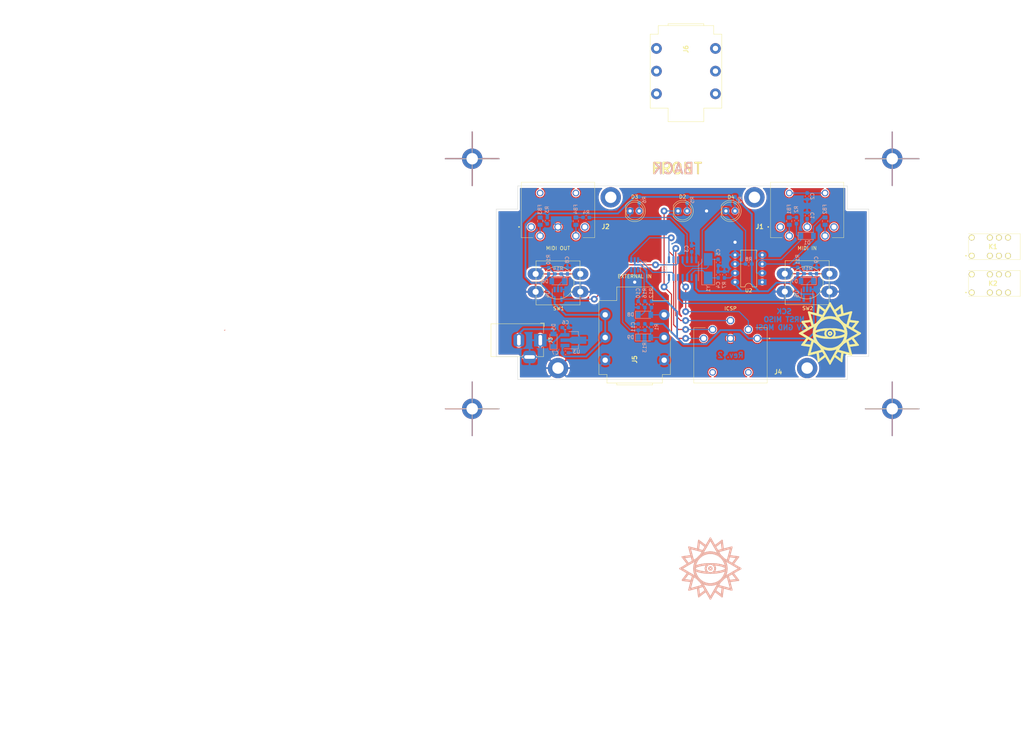
<source format=kicad_pcb>
(kicad_pcb (version 20171130) (host pcbnew "(5.1.10-1-10_14)")
  (layers (0 F.Cu signal) (31 B.Cu signal) (34 B.Paste user) (35 F.Paste user) (36 B.SilkS user) (37 F.SilkS user) (38 B.Mask user) (39 F.Mask user) (44 Edge.Cuts user))
  (net 0 "")
  (net 1 GND)
  (net 2 +5V)
  (net 3 NRST)
  (net 4 "Net-(D3-Pad2)")
  (net 5 "Net-(D4-Pad2)")
  (net 6 +9V)
  (net 7 "Net-(D5-Pad2)")
  (net 8 "Net-(FB1-Pad2)")
  (net 9 "Net-(FB1-Pad1)")
  (net 10 "Net-(FB2-Pad1)")
  (net 11 "Net-(FB3-Pad2)")
  (net 12 "Net-(FB3-Pad1)")
  (net 13 "Net-(FB4-Pad2)")
  (net 14 "Net-(FB4-Pad1)")
  (net 15 BTN1)
  (net 16 BTN0)
  (net 17 "Net-(C3-Pad2)")
  (net 18 RXD0)
  (net 19 TXD0)
  (net 20 MOSI)
  (net 21 SCK)
  (net 22 "Net-(D1-Pad2)")
  (net 23 "Net-(C4-Pad2)")
  (net 24 "Net-(C5-Pad1)")
  (net 25 "Net-(J1-Pad5)")
  (net 26 "Net-(J1-Pad1)")
  (net 27 "Net-(J2-Pad5)")
  (net 28 "Net-(J2-Pad1)")
  (net 29 "Net-(U2-Pad4)")
  (net 30 "Net-(U2-Pad1)")
  (net 31 "Net-(U5-Pad1)")
  (net 32 "Net-(D2-Pad2)")
  (net 33 "Net-(D7-Pad2)")
  (net 34 "Net-(D8-Pad2)")
  (net 35 "Net-(D9-Pad2)")
  (net 36 "Net-(D6-Pad2)")
  (net 37 "Net-(U4-Pad1)")
  (net 38 "Net-(C1-Pad1)")
  (net 39 "Net-(C2-Pad1)")
  (net 40 "Net-(C8-Pad2)")
  (net 41 "Net-(C9-Pad2)")
  (net 42 "Net-(D1-Pad1)")
  (net 43 "Net-(R7-Pad1)")
  (net 44 "Net-(C10-Pad2)")
  (net 45 "Net-(C11-Pad2)")
  (net 46 BTN_EXT_T)
  (net 47 BTN_EXT_R)
  (net 48 "Net-(K1-Pad12)")
  (net 49 "Net-(K1-Pad10)")
  (net 50 "Net-(K1-Pad9)")
  (net 51 "Net-(K1-Pad8)")
  (net 52 "Net-(K1-Pad5)")
  (net 53 "Net-(K1-Pad4)")
  (net 54 "Net-(K1-Pad3)")
  (net 55 "Net-(K1-Pad1)")
  (net 56 "Net-(K2-Pad12)")
  (net 57 "Net-(K2-Pad10)")
  (net 58 "Net-(K2-Pad9)")
  (net 59 "Net-(K2-Pad8)")
  (net 60 "Net-(K2-Pad5)")
  (net 61 "Net-(K2-Pad4)")
  (net 62 "Net-(K2-Pad3)")
  (net 63 "Net-(K2-Pad1)")
  (net 64 "Net-(J6-PadRN)")
  (net 65 "Net-(J6-PadR)")
  (net 66 "Net-(J6-PadT)")
  (net 67 "Net-(J6-PadS)")
  (net 68 "Net-(J6-PadSN)")
  (net 69 "Net-(J6-PadTN)")
  (module Capacitor_SMD:C_0603_1608Metric_Pad1.08x0.95mm_HandSolder (layer B.Cu) (at 213.79 51.0975 270)
    (fp_text reference C3 (at 0 1.43 90) (layer B.SilkS) (effects (justify mirror)))
    (fp_text value 0.1u)
    (pad 2 smd roundrect (at 0.8625 0 270) (size 1.075 0.95) (layers B.Cu B.Paste B.Mask) (net 17 "Net-(C3-Pad2)"))
    (pad 1 smd roundrect (at -0.8625 0 270) (size 1.075 0.95) (layers B.Cu B.Paste B.Mask) (net 1 GND))
  )
  (module NYS_Jacks:NYS2152 (layer F.Cu) (at 220.445 7.725 90)
    (fp_text reference J6 (at 12.5 -8.25 90) (layer F.SilkS) (effects (font (size 1.27 1.27) (thickness 0.254))))
    (fp_text value AudioJack3_Dual_Switch hide)
    (pad RN thru_hole circle (at 6.35 0 90) (size 3 3) (drill 1.5) (layers *.Cu *.Mask) (net 64 "Net-(J6-PadRN)"))
    (pad R thru_hole circle (at 6.35 -16.5 90) (size 3 3) (drill 1.5) (layers *.Cu *.Mask) (net 65 "Net-(J6-PadR)"))
    (pad T thru_hole circle (at 0 -16.5 90) (size 3 3) (drill 1.5) (layers *.Cu *.Mask) (net 66 "Net-(J6-PadT)"))
    (pad S thru_hole circle (at 12.7 -16.5 90) (size 3 3) (drill 1.5) (layers *.Cu *.Mask) (net 67 "Net-(J6-PadS)"))
    (pad SN thru_hole circle (at 12.7 0 90) (size 3 3) (drill 1.5) (layers *.Cu *.Mask) (net 68 "Net-(J6-PadSN)"))
    (pad TN thru_hole circle (at 0 0 90) (size 3 3) (drill 1.5) (layers *.Cu *.Mask) (net 69 "Net-(J6-PadTN)"))
  )
  (module V23079A1001B301:V23079A1001B301 (layer F.Cu) (at 292.13 63.355)
    (fp_text reference K2 (at 5.95 -2.54) (layer F.SilkS) (effects (font (size 1.27 1.27) (thickness 0.254))))
    (fp_text value V23079A1001B301 hide)
    (pad 12 thru_hole circle (at 0 -5.08 90) (size 1.65 1.65) (drill 1.1) (layers *.Cu *.Mask F.SilkS) (net 56 "Net-(K2-Pad12)"))
    (pad 10 thru_hole circle (at 5.08 -5.08 90) (size 1.65 1.65) (drill 1.1) (layers *.Cu *.Mask F.SilkS) (net 57 "Net-(K2-Pad10)"))
    (pad 9 thru_hole circle (at 7.62 -5.08 90) (size 1.65 1.65) (drill 1.1) (layers *.Cu *.Mask F.SilkS) (net 58 "Net-(K2-Pad9)"))
    (pad 8 thru_hole circle (at 10.16 -5.08 90) (size 1.65 1.65) (drill 1.1) (layers *.Cu *.Mask F.SilkS) (net 59 "Net-(K2-Pad8)"))
    (pad 5 thru_hole circle (at 10.16 0 90) (size 1.65 1.65) (drill 1.1) (layers *.Cu *.Mask F.SilkS) (net 60 "Net-(K2-Pad5)"))
    (pad 4 thru_hole circle (at 7.62 0 90) (size 1.65 1.65) (drill 1.1) (layers *.Cu *.Mask F.SilkS) (net 61 "Net-(K2-Pad4)"))
    (pad 3 thru_hole circle (at 5.08 0 90) (size 1.65 1.65) (drill 1.1) (layers *.Cu *.Mask F.SilkS) (net 62 "Net-(K2-Pad3)"))
    (pad 1 thru_hole circle (at 0 0 90) (size 1.65 1.65) (drill 1.1) (layers *.Cu *.Mask F.SilkS) (net 63 "Net-(K2-Pad1)"))
  )
  (module V23079A1001B301:V23079A1001B301 (layer F.Cu) (at 292.13 53.055)
    (fp_text reference K1 (at 5.95 -2.54) (layer F.SilkS) (effects (font (size 1.27 1.27) (thickness 0.254))))
    (fp_text value V23079A1001B301 hide)
    (pad 12 thru_hole circle (at 0 -5.08 90) (size 1.65 1.65) (drill 1.1) (layers *.Cu *.Mask F.SilkS) (net 48 "Net-(K1-Pad12)"))
    (pad 10 thru_hole circle (at 5.08 -5.08 90) (size 1.65 1.65) (drill 1.1) (layers *.Cu *.Mask F.SilkS) (net 49 "Net-(K1-Pad10)"))
    (pad 9 thru_hole circle (at 7.62 -5.08 90) (size 1.65 1.65) (drill 1.1) (layers *.Cu *.Mask F.SilkS) (net 50 "Net-(K1-Pad9)"))
    (pad 8 thru_hole circle (at 10.16 -5.08 90) (size 1.65 1.65) (drill 1.1) (layers *.Cu *.Mask F.SilkS) (net 51 "Net-(K1-Pad8)"))
    (pad 5 thru_hole circle (at 10.16 0 90) (size 1.65 1.65) (drill 1.1) (layers *.Cu *.Mask F.SilkS) (net 52 "Net-(K1-Pad5)"))
    (pad 4 thru_hole circle (at 7.62 0 90) (size 1.65 1.65) (drill 1.1) (layers *.Cu *.Mask F.SilkS) (net 53 "Net-(K1-Pad4)"))
    (pad 3 thru_hole circle (at 5.08 0 90) (size 1.65 1.65) (drill 1.1) (layers *.Cu *.Mask F.SilkS) (net 54 "Net-(K1-Pad3)"))
    (pad 1 thru_hole circle (at 0 0 90) (size 1.65 1.65) (drill 1.1) (layers *.Cu *.Mask F.SilkS) (net 55 "Net-(K1-Pad1)"))
  )
  (module Crystal:Crystal_SMD_5032-2Pin_5.0x3.2mm_HandSoldering (layer B.Cu) (at 218.405 56.65 90)
    (fp_text reference Y1 (at -5.65 0.02 90) (layer B.SilkS) (effects (justify mirror)))
    (fp_text value 16M)
    (pad 2 smd rect (at 2.6 0 90) (size 3.5 2.4) (layers B.Cu B.Paste B.Mask) (net 24 "Net-(C5-Pad1)"))
    (pad 1 smd rect (at -2.6 0 90) (size 3.5 2.4) (layers B.Cu B.Paste B.Mask) (net 23 "Net-(C4-Pad2)"))
  )
  (module MountingHole:MountingHole_3.2mm_M3_ISO7380_Pad (layer F.Cu) (at 176.4 84.5)
    (fp_text reference REF** hide)
    (fp_text value MountingHole_3.2mm_M3_ISO7380_Pad)
    (pad 1 thru_hole circle (at 0 0) (size 5.7 5.7) (drill 3.2) (layers *.Cu *.Mask) (net 1 GND))
  )
  (module MountingHole:MountingHole_3.2mm_M3_ISO7380_Pad (layer F.Cu) (at 246.1 84.5)
    (fp_text reference REF** hide)
    (fp_text value MountingHole_3.2mm_M3_ISO7380_Pad)
    (pad 1 thru_hole circle (at 0 0) (size 5.7 5.7) (drill 3.2) (layers *.Cu *.Mask))
  )
  (module MountingHole:MountingHole_3.2mm_M3_ISO7380_Pad (layer F.Cu) (at 231.35 36.7)
    (fp_text reference REF** hide)
    (fp_text value MountingHole_3.2mm_M3_ISO7380_Pad)
    (pad 1 thru_hole circle (at 0 0) (size 5.7 5.7) (drill 3.2) (layers *.Cu *.Mask))
  )
  (module MountingHole:MountingHole_3.2mm_M3_ISO7380_Pad (layer F.Cu) (at 191.15 36.7)
    (fp_text reference REF** hide)
    (fp_text value MountingHole_3.2mm_M3_ISO7380_Pad)
    (pad 1 thru_hole circle (at 0 0) (size 5.7 5.7) (drill 3.2) (layers *.Cu *.Mask))
  )
  (module MountingHole:MountingHole_3.2mm_M3_ISO7380_Pad (layer F.Cu) (at 152.4 95.9)
    (fp_text reference REF** hide)
    (fp_text value MountingHole_3.2mm_M3_ISO7380_Pad)
    (pad 1 thru_hole circle (at 0 0) (size 5.7 5.7) (drill 3.2) (layers *.Cu *.Mask))
  )
  (module MountingHole:MountingHole_3.2mm_M3_ISO7380_Pad (layer F.Cu) (at 269.9 95.9)
    (fp_text reference REF** hide)
    (fp_text value MountingHole_3.2mm_M3_ISO7380_Pad)
    (pad 1 thru_hole circle (at 0 0) (size 5.7 5.7) (drill 3.2) (layers *.Cu *.Mask))
  )
  (module MountingHole:MountingHole_3.2mm_M3_ISO7380_Pad (layer F.Cu) (at 269.9 25.9)
    (fp_text reference REF** hide)
    (fp_text value MountingHole_3.2mm_M3_ISO7380_Pad)
    (pad 1 thru_hole circle (at 0 0) (size 5.7 5.7) (drill 3.2) (layers *.Cu *.Mask))
  )
  (module MountingHole:MountingHole_3.2mm_M3_ISO7380_Pad (layer F.Cu) (at 152.4 25.9)
    (fp_text reference REF** hide)
    (fp_text value MountingHole_3.2mm_M3_ISO7380_Pad)
    (pad 1 thru_hole circle (at 0 0) (size 5.7 5.7) (drill 3.2) (layers *.Cu *.Mask))
  )
  (module Resistor_SMD:R_0603_1608Metric_Pad1.05x0.95mm_HandSolder (layer B.Cu) (at 200.7 73.015 90)
    (fp_text reference R13 (at -5.705 -0.0675 90) (layer B.SilkS) (effects (justify mirror)))
    (fp_text value 20k)
    (pad 2 smd roundrect (at 0.875 0 90) (size 1.05 0.95) (layers B.Cu B.Paste B.Mask) (net 35 "Net-(D9-Pad2)"))
    (pad 1 smd roundrect (at -0.875 0 90) (size 1.05 0.95) (layers B.Cu B.Paste B.Mask) (net 45 "Net-(C11-Pad2)"))
  )
  (module Resistor_SMD:R_0603_1608Metric_Pad1.05x0.95mm_HandSolder (layer B.Cu) (at 202.55 73.015 90)
    (fp_text reference R1 (at 0 1.43 270) (layer B.SilkS) (effects (justify mirror)))
    (fp_text value 1k)
    (pad 2 smd roundrect (at 0.875 0 90) (size 1.05 0.95) (layers B.Cu B.Paste B.Mask) (net 2 +5V))
    (pad 1 smd roundrect (at -0.875 0 90) (size 1.05 0.95) (layers B.Cu B.Paste B.Mask) (net 35 "Net-(D9-Pad2)"))
  )
  (module Diode_SMD:D_MiniMELF (layer B.Cu) (at 200.6 75.94)
    (fp_text reference D9 (at -3.88 -0.0675) (layer B.SilkS) (effects (justify mirror)))
    (fp_text value LL4148)
    (pad 2 smd rect (at 1.75 0) (size 1.3 1.7) (layers B.Cu B.Paste B.Mask) (net 35 "Net-(D9-Pad2)"))
    (pad 1 smd rect (at -1.75 0) (size 1.3 1.7) (layers B.Cu B.Paste B.Mask) (net 45 "Net-(C11-Pad2)"))
  )
  (module Capacitor_SMD:C_0603_1608Metric_Pad1.05x0.95mm_HandSolder (layer B.Cu) (at 198.85 73.015 270)
    (fp_text reference C11 (at 0 1.43 270) (layer B.SilkS) (effects (justify mirror)))
    (fp_text value 1u)
    (pad 2 smd roundrect (at 0.875 0 270) (size 1.05 0.95) (layers B.Cu B.Paste B.Mask) (net 45 "Net-(C11-Pad2)"))
    (pad 1 smd roundrect (at -0.875 0 270) (size 1.05 0.95) (layers B.Cu B.Paste B.Mask) (net 1 GND))
  )
  (module NYS_Jacks:NYS2152 (layer F.Cu) (at 189.6 69.59 270)
    (fp_text reference J5 (at 12.5 -8.25 90) (layer F.SilkS) (effects (font (size 1.27 1.27) (thickness 0.254))))
    (fp_text value AudioJack3_Dual_Switch hide)
    (pad RN thru_hole circle (at 6.35 0 270) (size 3 3) (drill 1.5) (layers *.Mask B.Cu) (net 2 +5V))
    (pad R thru_hole circle (at 6.35 -16.5 270) (size 3 3) (drill 1.5) (layers *.Mask B.Cu) (net 35 "Net-(D9-Pad2)"))
    (pad T thru_hole circle (at 0 -16.5 270) (size 3 3) (drill 1.5) (layers *.Mask B.Cu) (net 34 "Net-(D8-Pad2)"))
    (pad S thru_hole circle (at 12.7 -16.5 270) (size 3 3) (drill 1.5) (layers *.Mask B.Cu) (net 1 GND))
    (pad SN thru_hole circle (at 12.7 0 270) (size 3 3) (drill 1.5) (layers *.Mask B.Cu) (net 1 GND))
    (pad TN thru_hole circle (at 0 0 270) (size 3 3) (drill 1.5) (layers *.Mask B.Cu) (net 2 +5V))
  )
  (module Package_TO_SOT_SMD:SOT-23-6_Handsoldering (layer B.Cu) (at 197.85 55.6 90)
    (fp_text reference IC1 (at 0 2.9 90) (layer B.SilkS) (effects (justify mirror)))
    (fp_text value SN74LVC2G14DBVR)
    (pad 5 smd rect (at 1.35 0 90) (size 1.56 0.65) (layers B.Cu B.Paste B.Mask) (net 2 +5V))
    (pad 6 smd rect (at 1.35 0.95 90) (size 1.56 0.65) (layers B.Cu B.Paste B.Mask) (net 46 BTN_EXT_T))
    (pad 4 smd rect (at 1.35 -0.95 90) (size 1.56 0.65) (layers B.Cu B.Paste B.Mask) (net 47 BTN_EXT_R))
    (pad 3 smd rect (at -1.35 -0.95 90) (size 1.56 0.65) (layers B.Cu B.Paste B.Mask) (net 45 "Net-(C11-Pad2)"))
    (pad 2 smd rect (at -1.35 0 90) (size 1.56 0.65) (layers B.Cu B.Paste B.Mask) (net 1 GND))
    (pad 1 smd rect (at -1.35 0.95 90) (size 1.56 0.65) (layers B.Cu B.Paste B.Mask) (net 44 "Net-(C10-Pad2)"))
  )
  (module LED_THT:LED_D5.0mm (layer F.Cu) (at 223.375 40.525)
    (fp_text reference D4 (at 1.425 -3.88) (layer F.SilkS))
    (fp_text value LED)
    (pad 2 thru_hole circle (at 2.54 0) (size 1.8 1.8) (drill 0.9) (layers *.Mask B.Cu) (net 5 "Net-(D4-Pad2)"))
    (pad 1 thru_hole rect (at 0 0) (size 1.8 1.8) (drill 0.9) (layers *.Mask B.Cu) (net 18 RXD0))
  )
  (module LED_THT:LED_D5.0mm (layer F.Cu) (at 209.975 40.525)
    (fp_text reference D2 (at 1.27 -3.96) (layer F.SilkS))
    (fp_text value LED)
    (pad 2 thru_hole circle (at 2.54 0) (size 1.8 1.8) (drill 0.9) (layers *.Mask B.Cu) (net 32 "Net-(D2-Pad2)"))
    (pad 1 thru_hole rect (at 0 0) (size 1.8 1.8) (drill 0.9) (layers *.Mask B.Cu) (net 20 MOSI))
  )
  (module LED_THT:LED_D5.0mm (layer F.Cu) (at 196.575 40.525)
    (fp_text reference D3 (at 1.27 -3.96) (layer F.SilkS))
    (fp_text value LED)
    (pad 2 thru_hole circle (at 2.54 0) (size 1.8 1.8) (drill 0.9) (layers *.Mask B.Cu) (net 4 "Net-(D3-Pad2)"))
    (pad 1 thru_hole rect (at 0 0) (size 1.8 1.8) (drill 0.9) (layers *.Mask B.Cu) (net 19 TXD0))
  )
  (module Button_Switch_THT:SW_PUSH-12mm (layer F.Cu) (at 252.35 63.1 180)
    (fp_text reference SW2 (at 6.08 -4.66 180) (layer F.SilkS))
    (fp_text value SW_Push)
    (pad 2 thru_hole oval (at 0 5 180) (size 4.5 3.2) (drill 1.7) (layers *.Cu *.Mask) (net 33 "Net-(D7-Pad2)"))
    (pad 1 thru_hole oval (at 0 0 180) (size 4.5 3.2) (drill 1.7) (layers *.Cu *.Mask) (net 1 GND))
    (pad 2 thru_hole oval (at 12.5 5 180) (size 4.5 3.2) (drill 1.7) (layers *.Cu *.Mask) (net 33 "Net-(D7-Pad2)"))
    (pad 1 thru_hole oval (at 12.5 0 180) (size 4.5 3.2) (drill 1.7) (layers *.Cu *.Mask) (net 1 GND))
  )
  (module Button_Switch_THT:SW_PUSH-12mm (layer F.Cu) (at 182.65 63.15 180)
    (fp_text reference SW1 (at 6.08 -4.66 180) (layer F.SilkS))
    (fp_text value SW_Push)
    (pad 2 thru_hole oval (at 0 5 180) (size 4.5 3.2) (drill 1.7) (layers *.Cu *.Mask) (net 36 "Net-(D6-Pad2)"))
    (pad 1 thru_hole oval (at 0 0 180) (size 4.5 3.2) (drill 1.7) (layers *.Cu *.Mask) (net 1 GND))
    (pad 2 thru_hole oval (at 12.5 5 180) (size 4.5 3.2) (drill 1.7) (layers *.Cu *.Mask) (net 36 "Net-(D6-Pad2)"))
    (pad 1 thru_hole oval (at 12.5 0 180) (size 4.5 3.2) (drill 1.7) (layers *.Cu *.Mask) (net 1 GND))
  )
  (module Package_TO_SOT_SMD:SOT-23-5_HandSoldering (layer B.Cu) (at 246.1 63.8 270)
    (fp_text reference U5 (at 0 2.9 270) (layer B.SilkS) (effects (justify mirror)))
    (fp_text value 74HC1G14GV,125)
    (pad 5 smd rect (at 1.35 0.95 270) (size 1.56 0.65) (layers B.Cu B.Paste B.Mask) (net 2 +5V))
    (pad 4 smd rect (at 1.35 -0.95 270) (size 1.56 0.65) (layers B.Cu B.Paste B.Mask) (net 15 BTN1))
    (pad 3 smd rect (at -1.35 -0.95 270) (size 1.56 0.65) (layers B.Cu B.Paste B.Mask) (net 1 GND))
    (pad 2 smd rect (at -1.35 0 270) (size 1.56 0.65) (layers B.Cu B.Paste B.Mask) (net 41 "Net-(C9-Pad2)"))
    (pad 1 smd rect (at -1.35 0.95 270) (size 1.56 0.65) (layers B.Cu B.Paste B.Mask) (net 31 "Net-(U5-Pad1)"))
  )
  (module Resistor_SMD:R_0603_1608Metric_Pad1.05x0.95mm_HandSolder (layer B.Cu) (at 246.1 58.1 180)
    (fp_text reference R15 (at 0 1.4475) (layer B.SilkS) (effects (justify mirror)))
    (fp_text value 20k)
    (pad 2 smd roundrect (at 0.875 0 180) (size 1.05 0.95) (layers B.Cu B.Paste B.Mask) (net 33 "Net-(D7-Pad2)"))
    (pad 1 smd roundrect (at -0.875 0 180) (size 1.05 0.95) (layers B.Cu B.Paste B.Mask) (net 41 "Net-(C9-Pad2)"))
  )
  (module Resistor_SMD:R_0603_1608Metric_Pad1.05x0.95mm_HandSolder (layer B.Cu) (at 243.475 57.225 270)
    (fp_text reference R11 (at -3.070001 0.0675 90) (layer B.SilkS) (effects (justify mirror)))
    (fp_text value 1k)
    (pad 2 smd roundrect (at 0.875 0 270) (size 1.05 0.95) (layers B.Cu B.Paste B.Mask) (net 2 +5V))
    (pad 1 smd roundrect (at -0.875 0 270) (size 1.05 0.95) (layers B.Cu B.Paste B.Mask) (net 33 "Net-(D7-Pad2)"))
  )
  (module Diode_SMD:D_MiniMELF (layer B.Cu) (at 246.1 60.15 180)
    (fp_text reference D7 (at 3.54 -0.045) (layer B.SilkS) (effects (justify mirror)))
    (fp_text value LL4148)
    (pad 2 smd rect (at 1.75 0 180) (size 1.3 1.7) (layers B.Cu B.Paste B.Mask) (net 33 "Net-(D7-Pad2)"))
    (pad 1 smd rect (at -1.75 0 180) (size 1.3 1.7) (layers B.Cu B.Paste B.Mask) (net 41 "Net-(C9-Pad2)"))
  )
  (module Capacitor_SMD:C_0603_1608Metric_Pad1.05x0.95mm_HandSolder (layer B.Cu) (at 248.725 57.225 270)
    (fp_text reference C9 (at -3.07 0.0675 90) (layer B.SilkS) (effects (justify mirror)))
    (fp_text value 1u)
    (pad 2 smd roundrect (at 0.875 0 270) (size 1.05 0.95) (layers B.Cu B.Paste B.Mask) (net 41 "Net-(C9-Pad2)"))
    (pad 1 smd roundrect (at -0.875 0 270) (size 1.05 0.95) (layers B.Cu B.Paste B.Mask) (net 1 GND))
  )
  (module Package_DIP:DIP-8_W7.62mm_LongPads (layer F.Cu) (at 233.545 60.45 180)
    (fp_text reference U2 (at 3.81 -2.33) (layer F.SilkS))
    (fp_text value 6N138)
    (pad 8 thru_hole oval (at 7.62 0 180) (size 2.4 1.6) (drill 0.8) (layers *.Mask B.Cu) (net 2 +5V))
    (pad 4 thru_hole oval (at 0 7.62 180) (size 2.4 1.6) (drill 0.8) (layers *.Mask B.Cu) (net 29 "Net-(U2-Pad4)"))
    (pad 7 thru_hole oval (at 7.62 2.54 180) (size 2.4 1.6) (drill 0.8) (layers *.Mask B.Cu) (net 43 "Net-(R7-Pad1)"))
    (pad 3 thru_hole oval (at 0 5.08 180) (size 2.4 1.6) (drill 0.8) (layers *.Mask B.Cu) (net 22 "Net-(D1-Pad2)"))
    (pad 6 thru_hole oval (at 7.62 5.08 180) (size 2.4 1.6) (drill 0.8) (layers *.Mask B.Cu) (net 18 RXD0))
    (pad 2 thru_hole oval (at 0 2.54 180) (size 2.4 1.6) (drill 0.8) (layers *.Mask B.Cu) (net 42 "Net-(D1-Pad1)"))
    (pad 5 thru_hole oval (at 7.62 7.62 180) (size 2.4 1.6) (drill 0.8) (layers *.Mask B.Cu) (net 1 GND))
    (pad 1 thru_hole rect (at 0 0 180) (size 2.4 1.6) (drill 0.8) (layers *.Mask B.Cu) (net 30 "Net-(U2-Pad1)"))
  )
  (module Resistor_SMD:R_0603_1608Metric_Pad1.05x0.95mm_HandSolder (layer B.Cu) (at 200.7 66.665 90)
    (fp_text reference R16 (at 3.155 -0.0675 90) (layer B.SilkS) (effects (justify mirror)))
    (fp_text value 20k)
    (pad 2 smd roundrect (at 0.875 0 90) (size 1.05 0.95) (layers B.Cu B.Paste B.Mask) (net 34 "Net-(D8-Pad2)"))
    (pad 1 smd roundrect (at -0.875 0 90) (size 1.05 0.95) (layers B.Cu B.Paste B.Mask) (net 44 "Net-(C10-Pad2)"))
  )
  (module Resistor_SMD:R_0603_1608Metric_Pad1.05x0.95mm_HandSolder (layer B.Cu) (at 202.55 66.665 90)
    (fp_text reference R12 (at 3.155 -0.0675 90) (layer B.SilkS) (effects (justify mirror)))
    (fp_text value 1k)
    (pad 2 smd roundrect (at 0.875 0 90) (size 1.05 0.95) (layers B.Cu B.Paste B.Mask) (net 2 +5V))
    (pad 1 smd roundrect (at -0.875 0 90) (size 1.05 0.95) (layers B.Cu B.Paste B.Mask) (net 34 "Net-(D8-Pad2)"))
  )
  (module Resistor_SMD:R_0603_1608Metric_Pad1.05x0.95mm_HandSolder (layer B.Cu) (at 212.515 37.445 90)
    (fp_text reference R5 (at -0.000001 1.43 90) (layer B.SilkS) (effects (justify mirror)))
    (fp_text value 270)
    (pad 2 smd roundrect (at 0.875 0 90) (size 1.05 0.95) (layers B.Cu B.Paste B.Mask) (net 2 +5V))
    (pad 1 smd roundrect (at -0.875 0 90) (size 1.05 0.95) (layers B.Cu B.Paste B.Mask) (net 32 "Net-(D2-Pad2)"))
  )
  (module Diode_SMD:D_MiniMELF (layer B.Cu) (at 200.6 69.59)
    (fp_text reference D8 (at -3.88 -0.0675) (layer B.SilkS) (effects (justify mirror)))
    (fp_text value LL4148)
    (pad 2 smd rect (at 1.75 0) (size 1.3 1.7) (layers B.Cu B.Paste B.Mask) (net 34 "Net-(D8-Pad2)"))
    (pad 1 smd rect (at -1.75 0) (size 1.3 1.7) (layers B.Cu B.Paste B.Mask) (net 44 "Net-(C10-Pad2)"))
  )
  (module Diode_SMD:D_MiniMELF (layer B.Cu) (at 176.4 60.2 180)
    (fp_text reference D6 (at 3.63 0.005 180) (layer B.SilkS) (effects (justify mirror)))
    (fp_text value LL4148)
    (pad 2 smd rect (at 1.75 0 180) (size 1.3 1.7) (layers B.Cu B.Paste B.Mask) (net 36 "Net-(D6-Pad2)"))
    (pad 1 smd rect (at -1.75 0 180) (size 1.3 1.7) (layers B.Cu B.Paste B.Mask) (net 40 "Net-(C8-Pad2)"))
  )
  (module Capacitor_SMD:C_0603_1608Metric_Pad1.05x0.95mm_HandSolder (layer B.Cu) (at 198.85 66.665 90)
    (fp_text reference C10 (at 3.155 -0.0675 270) (layer B.SilkS) (effects (justify mirror)))
    (fp_text value 1u)
    (pad 2 smd roundrect (at 0.875 0 90) (size 1.05 0.95) (layers B.Cu B.Paste B.Mask) (net 44 "Net-(C10-Pad2)"))
    (pad 1 smd roundrect (at -0.875 0 90) (size 1.05 0.95) (layers B.Cu B.Paste B.Mask) (net 1 GND))
  )
  (module KCDX-SN:KCDX6SN (layer F.Cu) (at 232.15 76.2)
    (fp_text reference J4 (at 5.85 9.3984 180) (layer F.SilkS) (effects (font (size 1.27 1.27) (thickness 0.254))))
    (fp_text value DIN-6 hide)
    (pad 5 thru_hole circle (at 0 0 90) (size 2.1 2.1) (drill 1.4) (layers *.Mask B.Cu) (net 2 +5V))
    (pad 3 thru_hole circle (at -7.5 0 90) (size 2.1 2.1) (drill 1.4) (layers *.Mask B.Cu) (net 1 GND))
    (pad 1 thru_hole circle (at -15 0 90) (size 2.1 2.1) (drill 1.4) (layers *.Mask B.Cu) (net 20 MOSI))
    (pad 4 thru_hole circle (at -2.5 -2.5 90) (size 2.1 2.1) (drill 1.4) (layers *.Mask B.Cu) (net 3 NRST))
    (pad 2 thru_hole circle (at -12.5 -2.5 90) (size 2.1 2.1) (drill 1.4) (layers *.Mask B.Cu) (net 47 BTN_EXT_R))
    (pad MH thru_hole circle (at -2.5 9.5 90) (size 1.86 1.86) (drill 1.24) (layers *.Mask B.Cu))
    (pad MH thru_hole circle (at -12.5 9.5 90) (size 1.86 1.86) (drill 1.24) (layers *.Mask B.Cu))
    (pad 6 thru_hole circle (at -7.5 -5 90) (size 2.1 2.1) (drill 1.4) (layers *.Mask B.Cu) (net 21 SCK))
  )
  (module KCDX-5S-N:KCDX5SN (layer F.Cu) (at 168.9 45 180)
    (fp_text reference J2 (at -20.825 0.1016) (layer F.SilkS) (effects (font (size 1.27 1.27) (thickness 0.254))))
    (fp_text value DIN-5 hide)
    (pad 5 thru_hole circle (at 0 0 270) (size 2.1 2.1) (drill 1.4) (layers *.Mask B.Cu) (net 27 "Net-(J2-Pad5)"))
    (pad 3 thru_hole circle (at -7.5 0 270) (size 2.1 2.1) (drill 1.4) (layers *.Mask B.Cu) (net 1 GND))
    (pad 1 thru_hole circle (at -15 0 270) (size 2.1 2.1) (drill 1.4) (layers *.Mask B.Cu) (net 28 "Net-(J2-Pad1)"))
    (pad 4 thru_hole circle (at -2.5 -2.5 270) (size 2.1 2.1) (drill 1.4) (layers *.Mask B.Cu) (net 12 "Net-(FB3-Pad1)"))
    (pad 2 thru_hole circle (at -12.5 -2.5 270) (size 2.1 2.1) (drill 1.4) (layers *.Mask B.Cu) (net 14 "Net-(FB4-Pad1)"))
    (pad MH thru_hole circle (at -2.5 9.5 270) (size 1.86 1.86) (drill 1.24) (layers *.Mask B.Cu))
    (pad MH thru_hole circle (at -12.5 9.5 270) (size 1.86 1.86) (drill 1.24) (layers *.Mask B.Cu))
  )
  (module KCDX-5S-N:KCDX5SN (layer F.Cu) (at 238.6 45 180)
    (fp_text reference J1 (at 5.775 0.1) (layer F.SilkS) (effects (font (size 1.27 1.27) (thickness 0.254))))
    (fp_text value DIN-5 hide)
    (pad MH thru_hole circle (at -12.5 9.5 270) (size 1.86 1.86) (drill 1.24) (layers *.Mask B.Cu))
    (pad MH thru_hole circle (at -2.5 9.5 270) (size 1.86 1.86) (drill 1.24) (layers *.Mask B.Cu))
    (pad 2 thru_hole circle (at -12.5 -2.5 270) (size 2.1 2.1) (drill 1.4) (layers *.Mask B.Cu) (net 10 "Net-(FB2-Pad1)"))
    (pad 4 thru_hole circle (at -2.5 -2.5 270) (size 2.1 2.1) (drill 1.4) (layers *.Mask B.Cu) (net 8 "Net-(FB1-Pad2)"))
    (pad 1 thru_hole circle (at -15 0 270) (size 2.1 2.1) (drill 1.4) (layers *.Mask B.Cu) (net 26 "Net-(J1-Pad1)"))
    (pad 3 thru_hole circle (at -7.5 0 270) (size 2.1 2.1) (drill 1.4) (layers *.Mask B.Cu) (net 38 "Net-(C1-Pad1)"))
    (pad 5 thru_hole circle (at 0 0 270) (size 2.1 2.1) (drill 1.4) (layers *.Mask B.Cu) (net 25 "Net-(J1-Pad5)"))
  )
  (module Capacitor_SMD:C_0603_1608Metric_Pad1.05x0.95mm_HandSolder (layer B.Cu) (at 246.1 36.375 270)
    (fp_text reference C2 (at -1.05119 -1.45 270) (layer B.SilkS) (effects (justify left mirror)))
    (fp_text value 0.1u)
    (pad 2 smd roundrect (at 0.875 0 270) (size 1.05 0.95) (layers B.Cu B.Paste B.Mask) (net 1 GND))
    (pad 1 smd roundrect (at -0.875 0 270) (size 1.05 0.95) (layers B.Cu B.Paste B.Mask) (net 39 "Net-(C2-Pad1)"))
  )
  (module Resistor_SMD:R_0603_1608Metric_Pad1.05x0.95mm_HandSolder (layer B.Cu) (at 176.4 58.15)
    (fp_text reference R14 (at 0 -1.4975 180) (layer B.SilkS) (effects (justify mirror)))
    (fp_text value 20k)
    (pad 2 smd roundrect (at 0.875 0) (size 1.05 0.95) (layers B.Cu B.Paste B.Mask) (net 40 "Net-(C8-Pad2)"))
    (pad 1 smd roundrect (at -0.875 0) (size 1.05 0.95) (layers B.Cu B.Paste B.Mask) (net 36 "Net-(D6-Pad2)"))
  )
  (module Resistor_SMD:R_0603_1608Metric_Pad1.05x0.95mm_HandSolder (layer B.Cu) (at 173.775 57.275 270)
    (fp_text reference R10 (at -3.120001 0.0675 270) (layer B.SilkS) (effects (justify mirror)))
    (fp_text value 1k)
    (pad 2 smd roundrect (at 0.875 0 270) (size 1.05 0.95) (layers B.Cu B.Paste B.Mask) (net 2 +5V))
    (pad 1 smd roundrect (at -0.875 0 270) (size 1.05 0.95) (layers B.Cu B.Paste B.Mask) (net 36 "Net-(D6-Pad2)"))
  )
  (module Package_TO_SOT_SMD:SOT-23-5_HandSoldering (layer B.Cu) (at 176.4 63.85 270)
    (fp_text reference U4 (at 0 2.9 270) (layer B.SilkS) (effects (justify mirror)))
    (fp_text value 74HC1G14GV,125)
    (pad 5 smd rect (at 1.35 0.95 270) (size 1.56 0.65) (layers B.Cu B.Paste B.Mask) (net 2 +5V))
    (pad 4 smd rect (at 1.35 -0.95 270) (size 1.56 0.65) (layers B.Cu B.Paste B.Mask) (net 16 BTN0))
    (pad 3 smd rect (at -1.35 -0.95 270) (size 1.56 0.65) (layers B.Cu B.Paste B.Mask) (net 1 GND))
    (pad 2 smd rect (at -1.35 0 270) (size 1.56 0.65) (layers B.Cu B.Paste B.Mask) (net 40 "Net-(C8-Pad2)"))
    (pad 1 smd rect (at -1.35 0.95 270) (size 1.56 0.65) (layers B.Cu B.Paste B.Mask) (net 37 "Net-(U4-Pad1)"))
  )
  (module Capacitor_SMD:C_0603_1608Metric_Pad1.05x0.95mm_HandSolder (layer B.Cu) (at 179.025 57.275 270)
    (fp_text reference C8 (at -3.12 0.0675 270) (layer B.SilkS) (effects (justify mirror)))
    (fp_text value 1u)
    (pad 2 smd roundrect (at 0.875 0 270) (size 1.05 0.95) (layers B.Cu B.Paste B.Mask) (net 40 "Net-(C8-Pad2)"))
    (pad 1 smd roundrect (at -0.875 0 270) (size 1.05 0.95) (layers B.Cu B.Paste B.Mask) (net 1 GND))
  )
  (module Inductor_SMD:L_0805_2012Metric_Pad1.15x1.40mm_HandSolder (layer B.Cu) (at 181.4 43.375 90)
    (fp_text reference FB4 (at 3.325 -0.0675 270) (layer B.SilkS) (effects (justify mirror)))
    (fp_text value Ferrite_Bead_Small)
    (pad 2 smd roundrect (at 1.025 0 90) (size 1.15 1.4) (layers B.Cu B.Paste B.Mask) (roundrect_rratio 0.2173904347826087) (net 13 "Net-(FB4-Pad2)"))
    (pad 1 smd roundrect (at -1.025 0 90) (size 1.15 1.4) (layers B.Cu B.Paste B.Mask) (roundrect_rratio 0.2173904347826087) (net 14 "Net-(FB4-Pad1)"))
  )
  (module Inductor_SMD:L_0805_2012Metric_Pad1.15x1.40mm_HandSolder (layer B.Cu) (at 171.4 43.375 90)
    (fp_text reference FB3 (at 3.275 -0.0675 270) (layer B.SilkS) (effects (justify mirror)))
    (fp_text value Ferrite_Bead_Small)
    (pad 2 smd roundrect (at 1.025 0 90) (size 1.15 1.4) (layers B.Cu B.Paste B.Mask) (roundrect_rratio 0.2173904347826087) (net 11 "Net-(FB3-Pad2)"))
    (pad 1 smd roundrect (at -1.025 0 90) (size 1.15 1.4) (layers B.Cu B.Paste B.Mask) (roundrect_rratio 0.2173904347826087) (net 12 "Net-(FB3-Pad1)"))
  )
  (module Inductor_SMD:L_0805_2012Metric_Pad1.15x1.40mm_HandSolder (layer B.Cu) (at 251.1 43.375 90)
    (fp_text reference FB2 (at 3.325 -0.0675 270) (layer B.SilkS) (effects (justify mirror)))
    (fp_text value Ferrite_Bead_Small)
    (pad 2 smd roundrect (at 1.025 0 90) (size 1.15 1.4) (layers B.Cu B.Paste B.Mask) (roundrect_rratio 0.2173904347826087) (net 22 "Net-(D1-Pad2)"))
    (pad 1 smd roundrect (at -1.025 0 90) (size 1.15 1.4) (layers B.Cu B.Paste B.Mask) (roundrect_rratio 0.2173904347826087) (net 10 "Net-(FB2-Pad1)"))
  )
  (module Inductor_SMD:L_0805_2012Metric_Pad1.15x1.40mm_HandSolder (layer B.Cu) (at 241.1 43.375 270)
    (fp_text reference FB1 (at -3.325 0.0675 270) (layer B.SilkS) (effects (justify mirror)))
    (fp_text value Ferrite_Bead_Small)
    (pad 2 smd roundrect (at 1.025 0 270) (size 1.15 1.4) (layers B.Cu B.Paste B.Mask) (roundrect_rratio 0.2173904347826087) (net 8 "Net-(FB1-Pad2)"))
    (pad 1 smd roundrect (at -1.025 0 270) (size 1.15 1.4) (layers B.Cu B.Paste B.Mask) (roundrect_rratio 0.2173904347826087) (net 9 "Net-(FB1-Pad1)"))
  )
  (module Diode_SMD:D_MiniMELF (layer B.Cu) (at 175.14 76.7 90)
    (fp_text reference D5 (at 3.7 0.01 90) (layer B.SilkS) (effects (justify mirror)))
    (fp_text value LL4148)
    (pad 2 smd rect (at 1.75 0 90) (size 1.3 1.7) (layers B.Cu B.Paste B.Mask) (net 7 "Net-(D5-Pad2)"))
    (pad 1 smd rect (at -1.75 0 90) (size 1.3 1.7) (layers B.Cu B.Paste B.Mask) (net 6 +9V))
  )
  (module Diode_SMD:D_MiniMELF (layer B.Cu) (at 246.1 47.5)
    (fp_text reference D1 (at 0 1.88) (layer B.SilkS) (effects (justify mirror)))
    (fp_text value LL4148)
    (pad 2 smd rect (at 1.75 0) (size 1.3 1.7) (layers B.Cu B.Paste B.Mask) (net 22 "Net-(D1-Pad2)"))
    (pad 1 smd rect (at -1.75 0) (size 1.3 1.7) (layers B.Cu B.Paste B.Mask) (net 42 "Net-(D1-Pad1)"))
  )
  (module Package_TO_SOT_SMD:SOT-89-3_Handsoldering (layer B.Cu) (at 180.33 76.7)
    (fp_text reference U3 (at 1.27 3.25 180) (layer B.SilkS) (effects (justify mirror)))
    (fp_text value L78L05_SOT89)
    (pad 2 smd trapezoid (at -0.37 0 270) (size 1.5 0.75) (rect_delta 0 -0.5) (layers B.Cu B.Paste B.Mask) (net 1 GND))
    (pad 2 smd rect (at 1.98 0 90) (size 2 4) (layers B.Cu B.Paste B.Mask) (net 1 GND))
    (pad 3 smd rect (at -1.98 -1.5 90) (size 1 2.5) (layers B.Cu B.Paste B.Mask) (net 6 +9V))
    (pad 2 smd rect (at -1.98 0 90) (size 1 2.5) (layers B.Cu B.Paste B.Mask) (net 1 GND))
    (pad 1 smd rect (at -1.98 1.5 90) (size 1 2.5) (layers B.Cu B.Paste B.Mask) (net 2 +5V))
  )
  (module Resistor_SMD:R_0603_1608Metric_Pad1.05x0.95mm_HandSolder (layer B.Cu) (at 184.275 42.35 180)
    (fp_text reference R4 (at 0 1.43 180) (layer B.SilkS) (effects (justify mirror)))
    (fp_text value 220)
    (pad 2 smd roundrect (at 0.875 0 180) (size 1.05 0.95) (layers B.Cu B.Paste B.Mask) (net 13 "Net-(FB4-Pad2)"))
    (pad 1 smd roundrect (at -0.875 0 180) (size 1.05 0.95) (layers B.Cu B.Paste B.Mask) (net 19 TXD0))
  )
  (module Resistor_SMD:R_0603_1608Metric_Pad1.05x0.95mm_HandSolder (layer B.Cu) (at 199.115 37.445 90)
    (fp_text reference R6 (at 0.025 1.405 90) (layer B.SilkS) (effects (justify mirror)))
    (fp_text value 47)
    (pad 2 smd roundrect (at 0.875 0 90) (size 1.05 0.95) (layers B.Cu B.Paste B.Mask) (net 2 +5V))
    (pad 1 smd roundrect (at -0.875 0 90) (size 1.05 0.95) (layers B.Cu B.Paste B.Mask) (net 4 "Net-(D3-Pad2)"))
  )
  (module Resistor_SMD:R_0603_1608Metric_Pad1.05x0.95mm_HandSolder (layer B.Cu) (at 173.4 43.225 270)
    (fp_text reference R3 (at -3.115 0.0675 270) (layer B.SilkS) (effects (justify mirror)))
    (fp_text value 220)
    (pad 2 smd roundrect (at 0.875 0 270) (size 1.05 0.95) (layers B.Cu B.Paste B.Mask) (net 11 "Net-(FB3-Pad2)"))
    (pad 1 smd roundrect (at -0.875 0 270) (size 1.05 0.95) (layers B.Cu B.Paste B.Mask) (net 2 +5V))
  )
  (module Resistor_SMD:R_0603_1608Metric_Pad1.05x0.95mm_HandSolder (layer B.Cu) (at 222.96 58.375 90)
    (fp_text reference R7 (at -2.86 -0.0675 270) (layer B.SilkS) (effects (justify mirror)))
    (fp_text value 5.1k)
    (pad 2 smd roundrect (at 0.875 0 90) (size 1.05 0.95) (layers B.Cu B.Paste B.Mask) (net 1 GND))
    (pad 1 smd roundrect (at -0.875 0 90) (size 1.05 0.95) (layers B.Cu B.Paste B.Mask) (net 43 "Net-(R7-Pad1)"))
  )
  (module Resistor_SMD:R_0603_1608Metric_Pad1.05x0.95mm_HandSolder (layer B.Cu) (at 229.735 55.37)
    (fp_text reference R8 (at 0 -1.345 180) (layer B.SilkS) (effects (justify mirror)))
    (fp_text value 1.2k)
    (pad 2 smd roundrect (at 0.875 0) (size 1.05 0.95) (layers B.Cu B.Paste B.Mask) (net 2 +5V))
    (pad 1 smd roundrect (at -0.875 0) (size 1.05 0.95) (layers B.Cu B.Paste B.Mask) (net 18 RXD0))
  )
  (module Resistor_SMD:R_0603_1608Metric_Pad1.05x0.95mm_HandSolder (layer B.Cu) (at 243.1 43.225 90)
    (fp_text reference R2 (at 3.174999 -0.0675 270) (layer B.SilkS) (effects (justify mirror)))
    (fp_text value 220)
    (pad 2 smd roundrect (at 0.875 0 90) (size 1.05 0.95) (layers B.Cu B.Paste B.Mask) (net 9 "Net-(FB1-Pad1)"))
    (pad 1 smd roundrect (at -0.875 0 90) (size 1.05 0.95) (layers B.Cu B.Paste B.Mask) (net 42 "Net-(D1-Pad1)"))
  )
  (module Resistor_SMD:R_0603_1608Metric_Pad1.05x0.95mm_HandSolder (layer B.Cu) (at 225.915 37.445 90)
    (fp_text reference R9 (at 0 1.43 270) (layer B.SilkS) (effects (justify mirror)))
    (fp_text value 47)
    (pad 2 smd roundrect (at 0.875 0 90) (size 1.05 0.95) (layers B.Cu B.Paste B.Mask) (net 2 +5V))
    (pad 1 smd roundrect (at -0.875 0 90) (size 1.05 0.95) (layers B.Cu B.Paste B.Mask) (net 5 "Net-(D4-Pad2)"))
  )
  (module Capacitor_SMD:C_0603_1608Metric_Pad1.05x0.95mm_HandSolder (layer B.Cu) (at 178.48 80.23 180)
    (fp_text reference C7 (at 2.86 0 180) (layer B.SilkS) (effects (justify mirror)))
    (fp_text value 0.1u)
    (pad 2 smd roundrect (at 0.875 0 180) (size 1.05 0.95) (layers B.Cu B.Paste B.Mask) (net 2 +5V))
    (pad 1 smd roundrect (at -0.875 0 180) (size 1.05 0.95) (layers B.Cu B.Paste B.Mask) (net 1 GND))
  )
  (module Capacitor_SMD:C_0603_1608Metric_Pad1.05x0.95mm_HandSolder (layer B.Cu) (at 178.48 73.17 180)
    (fp_text reference C6 (at 0 1.43 180) (layer B.SilkS) (effects (justify mirror)))
    (fp_text value 0.47u)
    (pad 2 smd roundrect (at 0.875 0 180) (size 1.05 0.95) (layers B.Cu B.Paste B.Mask) (net 6 +9V))
    (pad 1 smd roundrect (at -0.875 0 180) (size 1.05 0.95) (layers B.Cu B.Paste B.Mask) (net 1 GND))
  )
  (module Capacitor_SMD:C_0603_1608Metric_Pad1.05x0.95mm_HandSolder (layer B.Cu) (at 246.1 41.825 90)
    (fp_text reference C1 (at -0.000001 1.45 90) (layer B.SilkS) (effects (justify mirror)))
    (fp_text value 0.1u)
    (pad 2 smd roundrect (at 0.875 0 90) (size 1.05 0.95) (layers B.Cu B.Paste B.Mask) (net 1 GND))
    (pad 1 smd roundrect (at -0.875 0 90) (size 1.05 0.95) (layers B.Cu B.Paste B.Mask) (net 38 "Net-(C1-Pad1)"))
  )
  (module Capacitor_SMD:C_0603_1608Metric_Pad1.05x0.95mm_HandSolder (layer B.Cu) (at 221.21 54.925 270)
    (fp_text reference C5 (at -2.859999 0 90) (layer B.SilkS) (effects (justify mirror)))
    (fp_text value 22p)
    (pad 2 smd roundrect (at 0.875 0 270) (size 1.05 0.95) (layers B.Cu B.Paste B.Mask) (net 1 GND))
    (pad 1 smd roundrect (at -0.875 0 270) (size 1.05 0.95) (layers B.Cu B.Paste B.Mask) (net 24 "Net-(C5-Pad1)"))
  )
  (module Capacitor_SMD:C_0603_1608Metric_Pad1.05x0.95mm_HandSolder (layer B.Cu) (at 221.21 58.375 270)
    (fp_text reference C4 (at 2.86 0 90) (layer B.SilkS) (effects (justify mirror)))
    (fp_text value 22p)
    (pad 2 smd roundrect (at 0.875 0 270) (size 1.05 0.95) (layers B.Cu B.Paste B.Mask) (net 23 "Net-(C4-Pad2)"))
    (pad 1 smd roundrect (at -0.875 0 270) (size 1.05 0.95) (layers B.Cu B.Paste B.Mask) (net 1 GND))
  )
  (module Package_SO:SOIC-14_3.9x8.7mm_P1.27mm (layer B.Cu) (at 211.25 56.65 90)
    (fp_text reference U1 (at 0 -5.285 270) (layer B.SilkS) (effects (justify mirror)))
    (fp_text value ATtiny841-SSU)
    (pad 14 smd roundrect (at 2.475 3.81 90) (size 1.95 0.6) (layers B.Cu B.Paste B.Mask) (net 1 GND))
    (pad 13 smd roundrect (at 2.475 2.54 90) (size 1.95 0.6) (layers B.Cu B.Paste B.Mask) (net 17 "Net-(C3-Pad2)"))
    (pad 12 smd roundrect (at 2.475 1.27 90) (size 1.95 0.6) (layers B.Cu B.Paste B.Mask) (net 19 TXD0))
    (pad 11 smd roundrect (at 2.475 0 90) (size 1.95 0.6) (layers B.Cu B.Paste B.Mask) (net 18 RXD0))
    (pad 10 smd roundrect (at 2.475 -1.27 90) (size 1.95 0.6) (layers B.Cu B.Paste B.Mask) (net 16 BTN0))
    (pad 9 smd roundrect (at 2.475 -2.54 90) (size 1.95 0.6) (layers B.Cu B.Paste B.Mask) (net 21 SCK))
    (pad 8 smd roundrect (at 2.475 -3.81 90) (size 1.95 0.6) (layers B.Cu B.Paste B.Mask) (net 47 BTN_EXT_R))
    (pad 7 smd roundrect (at -2.475 -3.81 90) (size 1.95 0.6) (layers B.Cu B.Paste B.Mask) (net 20 MOSI))
    (pad 6 smd roundrect (at -2.475 -2.54 90) (size 1.95 0.6) (layers B.Cu B.Paste B.Mask) (net 46 BTN_EXT_T))
    (pad 5 smd roundrect (at -2.475 -1.27 90) (size 1.95 0.6) (layers B.Cu B.Paste B.Mask) (net 15 BTN1))
    (pad 4 smd roundrect (at -2.475 0 90) (size 1.95 0.6) (layers B.Cu B.Paste B.Mask) (net 3 NRST))
    (pad 3 smd roundrect (at -2.475 1.27 90) (size 1.95 0.6) (layers B.Cu B.Paste B.Mask) (net 24 "Net-(C5-Pad1)"))
    (pad 2 smd roundrect (at -2.475 2.54 90) (size 1.95 0.6) (layers B.Cu B.Paste B.Mask) (net 23 "Net-(C4-Pad2)"))
    (pad 1 smd roundrect (at -2.475 3.81 90) (size 1.95 0.6) (layers B.Cu B.Paste B.Mask) (net 2 +5V))
  )
  (module Connector_BarrelJack:BarrelJack_Horizontal (layer F.Cu) (at 171.45 76.7)
    (fp_text reference J3 (at 2.85 0 90) (layer F.SilkS))
    (fp_text value Barrel_Jack_Switch)
    (pad 3 thru_hole roundrect (at -3 4.7) (size 3.5 3.5) (drill oval 3 1) (layers *.Mask B.Cu) (net 1 GND))
    (pad 2 thru_hole roundrect (at -6 0) (size 3 3.5) (drill oval 1 3) (layers *.Mask B.Cu) (net 7 "Net-(D5-Pad2)"))
    (pad 1 thru_hole rect (at 0 0) (size 3.5 3.5) (drill oval 1 3) (layers *.Mask B.Cu) (net 1 GND))
  )
  (gr_line (start 222.257142 81.568571) (end 221.328571 81.568571) (layer B.Cu) (width 0.3))
  (gr_line (start 221.4 80.711428) (end 222.257142 81.568571) (layer B.Cu) (width 0.3))
  (gr_line (start 221.328571 80.497142) (end 221.4 80.711428) (layer B.Cu) (width 0.3))
  (gr_line (start 221.328571 80.354285) (end 221.328571 80.497142) (layer B.Cu) (width 0.3))
  (gr_line (start 221.4 80.211428) (end 221.328571 80.354285) (layer B.Cu) (width 0.3))
  (gr_line (start 221.471428 80.14) (end 221.4 80.211428) (layer B.Cu) (width 0.3))
  (gr_line (start 221.614285 80.068571) (end 221.471428 80.14) (layer B.Cu) (width 0.3))
  (gr_line (start 221.971428 80.068571) (end 221.614285 80.068571) (layer B.Cu) (width 0.3))
  (gr_line (start 222.114285 80.14) (end 221.971428 80.068571) (layer B.Cu) (width 0.3))
  (gr_line (start 222.185714 80.211428) (end 222.114285 80.14) (layer B.Cu) (width 0.3))
  (gr_line (start 223.971428 81.425714) (end 223.971428 81.568571) (layer B.Cu) (width 0.3))
  (gr_line (start 224.042857 81.497142) (end 223.971428 81.425714) (layer B.Cu) (width 0.3))
  (gr_line (start 223.971428 81.568571) (end 224.042857 81.497142) (layer B.Cu) (width 0.3))
  (gr_line (start 223.9 81.497142) (end 223.971428 81.568571) (layer B.Cu) (width 0.3))
  (gr_line (start 223.971428 81.425714) (end 223.9 81.497142) (layer B.Cu) (width 0.3))
  (gr_line (start 224.9 81.568571) (end 224.542857 80.568571) (layer B.Cu) (width 0.3))
  (gr_line (start 225.257142 80.568571) (end 224.9 81.568571) (layer B.Cu) (width 0.3))
  (gr_line (start 225.757142 80.925714) (end 226.471428 81.068571) (layer B.Cu) (width 0.3))
  (gr_line (start 225.757142 80.782857) (end 225.757142 80.925714) (layer B.Cu) (width 0.3))
  (gr_line (start 225.828571 80.64) (end 225.757142 80.782857) (layer B.Cu) (width 0.3))
  (gr_line (start 225.971428 80.568571) (end 225.828571 80.64) (layer B.Cu) (width 0.3))
  (gr_line (start 226.257142 80.568571) (end 225.971428 80.568571) (layer B.Cu) (width 0.3))
  (gr_line (start 226.4 80.64) (end 226.257142 80.568571) (layer B.Cu) (width 0.3))
  (gr_line (start 226.471428 80.782857) (end 226.4 80.64) (layer B.Cu) (width 0.3))
  (gr_line (start 226.471428 81.354285) (end 226.471428 80.782857) (layer B.Cu) (width 0.3))
  (gr_line (start 226.4 81.497142) (end 226.471428 81.354285) (layer B.Cu) (width 0.3))
  (gr_line (start 226.257142 81.568571) (end 226.4 81.497142) (layer B.Cu) (width 0.3))
  (gr_line (start 225.971428 81.568571) (end 226.257142 81.568571) (layer B.Cu) (width 0.3))
  (gr_line (start 225.828571 81.497142) (end 225.971428 81.568571) (layer B.Cu) (width 0.3))
  (gr_line (start 227.328571 80.854285) (end 227.9 80.854285) (layer B.Cu) (width 0.3))
  (gr_line (start 227.185714 80.782857) (end 227.328571 80.854285) (layer B.Cu) (width 0.3))
  (gr_line (start 227.114285 80.711428) (end 227.185714 80.782857) (layer B.Cu) (width 0.3))
  (gr_line (start 227.042857 80.568571) (end 227.114285 80.711428) (layer B.Cu) (width 0.3))
  (gr_line (start 227.042857 80.354285) (end 227.042857 80.568571) (layer B.Cu) (width 0.3))
  (gr_line (start 227.114285 80.211428) (end 227.042857 80.354285) (layer B.Cu) (width 0.3))
  (gr_line (start 227.185714 80.14) (end 227.114285 80.211428) (layer B.Cu) (width 0.3))
  (gr_line (start 227.328571 80.068571) (end 227.185714 80.14) (layer B.Cu) (width 0.3))
  (gr_line (start 227.9 80.068571) (end 227.328571 80.068571) (layer B.Cu) (width 0.3))
  (gr_line (start 227.9 81.568571) (end 227.9 80.068571) (layer B.Cu) (width 0.3))
  (gr_line (start 227.042857 81.568571) (end 227.542857 80.854285) (layer B.Cu) (width 0.3))
  (gr_line (start 83.15 73.9) (end 83.15 73.9) (layer B.SilkS) (width 0.1))
  (gr_line (start 83.15 73.9) (end 83.15 73.9) (layer B.SilkS) (width 0.1))
  (gr_line (start 83.15 73.9) (end 83.15 73.9) (layer B.SilkS) (width 0.1))
  (gr_arc (start 83.15 73.9) (end 83.15 73.9) (angle -20.51149333) (layer B.SilkS) (width 0.1))
  (gr_arc (start 83.15 73.9) (end 83.15 73.9) (angle -43.27690572) (layer B.SilkS) (width 0.1))
  (gr_arc (start 83.15 73.9) (end 83.15 73.9) (angle -43.069692) (layer B.SilkS) (width 0.1))
  (gr_arc (start 83.15 73.9) (end 83.15 73.9) (angle -20.31049815) (layer B.SilkS) (width 0.1))
  (gr_line (start 83.15 73.9) (end 83.15 73.9) (layer B.SilkS) (width 0.1))
  (gr_line (start 83.15 73.9) (end 83.15 73.9) (layer B.SilkS) (width 0.1))
  (gr_line (start 83.15 73.9) (end 83.15 73.9) (layer B.SilkS) (width 0.1))
  (gr_line (start 83.15 73.9) (end 83.15 73.9) (layer B.SilkS) (width 0.1))
  (gr_line (start 83.15 73.9) (end 83.15 73.9) (layer B.SilkS) (width 0.1))
  (gr_line (start 83.15 73.9) (end 83.15 73.9) (layer B.SilkS) (width 0.1))
  (gr_arc (start 83.15 73.9) (end 83.15 73.9) (angle -10.3948004) (layer B.SilkS) (width 0.1))
  (gr_arc (start 83.15 73.9) (end 83.15 73.9) (angle -91.19137303) (layer B.SilkS) (width 0.1))
  (gr_line (start 83.15 73.9) (end 83.15 73.9) (layer B.SilkS) (width 0.1))
  (gr_line (start 83.15 73.9) (end 83.15 73.9) (layer B.SilkS) (width 0.1))
  (gr_line (start 83.15 73.9) (end 83.15 73.9) (layer B.SilkS) (width 0.1))
  (gr_line (start 83.15 73.9) (end 83.15 73.9) (layer B.SilkS) (width 0.1))
  (gr_line (start 83.15 73.9) (end 83.15 73.9) (layer B.SilkS) (width 0.1))
  (gr_line (start 83.15 73.9) (end 83.15 73.9) (layer B.SilkS) (width 0.1))
  (gr_line (start 83.15 73.9) (end 83.15 73.9) (layer B.SilkS) (width 0.1))
  (gr_arc (start 83.15 73.9) (end 83.15 73.9) (angle -59.76788959) (layer B.SilkS) (width 0.1))
  (gr_arc (start 83.15 73.9) (end 83.15 73.9) (angle -60.39664432) (layer B.SilkS) (width 0.1))
  (gr_line (start 83.15 73.9) (end 83.15 73.9) (layer B.SilkS) (width 0.1))
  (gr_line (start 83.15 73.9) (end 83.15 73.9) (layer B.SilkS) (width 0.1))
  (gr_arc (start 83.15 73.9) (end 83.15 73.9) (angle -85.49533845) (layer B.SilkS) (width 0.1))
  (gr_arc (start 83.15 73.9) (end 83.15 73.9) (angle -17.94016143) (layer B.SilkS) (width 0.1))
  (gr_line (start 83.15 73.9) (end 83.15 73.9) (layer B.SilkS) (width 0.1))
  (gr_line (start 83.15 73.9) (end 83.15 73.9) (layer B.SilkS) (width 0.1))
  (gr_line (start 83.15 73.9) (end 83.15 73.9) (layer B.SilkS) (width 0.1))
  (gr_line (start 83.15 73.9) (end 83.15 73.9) (layer B.SilkS) (width 0.1))
  (gr_arc (start 83.15 73.9) (end 83.15 73.9) (angle -5.811525487) (layer B.SilkS) (width 0.1))
  (gr_arc (start 83.15 73.9) (end 83.15 73.9) (angle -7.893381786) (layer B.SilkS) (width 0.1))
  (gr_line (start 83.15 73.9) (end 83.15 73.9) (layer B.SilkS) (width 0.1))
  (gr_line (start 83.15 73.9) (end 83.15 73.9) (layer B.SilkS) (width 0.1))
  (gr_line (start 83.15 73.9) (end 83.15 73.9) (layer B.SilkS) (width 0.1))
  (gr_line (start 83.15 73.9) (end 83.15 73.9) (layer B.SilkS) (width 0.1))
  (gr_line (start 83.15 73.9) (end 83.15 73.9) (layer B.SilkS) (width 0.1))
  (gr_line (start 83.15 73.9) (end 83.15 73.9) (layer B.SilkS) (width 0.1))
  (gr_arc (start 83.15 73.9) (end 83.15 73.9) (angle -8.079481479) (layer B.SilkS) (width 0.1))
  (gr_arc (start 83.15 73.9) (end 83.15 73.9) (angle -6.040097342) (layer B.SilkS) (width 0.1))
  (gr_line (start 83.15 73.9) (end 83.15 73.9) (layer B.SilkS) (width 0.1))
  (gr_line (start 83.15 73.9) (end 83.15 73.9) (layer B.SilkS) (width 0.1))
  (gr_line (start 83.15 73.9) (end 83.15 73.9) (layer B.SilkS) (width 0.1))
  (gr_line (start 83.15 73.9) (end 83.15 73.9) (layer B.SilkS) (width 0.1))
  (gr_arc (start 83.15 73.9) (end 83.15 73.9) (angle -70.8591271) (layer B.SilkS) (width 0.1))
  (gr_arc (start 83.15 73.9) (end 83.15 73.9) (angle -31.00989453) (layer B.SilkS) (width 0.1))
  (gr_line (start 83.15 73.9) (end 83.15 73.9) (layer B.SilkS) (width 0.1))
  (gr_line (start 83.15 73.9) (end 83.15 73.9) (layer B.SilkS) (width 0.1))
  (gr_line (start 83.15 73.9) (end 83.15 73.9) (layer B.SilkS) (width 0.1))
  (gr_line (start 83.15 73.9) (end 83.15 73.9) (layer B.SilkS) (width 0.1))
  (gr_line (start 83.15 73.9) (end 83.15 73.9) (layer B.SilkS) (width 0.1))
  (gr_line (start 83.15 73.9) (end 83.15 73.9) (layer B.SilkS) (width 0.1))
  (gr_arc (start 83.15 73.9) (end 83.15 73.9) (angle -5.73548497) (layer B.SilkS) (width 0.1))
  (gr_arc (start 83.15 73.9) (end 83.15 73.9) (angle -7.932983216) (layer B.SilkS) (width 0.1))
  (gr_arc (start 83.15 73.9) (end 83.15 73.9) (angle -5.295708331) (layer B.SilkS) (width 0.1))
  (gr_arc (start 83.15 73.9) (end 83.15 73.9) (angle -5.308306657) (layer B.SilkS) (width 0.1))
  (gr_arc (start 83.15 73.9) (end 83.15 73.9) (angle -8.247717422) (layer B.SilkS) (width 0.1))
  (gr_line (start 83.15 73.9) (end 83.15 73.9) (layer B.SilkS) (width 0.1))
  (gr_line (start 83.15 73.9) (end 83.15 73.9) (layer B.SilkS) (width 0.1))
  (gr_line (start 83.15 73.9) (end 83.15 73.9) (layer B.SilkS) (width 0.1))
  (gr_line (start 83.15 73.9) (end 83.15 73.9) (layer B.SilkS) (width 0.1))
  (gr_line (start 83.15 73.9) (end 83.15 73.9) (layer B.SilkS) (width 0.1))
  (gr_line (start 83.15 73.9) (end 83.15 73.9) (layer B.SilkS) (width 0.1))
  (gr_line (start 83.15 73.9) (end 83.15 73.9) (layer B.SilkS) (width 0.1))
  (gr_line (start 83.15 73.9) (end 83.15 73.9) (layer B.SilkS) (width 0.1))
  (gr_line (start 83.15 73.9) (end 83.15 73.9) (layer B.SilkS) (width 0.1))
  (gr_line (start 83.15 73.9) (end 83.15 73.9) (layer B.SilkS) (width 0.1))
  (gr_line (start 83.15 73.9) (end 83.15 73.9) (layer B.SilkS) (width 0.1))
  (gr_line (start 83.15 73.9) (end 83.15 73.9) (layer B.SilkS) (width 0.1))
  (gr_arc (start 83.15 73.9) (end 83.15 73.9) (angle -13.05205883) (layer B.SilkS) (width 0.1))
  (gr_arc (start 83.15 73.9) (end 83.15 73.9) (angle -114.5295099) (layer B.SilkS) (width 0.1))
  (gr_arc (start 83.15 73.9) (end 83.15 73.9) (angle -16.42647391) (layer B.SilkS) (width 0.1))
  (gr_line (start 83.15 73.9) (end 83.15 73.9) (layer B.SilkS) (width 0.1))
  (gr_line (start 83.15 73.9) (end 83.15 73.9) (layer B.SilkS) (width 0.1))
  (gr_line (start 83.15 73.9) (end 83.15 73.9) (layer B.SilkS) (width 0.1))
  (gr_line (start 83.15 73.9) (end 83.15 73.9) (layer B.SilkS) (width 0.1))
  (gr_line (start 83.15 73.9) (end 83.15 73.9) (layer B.SilkS) (width 0.1))
  (gr_line (start 83.15 73.9) (end 83.15 73.9) (layer B.SilkS) (width 0.1))
  (gr_line (start 83.15 73.9) (end 83.15 73.9) (layer B.SilkS) (width 0.1))
  (gr_line (start 83.15 73.9) (end 83.15 73.9) (layer B.SilkS) (width 0.1))
  (gr_arc (start 83.15 73.9) (end 83.15 73.9) (angle -13.50614685) (layer B.SilkS) (width 0.1))
  (gr_arc (start 83.15 73.9) (end 83.15 73.9) (angle -66.83734467) (layer B.SilkS) (width 0.1))
  (gr_line (start 83.15 73.9) (end 83.15 73.9) (layer B.SilkS) (width 0.1))
  (gr_line (start 83.15 73.9) (end 83.15 73.9) (layer B.SilkS) (width 0.1))
  (gr_arc (start 83.15 73.9) (end 83.15 73.9) (angle -37.21243645) (layer B.SilkS) (width 0.1))
  (gr_arc (start 83.15 73.9) (end 83.15 73.9) (angle -83.6102272) (layer B.SilkS) (width 0.1))
  (gr_line (start 83.15 73.9) (end 83.15 73.9) (layer B.SilkS) (width 0.1))
  (gr_line (start 83.15 73.9) (end 83.15 73.9) (layer B.SilkS) (width 0.1))
  (gr_arc (start 83.15 73.9) (end 83.15 73.9) (angle -52.34797336) (layer B.SilkS) (width 0.1))
  (gr_arc (start 83.15 73.9) (end 83.15 73.9) (angle -28.82653304) (layer B.SilkS) (width 0.1))
  (gr_line (start 83.15 73.9) (end 83.15 73.9) (layer B.SilkS) (width 0.1))
  (gr_line (start 83.15 73.9) (end 83.15 73.9) (layer B.SilkS) (width 0.1))
  (gr_line (start 83.15 73.9) (end 83.15 73.9) (layer B.SilkS) (width 0.1))
  (gr_line (start 83.15 73.9) (end 83.15 73.9) (layer B.SilkS) (width 0.1))
  (gr_line (start 83.15 73.9) (end 83.15 73.9) (layer B.SilkS) (width 0.1))
  (gr_line (start 83.15 73.9) (end 83.15 73.9) (layer B.SilkS) (width 0.1))
  (gr_arc (start 83.15 73.9) (end 83.15 73.9) (angle -17.10966495) (layer B.SilkS) (width 0.1))
  (gr_arc (start 83.15 73.9) (end 83.15 73.9) (angle -92.27623157) (layer B.SilkS) (width 0.1))
  (gr_line (start 83.15 73.9) (end 83.15 73.9) (layer B.SilkS) (width 0.1))
  (gr_line (start 83.15 73.9) (end 83.15 73.9) (layer B.SilkS) (width 0.1))
  (gr_line (start 83.15 73.9) (end 83.15 73.9) (layer B.SilkS) (width 0.1))
  (gr_line (start 83.15 73.9) (end 83.15 73.9) (layer B.SilkS) (width 0.1))
  (gr_line (start 83.15 73.9) (end 83.15 73.9) (layer B.SilkS) (width 0.1))
  (gr_line (start 83.15 73.9) (end 83.15 73.9) (layer B.SilkS) (width 0.1))
  (gr_arc (start 83.15 73.9) (end 83.15 73.9) (angle -28.92736008) (layer B.SilkS) (width 0.1))
  (gr_arc (start 83.15 73.9) (end 83.15 73.9) (angle -52.46080803) (layer B.SilkS) (width 0.1))
  (gr_line (start 83.15 73.9) (end 83.15 73.9) (layer B.SilkS) (width 0.1))
  (gr_line (start 83.15 73.9) (end 83.15 73.9) (layer B.SilkS) (width 0.1))
  (gr_arc (start 83.15 73.9) (end 83.15 73.9) (angle -83.47959225) (layer B.SilkS) (width 0.1))
  (gr_arc (start 83.15 73.9) (end 83.15 73.9) (angle -37.21466839) (layer B.SilkS) (width 0.1))
  (gr_line (start 83.15 73.9) (end 83.15 73.9) (layer B.SilkS) (width 0.1))
  (gr_line (start 83.15 73.9) (end 83.15 73.9) (layer B.SilkS) (width 0.1))
  (gr_line (start 83.15 73.9) (end 83.15 73.9) (layer B.SilkS) (width 0.1))
  (gr_arc (start 83.15 73.9) (end 83.15 73.9) (angle -5.427645566) (layer B.SilkS) (width 0.1))
  (gr_line (start 83.15 73.9) (end 83.15 73.9) (layer B.SilkS) (width 0.1))
  (gr_line (start 83.15 73.9) (end 83.15 73.9) (layer B.SilkS) (width 0.1))
  (gr_line (start 83.15 73.9) (end 83.15 73.9) (layer B.SilkS) (width 0.1))
  (gr_line (start 83.15 73.9) (end 83.15 73.9) (layer B.SilkS) (width 0.1))
  (gr_arc (start 83.15 73.9) (end 83.15 73.9) (angle -37.1689123) (layer B.SilkS) (width 0.1))
  (gr_arc (start 83.15 73.9) (end 83.15 73.9) (angle -85.52296227) (layer B.SilkS) (width 0.1))
  (gr_line (start 83.15 73.9) (end 83.15 73.9) (layer B.SilkS) (width 0.1))
  (gr_line (start 83.15 73.9) (end 83.15 73.9) (layer B.SilkS) (width 0.1))
  (gr_line (start 83.15 73.9) (end 83.15 73.9) (layer B.SilkS) (width 0.1))
  (gr_line (start 83.15 73.9) (end 83.15 73.9) (layer B.SilkS) (width 0.1))
  (gr_line (start 83.15 73.9) (end 83.15 73.9) (layer B.SilkS) (width 0.1))
  (gr_line (start 83.15 73.9) (end 83.15 73.9) (layer B.SilkS) (width 0.1))
  (gr_line (start 83.15 73.9) (end 83.15 73.9) (layer B.SilkS) (width 0.1))
  (gr_line (start 83.15 73.9) (end 83.15 73.9) (layer B.SilkS) (width 0.1))
  (gr_arc (start 83.15 73.9) (end 83.15 73.9) (angle -81.66972182) (layer B.SilkS) (width 0.1))
  (gr_arc (start 83.15 73.9) (end 83.15 73.9) (angle -37.06355033) (layer B.SilkS) (width 0.1))
  (gr_line (start 83.15 73.9) (end 83.15 73.9) (layer B.SilkS) (width 0.1))
  (gr_line (start 83.15 73.9) (end 83.15 73.9) (layer B.SilkS) (width 0.1))
  (gr_line (start 83.15 73.9) (end 83.15 73.9) (layer B.SilkS) (width 0.1))
  (gr_line (start 83.15 73.9) (end 83.15 73.9) (layer B.SilkS) (width 0.1))
  (gr_line (start 83.15 73.9) (end 83.15 73.9) (layer B.SilkS) (width 0.1))
  (gr_line (start 83.15 73.9) (end 83.15 73.9) (layer B.SilkS) (width 0.1))
  (gr_arc (start 83.15 73.9) (end 83.15 73.9) (angle -81.67515663) (layer B.SilkS) (width 0.1))
  (gr_arc (start 83.15 73.9) (end 83.15 73.9) (angle -37.06355033) (layer B.SilkS) (width 0.1))
  (gr_line (start 83.15 73.9) (end 83.15 73.9) (layer B.SilkS) (width 0.1))
  (gr_line (start 83.15 73.9) (end 83.15 73.9) (layer B.SilkS) (width 0.1))
  (gr_line (start 83.15 73.9) (end 83.15 73.9) (layer B.SilkS) (width 0.1))
  (gr_line (start 83.15 73.9) (end 83.15 73.9) (layer B.SilkS) (width 0.1))
  (gr_line (start 83.15 73.9) (end 83.15 73.9) (layer B.SilkS) (width 0.1))
  (gr_arc (start 83.15 73.9) (end 83.15 73.9) (angle -6.533157221) (layer B.SilkS) (width 0.1))
  (gr_arc (start 83.15 73.9) (end 83.15 73.9) (angle -86.79281154) (layer B.SilkS) (width 0.1))
  (gr_arc (start 83.15 73.9) (end 83.15 73.9) (angle -21.67658662) (layer B.SilkS) (width 0.1))
  (gr_line (start 83.15 73.9) (end 83.15 73.9) (layer B.SilkS) (width 0.1))
  (gr_line (start 83.15 73.9) (end 83.15 73.9) (layer B.SilkS) (width 0.1))
  (gr_line (start 83.15 73.9) (end 83.15 73.9) (layer B.SilkS) (width 0.1))
  (gr_line (start 83.15 73.9) (end 83.15 73.9) (layer B.SilkS) (width 0.1))
  (gr_line (start 83.15 73.9) (end 83.15 73.9) (layer B.SilkS) (width 0.1))
  (gr_arc (start 83.15 73.9) (end 83.15 73.9) (angle -83.66942432) (layer B.SilkS) (width 0.1))
  (gr_arc (start 83.15 73.9) (end 83.15 73.9) (angle -11.27609817) (layer B.SilkS) (width 0.1))
  (gr_line (start 83.15 73.9) (end 83.15 73.9) (layer B.SilkS) (width 0.1))
  (gr_line (start 83.15 73.9) (end 83.15 73.9) (layer B.SilkS) (width 0.1))
  (gr_line (start 83.15 73.9) (end 83.15 73.9) (layer B.SilkS) (width 0.1))
  (gr_line (start 83.15 73.9) (end 83.15 73.9) (layer B.SilkS) (width 0.1))
  (gr_line (start 83.15 73.9) (end 83.15 73.9) (layer B.SilkS) (width 0.1))
  (gr_line (start 83.15 73.9) (end 83.15 73.9) (layer B.SilkS) (width 0.1))
  (gr_line (start 83.15 73.9) (end 83.15 73.9) (layer B.SilkS) (width 0.1))
  (gr_line (start 83.15 73.9) (end 83.15 73.9) (layer B.SilkS) (width 0.1))
  (gr_line (start 83.15 73.9) (end 83.15 73.9) (layer B.SilkS) (width 0.1))
  (gr_line (start 83.15 73.9) (end 83.15 73.9) (layer B.SilkS) (width 0.1))
  (gr_line (start 83.15 73.9) (end 83.15 73.9) (layer B.SilkS) (width 0.1))
  (gr_line (start 83.15 73.9) (end 83.15 73.9) (layer B.SilkS) (width 0.1))
  (gr_arc (start 83.15 73.9) (end 83.15 73.9) (angle -59.50465471) (layer B.SilkS) (width 0.1))
  (gr_arc (start 83.15 73.9) (end 83.15 73.9) (angle -37.12717121) (layer B.SilkS) (width 0.1))
  (gr_line (start 83.15 73.9) (end 83.15 73.9) (layer B.SilkS) (width 0.1))
  (gr_line (start 83.15 73.9) (end 83.15 73.9) (layer B.SilkS) (width 0.1))
  (gr_line (start 83.15 73.9) (end 83.15 73.9) (layer B.SilkS) (width 0.1))
  (gr_line (start 83.15 73.9) (end 83.15 73.9) (layer B.SilkS) (width 0.1))
  (gr_line (start 83.15 73.9) (end 83.15 73.9) (layer B.SilkS) (width 0.1))
  (gr_arc (start 83.15 73.9) (end 83.15 73.9) (angle -65.476595) (layer B.SilkS) (width 0.1))
  (gr_arc (start 83.15 73.9) (end 83.15 73.9) (angle -31.7143376) (layer B.SilkS) (width 0.1))
  (gr_line (start 83.15 73.9) (end 83.15 73.9) (layer B.SilkS) (width 0.1))
  (gr_line (start 83.15 73.9) (end 83.15 73.9) (layer B.SilkS) (width 0.1))
  (gr_line (start 83.15 73.9) (end 83.15 73.9) (layer B.SilkS) (width 0.1))
  (gr_arc (start 83.15 73.9) (end 83.15 73.9) (angle -59.50144353) (layer B.SilkS) (width 0.1))
  (gr_line (start 83.15 73.9) (end 83.15 73.9) (layer B.SilkS) (width 0.1))
  (gr_line (start 83.15 73.9) (end 83.15 73.9) (layer B.SilkS) (width 0.1))
  (gr_line (start 83.15 73.9) (end 83.15 73.9) (layer B.SilkS) (width 0.1))
  (gr_line (start 83.15 73.9) (end 83.15 73.9) (layer B.SilkS) (width 0.1))
  (gr_line (start 83.15 73.9) (end 83.15 73.9) (layer B.SilkS) (width 0.1))
  (gr_line (start 83.15 73.9) (end 83.15 73.9) (layer B.SilkS) (width 0.1))
  (gr_arc (start 83.15 73.9) (end 83.15 73.9) (angle -58.72363886) (layer B.SilkS) (width 0.1))
  (gr_arc (start 83.15 73.9) (end 83.15 73.9) (angle -58.72363886) (layer B.SilkS) (width 0.1))
  (gr_line (start 83.15 73.9) (end 83.15 73.9) (layer B.SilkS) (width 0.1))
  (gr_line (start 83.15 73.9) (end 83.15 73.9) (layer B.SilkS) (width 0.1))
  (gr_line (start 83.15 73.9) (end 83.15 73.9) (layer B.SilkS) (width 0.1))
  (gr_line (start 83.15 73.9) (end 83.15 73.9) (layer B.SilkS) (width 0.1))
  (gr_line (start 83.15 73.9) (end 83.15 73.9) (layer B.SilkS) (width 0.1))
  (gr_line (start 83.15 73.9) (end 83.15 73.9) (layer B.SilkS) (width 0.1))
  (gr_arc (start 83.15 73.9) (end 83.15 73.9) (angle -37.18118862) (layer B.SilkS) (width 0.1))
  (gr_arc (start 83.15 73.9) (end 83.15 73.9) (angle -59.46376397) (layer B.SilkS) (width 0.1))
  (gr_line (start 83.15 73.9) (end 83.15 73.9) (layer B.SilkS) (width 0.1))
  (gr_line (start 83.15 73.9) (end 83.15 73.9) (layer B.SilkS) (width 0.1))
  (gr_line (start 83.15 73.9) (end 83.15 73.9) (layer B.SilkS) (width 0.1))
  (gr_line (start 83.15 73.9) (end 83.15 73.9) (layer B.SilkS) (width 0.1))
  (gr_line (start 83.15 73.9) (end 83.15 73.9) (layer B.SilkS) (width 0.1))
  (gr_line (start 83.15 73.9) (end 83.15 73.9) (layer B.SilkS) (width 0.1))
  (gr_arc (start 83.15 73.9) (end 83.15 73.9) (angle -58.70069074) (layer B.SilkS) (width 0.1))
  (gr_arc (start 83.15 73.9) (end 83.15 73.9) (angle -58.69382752) (layer B.SilkS) (width 0.1))
  (gr_line (start 83.15 73.9) (end 83.15 73.9) (layer B.SilkS) (width 0.1))
  (gr_line (start 83.15 73.9) (end 83.15 73.9) (layer B.SilkS) (width 0.1))
  (gr_line (start 83.15 73.9) (end 83.15 73.9) (layer B.SilkS) (width 0.1))
  (gr_line (start 83.15 73.9) (end 83.15 73.9) (layer B.SilkS) (width 0.1))
  (gr_line (start 83.15 73.9) (end 83.15 73.9) (layer B.SilkS) (width 0.1))
  (gr_line (start 83.15 73.9) (end 83.15 73.9) (layer B.SilkS) (width 0.1))
  (gr_arc (start 83.15 73.9) (end 83.15 73.9) (angle -58.78861625) (layer B.SilkS) (width 0.1))
  (gr_arc (start 83.15 73.9) (end 83.15 73.9) (angle -37.82661791) (layer B.SilkS) (width 0.1))
  (gr_line (start 83.15 73.9) (end 83.15 73.9) (layer B.SilkS) (width 0.1))
  (gr_line (start 83.15 73.9) (end 83.15 73.9) (layer B.SilkS) (width 0.1))
  (gr_line (start 83.15 73.9) (end 83.15 73.9) (layer B.SilkS) (width 0.1))
  (gr_line (start 83.15 73.9) (end 83.15 73.9) (layer B.SilkS) (width 0.1))
  (gr_line (start 83.15 73.9) (end 83.15 73.9) (layer B.SilkS) (width 0.1))
  (gr_line (start 83.15 73.9) (end 83.15 73.9) (layer B.SilkS) (width 0.1))
  (gr_arc (start 83.15 73.9) (end 83.15 73.9) (angle -37.12293) (layer B.SilkS) (width 0.1))
  (gr_arc (start 83.15 73.9) (end 83.15 73.9) (angle -81.78262548) (layer B.SilkS) (width 0.1))
  (gr_line (start 83.15 73.9) (end 83.15 73.9) (layer B.SilkS) (width 0.1))
  (gr_line (start 83.15 73.9) (end 83.15 73.9) (layer B.SilkS) (width 0.1))
  (gr_line (start 83.15 73.9) (end 83.15 73.9) (layer B.SilkS) (width 0.1))
  (gr_line (start 83.15 73.9) (end 83.15 73.9) (layer B.SilkS) (width 0.1))
  (gr_line (start 83.15 73.9) (end 83.15 73.9) (layer B.SilkS) (width 0.1))
  (gr_line (start 83.15 73.9) (end 83.15 73.9) (layer B.SilkS) (width 0.1))
  (gr_arc (start 83.15 73.9) (end 83.15 73.9) (angle -37.05997846) (layer B.SilkS) (width 0.1))
  (gr_arc (start 83.15 73.9) (end 83.15 73.9) (angle -59.45006149) (layer B.SilkS) (width 0.1))
  (gr_line (start 83.15 73.9) (end 83.15 73.9) (layer B.SilkS) (width 0.1))
  (gr_line (start 83.15 73.9) (end 83.15 73.9) (layer B.SilkS) (width 0.1))
  (gr_line (start 83.15 73.9) (end 83.15 73.9) (layer B.SilkS) (width 0.1))
  (gr_line (start 83.15 73.9) (end 83.15 73.9) (layer B.SilkS) (width 0.1))
  (gr_line (start 83.15 73.9) (end 83.15 73.9) (layer B.SilkS) (width 0.1))
  (gr_line (start 83.15 73.9) (end 83.15 73.9) (layer B.SilkS) (width 0.1))
  (gr_arc (start 83.15 73.9) (end 83.15 73.9) (angle -106.3773332) (layer B.SilkS) (width 0.1))
  (gr_arc (start 83.15 73.9) (end 83.15 73.9) (angle -13.31246414) (layer B.SilkS) (width 0.1))
  (gr_line (start 83.15 73.9) (end 83.15 73.9) (layer B.SilkS) (width 0.1))
  (gr_line (start 83.15 73.9) (end 83.15 73.9) (layer B.SilkS) (width 0.1))
  (gr_line (start 83.15 73.9) (end 83.15 73.9) (layer B.SilkS) (width 0.1))
  (gr_line (start 83.15 73.9) (end 83.15 73.9) (layer B.SilkS) (width 0.1))
  (gr_line (start 83.15 73.9) (end 83.15 73.9) (layer B.SilkS) (width 0.1))
  (gr_line (start 83.15 73.9) (end 83.15 73.9) (layer B.SilkS) (width 0.1))
  (gr_arc (start 83.15 73.9) (end 83.15 73.9) (angle -12.51263919) (layer B.SilkS) (width 0.1))
  (gr_arc (start 83.15 73.9) (end 83.15 73.9) (angle -82.58944955) (layer B.SilkS) (width 0.1))
  (gr_line (start 83.15 73.9) (end 83.15 73.9) (layer B.SilkS) (width 0.1))
  (gr_line (start 83.15 73.9) (end 83.15 73.9) (layer B.SilkS) (width 0.1))
  (gr_line (start 83.15 73.9) (end 83.15 73.9) (layer B.SilkS) (width 0.1))
  (gr_line (start 83.15 73.9) (end 83.15 73.9) (layer B.SilkS) (width 0.1))
  (gr_line (start 83.15 73.9) (end 83.15 73.9) (layer B.SilkS) (width 0.1))
  (gr_line (start 83.15 73.9) (end 83.15 73.9) (layer B.SilkS) (width 0.1))
  (gr_arc (start 83.15 73.9) (end 83.15 73.9) (angle -81.7866498) (layer B.SilkS) (width 0.1))
  (gr_arc (start 83.15 73.9) (end 83.15 73.9) (angle -37.12293) (layer B.SilkS) (width 0.1))
  (gr_line (start 83.15 73.9) (end 83.15 73.9) (layer B.SilkS) (width 0.1))
  (gr_line (start 83.15 73.9) (end 83.15 73.9) (layer B.SilkS) (width 0.1))
  (gr_line (start 83.15 73.9) (end 83.15 73.9) (layer B.SilkS) (width 0.1))
  (gr_line (start 83.15 73.9) (end 83.15 73.9) (layer B.SilkS) (width 0.1))
  (gr_line (start 83.15 73.9) (end 83.15 73.9) (layer B.SilkS) (width 0.1))
  (gr_line (start 83.15 73.9) (end 83.15 73.9) (layer B.SilkS) (width 0.1))
  (gr_arc (start 83.15 73.9) (end 83.15 73.9) (angle -41.20270662) (layer B.SilkS) (width 0.1))
  (gr_arc (start 83.15 73.9) (end 83.15 73.9) (angle -55.38140411) (layer B.SilkS) (width 0.1))
  (gr_line (start 83.15 73.9) (end 83.15 73.9) (layer B.SilkS) (width 0.1))
  (gr_line (start 83.15 73.9) (end 83.15 73.9) (layer B.SilkS) (width 0.1))
  (gr_line (start 83.15 73.9) (end 83.15 73.9) (layer B.SilkS) (width 0.1))
  (gr_line (start 83.15 73.9) (end 83.15 73.9) (layer B.SilkS) (width 0.1))
  (gr_line (start 83.15 73.9) (end 83.15 73.9) (layer B.SilkS) (width 0.1))
  (gr_line (start 83.15 73.9) (end 83.15 73.9) (layer B.SilkS) (width 0.1))
  (gr_arc (start 83.15 73.9) (end 83.15 73.9) (angle -58.62325877) (layer B.SilkS) (width 0.1))
  (gr_arc (start 83.15 73.9) (end 83.15 73.9) (angle -58.62325877) (layer B.SilkS) (width 0.1))
  (gr_line (start 83.15 73.9) (end 83.15 73.9) (layer B.SilkS) (width 0.1))
  (gr_line (start 83.15 73.9) (end 83.15 73.9) (layer B.SilkS) (width 0.1))
  (gr_line (start 83.15 73.9) (end 83.15 73.9) (layer B.SilkS) (width 0.1))
  (gr_line (start 83.15 73.9) (end 83.15 73.9) (layer B.SilkS) (width 0.1))
  (gr_line (start 83.15 73.9) (end 83.15 73.9) (layer B.SilkS) (width 0.1))
  (gr_line (start 83.15 73.9) (end 83.15 73.9) (layer B.SilkS) (width 0.1))
  (gr_arc (start 83.15 73.9) (end 83.15 73.9) (angle -55.38140411) (layer B.SilkS) (width 0.1))
  (gr_arc (start 83.15 73.9) (end 83.15 73.9) (angle -41.20270662) (layer B.SilkS) (width 0.1))
  (gr_line (start 83.15 73.9) (end 83.15 73.9) (layer B.SilkS) (width 0.1))
  (gr_line (start 83.15 73.9) (end 83.15 73.9) (layer B.SilkS) (width 0.1))
  (gr_line (start 83.15 73.9) (end 83.15 73.9) (layer B.SilkS) (width 0.1))
  (gr_line (start 83.15 73.9) (end 83.15 73.9) (layer B.SilkS) (width 0.1))
  (gr_line (start 83.15 73.9) (end 83.15 73.9) (layer B.SilkS) (width 0.1))
  (gr_line (start 83.15 73.9) (end 83.15 73.9) (layer B.SilkS) (width 0.1))
  (gr_arc (start 83.15 73.9) (end 83.15 73.9) (angle -37.12293) (layer B.SilkS) (width 0.1))
  (gr_arc (start 83.15 73.9) (end 83.15 73.9) (angle -81.78262548) (layer B.SilkS) (width 0.1))
  (gr_line (start 83.15 73.9) (end 83.15 73.9) (layer B.SilkS) (width 0.1))
  (gr_line (start 83.15 73.9) (end 83.15 73.9) (layer B.SilkS) (width 0.1))
  (gr_line (start 83.15 73.9) (end 83.15 73.9) (layer B.SilkS) (width 0.1))
  (gr_line (start 83.15 73.9) (end 83.15 73.9) (layer B.SilkS) (width 0.1))
  (gr_line (start 83.15 73.9) (end 83.15 73.9) (layer B.SilkS) (width 0.1))
  (gr_line (start 83.15 73.9) (end 83.15 73.9) (layer B.SilkS) (width 0.1))
  (gr_arc (start 83.15 73.9) (end 83.15 73.9) (angle -37.12560866) (layer B.SilkS) (width 0.1))
  (gr_arc (start 83.15 73.9) (end 83.15 73.9) (angle -59.48324643) (layer B.SilkS) (width 0.1))
  (gr_line (start 83.15 73.9) (end 83.15 73.9) (layer B.SilkS) (width 0.1))
  (gr_line (start 83.15 73.9) (end 83.15 73.9) (layer B.SilkS) (width 0.1))
  (gr_line (start 83.15 73.9) (end 83.15 73.9) (layer B.SilkS) (width 0.1))
  (gr_line (start 83.15 73.9) (end 83.15 73.9) (layer B.SilkS) (width 0.1))
  (gr_line (start 83.15 73.9) (end 83.15 73.9) (layer B.SilkS) (width 0.1))
  (gr_line (start 83.15 73.9) (end 83.15 73.9) (layer B.SilkS) (width 0.1))
  (gr_arc (start 83.15 73.9) (end 83.15 73.9) (angle -109.2827816) (layer B.SilkS) (width 0.1))
  (gr_line (start 83.15 73.9) (end 83.15 73.9) (layer B.SilkS) (width 0.1))
  (gr_line (start 83.15 73.9) (end 83.15 73.9) (layer B.SilkS) (width 0.1))
  (gr_line (start 83.15 73.9) (end 83.15 73.9) (layer B.SilkS) (width 0.1))
  (gr_line (start 83.15 73.9) (end 83.15 73.9) (layer B.SilkS) (width 0.1))
  (gr_line (start 83.15 73.9) (end 83.15 73.9) (layer B.SilkS) (width 0.1))
  (gr_line (start 83.15 73.9) (end 83.15 73.9) (layer B.SilkS) (width 0.1))
  (gr_line (start 83.15 73.9) (end 83.15 73.9) (layer B.SilkS) (width 0.1))
  (gr_arc (start 83.15 73.9) (end 83.15 73.9) (angle -61.45556989) (layer B.SilkS) (width 0.1))
  (gr_arc (start 83.15 73.9) (end 83.15 73.9) (angle -34.64960892) (layer B.SilkS) (width 0.1))
  (gr_line (start 83.15 73.9) (end 83.15 73.9) (layer B.SilkS) (width 0.1))
  (gr_line (start 83.15 73.9) (end 83.15 73.9) (layer B.SilkS) (width 0.1))
  (gr_line (start 83.15 73.9) (end 83.15 73.9) (layer B.SilkS) (width 0.1))
  (gr_line (start 83.15 73.9) (end 83.15 73.9) (layer B.SilkS) (width 0.1))
  (gr_line (start 83.15 73.9) (end 83.15 73.9) (layer B.SilkS) (width 0.1))
  (gr_line (start 83.15 73.9) (end 83.15 73.9) (layer B.SilkS) (width 0.1))
  (gr_arc (start 83.15 73.9) (end 83.15 73.9) (angle -81.58093959) (layer B.SilkS) (width 0.1))
  (gr_arc (start 83.15 73.9) (end 83.15 73.9) (angle -36.95884238) (layer B.SilkS) (width 0.1))
  (gr_line (start 83.15 73.9) (end 83.15 73.9) (layer B.SilkS) (width 0.1))
  (gr_line (start 83.15 73.9) (end 83.15 73.9) (layer B.SilkS) (width 0.1))
  (gr_line (start 83.15 73.9) (end 83.15 73.9) (layer B.SilkS) (width 0.1))
  (gr_line (start 83.15 73.9) (end 83.15 73.9) (layer B.SilkS) (width 0.1))
  (gr_line (start 83.15 73.9) (end 83.15 73.9) (layer B.SilkS) (width 0.1))
  (gr_line (start 83.15 73.9) (end 83.15 73.9) (layer B.SilkS) (width 0.1))
  (gr_arc (start 83.15 73.9) (end 83.15 73.9) (angle -5.956731821) (layer B.SilkS) (width 0.1))
  (gr_arc (start 83.15 73.9) (end 83.15 73.9) (angle -89.02457841) (layer B.SilkS) (width 0.1))
  (gr_line (start 83.15 73.9) (end 83.15 73.9) (layer B.SilkS) (width 0.1))
  (gr_line (start 83.15 73.9) (end 83.15 73.9) (layer B.SilkS) (width 0.1))
  (gr_line (start 83.15 73.9) (end 83.15 73.9) (layer B.SilkS) (width 0.1))
  (gr_line (start 83.15 73.9) (end 83.15 73.9) (layer B.SilkS) (width 0.1))
  (gr_line (start 83.15 73.9) (end 83.15 73.9) (layer B.SilkS) (width 0.1))
  (gr_line (start 83.15 73.9) (end 83.15 73.9) (layer B.SilkS) (width 0.1))
  (gr_arc (start 83.15 73.9) (end 83.15 73.9) (angle -58.59065174) (layer B.SilkS) (width 0.1))
  (gr_arc (start 83.15 73.9) (end 83.15 73.9) (angle -58.78840182) (layer B.SilkS) (width 0.1))
  (gr_line (start 83.15 73.9) (end 83.15 73.9) (layer B.SilkS) (width 0.1))
  (gr_line (start 83.15 73.9) (end 83.15 73.9) (layer B.SilkS) (width 0.1))
  (gr_line (start 83.15 73.9) (end 83.15 73.9) (layer B.SilkS) (width 0.1))
  (gr_line (start 83.15 73.9) (end 83.15 73.9) (layer B.SilkS) (width 0.1))
  (gr_line (start 83.15 73.9) (end 83.15 73.9) (layer B.SilkS) (width 0.1))
  (gr_line (start 83.15 73.9) (end 83.15 73.9) (layer B.SilkS) (width 0.1))
  (gr_arc (start 83.15 73.9) (end 83.15 73.9) (angle -59.56865913) (layer B.SilkS) (width 0.1))
  (gr_arc (start 83.15 73.9) (end 83.15 73.9) (angle -37.09234786) (layer B.SilkS) (width 0.1))
  (gr_line (start 83.15 73.9) (end 83.15 73.9) (layer B.SilkS) (width 0.1))
  (gr_line (start 83.15 73.9) (end 83.15 73.9) (layer B.SilkS) (width 0.1))
  (gr_line (start 83.15 73.9) (end 83.15 73.9) (layer B.SilkS) (width 0.1))
  (gr_line (start 83.15 73.9) (end 83.15 73.9) (layer B.SilkS) (width 0.1))
  (gr_line (start 83.15 73.9) (end 83.15 73.9) (layer B.SilkS) (width 0.1))
  (gr_line (start 83.15 73.9) (end 83.15 73.9) (layer B.SilkS) (width 0.1))
  (gr_arc (start 83.15 73.9) (end 83.15 73.9) (angle -37.03140285) (layer B.SilkS) (width 0.1))
  (gr_arc (start 83.15 73.9) (end 83.15 73.9) (angle -81.78906437) (layer B.SilkS) (width 0.1))
  (gr_line (start 83.15 73.9) (end 83.15 73.9) (layer B.SilkS) (width 0.1))
  (gr_line (start 83.15 73.9) (end 83.15 73.9) (layer B.SilkS) (width 0.1))
  (gr_line (start 83.15 73.9) (end 83.15 73.9) (layer B.SilkS) (width 0.1))
  (gr_line (start 83.15 73.9) (end 83.15 73.9) (layer B.SilkS) (width 0.1))
  (gr_line (start 83.15 73.9) (end 83.15 73.9) (layer B.SilkS) (width 0.1))
  (gr_line (start 83.15 73.9) (end 83.15 73.9) (layer B.SilkS) (width 0.1))
  (gr_arc (start 83.15 73.9) (end 83.15 73.9) (angle -82.58944955) (layer B.SilkS) (width 0.1))
  (gr_arc (start 83.15 73.9) (end 83.15 73.9) (angle -12.51263919) (layer B.SilkS) (width 0.1))
  (gr_line (start 83.15 73.9) (end 83.15 73.9) (layer B.SilkS) (width 0.1))
  (gr_line (start 83.15 73.9) (end 83.15 73.9) (layer B.SilkS) (width 0.1))
  (gr_line (start 83.15 73.9) (end 83.15 73.9) (layer B.SilkS) (width 0.1))
  (gr_line (start 83.15 73.9) (end 83.15 73.9) (layer B.SilkS) (width 0.1))
  (gr_line (start 83.15 73.9) (end 83.15 73.9) (layer B.SilkS) (width 0.1))
  (gr_line (start 83.15 73.9) (end 83.15 73.9) (layer B.SilkS) (width 0.1))
  (gr_arc (start 83.15 73.9) (end 83.15 73.9) (angle -13.26061422) (layer B.SilkS) (width 0.1))
  (gr_arc (start 83.15 73.9) (end 83.15 73.9) (angle -106.4839614) (layer B.SilkS) (width 0.1))
  (gr_line (start 83.15 73.9) (end 83.15 73.9) (layer B.SilkS) (width 0.1))
  (gr_line (start 83.15 73.9) (end 83.15 73.9) (layer B.SilkS) (width 0.1))
  (gr_line (start 83.15 73.9) (end 83.15 73.9) (layer B.SilkS) (width 0.1))
  (gr_line (start 83.15 73.9) (end 83.15 73.9) (layer B.SilkS) (width 0.1))
  (gr_line (start 83.15 73.9) (end 83.15 73.9) (layer B.SilkS) (width 0.1))
  (gr_line (start 83.15 73.9) (end 83.15 73.9) (layer B.SilkS) (width 0.1))
  (gr_line (start 83.15 73.9) (end 83.15 73.9) (layer B.SilkS) (width 0.1))
  (gr_arc (start 83.15 73.9) (end 83.15 73.9) (angle -140.9625297) (layer B.SilkS) (width 0.1))
  (gr_line (start 83.15 73.9) (end 83.15 73.9) (layer B.SilkS) (width 0.1))
  (gr_line (start 83.15 73.9) (end 83.15 73.9) (layer B.SilkS) (width 0.1))
  (gr_line (start 83.15 73.9) (end 83.15 73.9) (layer B.SilkS) (width 0.1))
  (gr_arc (start 83.15 73.9) (end 83.15 73.9) (angle -9.20202524) (layer B.SilkS) (width 0.1))
  (gr_arc (start 83.15 73.9) (end 83.15 73.9) (angle -9.766680766) (layer B.SilkS) (width 0.1))
  (gr_arc (start 83.15 73.9) (end 83.15 73.9) (angle -9.887924615) (layer B.SilkS) (width 0.1))
  (gr_arc (start 83.15 73.9) (end 83.15 73.9) (angle -9.924067939) (layer B.SilkS) (width 0.1))
  (gr_line (start 83.15 73.9) (end 83.15 73.9) (layer B.SilkS) (width 0.1))
  (gr_line (start 83.15 73.9) (end 83.15 73.9) (layer B.SilkS) (width 0.1))
  (gr_line (start 83.15 73.9) (end 83.15 73.9) (layer B.SilkS) (width 0.1))
  (gr_arc (start 83.15 73.9) (end 83.15 73.9) (angle -7.040352591) (layer B.SilkS) (width 0.1))
  (gr_line (start 83.15 73.9) (end 83.15 73.9) (layer B.SilkS) (width 0.1))
  (gr_line (start 83.15 73.9) (end 83.15 73.9) (layer B.SilkS) (width 0.1))
  (gr_line (start 83.15 73.9) (end 83.15 73.9) (layer B.SilkS) (width 0.1))
  (gr_arc (start 83.15 73.9) (end 83.15 73.9) (angle -67.49167147) (layer B.SilkS) (width 0.1))
  (gr_arc (start 83.15 73.9) (end 83.15 73.9) (angle -74.56523386) (layer B.SilkS) (width 0.1))
  (gr_line (start 83.15 73.9) (end 83.15 73.9) (layer B.SilkS) (width 0.1))
  (gr_line (start 83.15 73.9) (end 83.15 73.9) (layer B.SilkS) (width 0.1))
  (gr_line (start 83.15 73.9) (end 83.15 73.9) (layer B.SilkS) (width 0.1))
  (gr_line (start 83.15 73.9) (end 83.15 73.9) (layer B.SilkS) (width 0.1))
  (gr_line (start 83.15 73.9) (end 83.15 73.9) (layer B.SilkS) (width 0.1))
  (gr_line (start 83.15 73.9) (end 83.15 73.9) (layer B.SilkS) (width 0.1))
  (gr_arc (start 83.15 73.9) (end 83.15 73.9) (angle -106.8703006) (layer B.SilkS) (width 0.1))
  (gr_arc (start 83.15 73.9) (end 83.15 73.9) (angle -13.00043059) (layer B.SilkS) (width 0.1))
  (gr_line (start 83.15 73.9) (end 83.15 73.9) (layer B.SilkS) (width 0.1))
  (gr_line (start 83.15 73.9) (end 83.15 73.9) (layer B.SilkS) (width 0.1))
  (gr_line (start 83.15 73.9) (end 83.15 73.9) (layer B.SilkS) (width 0.1))
  (gr_line (start 83.15 73.9) (end 83.15 73.9) (layer B.SilkS) (width 0.1))
  (gr_line (start 83.15 73.9) (end 83.15 73.9) (layer B.SilkS) (width 0.1))
  (gr_line (start 83.15 73.9) (end 83.15 73.9) (layer B.SilkS) (width 0.1))
  (gr_arc (start 83.15 73.9) (end 83.15 73.9) (angle -51.32280699) (layer B.SilkS) (width 0.1))
  (gr_arc (start 83.15 73.9) (end 83.15 73.9) (angle -28.62168656) (layer B.SilkS) (width 0.1))
  (gr_line (start 83.15 73.9) (end 83.15 73.9) (layer B.SilkS) (width 0.1))
  (gr_line (start 83.15 73.9) (end 83.15 73.9) (layer B.SilkS) (width 0.1))
  (gr_line (start 83.15 73.9) (end 83.15 73.9) (layer B.SilkS) (width 0.1))
  (gr_line (start 83.15 73.9) (end 83.15 73.9) (layer B.SilkS) (width 0.1))
  (gr_line (start 83.15 73.9) (end 83.15 73.9) (layer B.SilkS) (width 0.1))
  (gr_line (start 83.15 73.9) (end 83.15 73.9) (layer B.SilkS) (width 0.1))
  (gr_line (start 83.15 73.9) (end 83.15 73.9) (layer B.SilkS) (width 0.1))
  (gr_line (start 83.15 73.9) (end 83.15 73.9) (layer B.SilkS) (width 0.1))
  (gr_arc (start 83.15 73.9) (end 83.15 73.9) (angle -28.81164487) (layer B.SilkS) (width 0.1))
  (gr_arc (start 83.15 73.9) (end 83.15 73.9) (angle -52.32144585) (layer B.SilkS) (width 0.1))
  (gr_line (start 83.15 73.9) (end 83.15 73.9) (layer B.SilkS) (width 0.1))
  (gr_line (start 83.15 73.9) (end 83.15 73.9) (layer B.SilkS) (width 0.1))
  (gr_arc (start 83.15 73.9) (end 83.15 73.9) (angle -83.40214473) (layer B.SilkS) (width 0.1))
  (gr_arc (start 83.15 73.9) (end 83.15 73.9) (angle -36.08038394) (layer B.SilkS) (width 0.1))
  (gr_line (start 83.15 73.9) (end 83.15 73.9) (layer B.SilkS) (width 0.1))
  (gr_line (start 83.15 73.9) (end 83.15 73.9) (layer B.SilkS) (width 0.1))
  (gr_line (start 83.15 73.9) (end 83.15 73.9) (layer B.SilkS) (width 0.1))
  (gr_line (start 83.15 73.9) (end 83.15 73.9) (layer B.SilkS) (width 0.1))
  (gr_line (start 83.15 73.9) (end 83.15 73.9) (layer B.SilkS) (width 0.1))
  (gr_line (start 83.15 73.9) (end 83.15 73.9) (layer B.SilkS) (width 0.1))
  (gr_arc (start 83.15 73.9) (end 83.15 73.9) (angle -7.180935607) (layer B.SilkS) (width 0.1))
  (gr_arc (start 83.15 73.9) (end 83.15 73.9) (angle -51.76012103) (layer B.SilkS) (width 0.1))
  (gr_arc (start 83.15 73.9) (end 83.15 73.9) (angle -8.893338851) (layer B.SilkS) (width 0.1))
  (gr_arc (start 83.15 73.9) (end 83.15 73.9) (angle -8.168979519) (layer B.SilkS) (width 0.1))
  (gr_arc (start 83.15 73.9) (end 83.15 73.9) (angle -5.694486696) (layer B.SilkS) (width 0.1))
  (gr_line (start 83.15 73.9) (end 83.15 73.9) (layer B.SilkS) (width 0.1))
  (gr_line (start 83.15 73.9) (end 83.15 73.9) (layer B.SilkS) (width 0.1))
  (gr_line (start 83.15 73.9) (end 83.15 73.9) (layer B.SilkS) (width 0.1))
  (gr_line (start 83.15 73.9) (end 83.15 73.9) (layer B.SilkS) (width 0.1))
  (gr_line (start 83.15 73.9) (end 83.15 73.9) (layer B.SilkS) (width 0.1))
  (gr_line (start 83.15 73.9) (end 83.15 73.9) (layer B.SilkS) (width 0.1))
  (gr_line (start 83.15 73.9) (end 83.15 73.9) (layer B.SilkS) (width 0.1))
  (gr_line (start 83.15 73.9) (end 83.15 73.9) (layer B.SilkS) (width 0.1))
  (gr_line (start 83.15 73.9) (end 83.15 73.9) (layer B.SilkS) (width 0.1))
  (gr_arc (start 83.15 73.9) (end 83.15 73.9) (angle -13.50089392) (layer B.SilkS) (width 0.1))
  (gr_arc (start 83.15 73.9) (end 83.15 73.9) (angle -67.69624471) (layer B.SilkS) (width 0.1))
  (gr_line (start 83.15 73.9) (end 83.15 73.9) (layer B.SilkS) (width 0.1))
  (gr_line (start 83.15 73.9) (end 83.15 73.9) (layer B.SilkS) (width 0.1))
  (gr_arc (start 83.15 73.9) (end 83.15 73.9) (angle -85.73393012) (layer B.SilkS) (width 0.1))
  (gr_arc (start 83.15 73.9) (end 83.15 73.9) (angle -33.280508) (layer B.SilkS) (width 0.1))
  (gr_line (start 83.15 73.9) (end 83.15 73.9) (layer B.SilkS) (width 0.1))
  (gr_line (start 83.15 73.9) (end 83.15 73.9) (layer B.SilkS) (width 0.1))
  (gr_line (start 83.15 73.9) (end 83.15 73.9) (layer B.SilkS) (width 0.1))
  (gr_line (start 83.15 73.9) (end 83.15 73.9) (layer B.SilkS) (width 0.1))
  (gr_line (start 83.15 73.9) (end 83.15 73.9) (layer B.SilkS) (width 0.1))
  (gr_line (start 83.15 73.9) (end 83.15 73.9) (layer B.SilkS) (width 0.1))
  (gr_arc (start 83.15 73.9) (end 83.15 73.9) (angle -29.55687815) (layer B.SilkS) (width 0.1))
  (gr_arc (start 83.15 73.9) (end 83.15 73.9) (angle -73.33644904) (layer B.SilkS) (width 0.1))
  (gr_line (start 83.15 73.9) (end 83.15 73.9) (layer B.SilkS) (width 0.1))
  (gr_line (start 83.15 73.9) (end 83.15 73.9) (layer B.SilkS) (width 0.1))
  (gr_line (start 83.15 73.9) (end 83.15 73.9) (layer B.SilkS) (width 0.1))
  (gr_line (start 83.15 73.9) (end 83.15 73.9) (layer B.SilkS) (width 0.1))
  (gr_arc (start 83.15 73.9) (end 83.15 73.9) (angle -5.799615611) (layer B.SilkS) (width 0.1))
  (gr_arc (start 83.15 73.9) (end 83.15 73.9) (angle -7.909863363) (layer B.SilkS) (width 0.1))
  (gr_line (start 83.15 73.9) (end 83.15 73.9) (layer B.SilkS) (width 0.1))
  (gr_line (start 83.15 73.9) (end 83.15 73.9) (layer B.SilkS) (width 0.1))
  (gr_line (start 83.15 73.9) (end 83.15 73.9) (layer B.SilkS) (width 0.1))
  (gr_line (start 83.15 73.9) (end 83.15 73.9) (layer B.SilkS) (width 0.1))
  (gr_line (start 83.15 73.9) (end 83.15 73.9) (layer B.SilkS) (width 0.1))
  (gr_line (start 83.15 73.9) (end 83.15 73.9) (layer B.SilkS) (width 0.1))
  (gr_arc (start 83.15 73.9) (end 83.15 73.9) (angle -7.781900091) (layer B.SilkS) (width 0.1))
  (gr_arc (start 83.15 73.9) (end 83.15 73.9) (angle -5.806257661) (layer B.SilkS) (width 0.1))
  (gr_line (start 83.15 73.9) (end 83.15 73.9) (layer B.SilkS) (width 0.1))
  (gr_line (start 83.15 73.9) (end 83.15 73.9) (layer B.SilkS) (width 0.1))
  (gr_line (start 83.15 73.9) (end 83.15 73.9) (layer B.SilkS) (width 0.1))
  (gr_line (start 83.15 73.9) (end 83.15 73.9) (layer B.SilkS) (width 0.1))
  (gr_arc (start 83.15 73.9) (end 83.15 73.9) (angle -73.53360624) (layer B.SilkS) (width 0.1))
  (gr_arc (start 83.15 73.9) (end 83.15 73.9) (angle -29.58708021) (layer B.SilkS) (width 0.1))
  (gr_line (start 83.15 73.9) (end 83.15 73.9) (layer B.SilkS) (width 0.1))
  (gr_line (start 83.15 73.9) (end 83.15 73.9) (layer B.SilkS) (width 0.1))
  (gr_line (start 83.15 73.9) (end 83.15 73.9) (layer B.SilkS) (width 0.1))
  (gr_line (start 83.15 73.9) (end 83.15 73.9) (layer B.SilkS) (width 0.1))
  (gr_line (start 83.15 73.9) (end 83.15 73.9) (layer B.SilkS) (width 0.1))
  (gr_line (start 83.15 73.9) (end 83.15 73.9) (layer B.SilkS) (width 0.1))
  (gr_line (start 83.15 73.9) (end 83.15 73.9) (layer B.SilkS) (width 0.1))
  (gr_arc (start 83.15 73.9) (end 83.15 73.9) (angle -5.650052401) (layer B.SilkS) (width 0.1))
  (gr_arc (start 83.15 73.9) (end 83.15 73.9) (angle -56.95873728) (layer B.SilkS) (width 0.1))
  (gr_arc (start 83.15 73.9) (end 83.15 73.9) (angle -56.95873728) (layer B.SilkS) (width 0.1))
  (gr_arc (start 83.15 73.9) (end 83.15 73.9) (angle -5.650052401) (layer B.SilkS) (width 0.1))
  (gr_line (start 83.15 73.9) (end 83.15 73.9) (layer B.SilkS) (width 0.1))
  (gr_line (start 83.15 73.9) (end 83.15 73.9) (layer B.SilkS) (width 0.1))
  (gr_line (start 83.15 73.9) (end 83.15 73.9) (layer B.SilkS) (width 0.1))
  (gr_line (start 83.15 73.9) (end 83.15 73.9) (layer B.SilkS) (width 0.1))
  (gr_arc (start 83.15 73.9) (end 83.15 73.9) (angle -5.532093329) (layer B.SilkS) (width 0.1))
  (gr_line (start 83.15 73.9) (end 83.15 73.9) (layer B.SilkS) (width 0.1))
  (gr_line (start 83.15 73.9) (end 83.15 73.9) (layer B.SilkS) (width 0.1))
  (gr_line (start 83.15 73.9) (end 83.15 73.9) (layer B.SilkS) (width 0.1))
  (gr_line (start 83.15 73.9) (end 83.15 73.9) (layer B.SilkS) (width 0.1))
  (gr_line (start 83.15 73.9) (end 83.15 73.9) (layer B.SilkS) (width 0.1))
  (gr_line (start 83.15 73.9) (end 83.15 73.9) (layer B.SilkS) (width 0.1))
  (gr_arc (start 83.15 73.9) (end 83.15 73.9) (angle -24.62426705) (layer B.SilkS) (width 0.1))
  (gr_arc (start 83.15 73.9) (end 83.15 73.9) (angle -76.32119295) (layer B.SilkS) (width 0.1))
  (gr_line (start 83.15 73.9) (end 83.15 73.9) (layer B.SilkS) (width 0.1))
  (gr_line (start 83.15 73.9) (end 83.15 73.9) (layer B.SilkS) (width 0.1))
  (gr_line (start 83.15 73.9) (end 83.15 73.9) (layer B.SilkS) (width 0.1))
  (gr_line (start 83.15 73.9) (end 83.15 73.9) (layer B.SilkS) (width 0.1))
  (gr_arc (start 83.15 73.9) (end 83.15 73.9) (angle -5.779460364) (layer B.SilkS) (width 0.1))
  (gr_arc (start 83.15 73.9) (end 83.15 73.9) (angle -7.960223231) (layer B.SilkS) (width 0.1))
  (gr_line (start 83.15 73.9) (end 83.15 73.9) (layer B.SilkS) (width 0.1))
  (gr_line (start 83.15 73.9) (end 83.15 73.9) (layer B.SilkS) (width 0.1))
  (gr_line (start 83.15 73.9) (end 83.15 73.9) (layer B.SilkS) (width 0.1))
  (gr_line (start 83.15 73.9) (end 83.15 73.9) (layer B.SilkS) (width 0.1))
  (gr_line (start 83.15 73.9) (end 83.15 73.9) (layer B.SilkS) (width 0.1))
  (gr_line (start 83.15 73.9) (end 83.15 73.9) (layer B.SilkS) (width 0.1))
  (gr_arc (start 83.15 73.9) (end 83.15 73.9) (angle -8.082457157) (layer B.SilkS) (width 0.1))
  (gr_arc (start 83.15 73.9) (end 83.15 73.9) (angle -6.042158557) (layer B.SilkS) (width 0.1))
  (gr_line (start 83.15 73.9) (end 83.15 73.9) (layer B.SilkS) (width 0.1))
  (gr_line (start 83.15 73.9) (end 83.15 73.9) (layer B.SilkS) (width 0.1))
  (gr_line (start 83.15 73.9) (end 83.15 73.9) (layer B.SilkS) (width 0.1))
  (gr_line (start 83.15 73.9) (end 83.15 73.9) (layer B.SilkS) (width 0.1))
  (gr_arc (start 83.15 73.9) (end 83.15 73.9) (angle -91.32281326) (layer B.SilkS) (width 0.1))
  (gr_arc (start 83.15 73.9) (end 83.15 73.9) (angle -7.034399447) (layer B.SilkS) (width 0.1))
  (gr_line (start 83.15 73.9) (end 83.15 73.9) (layer B.SilkS) (width 0.1))
  (gr_line (start 83.15 73.9) (end 83.15 73.9) (layer B.SilkS) (width 0.1))
  (gr_arc (start 83.15 73.9) (end 83.15 73.9) (angle -7.99593249) (layer B.SilkS) (width 0.1))
  (gr_arc (start 83.15 73.9) (end 83.15 73.9) (angle -39.02238825) (layer B.SilkS) (width 0.1))
  (gr_arc (start 83.15 73.9) (end 83.15 73.9) (angle -39.5977895) (layer B.SilkS) (width 0.1))
  (gr_arc (start 83.15 73.9) (end 83.15 73.9) (angle -26.23105931) (layer B.SilkS) (width 0.1))
  (gr_arc (start 83.15 73.9) (end 83.15 73.9) (angle -13.13315361) (layer B.SilkS) (width 0.1))
  (gr_line (start 83.15 73.9) (end 83.15 73.9) (layer B.SilkS) (width 0.1))
  (gr_arc (start 83.15 73.9) (end 83.15 73.9) (angle -5.533925726) (layer B.SilkS) (width 0.1))
  (gr_arc (start 83.15 73.9) (end 83.15 73.9) (angle -5.612718103) (layer B.SilkS) (width 0.1))
  (gr_line (start 83.15 73.9) (end 83.15 73.9) (layer B.SilkS) (width 0.1))
  (gr_arc (start 83.15 73.9) (end 83.15 73.9) (angle -13.20145341) (layer B.SilkS) (width 0.1))
  (gr_arc (start 83.15 73.9) (end 83.15 73.9) (angle -12.44591594) (layer B.SilkS) (width 0.1))
  (gr_arc (start 83.15 73.9) (end 83.15 73.9) (angle -12.40387007) (layer B.SilkS) (width 0.1))
  (gr_arc (start 83.15 73.9) (end 83.15 73.9) (angle -12.92755486) (layer B.SilkS) (width 0.1))
  (gr_line (start 83.15 73.9) (end 83.15 73.9) (layer B.SilkS) (width 0.1))
  (gr_line (start 83.15 73.9) (end 83.15 73.9) (layer B.SilkS) (width 0.1))
  (gr_line (start 83.15 73.9) (end 83.15 73.9) (layer B.SilkS) (width 0.1))
  (gr_arc (start 83.15 73.9) (end 83.15 73.9) (angle -9.69347428) (layer B.SilkS) (width 0.1))
  (gr_arc (start 83.15 73.9) (end 83.15 73.9) (angle -103.0294228) (layer B.SilkS) (width 0.1))
  (gr_arc (start 83.15 73.9) (end 83.15 73.9) (angle -5.393974422) (layer B.SilkS) (width 0.1))
  (gr_arc (start 83.15 73.9) (end 83.15 73.9) (angle -5.408633996) (layer B.SilkS) (width 0.1))
  (gr_line (start 83.15 73.9) (end 83.15 73.9) (layer B.SilkS) (width 0.1))
  (gr_arc (start 83.15 73.9) (end 83.15 73.9) (angle -8.284110157) (layer B.SilkS) (width 0.1))
  (gr_line (start 83.15 73.9) (end 83.15 73.9) (layer B.SilkS) (width 0.1))
  (gr_line (start 83.15 73.9) (end 83.15 73.9) (layer B.SilkS) (width 0.1))
  (gr_line (start 83.15 73.9) (end 83.15 73.9) (layer B.SilkS) (width 0.1))
  (gr_arc (start 83.15 73.9) (end 83.15 73.9) (angle -5.35778341) (layer B.SilkS) (width 0.1))
  (gr_line (start 83.15 73.9) (end 83.15 73.9) (layer B.SilkS) (width 0.1))
  (gr_line (start 83.15 73.9) (end 83.15 73.9) (layer B.SilkS) (width 0.1))
  (gr_arc (start 83.15 73.9) (end 83.15 73.9) (angle -5.323195547) (layer B.SilkS) (width 0.1))
  (gr_line (start 83.15 73.9) (end 83.15 73.9) (layer B.SilkS) (width 0.1))
  (gr_line (start 83.15 73.9) (end 83.15 73.9) (layer B.SilkS) (width 0.1))
  (gr_line (start 83.15 73.9) (end 83.15 73.9) (layer B.SilkS) (width 0.1))
  (gr_arc (start 83.15 73.9) (end 83.15 73.9) (angle -7.20268657) (layer B.SilkS) (width 0.1))
  (gr_line (start 83.15 73.9) (end 83.15 73.9) (layer B.SilkS) (width 0.1))
  (gr_line (start 83.15 73.9) (end 83.15 73.9) (layer B.SilkS) (width 0.1))
  (gr_arc (start 83.15 73.9) (end 83.15 73.9) (angle -12.05536014) (layer B.SilkS) (width 0.1))
  (gr_arc (start 83.15 73.9) (end 83.15 73.9) (angle -11.03053802) (layer B.SilkS) (width 0.1))
  (gr_arc (start 83.15 73.9) (end 83.15 73.9) (angle -10.88076585) (layer B.SilkS) (width 0.1))
  (gr_arc (start 83.15 73.9) (end 83.15 73.9) (angle -11.03511106) (layer B.SilkS) (width 0.1))
  (gr_arc (start 83.15 73.9) (end 83.15 73.9) (angle -11.31473611) (layer B.SilkS) (width 0.1))
  (gr_arc (start 83.15 73.9) (end 83.15 73.9) (angle -10.55260671) (layer B.SilkS) (width 0.1))
  (gr_arc (start 83.15 73.9) (end 83.15 73.9) (angle -10.60955175) (layer B.SilkS) (width 0.1))
  (gr_arc (start 83.15 73.9) (end 83.15 73.9) (angle -11.73536743) (layer B.SilkS) (width 0.1))
  (gr_line (start 83.15 73.9) (end 83.15 73.9) (layer B.SilkS) (width 0.1))
  (gr_line (start 83.15 73.9) (end 83.15 73.9) (layer B.SilkS) (width 0.1))
  (gr_line (start 83.15 73.9) (end 83.15 73.9) (layer B.SilkS) (width 0.1))
  (gr_line (start 83.15 73.9) (end 83.15 73.9) (layer B.SilkS) (width 0.1))
  (gr_line (start 83.15 73.9) (end 83.15 73.9) (layer B.SilkS) (width 0.1))
  (gr_arc (start 83.15 73.9) (end 83.15 73.9) (angle -12.60312349) (layer B.SilkS) (width 0.1))
  (gr_arc (start 83.15 73.9) (end 83.15 73.9) (angle -66.59444318) (layer B.SilkS) (width 0.1))
  (gr_line (start 83.15 73.9) (end 83.15 73.9) (layer B.SilkS) (width 0.1))
  (gr_line (start 83.15 73.9) (end 83.15 73.9) (layer B.SilkS) (width 0.1))
  (gr_line (start 83.15 73.9) (end 83.15 73.9) (layer B.SilkS) (width 0.1))
  (gr_line (start 83.15 73.9) (end 83.15 73.9) (layer B.SilkS) (width 0.1))
  (gr_line (start 83.15 73.9) (end 83.15 73.9) (layer B.SilkS) (width 0.1))
  (gr_line (start 83.15 73.9) (end 83.15 73.9) (layer B.SilkS) (width 0.1))
  (gr_line (start 83.15 73.9) (end 83.15 73.9) (layer B.SilkS) (width 0.1))
  (gr_line (start 83.15 73.9) (end 83.15 73.9) (layer B.SilkS) (width 0.1))
  (gr_line (start 83.15 73.9) (end 83.15 73.9) (layer B.SilkS) (width 0.1))
  (gr_line (start 83.15 73.9) (end 83.15 73.9) (layer B.SilkS) (width 0.1))
  (gr_line (start 83.15 73.9) (end 83.15 73.9) (layer B.SilkS) (width 0.1))
  (gr_line (start 83.15 73.9) (end 83.15 73.9) (layer B.SilkS) (width 0.1))
  (gr_line (start 83.15 73.9) (end 83.15 73.9) (layer B.SilkS) (width 0.1))
  (gr_line (start 83.15 73.9) (end 83.15 73.9) (layer B.SilkS) (width 0.1))
  (gr_line (start 83.15 73.9) (end 83.15 73.9) (layer B.SilkS) (width 0.1))
  (gr_line (start 83.15 73.9) (end 83.15 73.9) (layer B.SilkS) (width 0.1))
  (gr_arc (start 83.15 73.9) (end 83.15 73.9) (angle -66.98574349) (layer B.SilkS) (width 0.1))
  (gr_arc (start 83.15 73.9) (end 83.15 73.9) (angle -13.86217098) (layer B.SilkS) (width 0.1))
  (gr_line (start 83.15 73.9) (end 83.15 73.9) (layer B.SilkS) (width 0.1))
  (gr_line (start 83.15 73.9) (end 83.15 73.9) (layer B.SilkS) (width 0.1))
  (gr_arc (start 83.15 73.9) (end 83.15 73.9) (angle -90.51291578) (layer B.SilkS) (width 0.1))
  (gr_arc (start 83.15 73.9) (end 83.15 73.9) (angle -15.58673216) (layer B.SilkS) (width 0.1))
  (gr_line (start 83.15 73.9) (end 83.15 73.9) (layer B.SilkS) (width 0.1))
  (gr_line (start 83.15 73.9) (end 83.15 73.9) (layer B.SilkS) (width 0.1))
  (gr_line (start 83.15 73.9) (end 83.15 73.9) (layer B.SilkS) (width 0.1))
  (gr_line (start 83.15 73.9) (end 83.15 73.9) (layer B.SilkS) (width 0.1))
  (gr_arc (start 83.15 73.9) (end 83.15 73.9) (angle -5.518808433) (layer B.SilkS) (width 0.1))
  (gr_arc (start 83.15 73.9) (end 83.15 73.9) (angle -14.20306013) (layer B.SilkS) (width 0.1))
  (gr_arc (start 83.15 73.9) (end 83.15 73.9) (angle -54.30679123) (layer B.SilkS) (width 0.1))
  (gr_arc (start 83.15 73.9) (end 83.15 73.9) (angle -7.227184869) (layer B.SilkS) (width 0.1))
  (gr_line (start 83.15 73.9) (end 83.15 73.9) (layer B.SilkS) (width 0.1))
  (gr_line (start 83.15 73.9) (end 83.15 73.9) (layer B.SilkS) (width 0.1))
  (gr_line (start 83.15 73.9) (end 83.15 73.9) (layer B.SilkS) (width 0.1))
  (gr_line (start 83.15 73.9) (end 83.15 73.9) (layer B.SilkS) (width 0.1))
  (gr_line (start 83.15 73.9) (end 83.15 73.9) (layer B.SilkS) (width 0.1))
  (gr_line (start 83.15 73.9) (end 83.15 73.9) (layer B.SilkS) (width 0.1))
  (gr_line (start 83.15 73.9) (end 83.15 73.9) (layer B.SilkS) (width 0.1))
  (gr_arc (start 83.15 73.9) (end 83.15 73.9) (angle -10.81650959) (layer B.SilkS) (width 0.1))
  (gr_arc (start 83.15 73.9) (end 83.15 73.9) (angle -10.94250513) (layer B.SilkS) (width 0.1))
  (gr_arc (start 83.15 73.9) (end 83.15 73.9) (angle -10.94250513) (layer B.SilkS) (width 0.1))
  (gr_arc (start 83.15 73.9) (end 83.15 73.9) (angle -10.81650959) (layer B.SilkS) (width 0.1))
  (gr_line (start 83.15 73.9) (end 83.15 73.9) (layer B.SilkS) (width 0.1))
  (gr_line (start 83.15 73.9) (end 83.15 73.9) (layer B.SilkS) (width 0.1))
  (gr_line (start 83.15 73.9) (end 83.15 73.9) (layer B.SilkS) (width 0.1))
  (gr_line (start 83.15 73.9) (end 83.15 73.9) (layer B.SilkS) (width 0.1))
  (gr_line (start 83.15 73.9) (end 83.15 73.9) (layer B.SilkS) (width 0.1))
  (gr_line (start 83.15 73.9) (end 83.15 73.9) (layer B.SilkS) (width 0.1))
  (gr_line (start 83.15 73.9) (end 83.15 73.9) (layer B.SilkS) (width 0.1))
  (gr_arc (start 83.15 73.9) (end 83.15 73.9) (angle -65.42068124) (layer B.SilkS) (width 0.1))
  (gr_arc (start 83.15 73.9) (end 83.15 73.9) (angle -74.55124141) (layer B.SilkS) (width 0.1))
  (gr_line (start 83.15 73.9) (end 83.15 73.9) (layer B.SilkS) (width 0.1))
  (gr_line (start 83.15 73.9) (end 83.15 73.9) (layer B.SilkS) (width 0.1))
  (gr_line (start 83.15 73.9) (end 83.15 73.9) (layer B.SilkS) (width 0.1))
  (gr_line (start 83.15 73.9) (end 83.15 73.9) (layer B.SilkS) (width 0.1))
  (gr_line (start 83.15 73.9) (end 83.15 73.9) (layer B.SilkS) (width 0.1))
  (gr_line (start 83.15 73.9) (end 83.15 73.9) (layer B.SilkS) (width 0.1))
  (gr_arc (start 83.15 73.9) (end 83.15 73.9) (angle -118.6626641) (layer B.SilkS) (width 0.1))
  (gr_line (start 83.15 73.9) (end 83.15 73.9) (layer B.SilkS) (width 0.1))
  (gr_line (start 83.15 73.9) (end 83.15 73.9) (layer B.SilkS) (width 0.1))
  (gr_line (start 83.15 73.9) (end 83.15 73.9) (layer B.SilkS) (width 0.1))
  (gr_arc (start 83.15 73.9) (end 83.15 73.9) (angle -74.80363424) (layer B.SilkS) (width 0.1))
  (gr_arc (start 83.15 73.9) (end 83.15 73.9) (angle -66.09785703) (layer B.SilkS) (width 0.1))
  (gr_line (start 83.15 73.9) (end 83.15 73.9) (layer B.SilkS) (width 0.1))
  (gr_line (start 83.15 73.9) (end 83.15 73.9) (layer B.SilkS) (width 0.1))
  (gr_line (start 83.15 73.9) (end 83.15 73.9) (layer B.SilkS) (width 0.1))
  (gr_line (start 83.15 73.9) (end 83.15 73.9) (layer B.SilkS) (width 0.1))
  (gr_line (start 83.15 73.9) (end 83.15 73.9) (layer B.SilkS) (width 0.1))
  (gr_line (start 83.15 73.9) (end 83.15 73.9) (layer B.SilkS) (width 0.1))
  (gr_arc (start 83.15 73.9) (end 83.15 73.9) (angle -13.04383495) (layer B.SilkS) (width 0.1))
  (gr_arc (start 83.15 73.9) (end 83.15 73.9) (angle -106.8170829) (layer B.SilkS) (width 0.1))
  (gr_line (start 83.15 73.9) (end 83.15 73.9) (layer B.SilkS) (width 0.1))
  (gr_line (start 83.15 73.9) (end 83.15 73.9) (layer B.SilkS) (width 0.1))
  (gr_arc (start 83.15 73.9) (end 83.15 73.9) (angle -8.320044711) (layer B.SilkS) (width 0.1))
  (gr_arc (start 83.15 73.9) (end 83.15 73.9) (angle -129.06572) (layer B.SilkS) (width 0.1))
  (gr_line (start 83.15 73.9) (end 83.15 73.9) (layer B.SilkS) (width 0.1))
  (gr_line (start 83.15 73.9) (end 83.15 73.9) (layer B.SilkS) (width 0.1))
  (gr_line (start 83.15 73.9) (end 83.15 73.9) (layer B.SilkS) (width 0.1))
  (gr_arc (start 83.15 73.9) (end 83.15 73.9) (angle -8.271063753) (layer B.SilkS) (width 0.1))
  (gr_arc (start 83.15 73.9) (end 83.15 73.9) (angle -5.256080659) (layer B.SilkS) (width 0.1))
  (gr_arc (start 83.15 73.9) (end 83.15 73.9) (angle -5.247605336) (layer B.SilkS) (width 0.1))
  (gr_arc (start 83.15 73.9) (end 83.15 73.9) (angle -8.03576159) (layer B.SilkS) (width 0.1))
  (gr_arc (start 83.15 73.9) (end 83.15 73.9) (angle -7.520922466) (layer B.SilkS) (width 0.1))
  (gr_arc (start 83.15 73.9) (end 83.15 73.9) (angle -5.735943049) (layer B.SilkS) (width 0.1))
  (gr_arc (start 83.15 73.9) (end 83.15 73.9) (angle -5.745333663) (layer B.SilkS) (width 0.1))
  (gr_arc (start 83.15 73.9) (end 83.15 73.9) (angle -7.653245181) (layer B.SilkS) (width 0.1))
  (gr_line (start 83.15 73.9) (end 83.15 73.9) (layer B.SilkS) (width 0.1))
  (gr_arc (start 83.15 73.9) (end 83.15 73.9) (angle -18.36058538) (layer B.SilkS) (width 0.1))
  (gr_arc (start 83.15 73.9) (end 83.15 73.9) (angle -115.9577355) (layer B.SilkS) (width 0.1))
  (gr_arc (start 83.15 73.9) (end 83.15 73.9) (angle -9.58000032) (layer B.SilkS) (width 0.1))
  (gr_line (start 83.15 73.9) (end 83.15 73.9) (layer B.SilkS) (width 0.1))
  (gr_line (start 83.15 73.9) (end 83.15 73.9) (layer B.SilkS) (width 0.1))
  (gr_line (start 83.15 73.9) (end 83.15 73.9) (layer B.SilkS) (width 0.1))
  (gr_line (start 83.15 73.9) (end 83.15 73.9) (layer B.SilkS) (width 0.1))
  (gr_arc (start 83.15 73.9) (end 83.15 73.9) (angle -19.57924133) (layer B.SilkS) (width 0.1))
  (gr_arc (start 83.15 73.9) (end 83.15 73.9) (angle -23.49501639) (layer B.SilkS) (width 0.1))
  (gr_arc (start 83.15 73.9) (end 83.15 73.9) (angle -23.30609024) (layer B.SilkS) (width 0.1))
  (gr_arc (start 83.15 73.9) (end 83.15 73.9) (angle -18.98120092) (layer B.SilkS) (width 0.1))
  (gr_line (start 83.15 73.9) (end 83.15 73.9) (layer B.SilkS) (width 0.1))
  (gr_line (start 83.15 73.9) (end 83.15 73.9) (layer B.SilkS) (width 0.1))
  (gr_line (start 83.15 73.9) (end 83.15 73.9) (layer B.SilkS) (width 0.1))
  (gr_line (start 83.15 73.9) (end 83.15 73.9) (layer B.SilkS) (width 0.1))
  (gr_line (start 83.15 73.9) (end 83.15 73.9) (layer B.SilkS) (width 0.1))
  (gr_arc (start 83.15 73.9) (end 83.15 73.9) (angle -9.673799699) (layer B.SilkS) (width 0.1))
  (gr_line (start 83.15 73.9) (end 83.15 73.9) (layer B.SilkS) (width 0.1))
  (gr_arc (start 83.15 73.9) (end 83.15 73.9) (angle -20.07149143) (layer B.SilkS) (width 0.1))
  (gr_arc (start 83.15 73.9) (end 83.15 73.9) (angle -30.23459641) (layer B.SilkS) (width 0.1))
  (gr_arc (start 83.15 73.9) (end 83.15 73.9) (angle -9.500840296) (layer B.SilkS) (width 0.1))
  (gr_line (start 83.15 73.9) (end 83.15 73.9) (layer B.SilkS) (width 0.1))
  (gr_arc (start 83.15 73.9) (end 83.15 73.9) (angle -18.8264143) (layer B.SilkS) (width 0.1))
  (gr_arc (start 83.15 73.9) (end 83.15 73.9) (angle -22.92156279) (layer B.SilkS) (width 0.1))
  (gr_arc (start 83.15 73.9) (end 83.15 73.9) (angle -7.395692022) (layer B.SilkS) (width 0.1))
  (gr_arc (start 83.15 73.9) (end 83.15 73.9) (angle -15.8330887) (layer B.SilkS) (width 0.1))
  (gr_arc (start 83.15 73.9) (end 83.15 73.9) (angle -6.290413233) (layer B.SilkS) (width 0.1))
  (gr_arc (start 83.15 73.9) (end 83.15 73.9) (angle -5.499797225) (layer B.SilkS) (width 0.1))
  (gr_line (start 83.15 73.9) (end 83.15 73.9) (layer B.SilkS) (width 0.1))
  (gr_line (start 83.15 73.9) (end 83.15 73.9) (layer B.SilkS) (width 0.1))
  (gr_line (start 83.15 73.9) (end 83.15 73.9) (layer B.SilkS) (width 0.1))
  (gr_line (start 83.15 73.9) (end 83.15 73.9) (layer B.SilkS) (width 0.1))
  (gr_line (start 83.15 73.9) (end 83.15 73.9) (layer B.SilkS) (width 0.1))
  (gr_arc (start 83.15 73.9) (end 83.15 73.9) (angle -134.7263653) (layer B.SilkS) (width 0.1))
  (gr_line (start 83.15 73.9) (end 83.15 73.9) (layer B.SilkS) (width 0.1))
  (gr_line (start 83.15 73.9) (end 83.15 73.9) (layer B.SilkS) (width 0.1))
  (gr_line (start 83.15 73.9) (end 83.15 73.9) (layer B.SilkS) (width 0.1))
  (gr_arc (start 83.15 73.9) (end 83.15 73.9) (angle -5.488344653) (layer B.SilkS) (width 0.1))
  (gr_arc (start 83.15 73.9) (end 83.15 73.9) (angle -5.346559561) (layer B.SilkS) (width 0.1))
  (gr_arc (start 83.15 73.9) (end 83.15 73.9) (angle -5.255393471) (layer B.SilkS) (width 0.1))
  (gr_arc (start 83.15 73.9) (end 83.15 73.9) (angle -22.55597147) (layer B.SilkS) (width 0.1))
  (gr_arc (start 83.15 73.9) (end 83.15 73.9) (angle -31.72220634) (layer B.SilkS) (width 0.1))
  (gr_arc (start 83.15 73.9) (end 83.15 73.9) (angle -13.66555518) (layer B.SilkS) (width 0.1))
  (gr_arc (start 83.15 73.9) (end 83.15 73.9) (angle -13.76923201) (layer B.SilkS) (width 0.1))
  (gr_arc (start 83.15 73.9) (end 83.15 73.9) (angle -37.44184203) (layer B.SilkS) (width 0.1))
  (gr_arc (start 83.15 73.9) (end 83.15 73.9) (angle -14.35647405) (layer B.SilkS) (width 0.1))
  (gr_line (start 83.15 73.9) (end 83.15 73.9) (layer B.SilkS) (width 0.1))
  (gr_line (start 83.15 73.9) (end 83.15 73.9) (layer B.SilkS) (width 0.1))
  (gr_line (start 83.15 73.9) (end 83.15 73.9) (layer B.SilkS) (width 0.1))
  (gr_line (start 83.15 73.9) (end 83.15 73.9) (layer B.SilkS) (width 0.1))
  (gr_line (start 83.15 73.9) (end 83.15 73.9) (layer B.SilkS) (width 0.1))
  (gr_line (start 83.15 73.9) (end 83.15 73.9) (layer B.SilkS) (width 0.1))
  (gr_arc (start 83.15 73.9) (end 83.15 73.9) (angle -6.402855868) (layer B.SilkS) (width 0.1))
  (gr_line (start 83.15 73.9) (end 83.15 73.9) (layer B.SilkS) (width 0.1))
  (gr_line (start 83.15 73.9) (end 83.15 73.9) (layer B.SilkS) (width 0.1))
  (gr_arc (start 83.15 73.9) (end 83.15 73.9) (angle -19.56399777) (layer B.SilkS) (width 0.1))
  (gr_arc (start 83.15 73.9) (end 83.15 73.9) (angle -23.77800538) (layer B.SilkS) (width 0.1))
  (gr_arc (start 83.15 73.9) (end 83.15 73.9) (angle -23.74558324) (layer B.SilkS) (width 0.1))
  (gr_arc (start 83.15 73.9) (end 83.15 73.9) (angle -19.46297637) (layer B.SilkS) (width 0.1))
  (gr_line (start 83.15 73.9) (end 83.15 73.9) (layer B.SilkS) (width 0.1))
  (gr_arc (start 83.15 73.9) (end 83.15 73.9) (angle -9.973020768) (layer B.SilkS) (width 0.1))
  (gr_arc (start 83.15 73.9) (end 83.15 73.9) (angle -53.70937808) (layer B.SilkS) (width 0.1))
  (gr_arc (start 83.15 73.9) (end 83.15 73.9) (angle -84.79393639) (layer B.SilkS) (width 0.1))
  (gr_arc (start 83.15 73.9) (end 83.15 73.9) (angle -8.98922049) (layer B.SilkS) (width 0.1))
  (gr_line (start 83.15 73.9) (end 83.15 73.9) (layer B.SilkS) (width 0.1))
  (gr_line (start 83.15 73.9) (end 83.15 73.9) (layer B.SilkS) (width 0.1))
  (gr_line (start 83.15 73.9) (end 83.15 73.9) (layer B.SilkS) (width 0.1))
  (gr_arc (start 83.15 73.9) (end 83.15 73.9) (angle -18.66204848) (layer B.SilkS) (width 0.1))
  (gr_arc (start 83.15 73.9) (end 83.15 73.9) (angle -10.0210577) (layer B.SilkS) (width 0.1))
  (gr_arc (start 83.15 73.9) (end 83.15 73.9) (angle -9.682035587) (layer B.SilkS) (width 0.1))
  (gr_arc (start 83.15 73.9) (end 83.15 73.9) (angle -12.18402974) (layer B.SilkS) (width 0.1))
  (gr_arc (start 83.15 73.9) (end 83.15 73.9) (angle -9.489629588) (layer B.SilkS) (width 0.1))
  (gr_arc (start 83.15 73.9) (end 83.15 73.9) (angle -16.61890083) (layer B.SilkS) (width 0.1))
  (gr_arc (start 83.15 73.9) (end 83.15 73.9) (angle -16.30357299) (layer B.SilkS) (width 0.1))
  (gr_arc (start 83.15 73.9) (end 83.15 73.9) (angle -8.804777148) (layer B.SilkS) (width 0.1))
  (gr_arc (start 83.15 73.9) (end 83.15 73.9) (angle -5.859851779) (layer B.SilkS) (width 0.1))
  (gr_arc (start 83.15 73.9) (end 83.15 73.9) (angle -16.36969896) (layer B.SilkS) (width 0.1))
  (gr_arc (start 83.15 73.9) (end 83.15 73.9) (angle -16.60841371) (layer B.SilkS) (width 0.1))
  (gr_arc (start 83.15 73.9) (end 83.15 73.9) (angle -6.161936374) (layer B.SilkS) (width 0.1))
  (gr_arc (start 83.15 73.9) (end 83.15 73.9) (angle -6.161936374) (layer B.SilkS) (width 0.1))
  (gr_arc (start 83.15 73.9) (end 83.15 73.9) (angle -16.60841371) (layer B.SilkS) (width 0.1))
  (gr_arc (start 83.15 73.9) (end 83.15 73.9) (angle -16.36969896) (layer B.SilkS) (width 0.1))
  (gr_arc (start 83.15 73.9) (end 83.15 73.9) (angle -5.859851779) (layer B.SilkS) (width 0.1))
  (gr_arc (start 83.15 73.9) (end 83.15 73.9) (angle -5.888022789) (layer B.SilkS) (width 0.1))
  (gr_arc (start 83.15 73.9) (end 83.15 73.9) (angle -14.58976632) (layer B.SilkS) (width 0.1))
  (gr_arc (start 83.15 73.9) (end 83.15 73.9) (angle -16.07370717) (layer B.SilkS) (width 0.1))
  (gr_arc (start 83.15 73.9) (end 83.15 73.9) (angle -8.448444442) (layer B.SilkS) (width 0.1))
  (gr_arc (start 83.15 73.9) (end 83.15 73.9) (angle -10.75911199) (layer B.SilkS) (width 0.1))
  (gr_arc (start 83.15 73.9) (end 83.15 73.9) (angle -19.09500355) (layer B.SilkS) (width 0.1))
  (gr_arc (start 83.15 73.9) (end 83.15 73.9) (angle -20.7431442) (layer B.SilkS) (width 0.1))
  (gr_arc (start 83.15 73.9) (end 83.15 73.9) (angle -14.82394122) (layer B.SilkS) (width 0.1))
  (gr_arc (start 83.15 73.9) (end 83.15 73.9) (angle -12.54462904) (layer B.SilkS) (width 0.1))
  (gr_arc (start 83.15 73.9) (end 83.15 73.9) (angle -15.90402349) (layer B.SilkS) (width 0.1))
  (gr_arc (start 83.15 73.9) (end 83.15 73.9) (angle -16.09651277) (layer B.SilkS) (width 0.1))
  (gr_arc (start 83.15 73.9) (end 83.15 73.9) (angle -13.26746671) (layer B.SilkS) (width 0.1))
  (gr_arc (start 83.15 73.9) (end 83.15 73.9) (angle -10.81650959) (layer B.SilkS) (width 0.1))
  (gr_line (start 83.15 73.9) (end 83.15 73.9) (layer B.SilkS) (width 0.1))
  (gr_line (start 83.15 73.9) (end 83.15 73.9) (layer B.SilkS) (width 0.1))
  (gr_line (start 83.15 73.9) (end 83.15 73.9) (layer B.SilkS) (width 0.1))
  (gr_line (start 83.15 73.9) (end 83.15 73.9) (layer B.SilkS) (width 0.1))
  (gr_line (start 83.15 73.9) (end 83.15 73.9) (layer B.SilkS) (width 0.1))
  (gr_line (start 83.15 73.9) (end 83.15 73.9) (layer B.SilkS) (width 0.1))
  (gr_line (start 83.15 73.9) (end 83.15 73.9) (layer B.SilkS) (width 0.1))
  (gr_line (start 83.15 73.9) (end 83.15 73.9) (layer B.SilkS) (width 0.1))
  (gr_line (start 83.15 73.9) (end 83.15 73.9) (layer B.SilkS) (width 0.1))
  (gr_line (start 83.15 73.9) (end 83.15 73.9) (layer B.SilkS) (width 0.1))
  (gr_arc (start 83.15 73.9) (end 83.15 73.9) (angle -10.80210315) (layer B.SilkS) (width 0.1))
  (gr_line (start 83.15 73.9) (end 83.15 73.9) (layer B.SilkS) (width 0.1))
  (gr_line (start 83.15 73.9) (end 83.15 73.9) (layer B.SilkS) (width 0.1))
  (gr_line (start 83.15 73.9) (end 83.15 73.9) (layer B.SilkS) (width 0.1))
  (gr_arc (start 83.15 73.9) (end 83.15 73.9) (angle -68.05225159) (layer B.SilkS) (width 0.1))
  (gr_arc (start 83.15 73.9) (end 83.15 73.9) (angle -53.46864207) (layer B.SilkS) (width 0.1))
  (gr_line (start 83.15 73.9) (end 83.15 73.9) (layer B.SilkS) (width 0.1))
  (gr_line (start 83.15 73.9) (end 83.15 73.9) (layer B.SilkS) (width 0.1))
  (gr_line (start 83.15 73.9) (end 83.15 73.9) (layer B.SilkS) (width 0.1))
  (gr_arc (start 83.15 73.9) (end 83.15 73.9) (angle -13.0109391) (layer B.SilkS) (width 0.1))
  (gr_arc (start 83.15 73.9) (end 83.15 73.9) (angle -12.65453327) (layer B.SilkS) (width 0.1))
  (gr_arc (start 83.15 73.9) (end 83.15 73.9) (angle -12.64882114) (layer B.SilkS) (width 0.1))
  (gr_arc (start 83.15 73.9) (end 83.15 73.9) (angle -12.97621512) (layer B.SilkS) (width 0.1))
  (gr_arc (start 83.15 73.9) (end 83.15 73.9) (angle -5.937035341) (layer B.SilkS) (width 0.1))
  (gr_arc (start 83.15 73.9) (end 83.15 73.9) (angle -7.852406399) (layer B.SilkS) (width 0.1))
  (gr_arc (start 83.15 73.9) (end 83.15 73.9) (angle -7.759237035) (layer B.SilkS) (width 0.1))
  (gr_arc (start 83.15 73.9) (end 83.15 73.9) (angle -5.592562039) (layer B.SilkS) (width 0.1))
  (gr_arc (start 83.15 73.9) (end 83.15 73.9) (angle -5.592562039) (layer B.SilkS) (width 0.1))
  (gr_arc (start 83.15 73.9) (end 83.15 73.9) (angle -7.759237035) (layer B.SilkS) (width 0.1))
  (gr_arc (start 83.15 73.9) (end 83.15 73.9) (angle -7.852406399) (layer B.SilkS) (width 0.1))
  (gr_arc (start 83.15 73.9) (end 83.15 73.9) (angle -5.937035341) (layer B.SilkS) (width 0.1))
  (gr_arc (start 83.15 73.9) (end 83.15 73.9) (angle -12.22562289) (layer B.SilkS) (width 0.1))
  (gr_arc (start 83.15 73.9) (end 83.15 73.9) (angle -11.59181288) (layer B.SilkS) (width 0.1))
  (gr_arc (start 83.15 73.9) (end 83.15 73.9) (angle -11.65444768) (layer B.SilkS) (width 0.1))
  (gr_arc (start 83.15 73.9) (end 83.15 73.9) (angle -12.65887449) (layer B.SilkS) (width 0.1))
  (gr_line (start 83.15 73.9) (end 83.15 73.9) (layer B.SilkS) (width 0.1))
  (gr_line (start 83.15 73.9) (end 83.15 73.9) (layer B.SilkS) (width 0.1))
  (gr_line (start 83.15 73.9) (end 83.15 73.9) (layer B.SilkS) (width 0.1))
  (gr_arc (start 83.15 73.9) (end 83.15 73.9) (angle -100.0527686) (layer B.SilkS) (width 0.1))
  (gr_arc (start 83.15 73.9) (end 83.15 73.9) (angle -27.55453093) (layer B.SilkS) (width 0.1))
  (gr_line (start 83.15 73.9) (end 83.15 73.9) (layer B.SilkS) (width 0.1))
  (gr_line (start 83.15 73.9) (end 83.15 73.9) (layer B.SilkS) (width 0.1))
  (gr_line (start 83.15 73.9) (end 83.15 73.9) (layer B.SilkS) (width 0.1))
  (gr_line (start 83.15 73.9) (end 83.15 73.9) (layer B.SilkS) (width 0.1))
  (gr_line (start 83.15 73.9) (end 83.15 73.9) (layer B.SilkS) (width 0.1))
  (gr_line (start 83.15 73.9) (end 83.15 73.9) (layer B.SilkS) (width 0.1))
  (gr_line (start 83.15 73.9) (end 83.15 73.9) (layer B.SilkS) (width 0.1))
  (gr_line (start 83.15 73.9) (end 83.15 73.9) (layer B.SilkS) (width 0.1))
  (gr_line (start 83.15 73.9) (end 83.15 73.9) (layer B.SilkS) (width 0.1))
  (gr_line (start 83.15 73.9) (end 83.15 73.9) (layer B.SilkS) (width 0.1))
  (gr_line (start 83.15 73.9) (end 83.15 73.9) (layer B.SilkS) (width 0.1))
  (gr_line (start 83.15 73.9) (end 83.15 73.9) (layer B.SilkS) (width 0.1))
  (gr_arc (start 83.15 73.9) (end 83.15 73.9) (angle -28.48878246) (layer B.SilkS) (width 0.1))
  (gr_arc (start 83.15 73.9) (end 83.15 73.9) (angle -52.58861258) (layer B.SilkS) (width 0.1))
  (gr_line (start 83.15 73.9) (end 83.15 73.9) (layer B.SilkS) (width 0.1))
  (gr_line (start 83.15 73.9) (end 83.15 73.9) (layer B.SilkS) (width 0.1))
  (gr_arc (start 83.15 73.9) (end 83.15 73.9) (angle -100.7108043) (layer B.SilkS) (width 0.1))
  (gr_arc (start 83.15 73.9) (end 83.15 73.9) (angle -18.3289326) (layer B.SilkS) (width 0.1))
  (gr_line (start 83.15 73.9) (end 83.15 73.9) (layer B.SilkS) (width 0.1))
  (gr_line (start 83.15 73.9) (end 83.15 73.9) (layer B.SilkS) (width 0.1))
  (gr_line (start 83.15 73.9) (end 83.15 73.9) (layer B.SilkS) (width 0.1))
  (gr_line (start 83.15 73.9) (end 83.15 73.9) (layer B.SilkS) (width 0.1))
  (gr_line (start 83.15 73.9) (end 83.15 73.9) (layer B.SilkS) (width 0.1))
  (gr_line (start 83.15 73.9) (end 83.15 73.9) (layer B.SilkS) (width 0.1))
  (gr_line (start 83.15 73.9) (end 83.15 73.9) (layer B.SilkS) (width 0.1))
  (gr_line (start 83.15 73.9) (end 83.15 73.9) (layer B.SilkS) (width 0.1))
  (gr_line (start 83.15 73.9) (end 83.15 73.9) (layer B.SilkS) (width 0.1))
  (gr_line (start 83.15 73.9) (end 83.15 73.9) (layer B.SilkS) (width 0.1))
  (gr_line (start 83.15 73.9) (end 83.15 73.9) (layer B.SilkS) (width 0.1))
  (gr_line (start 83.15 73.9) (end 83.15 73.9) (layer B.SilkS) (width 0.1))
  (gr_arc (start 83.15 73.9) (end 83.15 73.9) (angle -35.86820412) (layer B.SilkS) (width 0.1))
  (gr_arc (start 83.15 73.9) (end 83.15 73.9) (angle -83.4857952) (layer B.SilkS) (width 0.1))
  (gr_line (start 83.15 73.9) (end 83.15 73.9) (layer B.SilkS) (width 0.1))
  (gr_line (start 83.15 73.9) (end 83.15 73.9) (layer B.SilkS) (width 0.1))
  (gr_arc (start 83.15 73.9) (end 83.15 73.9) (angle -52.45385173) (layer B.SilkS) (width 0.1))
  (gr_arc (start 83.15 73.9) (end 83.15 73.9) (angle -29.50007745) (layer B.SilkS) (width 0.1))
  (gr_line (start 83.15 73.9) (end 83.15 73.9) (layer B.SilkS) (width 0.1))
  (gr_line (start 83.15 73.9) (end 83.15 73.9) (layer B.SilkS) (width 0.1))
  (gr_arc (start 83.15 73.9) (end 83.15 73.9) (angle -48.30918662) (layer B.SilkS) (width 0.1))
  (gr_arc (start 83.15 73.9) (end 83.15 73.9) (angle -27.65911046) (layer B.SilkS) (width 0.1))
  (gr_line (start 83.15 73.9) (end 83.15 73.9) (layer B.SilkS) (width 0.1))
  (gr_line (start 83.15 73.9) (end 83.15 73.9) (layer B.SilkS) (width 0.1))
  (gr_arc (start 83.15 73.9) (end 83.15 73.9) (angle -74.39913919) (layer B.SilkS) (width 0.1))
  (gr_arc (start 83.15 73.9) (end 83.15 73.9) (angle -7.3595186) (layer B.SilkS) (width 0.1))
  (gr_line (start 83.15 73.9) (end 83.15 73.9) (layer B.SilkS) (width 0.1))
  (gr_line (start 83.15 73.9) (end 83.15 73.9) (layer B.SilkS) (width 0.1))
  (gr_line (start 83.15 73.9) (end 83.15 73.9) (layer B.SilkS) (width 0.1))
  (gr_line (start 83.15 73.9) (end 83.15 73.9) (layer B.SilkS) (width 0.1))
  (gr_arc (start 83.15 73.9) (end 83.15 73.9) (angle -6.093688619) (layer B.SilkS) (width 0.1))
  (gr_arc (start 83.15 73.9) (end 83.15 73.9) (angle -7.56991451) (layer B.SilkS) (width 0.1))
  (gr_line (start 83.15 73.9) (end 83.15 73.9) (layer B.SilkS) (width 0.1))
  (gr_line (start 83.15 73.9) (end 83.15 73.9) (layer B.SilkS) (width 0.1))
  (gr_line (start 83.15 73.9) (end 83.15 73.9) (layer B.SilkS) (width 0.1))
  (gr_line (start 83.15 73.9) (end 83.15 73.9) (layer B.SilkS) (width 0.1))
  (gr_line (start 83.15 73.9) (end 83.15 73.9) (layer B.SilkS) (width 0.1))
  (gr_line (start 83.15 73.9) (end 83.15 73.9) (layer B.SilkS) (width 0.1))
  (gr_arc (start 83.15 73.9) (end 83.15 73.9) (angle -8.049037849) (layer B.SilkS) (width 0.1))
  (gr_arc (start 83.15 73.9) (end 83.15 73.9) (angle -5.863287277) (layer B.SilkS) (width 0.1))
  (gr_line (start 83.15 73.9) (end 83.15 73.9) (layer B.SilkS) (width 0.1))
  (gr_line (start 83.15 73.9) (end 83.15 73.9) (layer B.SilkS) (width 0.1))
  (gr_line (start 83.15 73.9) (end 83.15 73.9) (layer B.SilkS) (width 0.1))
  (gr_line (start 83.15 73.9) (end 83.15 73.9) (layer B.SilkS) (width 0.1))
  (gr_arc (start 83.15 73.9) (end 83.15 73.9) (angle -82.3780527) (layer B.SilkS) (width 0.1))
  (gr_arc (start 83.15 73.9) (end 83.15 73.9) (angle -13.45064775) (layer B.SilkS) (width 0.1))
  (gr_line (start 83.15 73.9) (end 83.15 73.9) (layer B.SilkS) (width 0.1))
  (gr_line (start 83.15 73.9) (end 83.15 73.9) (layer B.SilkS) (width 0.1))
  (gr_line (start 83.15 73.9) (end 83.15 73.9) (layer B.SilkS) (width 0.1))
  (gr_line (start 83.15 73.9) (end 83.15 73.9) (layer B.SilkS) (width 0.1))
  (gr_line (start 83.15 73.9) (end 83.15 73.9) (layer B.SilkS) (width 0.1))
  (gr_arc (start 83.15 73.9) (end 83.15 73.9) (angle -66.51491466) (layer B.SilkS) (width 0.1))
  (gr_arc (start 83.15 73.9) (end 83.15 73.9) (angle -15.81141991) (layer B.SilkS) (width 0.1))
  (gr_line (start 83.15 73.9) (end 83.15 73.9) (layer B.SilkS) (width 0.1))
  (gr_line (start 83.15 73.9) (end 83.15 73.9) (layer B.SilkS) (width 0.1))
  (gr_arc (start 83.15 73.9) (end 83.15 73.9) (angle -77.96729841) (layer B.SilkS) (width 0.1))
  (gr_line (start 83.15 73.9) (end 83.15 73.9) (layer B.SilkS) (width 0.1))
  (gr_line (start 83.15 73.9) (end 83.15 73.9) (layer B.SilkS) (width 0.1))
  (gr_line (start 83.15 73.9) (end 83.15 73.9) (layer B.SilkS) (width 0.1))
  (gr_line (start 83.15 73.9) (end 83.15 73.9) (layer B.SilkS) (width 0.1))
  (gr_line (start 83.15 73.9) (end 83.15 73.9) (layer B.SilkS) (width 0.1))
  (gr_line (start 83.15 73.9) (end 83.15 73.9) (layer B.SilkS) (width 0.1))
  (gr_line (start 83.15 73.9) (end 83.15 73.9) (layer B.SilkS) (width 0.1))
  (gr_line (start 83.15 73.9) (end 83.15 73.9) (layer B.SilkS) (width 0.1))
  (gr_arc (start 83.15 73.9) (end 83.15 73.9) (angle -77.96729841) (layer B.SilkS) (width 0.1))
  (gr_line (start 83.15 73.9) (end 83.15 73.9) (layer B.SilkS) (width 0.1))
  (gr_line (start 83.15 73.9) (end 83.15 73.9) (layer B.SilkS) (width 0.1))
  (gr_arc (start 83.15 73.9) (end 83.15 73.9) (angle -15.81141991) (layer B.SilkS) (width 0.1))
  (gr_arc (start 83.15 73.9) (end 83.15 73.9) (angle -66.51491466) (layer B.SilkS) (width 0.1))
  (gr_line (start 83.15 73.9) (end 83.15 73.9) (layer B.SilkS) (width 0.1))
  (gr_line (start 83.15 73.9) (end 83.15 73.9) (layer B.SilkS) (width 0.1))
  (gr_arc (start 83.15 73.9) (end 83.15 73.9) (angle -37.21466839) (layer B.SilkS) (width 0.1))
  (gr_arc (start 83.15 73.9) (end 83.15 73.9) (angle -83.47959225) (layer B.SilkS) (width 0.1))
  (gr_line (start 83.15 73.9) (end 83.15 73.9) (layer B.SilkS) (width 0.1))
  (gr_line (start 83.15 73.9) (end 83.15 73.9) (layer B.SilkS) (width 0.1))
  (gr_arc (start 83.15 73.9) (end 83.15 73.9) (angle -52.46080803) (layer B.SilkS) (width 0.1))
  (gr_arc (start 83.15 73.9) (end 83.15 73.9) (angle -28.92736008) (layer B.SilkS) (width 0.1))
  (gr_line (start 83.15 73.9) (end 83.15 73.9) (layer B.SilkS) (width 0.1))
  (gr_line (start 83.15 73.9) (end 83.15 73.9) (layer B.SilkS) (width 0.1))
  (gr_line (start 83.15 73.9) (end 83.15 73.9) (layer B.SilkS) (width 0.1))
  (gr_line (start 83.15 73.9) (end 83.15 73.9) (layer B.SilkS) (width 0.1))
  (gr_line (start 83.15 73.9) (end 83.15 73.9) (layer B.SilkS) (width 0.1))
  (gr_line (start 83.15 73.9) (end 83.15 73.9) (layer B.SilkS) (width 0.1))
  (gr_arc (start 83.15 73.9) (end 83.15 73.9) (angle -92.27623157) (layer B.SilkS) (width 0.1))
  (gr_arc (start 83.15 73.9) (end 83.15 73.9) (angle -17.10966495) (layer B.SilkS) (width 0.1))
  (gr_line (start 83.15 73.9) (end 83.15 73.9) (layer B.SilkS) (width 0.1))
  (gr_line (start 83.15 73.9) (end 83.15 73.9) (layer B.SilkS) (width 0.1))
  (gr_line (start 83.15 73.9) (end 83.15 73.9) (layer B.SilkS) (width 0.1))
  (gr_line (start 83.15 73.9) (end 83.15 73.9) (layer B.SilkS) (width 0.1))
  (gr_line (start 83.15 73.9) (end 83.15 73.9) (layer B.SilkS) (width 0.1))
  (gr_line (start 83.15 73.9) (end 83.15 73.9) (layer B.SilkS) (width 0.1))
  (gr_arc (start 83.15 73.9) (end 83.15 73.9) (angle -28.82653304) (layer B.SilkS) (width 0.1))
  (gr_arc (start 83.15 73.9) (end 83.15 73.9) (angle -52.34797336) (layer B.SilkS) (width 0.1))
  (gr_line (start 83.15 73.9) (end 83.15 73.9) (layer B.SilkS) (width 0.1))
  (gr_line (start 83.15 73.9) (end 83.15 73.9) (layer B.SilkS) (width 0.1))
  (gr_arc (start 83.15 73.9) (end 83.15 73.9) (angle -83.6102272) (layer B.SilkS) (width 0.1))
  (gr_arc (start 83.15 73.9) (end 83.15 73.9) (angle -37.21243645) (layer B.SilkS) (width 0.1))
  (gr_line (start 83.15 73.9) (end 83.15 73.9) (layer B.SilkS) (width 0.1))
  (gr_line (start 83.15 73.9) (end 83.15 73.9) (layer B.SilkS) (width 0.1))
  (gr_arc (start 83.15 73.9) (end 83.15 73.9) (angle -66.83734467) (layer B.SilkS) (width 0.1))
  (gr_arc (start 83.15 73.9) (end 83.15 73.9) (angle -13.50614685) (layer B.SilkS) (width 0.1))
  (gr_line (start 83.15 73.9) (end 83.15 73.9) (layer B.SilkS) (width 0.1))
  (gr_line (start 83.15 73.9) (end 83.15 73.9) (layer B.SilkS) (width 0.1))
  (gr_line (start 83.15 73.9) (end 83.15 73.9) (layer B.SilkS) (width 0.1))
  (gr_line (start 83.15 73.9) (end 83.15 73.9) (layer B.SilkS) (width 0.1))
  (gr_line (start 83.15 73.9) (end 83.15 73.9) (layer B.SilkS) (width 0.1))
  (gr_line (start 83.15 73.9) (end 83.15 73.9) (layer B.SilkS) (width 0.1))
  (gr_line (start 83.15 73.9) (end 83.15 73.9) (layer B.SilkS) (width 0.1))
  (gr_line (start 83.15 73.9) (end 83.15 73.9) (layer B.SilkS) (width 0.1))
  (gr_arc (start 83.15 73.9) (end 83.15 73.9) (angle -16.42647391) (layer B.SilkS) (width 0.1))
  (gr_arc (start 83.15 73.9) (end 83.15 73.9) (angle -114.5295099) (layer B.SilkS) (width 0.1))
  (gr_arc (start 83.15 73.9) (end 83.15 73.9) (angle -13.05205883) (layer B.SilkS) (width 0.1))
  (gr_line (start 83.15 73.9) (end 83.15 73.9) (layer B.SilkS) (width 0.1))
  (gr_line (start 83.15 73.9) (end 83.15 73.9) (layer B.SilkS) (width 0.1))
  (gr_line (start 83.15 73.9) (end 83.15 73.9) (layer B.SilkS) (width 0.1))
  (gr_line (start 83.15 73.9) (end 83.15 73.9) (layer B.SilkS) (width 0.1))
  (gr_line (start 83.15 73.9) (end 83.15 73.9) (layer B.SilkS) (width 0.1))
  (gr_line (start 83.15 73.9) (end 83.15 73.9) (layer B.SilkS) (width 0.1))
  (gr_line (start 83.15 73.9) (end 83.15 73.9) (layer B.SilkS) (width 0.1))
  (gr_line (start 83.15 73.9) (end 83.15 73.9) (layer B.SilkS) (width 0.1))
  (gr_line (start 83.15 73.9) (end 83.15 73.9) (layer B.SilkS) (width 0.1))
  (gr_line (start 83.15 73.9) (end 83.15 73.9) (layer B.SilkS) (width 0.1))
  (gr_line (start 83.15 73.9) (end 83.15 73.9) (layer B.SilkS) (width 0.1))
  (gr_line (start 83.15 73.9) (end 83.15 73.9) (layer B.SilkS) (width 0.1))
  (gr_arc (start 83.15 73.9) (end 83.15 73.9) (angle -8.247717422) (layer B.SilkS) (width 0.1))
  (gr_arc (start 83.15 73.9) (end 83.15 73.9) (angle -5.308306657) (layer B.SilkS) (width 0.1))
  (gr_arc (start 83.15 73.9) (end 83.15 73.9) (angle -5.295708331) (layer B.SilkS) (width 0.1))
  (gr_arc (start 83.15 73.9) (end 83.15 73.9) (angle -7.932983216) (layer B.SilkS) (width 0.1))
  (gr_arc (start 83.15 73.9) (end 83.15 73.9) (angle -5.73548497) (layer B.SilkS) (width 0.1))
  (gr_line (start 83.15 73.9) (end 83.15 73.9) (layer B.SilkS) (width 0.1))
  (gr_line (start 83.15 73.9) (end 83.15 73.9) (layer B.SilkS) (width 0.1))
  (gr_line (start 83.15 73.9) (end 83.15 73.9) (layer B.SilkS) (width 0.1))
  (gr_line (start 83.15 73.9) (end 83.15 73.9) (layer B.SilkS) (width 0.1))
  (gr_line (start 83.15 73.9) (end 83.15 73.9) (layer B.SilkS) (width 0.1))
  (gr_line (start 83.15 73.9) (end 83.15 73.9) (layer B.SilkS) (width 0.1))
  (gr_arc (start 83.15 73.9) (end 83.15 73.9) (angle -31.00989453) (layer B.SilkS) (width 0.1))
  (gr_arc (start 83.15 73.9) (end 83.15 73.9) (angle -70.8591271) (layer B.SilkS) (width 0.1))
  (gr_line (start 83.15 73.9) (end 83.15 73.9) (layer B.SilkS) (width 0.1))
  (gr_line (start 83.15 73.9) (end 83.15 73.9) (layer B.SilkS) (width 0.1))
  (gr_line (start 83.15 73.9) (end 83.15 73.9) (layer B.SilkS) (width 0.1))
  (gr_line (start 83.15 73.9) (end 83.15 73.9) (layer B.SilkS) (width 0.1))
  (gr_arc (start 83.15 73.9) (end 83.15 73.9) (angle -6.040097342) (layer B.SilkS) (width 0.1))
  (gr_arc (start 83.15 73.9) (end 83.15 73.9) (angle -8.079481479) (layer B.SilkS) (width 0.1))
  (gr_line (start 83.15 73.9) (end 83.15 73.9) (layer B.SilkS) (width 0.1))
  (gr_line (start 83.15 73.9) (end 83.15 73.9) (layer B.SilkS) (width 0.1))
  (gr_line (start 83.15 73.9) (end 83.15 73.9) (layer B.SilkS) (width 0.1))
  (gr_line (start 83.15 73.9) (end 83.15 73.9) (layer B.SilkS) (width 0.1))
  (gr_line (start 83.15 73.9) (end 83.15 73.9) (layer B.SilkS) (width 0.1))
  (gr_line (start 83.15 73.9) (end 83.15 73.9) (layer B.SilkS) (width 0.1))
  (gr_arc (start 83.15 73.9) (end 83.15 73.9) (angle -7.893381786) (layer B.SilkS) (width 0.1))
  (gr_arc (start 83.15 73.9) (end 83.15 73.9) (angle -5.811525487) (layer B.SilkS) (width 0.1))
  (gr_line (start 83.15 73.9) (end 83.15 73.9) (layer B.SilkS) (width 0.1))
  (gr_line (start 83.15 73.9) (end 83.15 73.9) (layer B.SilkS) (width 0.1))
  (gr_line (start 83.15 73.9) (end 83.15 73.9) (layer B.SilkS) (width 0.1))
  (gr_line (start 83.15 73.9) (end 83.15 73.9) (layer B.SilkS) (width 0.1))
  (gr_arc (start 83.15 73.9) (end 83.15 73.9) (angle -17.94016143) (layer B.SilkS) (width 0.1))
  (gr_arc (start 83.15 73.9) (end 83.15 73.9) (angle -85.49533845) (layer B.SilkS) (width 0.1))
  (gr_line (start 83.15 73.9) (end 83.15 73.9) (layer B.SilkS) (width 0.1))
  (gr_line (start 83.15 73.9) (end 83.15 73.9) (layer B.SilkS) (width 0.1))
  (gr_arc (start 83.15 73.9) (end 83.15 73.9) (angle -60.39664432) (layer B.SilkS) (width 0.1))
  (gr_arc (start 83.15 73.9) (end 83.15 73.9) (angle -59.76788959) (layer B.SilkS) (width 0.1))
  (gr_line (start 83.15 73.9) (end 83.15 73.9) (layer B.SilkS) (width 0.1))
  (gr_line (start 83.15 73.9) (end 83.15 73.9) (layer B.SilkS) (width 0.1))
  (gr_line (start 83.15 73.9) (end 83.15 73.9) (layer B.SilkS) (width 0.1))
  (gr_line (start 83.15 73.9) (end 83.15 73.9) (layer B.SilkS) (width 0.1))
  (gr_line (start 83.15 73.9) (end 83.15 73.9) (layer B.SilkS) (width 0.1))
  (gr_line (start 83.15 73.9) (end 83.15 73.9) (layer B.SilkS) (width 0.1))
  (gr_line (start 83.15 73.9) (end 83.15 73.9) (layer B.SilkS) (width 0.1))
  (gr_arc (start 83.15 73.9) (end 83.15 73.9) (angle -91.19137303) (layer B.SilkS) (width 0.1))
  (gr_arc (start 83.15 73.9) (end 83.15 73.9) (angle -10.3948004) (layer B.SilkS) (width 0.1))
  (gr_line (start 83.15 73.9) (end 83.15 73.9) (layer B.SilkS) (width 0.1))
  (gr_line (start 83.15 73.9) (end 83.15 73.9) (layer B.SilkS) (width 0.1))
  (gr_line (start 83.15 73.9) (end 83.15 73.9) (layer B.SilkS) (width 0.1))
  (gr_line (start 83.15 73.9) (end 83.15 73.9) (layer B.SilkS) (width 0.1))
  (gr_line (start 83.15 73.9) (end 83.15 73.9) (layer B.SilkS) (width 0.1))
  (gr_line (start 83.15 73.9) (end 83.15 73.9) (layer B.SilkS) (width 0.1))
  (gr_arc (start 83.15 73.9) (end 83.15 73.9) (angle -20.31049815) (layer B.SilkS) (width 0.1))
  (gr_arc (start 83.15 73.9) (end 83.15 73.9) (angle -43.069692) (layer B.SilkS) (width 0.1))
  (gr_arc (start 83.15 73.9) (end 83.15 73.9) (angle -43.27690572) (layer B.SilkS) (width 0.1))
  (gr_arc (start 83.15 73.9) (end 83.15 73.9) (angle -20.51149333) (layer B.SilkS) (width 0.1))
  (gr_line (start 83.15 73.9) (end 83.15 73.9) (layer B.SilkS) (width 0.1))
  (gr_line (start 83.15 73.9) (end 83.15 73.9) (layer B.SilkS) (width 0.1))
  (gr_line (start 83.15 73.9) (end 83.15 73.9) (layer B.SilkS) (width 0.1))
  (gr_line (start 83.15 73.9) (end 83.15 73.9) (layer B.SilkS) (width 0.1))
  (gr_line (start 83.15 73.9) (end 83.15 73.9) (layer B.SilkS) (width 0.1))
  (gr_line (start 83.15 73.9) (end 83.15 73.9) (layer B.SilkS) (width 0.1))
  (gr_line (start 83.15 73.9) (end 83.15 73.9) (layer B.SilkS) (width 0.1))
  (gr_arc (start 83.15 73.9) (end 83.15 73.9) (angle -13.45064775) (layer B.SilkS) (width 0.1))
  (gr_arc (start 83.15 73.9) (end 83.15 73.9) (angle -82.3780527) (layer B.SilkS) (width 0.1))
  (gr_line (start 83.15 73.9) (end 83.15 73.9) (layer B.SilkS) (width 0.1))
  (gr_line (start 83.15 73.9) (end 83.15 73.9) (layer B.SilkS) (width 0.1))
  (gr_line (start 83.15 73.9) (end 83.15 73.9) (layer B.SilkS) (width 0.1))
  (gr_line (start 83.15 73.9) (end 83.15 73.9) (layer B.SilkS) (width 0.1))
  (gr_arc (start 83.15 73.9) (end 83.15 73.9) (angle -5.863287277) (layer B.SilkS) (width 0.1))
  (gr_arc (start 83.15 73.9) (end 83.15 73.9) (angle -8.049037849) (layer B.SilkS) (width 0.1))
  (gr_line (start 83.15 73.9) (end 83.15 73.9) (layer B.SilkS) (width 0.1))
  (gr_line (start 83.15 73.9) (end 83.15 73.9) (layer B.SilkS) (width 0.1))
  (gr_line (start 83.15 73.9) (end 83.15 73.9) (layer B.SilkS) (width 0.1))
  (gr_line (start 83.15 73.9) (end 83.15 73.9) (layer B.SilkS) (width 0.1))
  (gr_line (start 83.15 73.9) (end 83.15 73.9) (layer B.SilkS) (width 0.1))
  (gr_line (start 83.15 73.9) (end 83.15 73.9) (layer B.SilkS) (width 0.1))
  (gr_arc (start 83.15 73.9) (end 83.15 73.9) (angle -7.56991451) (layer B.SilkS) (width 0.1))
  (gr_arc (start 83.15 73.9) (end 83.15 73.9) (angle -6.093688619) (layer B.SilkS) (width 0.1))
  (gr_line (start 83.15 73.9) (end 83.15 73.9) (layer B.SilkS) (width 0.1))
  (gr_line (start 83.15 73.9) (end 83.15 73.9) (layer B.SilkS) (width 0.1))
  (gr_line (start 83.15 73.9) (end 83.15 73.9) (layer B.SilkS) (width 0.1))
  (gr_line (start 83.15 73.9) (end 83.15 73.9) (layer B.SilkS) (width 0.1))
  (gr_arc (start 83.15 73.9) (end 83.15 73.9) (angle -7.3595186) (layer B.SilkS) (width 0.1))
  (gr_arc (start 83.15 73.9) (end 83.15 73.9) (angle -74.39913919) (layer B.SilkS) (width 0.1))
  (gr_line (start 83.15 73.9) (end 83.15 73.9) (layer B.SilkS) (width 0.1))
  (gr_line (start 83.15 73.9) (end 83.15 73.9) (layer B.SilkS) (width 0.1))
  (gr_arc (start 83.15 73.9) (end 83.15 73.9) (angle -27.65911046) (layer B.SilkS) (width 0.1))
  (gr_arc (start 83.15 73.9) (end 83.15 73.9) (angle -48.30918662) (layer B.SilkS) (width 0.1))
  (gr_line (start 83.15 73.9) (end 83.15 73.9) (layer B.SilkS) (width 0.1))
  (gr_line (start 83.15 73.9) (end 83.15 73.9) (layer B.SilkS) (width 0.1))
  (gr_arc (start 83.15 73.9) (end 83.15 73.9) (angle -29.50007745) (layer B.SilkS) (width 0.1))
  (gr_arc (start 83.15 73.9) (end 83.15 73.9) (angle -52.45385173) (layer B.SilkS) (width 0.1))
  (gr_line (start 83.15 73.9) (end 83.15 73.9) (layer B.SilkS) (width 0.1))
  (gr_line (start 83.15 73.9) (end 83.15 73.9) (layer B.SilkS) (width 0.1))
  (gr_arc (start 83.15 73.9) (end 83.15 73.9) (angle -83.4857952) (layer B.SilkS) (width 0.1))
  (gr_arc (start 83.15 73.9) (end 83.15 73.9) (angle -35.86820412) (layer B.SilkS) (width 0.1))
  (gr_line (start 83.15 73.9) (end 83.15 73.9) (layer B.SilkS) (width 0.1))
  (gr_line (start 83.15 73.9) (end 83.15 73.9) (layer B.SilkS) (width 0.1))
  (gr_line (start 83.15 73.9) (end 83.15 73.9) (layer B.SilkS) (width 0.1))
  (gr_line (start 83.15 73.9) (end 83.15 73.9) (layer B.SilkS) (width 0.1))
  (gr_line (start 83.15 73.9) (end 83.15 73.9) (layer B.SilkS) (width 0.1))
  (gr_line (start 83.15 73.9) (end 83.15 73.9) (layer B.SilkS) (width 0.1))
  (gr_line (start 83.15 73.9) (end 83.15 73.9) (layer B.SilkS) (width 0.1))
  (gr_line (start 83.15 73.9) (end 83.15 73.9) (layer B.SilkS) (width 0.1))
  (gr_line (start 83.15 73.9) (end 83.15 73.9) (layer B.SilkS) (width 0.1))
  (gr_line (start 83.15 73.9) (end 83.15 73.9) (layer B.SilkS) (width 0.1))
  (gr_line (start 83.15 73.9) (end 83.15 73.9) (layer B.SilkS) (width 0.1))
  (gr_line (start 83.15 73.9) (end 83.15 73.9) (layer B.SilkS) (width 0.1))
  (gr_arc (start 83.15 73.9) (end 83.15 73.9) (angle -18.3289326) (layer B.SilkS) (width 0.1))
  (gr_arc (start 83.15 73.9) (end 83.15 73.9) (angle -100.7108043) (layer B.SilkS) (width 0.1))
  (gr_line (start 83.15 73.9) (end 83.15 73.9) (layer B.SilkS) (width 0.1))
  (gr_line (start 83.15 73.9) (end 83.15 73.9) (layer B.SilkS) (width 0.1))
  (gr_arc (start 83.15 73.9) (end 83.15 73.9) (angle -52.58861258) (layer B.SilkS) (width 0.1))
  (gr_arc (start 83.15 73.9) (end 83.15 73.9) (angle -28.48878246) (layer B.SilkS) (width 0.1))
  (gr_line (start 83.15 73.9) (end 83.15 73.9) (layer B.SilkS) (width 0.1))
  (gr_line (start 83.15 73.9) (end 83.15 73.9) (layer B.SilkS) (width 0.1))
  (gr_line (start 83.15 73.9) (end 83.15 73.9) (layer B.SilkS) (width 0.1))
  (gr_line (start 83.15 73.9) (end 83.15 73.9) (layer B.SilkS) (width 0.1))
  (gr_line (start 83.15 73.9) (end 83.15 73.9) (layer B.SilkS) (width 0.1))
  (gr_line (start 83.15 73.9) (end 83.15 73.9) (layer B.SilkS) (width 0.1))
  (gr_line (start 83.15 73.9) (end 83.15 73.9) (layer B.SilkS) (width 0.1))
  (gr_line (start 83.15 73.9) (end 83.15 73.9) (layer B.SilkS) (width 0.1))
  (gr_line (start 83.15 73.9) (end 83.15 73.9) (layer B.SilkS) (width 0.1))
  (gr_line (start 83.15 73.9) (end 83.15 73.9) (layer B.SilkS) (width 0.1))
  (gr_line (start 83.15 73.9) (end 83.15 73.9) (layer B.SilkS) (width 0.1))
  (gr_line (start 83.15 73.9) (end 83.15 73.9) (layer B.SilkS) (width 0.1))
  (gr_arc (start 83.15 73.9) (end 83.15 73.9) (angle -27.55453093) (layer B.SilkS) (width 0.1))
  (gr_arc (start 83.15 73.9) (end 83.15 73.9) (angle -100.0527686) (layer B.SilkS) (width 0.1))
  (gr_line (start 83.15 73.9) (end 83.15 73.9) (layer B.SilkS) (width 0.1))
  (gr_line (start 83.15 73.9) (end 83.15 73.9) (layer B.SilkS) (width 0.1))
  (gr_line (start 83.15 73.9) (end 83.15 73.9) (layer B.SilkS) (width 0.1))
  (gr_arc (start 83.15 73.9) (end 83.15 73.9) (angle -12.65887449) (layer B.SilkS) (width 0.1))
  (gr_arc (start 83.15 73.9) (end 83.15 73.9) (angle -11.65444768) (layer B.SilkS) (width 0.1))
  (gr_arc (start 83.15 73.9) (end 83.15 73.9) (angle -11.59181288) (layer B.SilkS) (width 0.1))
  (gr_arc (start 83.15 73.9) (end 83.15 73.9) (angle -12.22562289) (layer B.SilkS) (width 0.1))
  (gr_arc (start 83.15 73.9) (end 83.15 73.9) (angle -5.937035341) (layer B.SilkS) (width 0.1))
  (gr_arc (start 83.15 73.9) (end 83.15 73.9) (angle -7.852406399) (layer B.SilkS) (width 0.1))
  (gr_arc (start 83.15 73.9) (end 83.15 73.9) (angle -7.759237035) (layer B.SilkS) (width 0.1))
  (gr_arc (start 83.15 73.9) (end 83.15 73.9) (angle -5.592562039) (layer B.SilkS) (width 0.1))
  (gr_arc (start 83.15 73.9) (end 83.15 73.9) (angle -5.592562039) (layer B.SilkS) (width 0.1))
  (gr_arc (start 83.15 73.9) (end 83.15 73.9) (angle -7.759237035) (layer B.SilkS) (width 0.1))
  (gr_arc (start 83.15 73.9) (end 83.15 73.9) (angle -7.852406399) (layer B.SilkS) (width 0.1))
  (gr_arc (start 83.15 73.9) (end 83.15 73.9) (angle -5.937035341) (layer B.SilkS) (width 0.1))
  (gr_arc (start 83.15 73.9) (end 83.15 73.9) (angle -12.97621512) (layer B.SilkS) (width 0.1))
  (gr_arc (start 83.15 73.9) (end 83.15 73.9) (angle -12.64882114) (layer B.SilkS) (width 0.1))
  (gr_arc (start 83.15 73.9) (end 83.15 73.9) (angle -12.65453327) (layer B.SilkS) (width 0.1))
  (gr_arc (start 83.15 73.9) (end 83.15 73.9) (angle -13.0109391) (layer B.SilkS) (width 0.1))
  (gr_line (start 83.15 73.9) (end 83.15 73.9) (layer B.SilkS) (width 0.1))
  (gr_line (start 83.15 73.9) (end 83.15 73.9) (layer B.SilkS) (width 0.1))
  (gr_line (start 83.15 73.9) (end 83.15 73.9) (layer B.SilkS) (width 0.1))
  (gr_arc (start 83.15 73.9) (end 83.15 73.9) (angle -53.46864207) (layer B.SilkS) (width 0.1))
  (gr_arc (start 83.15 73.9) (end 83.15 73.9) (angle -68.05225159) (layer B.SilkS) (width 0.1))
  (gr_line (start 83.15 73.9) (end 83.15 73.9) (layer B.SilkS) (width 0.1))
  (gr_line (start 83.15 73.9) (end 83.15 73.9) (layer B.SilkS) (width 0.1))
  (gr_line (start 83.15 73.9) (end 83.15 73.9) (layer B.SilkS) (width 0.1))
  (gr_arc (start 83.15 73.9) (end 83.15 73.9) (angle -10.80210315) (layer B.SilkS) (width 0.1))
  (gr_line (start 83.15 73.9) (end 83.15 73.9) (layer B.SilkS) (width 0.1))
  (gr_line (start 83.15 73.9) (end 83.15 73.9) (layer B.SilkS) (width 0.1))
  (gr_line (start 83.15 73.9) (end 83.15 73.9) (layer B.SilkS) (width 0.1))
  (gr_line (start 83.15 73.9) (end 83.15 73.9) (layer B.SilkS) (width 0.1))
  (gr_line (start 83.15 73.9) (end 83.15 73.9) (layer B.SilkS) (width 0.1))
  (gr_line (start 83.15 73.9) (end 83.15 73.9) (layer B.SilkS) (width 0.1))
  (gr_line (start 83.15 73.9) (end 83.15 73.9) (layer B.SilkS) (width 0.1))
  (gr_line (start 83.15 73.9) (end 83.15 73.9) (layer B.SilkS) (width 0.1))
  (gr_line (start 83.15 73.9) (end 83.15 73.9) (layer B.SilkS) (width 0.1))
  (gr_line (start 83.15 73.9) (end 83.15 73.9) (layer B.SilkS) (width 0.1))
  (gr_arc (start 83.15 73.9) (end 83.15 73.9) (angle -10.81650959) (layer B.SilkS) (width 0.1))
  (gr_arc (start 83.15 73.9) (end 83.15 73.9) (angle -13.26746671) (layer B.SilkS) (width 0.1))
  (gr_arc (start 83.15 73.9) (end 83.15 73.9) (angle -16.09651277) (layer B.SilkS) (width 0.1))
  (gr_arc (start 83.15 73.9) (end 83.15 73.9) (angle -15.90402349) (layer B.SilkS) (width 0.1))
  (gr_arc (start 83.15 73.9) (end 83.15 73.9) (angle -12.54462904) (layer B.SilkS) (width 0.1))
  (gr_arc (start 83.15 73.9) (end 83.15 73.9) (angle -14.82394122) (layer B.SilkS) (width 0.1))
  (gr_arc (start 83.15 73.9) (end 83.15 73.9) (angle -20.7431442) (layer B.SilkS) (width 0.1))
  (gr_arc (start 83.15 73.9) (end 83.15 73.9) (angle -19.09500355) (layer B.SilkS) (width 0.1))
  (gr_arc (start 83.15 73.9) (end 83.15 73.9) (angle -10.75911199) (layer B.SilkS) (width 0.1))
  (gr_arc (start 83.15 73.9) (end 83.15 73.9) (angle -8.448444442) (layer B.SilkS) (width 0.1))
  (gr_arc (start 83.15 73.9) (end 83.15 73.9) (angle -16.07370717) (layer B.SilkS) (width 0.1))
  (gr_arc (start 83.15 73.9) (end 83.15 73.9) (angle -14.58976632) (layer B.SilkS) (width 0.1))
  (gr_arc (start 83.15 73.9) (end 83.15 73.9) (angle -5.888022789) (layer B.SilkS) (width 0.1))
  (gr_arc (start 83.15 73.9) (end 83.15 73.9) (angle -5.859851779) (layer B.SilkS) (width 0.1))
  (gr_arc (start 83.15 73.9) (end 83.15 73.9) (angle -16.36969896) (layer B.SilkS) (width 0.1))
  (gr_arc (start 83.15 73.9) (end 83.15 73.9) (angle -16.60841371) (layer B.SilkS) (width 0.1))
  (gr_arc (start 83.15 73.9) (end 83.15 73.9) (angle -6.161936374) (layer B.SilkS) (width 0.1))
  (gr_arc (start 83.15 73.9) (end 83.15 73.9) (angle -6.161936374) (layer B.SilkS) (width 0.1))
  (gr_arc (start 83.15 73.9) (end 83.15 73.9) (angle -16.60841371) (layer B.SilkS) (width 0.1))
  (gr_arc (start 83.15 73.9) (end 83.15 73.9) (angle -16.36969896) (layer B.SilkS) (width 0.1))
  (gr_arc (start 83.15 73.9) (end 83.15 73.9) (angle -5.859851779) (layer B.SilkS) (width 0.1))
  (gr_arc (start 83.15 73.9) (end 83.15 73.9) (angle -8.804777148) (layer B.SilkS) (width 0.1))
  (gr_arc (start 83.15 73.9) (end 83.15 73.9) (angle -16.30357299) (layer B.SilkS) (width 0.1))
  (gr_arc (start 83.15 73.9) (end 83.15 73.9) (angle -16.61890083) (layer B.SilkS) (width 0.1))
  (gr_arc (start 83.15 73.9) (end 83.15 73.9) (angle -9.489629588) (layer B.SilkS) (width 0.1))
  (gr_arc (start 83.15 73.9) (end 83.15 73.9) (angle -12.18402974) (layer B.SilkS) (width 0.1))
  (gr_arc (start 83.15 73.9) (end 83.15 73.9) (angle -9.682035587) (layer B.SilkS) (width 0.1))
  (gr_arc (start 83.15 73.9) (end 83.15 73.9) (angle -10.0210577) (layer B.SilkS) (width 0.1))
  (gr_arc (start 83.15 73.9) (end 83.15 73.9) (angle -18.66204848) (layer B.SilkS) (width 0.1))
  (gr_line (start 83.15 73.9) (end 83.15 73.9) (layer B.SilkS) (width 0.1))
  (gr_line (start 83.15 73.9) (end 83.15 73.9) (layer B.SilkS) (width 0.1))
  (gr_line (start 83.15 73.9) (end 83.15 73.9) (layer B.SilkS) (width 0.1))
  (gr_arc (start 83.15 73.9) (end 83.15 73.9) (angle -8.98922049) (layer B.SilkS) (width 0.1))
  (gr_arc (start 83.15 73.9) (end 83.15 73.9) (angle -84.79393639) (layer B.SilkS) (width 0.1))
  (gr_arc (start 83.15 73.9) (end 83.15 73.9) (angle -53.70937808) (layer B.SilkS) (width 0.1))
  (gr_arc (start 83.15 73.9) (end 83.15 73.9) (angle -9.973020768) (layer B.SilkS) (width 0.1))
  (gr_line (start 83.15 73.9) (end 83.15 73.9) (layer B.SilkS) (width 0.1))
  (gr_arc (start 83.15 73.9) (end 83.15 73.9) (angle -19.46297637) (layer B.SilkS) (width 0.1))
  (gr_arc (start 83.15 73.9) (end 83.15 73.9) (angle -23.74558324) (layer B.SilkS) (width 0.1))
  (gr_arc (start 83.15 73.9) (end 83.15 73.9) (angle -23.77800538) (layer B.SilkS) (width 0.1))
  (gr_arc (start 83.15 73.9) (end 83.15 73.9) (angle -19.56399777) (layer B.SilkS) (width 0.1))
  (gr_line (start 83.15 73.9) (end 83.15 73.9) (layer B.SilkS) (width 0.1))
  (gr_line (start 83.15 73.9) (end 83.15 73.9) (layer B.SilkS) (width 0.1))
  (gr_arc (start 83.15 73.9) (end 83.15 73.9) (angle -6.402855868) (layer B.SilkS) (width 0.1))
  (gr_line (start 83.15 73.9) (end 83.15 73.9) (layer B.SilkS) (width 0.1))
  (gr_line (start 83.15 73.9) (end 83.15 73.9) (layer B.SilkS) (width 0.1))
  (gr_line (start 83.15 73.9) (end 83.15 73.9) (layer B.SilkS) (width 0.1))
  (gr_line (start 83.15 73.9) (end 83.15 73.9) (layer B.SilkS) (width 0.1))
  (gr_line (start 83.15 73.9) (end 83.15 73.9) (layer B.SilkS) (width 0.1))
  (gr_line (start 83.15 73.9) (end 83.15 73.9) (layer B.SilkS) (width 0.1))
  (gr_arc (start 83.15 73.9) (end 83.15 73.9) (angle -14.35647405) (layer B.SilkS) (width 0.1))
  (gr_arc (start 83.15 73.9) (end 83.15 73.9) (angle -37.44184203) (layer B.SilkS) (width 0.1))
  (gr_arc (start 83.15 73.9) (end 83.15 73.9) (angle -13.76923201) (layer B.SilkS) (width 0.1))
  (gr_arc (start 83.15 73.9) (end 83.15 73.9) (angle -13.66555518) (layer B.SilkS) (width 0.1))
  (gr_arc (start 83.15 73.9) (end 83.15 73.9) (angle -31.72220634) (layer B.SilkS) (width 0.1))
  (gr_arc (start 83.15 73.9) (end 83.15 73.9) (angle -22.55597147) (layer B.SilkS) (width 0.1))
  (gr_arc (start 83.15 73.9) (end 83.15 73.9) (angle -5.255393471) (layer B.SilkS) (width 0.1))
  (gr_arc (start 83.15 73.9) (end 83.15 73.9) (angle -5.346559561) (layer B.SilkS) (width 0.1))
  (gr_arc (start 83.15 73.9) (end 83.15 73.9) (angle -5.488344653) (layer B.SilkS) (width 0.1))
  (gr_line (start 83.15 73.9) (end 83.15 73.9) (layer B.SilkS) (width 0.1))
  (gr_line (start 83.15 73.9) (end 83.15 73.9) (layer B.SilkS) (width 0.1))
  (gr_line (start 83.15 73.9) (end 83.15 73.9) (layer B.SilkS) (width 0.1))
  (gr_arc (start 83.15 73.9) (end 83.15 73.9) (angle -134.7263653) (layer B.SilkS) (width 0.1))
  (gr_line (start 83.15 73.9) (end 83.15 73.9) (layer B.SilkS) (width 0.1))
  (gr_line (start 83.15 73.9) (end 83.15 73.9) (layer B.SilkS) (width 0.1))
  (gr_line (start 83.15 73.9) (end 83.15 73.9) (layer B.SilkS) (width 0.1))
  (gr_line (start 83.15 73.9) (end 83.15 73.9) (layer B.SilkS) (width 0.1))
  (gr_line (start 83.15 73.9) (end 83.15 73.9) (layer B.SilkS) (width 0.1))
  (gr_arc (start 83.15 73.9) (end 83.15 73.9) (angle -5.499797225) (layer B.SilkS) (width 0.1))
  (gr_arc (start 83.15 73.9) (end 83.15 73.9) (angle -6.290413233) (layer B.SilkS) (width 0.1))
  (gr_arc (start 83.15 73.9) (end 83.15 73.9) (angle -15.8330887) (layer B.SilkS) (width 0.1))
  (gr_arc (start 83.15 73.9) (end 83.15 73.9) (angle -7.395692022) (layer B.SilkS) (width 0.1))
  (gr_arc (start 83.15 73.9) (end 83.15 73.9) (angle -22.92156279) (layer B.SilkS) (width 0.1))
  (gr_arc (start 83.15 73.9) (end 83.15 73.9) (angle -18.8264143) (layer B.SilkS) (width 0.1))
  (gr_line (start 83.15 73.9) (end 83.15 73.9) (layer B.SilkS) (width 0.1))
  (gr_arc (start 83.15 73.9) (end 83.15 73.9) (angle -9.500840296) (layer B.SilkS) (width 0.1))
  (gr_arc (start 83.15 73.9) (end 83.15 73.9) (angle -30.23459641) (layer B.SilkS) (width 0.1))
  (gr_arc (start 83.15 73.9) (end 83.15 73.9) (angle -20.07149143) (layer B.SilkS) (width 0.1))
  (gr_line (start 83.15 73.9) (end 83.15 73.9) (layer B.SilkS) (width 0.1))
  (gr_arc (start 83.15 73.9) (end 83.15 73.9) (angle -9.673799699) (layer B.SilkS) (width 0.1))
  (gr_line (start 83.15 73.9) (end 83.15 73.9) (layer B.SilkS) (width 0.1))
  (gr_line (start 83.15 73.9) (end 83.15 73.9) (layer B.SilkS) (width 0.1))
  (gr_line (start 83.15 73.9) (end 83.15 73.9) (layer B.SilkS) (width 0.1))
  (gr_line (start 83.15 73.9) (end 83.15 73.9) (layer B.SilkS) (width 0.1))
  (gr_line (start 83.15 73.9) (end 83.15 73.9) (layer B.SilkS) (width 0.1))
  (gr_arc (start 83.15 73.9) (end 83.15 73.9) (angle -18.98120092) (layer B.SilkS) (width 0.1))
  (gr_arc (start 83.15 73.9) (end 83.15 73.9) (angle -23.30609024) (layer B.SilkS) (width 0.1))
  (gr_arc (start 83.15 73.9) (end 83.15 73.9) (angle -23.49501639) (layer B.SilkS) (width 0.1))
  (gr_arc (start 83.15 73.9) (end 83.15 73.9) (angle -19.57924133) (layer B.SilkS) (width 0.1))
  (gr_line (start 83.15 73.9) (end 83.15 73.9) (layer B.SilkS) (width 0.1))
  (gr_line (start 83.15 73.9) (end 83.15 73.9) (layer B.SilkS) (width 0.1))
  (gr_line (start 83.15 73.9) (end 83.15 73.9) (layer B.SilkS) (width 0.1))
  (gr_line (start 83.15 73.9) (end 83.15 73.9) (layer B.SilkS) (width 0.1))
  (gr_arc (start 83.15 73.9) (end 83.15 73.9) (angle -9.58000032) (layer B.SilkS) (width 0.1))
  (gr_arc (start 83.15 73.9) (end 83.15 73.9) (angle -115.9577355) (layer B.SilkS) (width 0.1))
  (gr_arc (start 83.15 73.9) (end 83.15 73.9) (angle -18.36058538) (layer B.SilkS) (width 0.1))
  (gr_line (start 83.15 73.9) (end 83.15 73.9) (layer B.SilkS) (width 0.1))
  (gr_arc (start 83.15 73.9) (end 83.15 73.9) (angle -7.653245181) (layer B.SilkS) (width 0.1))
  (gr_arc (start 83.15 73.9) (end 83.15 73.9) (angle -5.745333663) (layer B.SilkS) (width 0.1))
  (gr_arc (start 83.15 73.9) (end 83.15 73.9) (angle -5.735943049) (layer B.SilkS) (width 0.1))
  (gr_arc (start 83.15 73.9) (end 83.15 73.9) (angle -7.520922466) (layer B.SilkS) (width 0.1))
  (gr_arc (start 83.15 73.9) (end 83.15 73.9) (angle -8.03576159) (layer B.SilkS) (width 0.1))
  (gr_arc (start 83.15 73.9) (end 83.15 73.9) (angle -5.247605336) (layer B.SilkS) (width 0.1))
  (gr_arc (start 83.15 73.9) (end 83.15 73.9) (angle -5.256080659) (layer B.SilkS) (width 0.1))
  (gr_arc (start 83.15 73.9) (end 83.15 73.9) (angle -8.271063753) (layer B.SilkS) (width 0.1))
  (gr_line (start 83.15 73.9) (end 83.15 73.9) (layer B.SilkS) (width 0.1))
  (gr_line (start 83.15 73.9) (end 83.15 73.9) (layer B.SilkS) (width 0.1))
  (gr_line (start 83.15 73.9) (end 83.15 73.9) (layer B.SilkS) (width 0.1))
  (gr_arc (start 83.15 73.9) (end 83.15 73.9) (angle -129.06572) (layer B.SilkS) (width 0.1))
  (gr_arc (start 83.15 73.9) (end 83.15 73.9) (angle -8.320044711) (layer B.SilkS) (width 0.1))
  (gr_line (start 83.15 73.9) (end 83.15 73.9) (layer B.SilkS) (width 0.1))
  (gr_line (start 83.15 73.9) (end 83.15 73.9) (layer B.SilkS) (width 0.1))
  (gr_arc (start 83.15 73.9) (end 83.15 73.9) (angle -106.8170829) (layer B.SilkS) (width 0.1))
  (gr_arc (start 83.15 73.9) (end 83.15 73.9) (angle -13.04383495) (layer B.SilkS) (width 0.1))
  (gr_line (start 83.15 73.9) (end 83.15 73.9) (layer B.SilkS) (width 0.1))
  (gr_line (start 83.15 73.9) (end 83.15 73.9) (layer B.SilkS) (width 0.1))
  (gr_line (start 83.15 73.9) (end 83.15 73.9) (layer B.SilkS) (width 0.1))
  (gr_line (start 83.15 73.9) (end 83.15 73.9) (layer B.SilkS) (width 0.1))
  (gr_line (start 83.15 73.9) (end 83.15 73.9) (layer B.SilkS) (width 0.1))
  (gr_line (start 83.15 73.9) (end 83.15 73.9) (layer B.SilkS) (width 0.1))
  (gr_arc (start 83.15 73.9) (end 83.15 73.9) (angle -66.09785703) (layer B.SilkS) (width 0.1))
  (gr_arc (start 83.15 73.9) (end 83.15 73.9) (angle -74.80363424) (layer B.SilkS) (width 0.1))
  (gr_line (start 83.15 73.9) (end 83.15 73.9) (layer B.SilkS) (width 0.1))
  (gr_line (start 83.15 73.9) (end 83.15 73.9) (layer B.SilkS) (width 0.1))
  (gr_line (start 83.15 73.9) (end 83.15 73.9) (layer B.SilkS) (width 0.1))
  (gr_arc (start 83.15 73.9) (end 83.15 73.9) (angle -118.6626641) (layer B.SilkS) (width 0.1))
  (gr_line (start 83.15 73.9) (end 83.15 73.9) (layer B.SilkS) (width 0.1))
  (gr_line (start 83.15 73.9) (end 83.15 73.9) (layer B.SilkS) (width 0.1))
  (gr_line (start 83.15 73.9) (end 83.15 73.9) (layer B.SilkS) (width 0.1))
  (gr_line (start 83.15 73.9) (end 83.15 73.9) (layer B.SilkS) (width 0.1))
  (gr_line (start 83.15 73.9) (end 83.15 73.9) (layer B.SilkS) (width 0.1))
  (gr_line (start 83.15 73.9) (end 83.15 73.9) (layer B.SilkS) (width 0.1))
  (gr_arc (start 83.15 73.9) (end 83.15 73.9) (angle -74.55124141) (layer B.SilkS) (width 0.1))
  (gr_arc (start 83.15 73.9) (end 83.15 73.9) (angle -65.42068124) (layer B.SilkS) (width 0.1))
  (gr_line (start 83.15 73.9) (end 83.15 73.9) (layer B.SilkS) (width 0.1))
  (gr_line (start 83.15 73.9) (end 83.15 73.9) (layer B.SilkS) (width 0.1))
  (gr_line (start 83.15 73.9) (end 83.15 73.9) (layer B.SilkS) (width 0.1))
  (gr_line (start 83.15 73.9) (end 83.15 73.9) (layer B.SilkS) (width 0.1))
  (gr_line (start 83.15 73.9) (end 83.15 73.9) (layer B.SilkS) (width 0.1))
  (gr_line (start 83.15 73.9) (end 83.15 73.9) (layer B.SilkS) (width 0.1))
  (gr_line (start 83.15 73.9) (end 83.15 73.9) (layer B.SilkS) (width 0.1))
  (gr_arc (start 83.15 73.9) (end 83.15 73.9) (angle -10.81650959) (layer B.SilkS) (width 0.1))
  (gr_arc (start 83.15 73.9) (end 83.15 73.9) (angle -10.94250513) (layer B.SilkS) (width 0.1))
  (gr_arc (start 83.15 73.9) (end 83.15 73.9) (angle -10.94250513) (layer B.SilkS) (width 0.1))
  (gr_arc (start 83.15 73.9) (end 83.15 73.9) (angle -10.81650959) (layer B.SilkS) (width 0.1))
  (gr_line (start 83.15 73.9) (end 83.15 73.9) (layer B.SilkS) (width 0.1))
  (gr_line (start 83.15 73.9) (end 83.15 73.9) (layer B.SilkS) (width 0.1))
  (gr_line (start 83.15 73.9) (end 83.15 73.9) (layer B.SilkS) (width 0.1))
  (gr_line (start 83.15 73.9) (end 83.15 73.9) (layer B.SilkS) (width 0.1))
  (gr_line (start 83.15 73.9) (end 83.15 73.9) (layer B.SilkS) (width 0.1))
  (gr_line (start 83.15 73.9) (end 83.15 73.9) (layer B.SilkS) (width 0.1))
  (gr_line (start 83.15 73.9) (end 83.15 73.9) (layer B.SilkS) (width 0.1))
  (gr_arc (start 83.15 73.9) (end 83.15 73.9) (angle -7.227184869) (layer B.SilkS) (width 0.1))
  (gr_arc (start 83.15 73.9) (end 83.15 73.9) (angle -54.30679123) (layer B.SilkS) (width 0.1))
  (gr_arc (start 83.15 73.9) (end 83.15 73.9) (angle -14.20306013) (layer B.SilkS) (width 0.1))
  (gr_arc (start 83.15 73.9) (end 83.15 73.9) (angle -5.518808433) (layer B.SilkS) (width 0.1))
  (gr_line (start 83.15 73.9) (end 83.15 73.9) (layer B.SilkS) (width 0.1))
  (gr_line (start 83.15 73.9) (end 83.15 73.9) (layer B.SilkS) (width 0.1))
  (gr_line (start 83.15 73.9) (end 83.15 73.9) (layer B.SilkS) (width 0.1))
  (gr_line (start 83.15 73.9) (end 83.15 73.9) (layer B.SilkS) (width 0.1))
  (gr_arc (start 83.15 73.9) (end 83.15 73.9) (angle -15.58673216) (layer B.SilkS) (width 0.1))
  (gr_arc (start 83.15 73.9) (end 83.15 73.9) (angle -90.51291578) (layer B.SilkS) (width 0.1))
  (gr_line (start 83.15 73.9) (end 83.15 73.9) (layer B.SilkS) (width 0.1))
  (gr_line (start 83.15 73.9) (end 83.15 73.9) (layer B.SilkS) (width 0.1))
  (gr_arc (start 83.15 73.9) (end 83.15 73.9) (angle -13.86217098) (layer B.SilkS) (width 0.1))
  (gr_arc (start 83.15 73.9) (end 83.15 73.9) (angle -66.98574349) (layer B.SilkS) (width 0.1))
  (gr_line (start 83.15 73.9) (end 83.15 73.9) (layer B.SilkS) (width 0.1))
  (gr_line (start 83.15 73.9) (end 83.15 73.9) (layer B.SilkS) (width 0.1))
  (gr_line (start 83.15 73.9) (end 83.15 73.9) (layer B.SilkS) (width 0.1))
  (gr_line (start 83.15 73.9) (end 83.15 73.9) (layer B.SilkS) (width 0.1))
  (gr_line (start 83.15 73.9) (end 83.15 73.9) (layer B.SilkS) (width 0.1))
  (gr_line (start 83.15 73.9) (end 83.15 73.9) (layer B.SilkS) (width 0.1))
  (gr_line (start 83.15 73.9) (end 83.15 73.9) (layer B.SilkS) (width 0.1))
  (gr_line (start 83.15 73.9) (end 83.15 73.9) (layer B.SilkS) (width 0.1))
  (gr_line (start 83.15 73.9) (end 83.15 73.9) (layer B.SilkS) (width 0.1))
  (gr_line (start 83.15 73.9) (end 83.15 73.9) (layer B.SilkS) (width 0.1))
  (gr_line (start 83.15 73.9) (end 83.15 73.9) (layer B.SilkS) (width 0.1))
  (gr_line (start 83.15 73.9) (end 83.15 73.9) (layer B.SilkS) (width 0.1))
  (gr_line (start 83.15 73.9) (end 83.15 73.9) (layer B.SilkS) (width 0.1))
  (gr_line (start 83.15 73.9) (end 83.15 73.9) (layer B.SilkS) (width 0.1))
  (gr_line (start 83.15 73.9) (end 83.15 73.9) (layer B.SilkS) (width 0.1))
  (gr_line (start 83.15 73.9) (end 83.15 73.9) (layer B.SilkS) (width 0.1))
  (gr_arc (start 83.15 73.9) (end 83.15 73.9) (angle -66.59444318) (layer B.SilkS) (width 0.1))
  (gr_arc (start 83.15 73.9) (end 83.15 73.9) (angle -12.60312349) (layer B.SilkS) (width 0.1))
  (gr_line (start 83.15 73.9) (end 83.15 73.9) (layer B.SilkS) (width 0.1))
  (gr_line (start 83.15 73.9) (end 83.15 73.9) (layer B.SilkS) (width 0.1))
  (gr_line (start 83.15 73.9) (end 83.15 73.9) (layer B.SilkS) (width 0.1))
  (gr_line (start 83.15 73.9) (end 83.15 73.9) (layer B.SilkS) (width 0.1))
  (gr_line (start 83.15 73.9) (end 83.15 73.9) (layer B.SilkS) (width 0.1))
  (gr_arc (start 83.15 73.9) (end 83.15 73.9) (angle -11.73536743) (layer B.SilkS) (width 0.1))
  (gr_arc (start 83.15 73.9) (end 83.15 73.9) (angle -10.60955175) (layer B.SilkS) (width 0.1))
  (gr_arc (start 83.15 73.9) (end 83.15 73.9) (angle -10.55260671) (layer B.SilkS) (width 0.1))
  (gr_arc (start 83.15 73.9) (end 83.15 73.9) (angle -11.31473611) (layer B.SilkS) (width 0.1))
  (gr_arc (start 83.15 73.9) (end 83.15 73.9) (angle -11.03511106) (layer B.SilkS) (width 0.1))
  (gr_arc (start 83.15 73.9) (end 83.15 73.9) (angle -10.88076585) (layer B.SilkS) (width 0.1))
  (gr_arc (start 83.15 73.9) (end 83.15 73.9) (angle -11.03053802) (layer B.SilkS) (width 0.1))
  (gr_arc (start 83.15 73.9) (end 83.15 73.9) (angle -12.05536014) (layer B.SilkS) (width 0.1))
  (gr_line (start 83.15 73.9) (end 83.15 73.9) (layer B.SilkS) (width 0.1))
  (gr_line (start 83.15 73.9) (end 83.15 73.9) (layer B.SilkS) (width 0.1))
  (gr_arc (start 83.15 73.9) (end 83.15 73.9) (angle -7.20268657) (layer B.SilkS) (width 0.1))
  (gr_line (start 83.15 73.9) (end 83.15 73.9) (layer B.SilkS) (width 0.1))
  (gr_line (start 83.15 73.9) (end 83.15 73.9) (layer B.SilkS) (width 0.1))
  (gr_line (start 83.15 73.9) (end 83.15 73.9) (layer B.SilkS) (width 0.1))
  (gr_arc (start 83.15 73.9) (end 83.15 73.9) (angle -5.323195547) (layer B.SilkS) (width 0.1))
  (gr_line (start 83.15 73.9) (end 83.15 73.9) (layer B.SilkS) (width 0.1))
  (gr_line (start 83.15 73.9) (end 83.15 73.9) (layer B.SilkS) (width 0.1))
  (gr_arc (start 83.15 73.9) (end 83.15 73.9) (angle -5.35778341) (layer B.SilkS) (width 0.1))
  (gr_line (start 83.15 73.9) (end 83.15 73.9) (layer B.SilkS) (width 0.1))
  (gr_line (start 83.15 73.9) (end 83.15 73.9) (layer B.SilkS) (width 0.1))
  (gr_line (start 83.15 73.9) (end 83.15 73.9) (layer B.SilkS) (width 0.1))
  (gr_arc (start 83.15 73.9) (end 83.15 73.9) (angle -8.284110157) (layer B.SilkS) (width 0.1))
  (gr_line (start 83.15 73.9) (end 83.15 73.9) (layer B.SilkS) (width 0.1))
  (gr_arc (start 83.15 73.9) (end 83.15 73.9) (angle -5.408633996) (layer B.SilkS) (width 0.1))
  (gr_arc (start 83.15 73.9) (end 83.15 73.9) (angle -5.393974422) (layer B.SilkS) (width 0.1))
  (gr_arc (start 83.15 73.9) (end 83.15 73.9) (angle -103.0294228) (layer B.SilkS) (width 0.1))
  (gr_arc (start 83.15 73.9) (end 83.15 73.9) (angle -9.69347428) (layer B.SilkS) (width 0.1))
  (gr_line (start 83.15 73.9) (end 83.15 73.9) (layer B.SilkS) (width 0.1))
  (gr_line (start 83.15 73.9) (end 83.15 73.9) (layer B.SilkS) (width 0.1))
  (gr_line (start 83.15 73.9) (end 83.15 73.9) (layer B.SilkS) (width 0.1))
  (gr_arc (start 83.15 73.9) (end 83.15 73.9) (angle -12.92755486) (layer B.SilkS) (width 0.1))
  (gr_arc (start 83.15 73.9) (end 83.15 73.9) (angle -12.40387007) (layer B.SilkS) (width 0.1))
  (gr_arc (start 83.15 73.9) (end 83.15 73.9) (angle -12.44591594) (layer B.SilkS) (width 0.1))
  (gr_arc (start 83.15 73.9) (end 83.15 73.9) (angle -13.20145341) (layer B.SilkS) (width 0.1))
  (gr_line (start 83.15 73.9) (end 83.15 73.9) (layer B.SilkS) (width 0.1))
  (gr_arc (start 83.15 73.9) (end 83.15 73.9) (angle -5.612718103) (layer B.SilkS) (width 0.1))
  (gr_arc (start 83.15 73.9) (end 83.15 73.9) (angle -5.533925726) (layer B.SilkS) (width 0.1))
  (gr_line (start 83.15 73.9) (end 83.15 73.9) (layer B.SilkS) (width 0.1))
  (gr_arc (start 83.15 73.9) (end 83.15 73.9) (angle -13.13315361) (layer B.SilkS) (width 0.1))
  (gr_arc (start 83.15 73.9) (end 83.15 73.9) (angle -26.23105931) (layer B.SilkS) (width 0.1))
  (gr_arc (start 83.15 73.9) (end 83.15 73.9) (angle -39.5977895) (layer B.SilkS) (width 0.1))
  (gr_arc (start 83.15 73.9) (end 83.15 73.9) (angle -39.02238825) (layer B.SilkS) (width 0.1))
  (gr_arc (start 83.15 73.9) (end 83.15 73.9) (angle -7.99593249) (layer B.SilkS) (width 0.1))
  (gr_line (start 83.15 73.9) (end 83.15 73.9) (layer B.SilkS) (width 0.1))
  (gr_line (start 83.15 73.9) (end 83.15 73.9) (layer B.SilkS) (width 0.1))
  (gr_arc (start 83.15 73.9) (end 83.15 73.9) (angle -7.034399447) (layer B.SilkS) (width 0.1))
  (gr_arc (start 83.15 73.9) (end 83.15 73.9) (angle -91.32281326) (layer B.SilkS) (width 0.1))
  (gr_line (start 83.15 73.9) (end 83.15 73.9) (layer B.SilkS) (width 0.1))
  (gr_line (start 83.15 73.9) (end 83.15 73.9) (layer B.SilkS) (width 0.1))
  (gr_line (start 83.15 73.9) (end 83.15 73.9) (layer B.SilkS) (width 0.1))
  (gr_line (start 83.15 73.9) (end 83.15 73.9) (layer B.SilkS) (width 0.1))
  (gr_arc (start 83.15 73.9) (end 83.15 73.9) (angle -6.042158557) (layer B.SilkS) (width 0.1))
  (gr_arc (start 83.15 73.9) (end 83.15 73.9) (angle -8.082457157) (layer B.SilkS) (width 0.1))
  (gr_line (start 83.15 73.9) (end 83.15 73.9) (layer B.SilkS) (width 0.1))
  (gr_line (start 83.15 73.9) (end 83.15 73.9) (layer B.SilkS) (width 0.1))
  (gr_line (start 83.15 73.9) (end 83.15 73.9) (layer B.SilkS) (width 0.1))
  (gr_line (start 83.15 73.9) (end 83.15 73.9) (layer B.SilkS) (width 0.1))
  (gr_line (start 83.15 73.9) (end 83.15 73.9) (layer B.SilkS) (width 0.1))
  (gr_line (start 83.15 73.9) (end 83.15 73.9) (layer B.SilkS) (width 0.1))
  (gr_arc (start 83.15 73.9) (end 83.15 73.9) (angle -7.960223231) (layer B.SilkS) (width 0.1))
  (gr_arc (start 83.15 73.9) (end 83.15 73.9) (angle -5.779460364) (layer B.SilkS) (width 0.1))
  (gr_line (start 83.15 73.9) (end 83.15 73.9) (layer B.SilkS) (width 0.1))
  (gr_line (start 83.15 73.9) (end 83.15 73.9) (layer B.SilkS) (width 0.1))
  (gr_line (start 83.15 73.9) (end 83.15 73.9) (layer B.SilkS) (width 0.1))
  (gr_line (start 83.15 73.9) (end 83.15 73.9) (layer B.SilkS) (width 0.1))
  (gr_arc (start 83.15 73.9) (end 83.15 73.9) (angle -76.32119295) (layer B.SilkS) (width 0.1))
  (gr_arc (start 83.15 73.9) (end 83.15 73.9) (angle -24.62426705) (layer B.SilkS) (width 0.1))
  (gr_line (start 83.15 73.9) (end 83.15 73.9) (layer B.SilkS) (width 0.1))
  (gr_line (start 83.15 73.9) (end 83.15 73.9) (layer B.SilkS) (width 0.1))
  (gr_line (start 83.15 73.9) (end 83.15 73.9) (layer B.SilkS) (width 0.1))
  (gr_line (start 83.15 73.9) (end 83.15 73.9) (layer B.SilkS) (width 0.1))
  (gr_line (start 83.15 73.9) (end 83.15 73.9) (layer B.SilkS) (width 0.1))
  (gr_line (start 83.15 73.9) (end 83.15 73.9) (layer B.SilkS) (width 0.1))
  (gr_arc (start 83.15 73.9) (end 83.15 73.9) (angle -5.532093329) (layer B.SilkS) (width 0.1))
  (gr_line (start 83.15 73.9) (end 83.15 73.9) (layer B.SilkS) (width 0.1))
  (gr_line (start 83.15 73.9) (end 83.15 73.9) (layer B.SilkS) (width 0.1))
  (gr_line (start 83.15 73.9) (end 83.15 73.9) (layer B.SilkS) (width 0.1))
  (gr_line (start 83.15 73.9) (end 83.15 73.9) (layer B.SilkS) (width 0.1))
  (gr_arc (start 83.15 73.9) (end 83.15 73.9) (angle -5.650052401) (layer B.SilkS) (width 0.1))
  (gr_arc (start 83.15 73.9) (end 83.15 73.9) (angle -56.95873728) (layer B.SilkS) (width 0.1))
  (gr_arc (start 83.15 73.9) (end 83.15 73.9) (angle -56.95873728) (layer B.SilkS) (width 0.1))
  (gr_arc (start 83.15 73.9) (end 83.15 73.9) (angle -5.650052401) (layer B.SilkS) (width 0.1))
  (gr_line (start 83.15 73.9) (end 83.15 73.9) (layer B.SilkS) (width 0.1))
  (gr_line (start 83.15 73.9) (end 83.15 73.9) (layer B.SilkS) (width 0.1))
  (gr_line (start 83.15 73.9) (end 83.15 73.9) (layer B.SilkS) (width 0.1))
  (gr_line (start 83.15 73.9) (end 83.15 73.9) (layer B.SilkS) (width 0.1))
  (gr_line (start 83.15 73.9) (end 83.15 73.9) (layer B.SilkS) (width 0.1))
  (gr_line (start 83.15 73.9) (end 83.15 73.9) (layer B.SilkS) (width 0.1))
  (gr_line (start 83.15 73.9) (end 83.15 73.9) (layer B.SilkS) (width 0.1))
  (gr_arc (start 83.15 73.9) (end 83.15 73.9) (angle -29.58708021) (layer B.SilkS) (width 0.1))
  (gr_arc (start 83.15 73.9) (end 83.15 73.9) (angle -73.53360624) (layer B.SilkS) (width 0.1))
  (gr_line (start 83.15 73.9) (end 83.15 73.9) (layer B.SilkS) (width 0.1))
  (gr_line (start 83.15 73.9) (end 83.15 73.9) (layer B.SilkS) (width 0.1))
  (gr_line (start 83.15 73.9) (end 83.15 73.9) (layer B.SilkS) (width 0.1))
  (gr_line (start 83.15 73.9) (end 83.15 73.9) (layer B.SilkS) (width 0.1))
  (gr_arc (start 83.15 73.9) (end 83.15 73.9) (angle -5.806257661) (layer B.SilkS) (width 0.1))
  (gr_arc (start 83.15 73.9) (end 83.15 73.9) (angle -7.781900091) (layer B.SilkS) (width 0.1))
  (gr_line (start 83.15 73.9) (end 83.15 73.9) (layer B.SilkS) (width 0.1))
  (gr_line (start 83.15 73.9) (end 83.15 73.9) (layer B.SilkS) (width 0.1))
  (gr_line (start 83.15 73.9) (end 83.15 73.9) (layer B.SilkS) (width 0.1))
  (gr_line (start 83.15 73.9) (end 83.15 73.9) (layer B.SilkS) (width 0.1))
  (gr_line (start 83.15 73.9) (end 83.15 73.9) (layer B.SilkS) (width 0.1))
  (gr_line (start 83.15 73.9) (end 83.15 73.9) (layer B.SilkS) (width 0.1))
  (gr_arc (start 83.15 73.9) (end 83.15 73.9) (angle -7.909863363) (layer B.SilkS) (width 0.1))
  (gr_arc (start 83.15 73.9) (end 83.15 73.9) (angle -5.799615611) (layer B.SilkS) (width 0.1))
  (gr_line (start 83.15 73.9) (end 83.15 73.9) (layer B.SilkS) (width 0.1))
  (gr_line (start 83.15 73.9) (end 83.15 73.9) (layer B.SilkS) (width 0.1))
  (gr_line (start 83.15 73.9) (end 83.15 73.9) (layer B.SilkS) (width 0.1))
  (gr_line (start 83.15 73.9) (end 83.15 73.9) (layer B.SilkS) (width 0.1))
  (gr_arc (start 83.15 73.9) (end 83.15 73.9) (angle -73.33644904) (layer B.SilkS) (width 0.1))
  (gr_arc (start 83.15 73.9) (end 83.15 73.9) (angle -29.55687815) (layer B.SilkS) (width 0.1))
  (gr_line (start 83.15 73.9) (end 83.15 73.9) (layer B.SilkS) (width 0.1))
  (gr_line (start 83.15 73.9) (end 83.15 73.9) (layer B.SilkS) (width 0.1))
  (gr_line (start 83.15 73.9) (end 83.15 73.9) (layer B.SilkS) (width 0.1))
  (gr_line (start 83.15 73.9) (end 83.15 73.9) (layer B.SilkS) (width 0.1))
  (gr_line (start 83.15 73.9) (end 83.15 73.9) (layer B.SilkS) (width 0.1))
  (gr_line (start 83.15 73.9) (end 83.15 73.9) (layer B.SilkS) (width 0.1))
  (gr_arc (start 83.15 73.9) (end 83.15 73.9) (angle -33.280508) (layer B.SilkS) (width 0.1))
  (gr_arc (start 83.15 73.9) (end 83.15 73.9) (angle -85.73393012) (layer B.SilkS) (width 0.1))
  (gr_line (start 83.15 73.9) (end 83.15 73.9) (layer B.SilkS) (width 0.1))
  (gr_line (start 83.15 73.9) (end 83.15 73.9) (layer B.SilkS) (width 0.1))
  (gr_arc (start 83.15 73.9) (end 83.15 73.9) (angle -67.69624471) (layer B.SilkS) (width 0.1))
  (gr_arc (start 83.15 73.9) (end 83.15 73.9) (angle -13.50089392) (layer B.SilkS) (width 0.1))
  (gr_line (start 83.15 73.9) (end 83.15 73.9) (layer B.SilkS) (width 0.1))
  (gr_line (start 83.15 73.9) (end 83.15 73.9) (layer B.SilkS) (width 0.1))
  (gr_line (start 83.15 73.9) (end 83.15 73.9) (layer B.SilkS) (width 0.1))
  (gr_line (start 83.15 73.9) (end 83.15 73.9) (layer B.SilkS) (width 0.1))
  (gr_line (start 83.15 73.9) (end 83.15 73.9) (layer B.SilkS) (width 0.1))
  (gr_line (start 83.15 73.9) (end 83.15 73.9) (layer B.SilkS) (width 0.1))
  (gr_line (start 83.15 73.9) (end 83.15 73.9) (layer B.SilkS) (width 0.1))
  (gr_line (start 83.15 73.9) (end 83.15 73.9) (layer B.SilkS) (width 0.1))
  (gr_line (start 83.15 73.9) (end 83.15 73.9) (layer B.SilkS) (width 0.1))
  (gr_arc (start 83.15 73.9) (end 83.15 73.9) (angle -5.694486696) (layer B.SilkS) (width 0.1))
  (gr_arc (start 83.15 73.9) (end 83.15 73.9) (angle -8.168979519) (layer B.SilkS) (width 0.1))
  (gr_arc (start 83.15 73.9) (end 83.15 73.9) (angle -8.893338851) (layer B.SilkS) (width 0.1))
  (gr_arc (start 83.15 73.9) (end 83.15 73.9) (angle -51.76012103) (layer B.SilkS) (width 0.1))
  (gr_arc (start 83.15 73.9) (end 83.15 73.9) (angle -7.180935607) (layer B.SilkS) (width 0.1))
  (gr_line (start 83.15 73.9) (end 83.15 73.9) (layer B.SilkS) (width 0.1))
  (gr_line (start 83.15 73.9) (end 83.15 73.9) (layer B.SilkS) (width 0.1))
  (gr_line (start 83.15 73.9) (end 83.15 73.9) (layer B.SilkS) (width 0.1))
  (gr_line (start 83.15 73.9) (end 83.15 73.9) (layer B.SilkS) (width 0.1))
  (gr_line (start 83.15 73.9) (end 83.15 73.9) (layer B.SilkS) (width 0.1))
  (gr_line (start 83.15 73.9) (end 83.15 73.9) (layer B.SilkS) (width 0.1))
  (gr_arc (start 83.15 73.9) (end 83.15 73.9) (angle -36.08038394) (layer B.SilkS) (width 0.1))
  (gr_arc (start 83.15 73.9) (end 83.15 73.9) (angle -83.40214473) (layer B.SilkS) (width 0.1))
  (gr_line (start 83.15 73.9) (end 83.15 73.9) (layer B.SilkS) (width 0.1))
  (gr_line (start 83.15 73.9) (end 83.15 73.9) (layer B.SilkS) (width 0.1))
  (gr_arc (start 83.15 73.9) (end 83.15 73.9) (angle -52.32144585) (layer B.SilkS) (width 0.1))
  (gr_arc (start 83.15 73.9) (end 83.15 73.9) (angle -28.81164487) (layer B.SilkS) (width 0.1))
  (gr_line (start 83.15 73.9) (end 83.15 73.9) (layer B.SilkS) (width 0.1))
  (gr_line (start 83.15 73.9) (end 83.15 73.9) (layer B.SilkS) (width 0.1))
  (gr_line (start 83.15 73.9) (end 83.15 73.9) (layer B.SilkS) (width 0.1))
  (gr_line (start 83.15 73.9) (end 83.15 73.9) (layer B.SilkS) (width 0.1))
  (gr_line (start 83.15 73.9) (end 83.15 73.9) (layer B.SilkS) (width 0.1))
  (gr_line (start 83.15 73.9) (end 83.15 73.9) (layer B.SilkS) (width 0.1))
  (gr_line (start 83.15 73.9) (end 83.15 73.9) (layer B.SilkS) (width 0.1))
  (gr_line (start 83.15 73.9) (end 83.15 73.9) (layer B.SilkS) (width 0.1))
  (gr_arc (start 83.15 73.9) (end 83.15 73.9) (angle -28.62168656) (layer B.SilkS) (width 0.1))
  (gr_arc (start 83.15 73.9) (end 83.15 73.9) (angle -51.32280699) (layer B.SilkS) (width 0.1))
  (gr_line (start 83.15 73.9) (end 83.15 73.9) (layer B.SilkS) (width 0.1))
  (gr_line (start 83.15 73.9) (end 83.15 73.9) (layer B.SilkS) (width 0.1))
  (gr_line (start 83.15 73.9) (end 83.15 73.9) (layer B.SilkS) (width 0.1))
  (gr_line (start 83.15 73.9) (end 83.15 73.9) (layer B.SilkS) (width 0.1))
  (gr_line (start 83.15 73.9) (end 83.15 73.9) (layer B.SilkS) (width 0.1))
  (gr_line (start 83.15 73.9) (end 83.15 73.9) (layer B.SilkS) (width 0.1))
  (gr_arc (start 83.15 73.9) (end 83.15 73.9) (angle -13.00043059) (layer B.SilkS) (width 0.1))
  (gr_arc (start 83.15 73.9) (end 83.15 73.9) (angle -106.8703006) (layer B.SilkS) (width 0.1))
  (gr_line (start 83.15 73.9) (end 83.15 73.9) (layer B.SilkS) (width 0.1))
  (gr_line (start 83.15 73.9) (end 83.15 73.9) (layer B.SilkS) (width 0.1))
  (gr_line (start 83.15 73.9) (end 83.15 73.9) (layer B.SilkS) (width 0.1))
  (gr_line (start 83.15 73.9) (end 83.15 73.9) (layer B.SilkS) (width 0.1))
  (gr_line (start 83.15 73.9) (end 83.15 73.9) (layer B.SilkS) (width 0.1))
  (gr_line (start 83.15 73.9) (end 83.15 73.9) (layer B.SilkS) (width 0.1))
  (gr_arc (start 83.15 73.9) (end 83.15 73.9) (angle -74.56523386) (layer B.SilkS) (width 0.1))
  (gr_arc (start 83.15 73.9) (end 83.15 73.9) (angle -67.49167147) (layer B.SilkS) (width 0.1))
  (gr_line (start 83.15 73.9) (end 83.15 73.9) (layer B.SilkS) (width 0.1))
  (gr_line (start 83.15 73.9) (end 83.15 73.9) (layer B.SilkS) (width 0.1))
  (gr_line (start 83.15 73.9) (end 83.15 73.9) (layer B.SilkS) (width 0.1))
  (gr_arc (start 83.15 73.9) (end 83.15 73.9) (angle -7.040352591) (layer B.SilkS) (width 0.1))
  (gr_line (start 83.15 73.9) (end 83.15 73.9) (layer B.SilkS) (width 0.1))
  (gr_line (start 83.15 73.9) (end 83.15 73.9) (layer B.SilkS) (width 0.1))
  (gr_line (start 83.15 73.9) (end 83.15 73.9) (layer B.SilkS) (width 0.1))
  (gr_arc (start 83.15 73.9) (end 83.15 73.9) (angle -9.924067939) (layer B.SilkS) (width 0.1))
  (gr_arc (start 83.15 73.9) (end 83.15 73.9) (angle -9.887924615) (layer B.SilkS) (width 0.1))
  (gr_arc (start 83.15 73.9) (end 83.15 73.9) (angle -9.766680766) (layer B.SilkS) (width 0.1))
  (gr_arc (start 83.15 73.9) (end 83.15 73.9) (angle -9.20202524) (layer B.SilkS) (width 0.1))
  (gr_line (start 83.15 73.9) (end 83.15 73.9) (layer B.SilkS) (width 0.1))
  (gr_line (start 83.15 73.9) (end 83.15 73.9) (layer B.SilkS) (width 0.1))
  (gr_line (start 83.15 73.9) (end 83.15 73.9) (layer B.SilkS) (width 0.1))
  (gr_arc (start 83.15 73.9) (end 83.15 73.9) (angle -140.9625297) (layer B.SilkS) (width 0.1))
  (gr_line (start 83.15 73.9) (end 83.15 73.9) (layer B.SilkS) (width 0.1))
  (gr_line (start 83.15 73.9) (end 83.15 73.9) (layer B.SilkS) (width 0.1))
  (gr_line (start 83.15 73.9) (end 83.15 73.9) (layer B.SilkS) (width 0.1))
  (gr_line (start 83.15 73.9) (end 83.15 73.9) (layer B.SilkS) (width 0.1))
  (gr_line (start 83.15 73.9) (end 83.15 73.9) (layer B.SilkS) (width 0.1))
  (gr_line (start 83.15 73.9) (end 83.15 73.9) (layer B.SilkS) (width 0.1))
  (gr_line (start 83.15 73.9) (end 83.15 73.9) (layer B.SilkS) (width 0.1))
  (gr_arc (start 83.15 73.9) (end 83.15 73.9) (angle -106.4839614) (layer B.SilkS) (width 0.1))
  (gr_arc (start 83.15 73.9) (end 83.15 73.9) (angle -13.26061422) (layer B.SilkS) (width 0.1))
  (gr_line (start 83.15 73.9) (end 83.15 73.9) (layer B.SilkS) (width 0.1))
  (gr_line (start 83.15 73.9) (end 83.15 73.9) (layer B.SilkS) (width 0.1))
  (gr_line (start 83.15 73.9) (end 83.15 73.9) (layer B.SilkS) (width 0.1))
  (gr_line (start 83.15 73.9) (end 83.15 73.9) (layer B.SilkS) (width 0.1))
  (gr_line (start 83.15 73.9) (end 83.15 73.9) (layer B.SilkS) (width 0.1))
  (gr_line (start 83.15 73.9) (end 83.15 73.9) (layer B.SilkS) (width 0.1))
  (gr_arc (start 83.15 73.9) (end 83.15 73.9) (angle -12.51263919) (layer B.SilkS) (width 0.1))
  (gr_arc (start 83.15 73.9) (end 83.15 73.9) (angle -82.58944955) (layer B.SilkS) (width 0.1))
  (gr_line (start 83.15 73.9) (end 83.15 73.9) (layer B.SilkS) (width 0.1))
  (gr_line (start 83.15 73.9) (end 83.15 73.9) (layer B.SilkS) (width 0.1))
  (gr_line (start 83.15 73.9) (end 83.15 73.9) (layer B.SilkS) (width 0.1))
  (gr_line (start 83.15 73.9) (end 83.15 73.9) (layer B.SilkS) (width 0.1))
  (gr_line (start 83.15 73.9) (end 83.15 73.9) (layer B.SilkS) (width 0.1))
  (gr_line (start 83.15 73.9) (end 83.15 73.9) (layer B.SilkS) (width 0.1))
  (gr_arc (start 83.15 73.9) (end 83.15 73.9) (angle -81.78906437) (layer B.SilkS) (width 0.1))
  (gr_arc (start 83.15 73.9) (end 83.15 73.9) (angle -37.03140285) (layer B.SilkS) (width 0.1))
  (gr_line (start 83.15 73.9) (end 83.15 73.9) (layer B.SilkS) (width 0.1))
  (gr_line (start 83.15 73.9) (end 83.15 73.9) (layer B.SilkS) (width 0.1))
  (gr_line (start 83.15 73.9) (end 83.15 73.9) (layer B.SilkS) (width 0.1))
  (gr_line (start 83.15 73.9) (end 83.15 73.9) (layer B.SilkS) (width 0.1))
  (gr_line (start 83.15 73.9) (end 83.15 73.9) (layer B.SilkS) (width 0.1))
  (gr_line (start 83.15 73.9) (end 83.15 73.9) (layer B.SilkS) (width 0.1))
  (gr_arc (start 83.15 73.9) (end 83.15 73.9) (angle -37.09234786) (layer B.SilkS) (width 0.1))
  (gr_arc (start 83.15 73.9) (end 83.15 73.9) (angle -59.56865913) (layer B.SilkS) (width 0.1))
  (gr_line (start 83.15 73.9) (end 83.15 73.9) (layer B.SilkS) (width 0.1))
  (gr_line (start 83.15 73.9) (end 83.15 73.9) (layer B.SilkS) (width 0.1))
  (gr_line (start 83.15 73.9) (end 83.15 73.9) (layer B.SilkS) (width 0.1))
  (gr_line (start 83.15 73.9) (end 83.15 73.9) (layer B.SilkS) (width 0.1))
  (gr_line (start 83.15 73.9) (end 83.15 73.9) (layer B.SilkS) (width 0.1))
  (gr_line (start 83.15 73.9) (end 83.15 73.9) (layer B.SilkS) (width 0.1))
  (gr_arc (start 83.15 73.9) (end 83.15 73.9) (angle -58.78840182) (layer B.SilkS) (width 0.1))
  (gr_arc (start 83.15 73.9) (end 83.15 73.9) (angle -58.59065174) (layer B.SilkS) (width 0.1))
  (gr_line (start 83.15 73.9) (end 83.15 73.9) (layer B.SilkS) (width 0.1))
  (gr_line (start 83.15 73.9) (end 83.15 73.9) (layer B.SilkS) (width 0.1))
  (gr_line (start 83.15 73.9) (end 83.15 73.9) (layer B.SilkS) (width 0.1))
  (gr_line (start 83.15 73.9) (end 83.15 73.9) (layer B.SilkS) (width 0.1))
  (gr_line (start 83.15 73.9) (end 83.15 73.9) (layer B.SilkS) (width 0.1))
  (gr_line (start 83.15 73.9) (end 83.15 73.9) (layer B.SilkS) (width 0.1))
  (gr_arc (start 83.15 73.9) (end 83.15 73.9) (angle -89.02457841) (layer B.SilkS) (width 0.1))
  (gr_arc (start 83.15 73.9) (end 83.15 73.9) (angle -5.956731821) (layer B.SilkS) (width 0.1))
  (gr_line (start 83.15 73.9) (end 83.15 73.9) (layer B.SilkS) (width 0.1))
  (gr_line (start 83.15 73.9) (end 83.15 73.9) (layer B.SilkS) (width 0.1))
  (gr_line (start 83.15 73.9) (end 83.15 73.9) (layer B.SilkS) (width 0.1))
  (gr_line (start 83.15 73.9) (end 83.15 73.9) (layer B.SilkS) (width 0.1))
  (gr_line (start 83.15 73.9) (end 83.15 73.9) (layer B.SilkS) (width 0.1))
  (gr_line (start 83.15 73.9) (end 83.15 73.9) (layer B.SilkS) (width 0.1))
  (gr_arc (start 83.15 73.9) (end 83.15 73.9) (angle -36.95884238) (layer B.SilkS) (width 0.1))
  (gr_arc (start 83.15 73.9) (end 83.15 73.9) (angle -81.58093959) (layer B.SilkS) (width 0.1))
  (gr_line (start 83.15 73.9) (end 83.15 73.9) (layer B.SilkS) (width 0.1))
  (gr_line (start 83.15 73.9) (end 83.15 73.9) (layer B.SilkS) (width 0.1))
  (gr_line (start 83.15 73.9) (end 83.15 73.9) (layer B.SilkS) (width 0.1))
  (gr_line (start 83.15 73.9) (end 83.15 73.9) (layer B.SilkS) (width 0.1))
  (gr_line (start 83.15 73.9) (end 83.15 73.9) (layer B.SilkS) (width 0.1))
  (gr_line (start 83.15 73.9) (end 83.15 73.9) (layer B.SilkS) (width 0.1))
  (gr_arc (start 83.15 73.9) (end 83.15 73.9) (angle -34.64960892) (layer B.SilkS) (width 0.1))
  (gr_arc (start 83.15 73.9) (end 83.15 73.9) (angle -61.45556989) (layer B.SilkS) (width 0.1))
  (gr_line (start 83.15 73.9) (end 83.15 73.9) (layer B.SilkS) (width 0.1))
  (gr_line (start 83.15 73.9) (end 83.15 73.9) (layer B.SilkS) (width 0.1))
  (gr_line (start 83.15 73.9) (end 83.15 73.9) (layer B.SilkS) (width 0.1))
  (gr_line (start 83.15 73.9) (end 83.15 73.9) (layer B.SilkS) (width 0.1))
  (gr_line (start 83.15 73.9) (end 83.15 73.9) (layer B.SilkS) (width 0.1))
  (gr_line (start 83.15 73.9) (end 83.15 73.9) (layer B.SilkS) (width 0.1))
  (gr_line (start 83.15 73.9) (end 83.15 73.9) (layer B.SilkS) (width 0.1))
  (gr_arc (start 83.15 73.9) (end 83.15 73.9) (angle -109.2827816) (layer B.SilkS) (width 0.1))
  (gr_line (start 83.15 73.9) (end 83.15 73.9) (layer B.SilkS) (width 0.1))
  (gr_line (start 83.15 73.9) (end 83.15 73.9) (layer B.SilkS) (width 0.1))
  (gr_line (start 83.15 73.9) (end 83.15 73.9) (layer B.SilkS) (width 0.1))
  (gr_line (start 83.15 73.9) (end 83.15 73.9) (layer B.SilkS) (width 0.1))
  (gr_line (start 83.15 73.9) (end 83.15 73.9) (layer B.SilkS) (width 0.1))
  (gr_line (start 83.15 73.9) (end 83.15 73.9) (layer B.SilkS) (width 0.1))
  (gr_arc (start 83.15 73.9) (end 83.15 73.9) (angle -59.48324643) (layer B.SilkS) (width 0.1))
  (gr_arc (start 83.15 73.9) (end 83.15 73.9) (angle -37.12560866) (layer B.SilkS) (width 0.1))
  (gr_line (start 83.15 73.9) (end 83.15 73.9) (layer B.SilkS) (width 0.1))
  (gr_line (start 83.15 73.9) (end 83.15 73.9) (layer B.SilkS) (width 0.1))
  (gr_line (start 83.15 73.9) (end 83.15 73.9) (layer B.SilkS) (width 0.1))
  (gr_line (start 83.15 73.9) (end 83.15 73.9) (layer B.SilkS) (width 0.1))
  (gr_line (start 83.15 73.9) (end 83.15 73.9) (layer B.SilkS) (width 0.1))
  (gr_line (start 83.15 73.9) (end 83.15 73.9) (layer B.SilkS) (width 0.1))
  (gr_arc (start 83.15 73.9) (end 83.15 73.9) (angle -81.78262548) (layer B.SilkS) (width 0.1))
  (gr_arc (start 83.15 73.9) (end 83.15 73.9) (angle -37.12293) (layer B.SilkS) (width 0.1))
  (gr_line (start 83.15 73.9) (end 83.15 73.9) (layer B.SilkS) (width 0.1))
  (gr_line (start 83.15 73.9) (end 83.15 73.9) (layer B.SilkS) (width 0.1))
  (gr_line (start 83.15 73.9) (end 83.15 73.9) (layer B.SilkS) (width 0.1))
  (gr_line (start 83.15 73.9) (end 83.15 73.9) (layer B.SilkS) (width 0.1))
  (gr_line (start 83.15 73.9) (end 83.15 73.9) (layer B.SilkS) (width 0.1))
  (gr_line (start 83.15 73.9) (end 83.15 73.9) (layer B.SilkS) (width 0.1))
  (gr_arc (start 83.15 73.9) (end 83.15 73.9) (angle -41.20270662) (layer B.SilkS) (width 0.1))
  (gr_arc (start 83.15 73.9) (end 83.15 73.9) (angle -55.38140411) (layer B.SilkS) (width 0.1))
  (gr_line (start 83.15 73.9) (end 83.15 73.9) (layer B.SilkS) (width 0.1))
  (gr_line (start 83.15 73.9) (end 83.15 73.9) (layer B.SilkS) (width 0.1))
  (gr_line (start 83.15 73.9) (end 83.15 73.9) (layer B.SilkS) (width 0.1))
  (gr_line (start 83.15 73.9) (end 83.15 73.9) (layer B.SilkS) (width 0.1))
  (gr_line (start 83.15 73.9) (end 83.15 73.9) (layer B.SilkS) (width 0.1))
  (gr_line (start 83.15 73.9) (end 83.15 73.9) (layer B.SilkS) (width 0.1))
  (gr_arc (start 83.15 73.9) (end 83.15 73.9) (angle -58.62325877) (layer B.SilkS) (width 0.1))
  (gr_arc (start 83.15 73.9) (end 83.15 73.9) (angle -58.62325877) (layer B.SilkS) (width 0.1))
  (gr_line (start 83.15 73.9) (end 83.15 73.9) (layer B.SilkS) (width 0.1))
  (gr_line (start 83.15 73.9) (end 83.15 73.9) (layer B.SilkS) (width 0.1))
  (gr_line (start 83.15 73.9) (end 83.15 73.9) (layer B.SilkS) (width 0.1))
  (gr_line (start 83.15 73.9) (end 83.15 73.9) (layer B.SilkS) (width 0.1))
  (gr_line (start 83.15 73.9) (end 83.15 73.9) (layer B.SilkS) (width 0.1))
  (gr_line (start 83.15 73.9) (end 83.15 73.9) (layer B.SilkS) (width 0.1))
  (gr_arc (start 83.15 73.9) (end 83.15 73.9) (angle -55.38140411) (layer B.SilkS) (width 0.1))
  (gr_arc (start 83.15 73.9) (end 83.15 73.9) (angle -41.20270662) (layer B.SilkS) (width 0.1))
  (gr_line (start 83.15 73.9) (end 83.15 73.9) (layer B.SilkS) (width 0.1))
  (gr_line (start 83.15 73.9) (end 83.15 73.9) (layer B.SilkS) (width 0.1))
  (gr_line (start 83.15 73.9) (end 83.15 73.9) (layer B.SilkS) (width 0.1))
  (gr_line (start 83.15 73.9) (end 83.15 73.9) (layer B.SilkS) (width 0.1))
  (gr_line (start 83.15 73.9) (end 83.15 73.9) (layer B.SilkS) (width 0.1))
  (gr_line (start 83.15 73.9) (end 83.15 73.9) (layer B.SilkS) (width 0.1))
  (gr_arc (start 83.15 73.9) (end 83.15 73.9) (angle -37.12293) (layer B.SilkS) (width 0.1))
  (gr_arc (start 83.15 73.9) (end 83.15 73.9) (angle -81.7866498) (layer B.SilkS) (width 0.1))
  (gr_line (start 83.15 73.9) (end 83.15 73.9) (layer B.SilkS) (width 0.1))
  (gr_line (start 83.15 73.9) (end 83.15 73.9) (layer B.SilkS) (width 0.1))
  (gr_line (start 83.15 73.9) (end 83.15 73.9) (layer B.SilkS) (width 0.1))
  (gr_line (start 83.15 73.9) (end 83.15 73.9) (layer B.SilkS) (width 0.1))
  (gr_line (start 83.15 73.9) (end 83.15 73.9) (layer B.SilkS) (width 0.1))
  (gr_line (start 83.15 73.9) (end 83.15 73.9) (layer B.SilkS) (width 0.1))
  (gr_arc (start 83.15 73.9) (end 83.15 73.9) (angle -82.58944955) (layer B.SilkS) (width 0.1))
  (gr_arc (start 83.15 73.9) (end 83.15 73.9) (angle -12.51263919) (layer B.SilkS) (width 0.1))
  (gr_line (start 83.15 73.9) (end 83.15 73.9) (layer B.SilkS) (width 0.1))
  (gr_line (start 83.15 73.9) (end 83.15 73.9) (layer B.SilkS) (width 0.1))
  (gr_line (start 83.15 73.9) (end 83.15 73.9) (layer B.SilkS) (width 0.1))
  (gr_line (start 83.15 73.9) (end 83.15 73.9) (layer B.SilkS) (width 0.1))
  (gr_line (start 83.15 73.9) (end 83.15 73.9) (layer B.SilkS) (width 0.1))
  (gr_line (start 83.15 73.9) (end 83.15 73.9) (layer B.SilkS) (width 0.1))
  (gr_arc (start 83.15 73.9) (end 83.15 73.9) (angle -13.31246414) (layer B.SilkS) (width 0.1))
  (gr_arc (start 83.15 73.9) (end 83.15 73.9) (angle -106.3773332) (layer B.SilkS) (width 0.1))
  (gr_line (start 83.15 73.9) (end 83.15 73.9) (layer B.SilkS) (width 0.1))
  (gr_line (start 83.15 73.9) (end 83.15 73.9) (layer B.SilkS) (width 0.1))
  (gr_line (start 83.15 73.9) (end 83.15 73.9) (layer B.SilkS) (width 0.1))
  (gr_line (start 83.15 73.9) (end 83.15 73.9) (layer B.SilkS) (width 0.1))
  (gr_line (start 83.15 73.9) (end 83.15 73.9) (layer B.SilkS) (width 0.1))
  (gr_line (start 83.15 73.9) (end 83.15 73.9) (layer B.SilkS) (width 0.1))
  (gr_arc (start 83.15 73.9) (end 83.15 73.9) (angle -59.45006149) (layer B.SilkS) (width 0.1))
  (gr_arc (start 83.15 73.9) (end 83.15 73.9) (angle -37.05997846) (layer B.SilkS) (width 0.1))
  (gr_line (start 83.15 73.9) (end 83.15 73.9) (layer B.SilkS) (width 0.1))
  (gr_line (start 83.15 73.9) (end 83.15 73.9) (layer B.SilkS) (width 0.1))
  (gr_line (start 83.15 73.9) (end 83.15 73.9) (layer B.SilkS) (width 0.1))
  (gr_line (start 83.15 73.9) (end 83.15 73.9) (layer B.SilkS) (width 0.1))
  (gr_line (start 83.15 73.9) (end 83.15 73.9) (layer B.SilkS) (width 0.1))
  (gr_line (start 83.15 73.9) (end 83.15 73.9) (layer B.SilkS) (width 0.1))
  (gr_arc (start 83.15 73.9) (end 83.15 73.9) (angle -81.78262548) (layer B.SilkS) (width 0.1))
  (gr_arc (start 83.15 73.9) (end 83.15 73.9) (angle -37.12293) (layer B.SilkS) (width 0.1))
  (gr_line (start 83.15 73.9) (end 83.15 73.9) (layer B.SilkS) (width 0.1))
  (gr_line (start 83.15 73.9) (end 83.15 73.9) (layer B.SilkS) (width 0.1))
  (gr_line (start 83.15 73.9) (end 83.15 73.9) (layer B.SilkS) (width 0.1))
  (gr_line (start 83.15 73.9) (end 83.15 73.9) (layer B.SilkS) (width 0.1))
  (gr_line (start 83.15 73.9) (end 83.15 73.9) (layer B.SilkS) (width 0.1))
  (gr_line (start 83.15 73.9) (end 83.15 73.9) (layer B.SilkS) (width 0.1))
  (gr_arc (start 83.15 73.9) (end 83.15 73.9) (angle -37.82661791) (layer B.SilkS) (width 0.1))
  (gr_arc (start 83.15 73.9) (end 83.15 73.9) (angle -58.78861625) (layer B.SilkS) (width 0.1))
  (gr_line (start 83.15 73.9) (end 83.15 73.9) (layer B.SilkS) (width 0.1))
  (gr_line (start 83.15 73.9) (end 83.15 73.9) (layer B.SilkS) (width 0.1))
  (gr_line (start 83.15 73.9) (end 83.15 73.9) (layer B.SilkS) (width 0.1))
  (gr_line (start 83.15 73.9) (end 83.15 73.9) (layer B.SilkS) (width 0.1))
  (gr_line (start 83.15 73.9) (end 83.15 73.9) (layer B.SilkS) (width 0.1))
  (gr_line (start 83.15 73.9) (end 83.15 73.9) (layer B.SilkS) (width 0.1))
  (gr_arc (start 83.15 73.9) (end 83.15 73.9) (angle -58.69382752) (layer B.SilkS) (width 0.1))
  (gr_arc (start 83.15 73.9) (end 83.15 73.9) (angle -58.70069074) (layer B.SilkS) (width 0.1))
  (gr_line (start 83.15 73.9) (end 83.15 73.9) (layer B.SilkS) (width 0.1))
  (gr_line (start 83.15 73.9) (end 83.15 73.9) (layer B.SilkS) (width 0.1))
  (gr_line (start 83.15 73.9) (end 83.15 73.9) (layer B.SilkS) (width 0.1))
  (gr_line (start 83.15 73.9) (end 83.15 73.9) (layer B.SilkS) (width 0.1))
  (gr_line (start 83.15 73.9) (end 83.15 73.9) (layer B.SilkS) (width 0.1))
  (gr_line (start 83.15 73.9) (end 83.15 73.9) (layer B.SilkS) (width 0.1))
  (gr_arc (start 83.15 73.9) (end 83.15 73.9) (angle -59.46376397) (layer B.SilkS) (width 0.1))
  (gr_arc (start 83.15 73.9) (end 83.15 73.9) (angle -37.18118862) (layer B.SilkS) (width 0.1))
  (gr_line (start 83.15 73.9) (end 83.15 73.9) (layer B.SilkS) (width 0.1))
  (gr_line (start 83.15 73.9) (end 83.15 73.9) (layer B.SilkS) (width 0.1))
  (gr_line (start 83.15 73.9) (end 83.15 73.9) (layer B.SilkS) (width 0.1))
  (gr_line (start 83.15 73.9) (end 83.15 73.9) (layer B.SilkS) (width 0.1))
  (gr_line (start 83.15 73.9) (end 83.15 73.9) (layer B.SilkS) (width 0.1))
  (gr_line (start 83.15 73.9) (end 83.15 73.9) (layer B.SilkS) (width 0.1))
  (gr_arc (start 83.15 73.9) (end 83.15 73.9) (angle -58.72363886) (layer B.SilkS) (width 0.1))
  (gr_arc (start 83.15 73.9) (end 83.15 73.9) (angle -58.72363886) (layer B.SilkS) (width 0.1))
  (gr_line (start 83.15 73.9) (end 83.15 73.9) (layer B.SilkS) (width 0.1))
  (gr_line (start 83.15 73.9) (end 83.15 73.9) (layer B.SilkS) (width 0.1))
  (gr_line (start 83.15 73.9) (end 83.15 73.9) (layer B.SilkS) (width 0.1))
  (gr_line (start 83.15 73.9) (end 83.15 73.9) (layer B.SilkS) (width 0.1))
  (gr_line (start 83.15 73.9) (end 83.15 73.9) (layer B.SilkS) (width 0.1))
  (gr_line (start 83.15 73.9) (end 83.15 73.9) (layer B.SilkS) (width 0.1))
  (gr_arc (start 83.15 73.9) (end 83.15 73.9) (angle -59.50144353) (layer B.SilkS) (width 0.1))
  (gr_line (start 83.15 73.9) (end 83.15 73.9) (layer B.SilkS) (width 0.1))
  (gr_line (start 83.15 73.9) (end 83.15 73.9) (layer B.SilkS) (width 0.1))
  (gr_line (start 83.15 73.9) (end 83.15 73.9) (layer B.SilkS) (width 0.1))
  (gr_arc (start 83.15 73.9) (end 83.15 73.9) (angle -31.7143376) (layer B.SilkS) (width 0.1))
  (gr_arc (start 83.15 73.9) (end 83.15 73.9) (angle -65.476595) (layer B.SilkS) (width 0.1))
  (gr_line (start 83.15 73.9) (end 83.15 73.9) (layer B.SilkS) (width 0.1))
  (gr_line (start 83.15 73.9) (end 83.15 73.9) (layer B.SilkS) (width 0.1))
  (gr_line (start 83.15 73.9) (end 83.15 73.9) (layer B.SilkS) (width 0.1))
  (gr_line (start 83.15 73.9) (end 83.15 73.9) (layer B.SilkS) (width 0.1))
  (gr_line (start 83.15 73.9) (end 83.15 73.9) (layer B.SilkS) (width 0.1))
  (gr_arc (start 83.15 73.9) (end 83.15 73.9) (angle -37.12717121) (layer B.SilkS) (width 0.1))
  (gr_arc (start 83.15 73.9) (end 83.15 73.9) (angle -59.50465471) (layer B.SilkS) (width 0.1))
  (gr_line (start 83.15 73.9) (end 83.15 73.9) (layer B.SilkS) (width 0.1))
  (gr_line (start 83.15 73.9) (end 83.15 73.9) (layer B.SilkS) (width 0.1))
  (gr_line (start 83.15 73.9) (end 83.15 73.9) (layer B.SilkS) (width 0.1))
  (gr_line (start 83.15 73.9) (end 83.15 73.9) (layer B.SilkS) (width 0.1))
  (gr_line (start 83.15 73.9) (end 83.15 73.9) (layer B.SilkS) (width 0.1))
  (gr_line (start 83.15 73.9) (end 83.15 73.9) (layer B.SilkS) (width 0.1))
  (gr_line (start 83.15 73.9) (end 83.15 73.9) (layer B.SilkS) (width 0.1))
  (gr_line (start 83.15 73.9) (end 83.15 73.9) (layer B.SilkS) (width 0.1))
  (gr_line (start 83.15 73.9) (end 83.15 73.9) (layer B.SilkS) (width 0.1))
  (gr_line (start 83.15 73.9) (end 83.15 73.9) (layer B.SilkS) (width 0.1))
  (gr_line (start 83.15 73.9) (end 83.15 73.9) (layer B.SilkS) (width 0.1))
  (gr_line (start 83.15 73.9) (end 83.15 73.9) (layer B.SilkS) (width 0.1))
  (gr_arc (start 83.15 73.9) (end 83.15 73.9) (angle -11.27609817) (layer B.SilkS) (width 0.1))
  (gr_arc (start 83.15 73.9) (end 83.15 73.9) (angle -83.66942432) (layer B.SilkS) (width 0.1))
  (gr_line (start 83.15 73.9) (end 83.15 73.9) (layer B.SilkS) (width 0.1))
  (gr_line (start 83.15 73.9) (end 83.15 73.9) (layer B.SilkS) (width 0.1))
  (gr_line (start 83.15 73.9) (end 83.15 73.9) (layer B.SilkS) (width 0.1))
  (gr_line (start 83.15 73.9) (end 83.15 73.9) (layer B.SilkS) (width 0.1))
  (gr_line (start 83.15 73.9) (end 83.15 73.9) (layer B.SilkS) (width 0.1))
  (gr_arc (start 83.15 73.9) (end 83.15 73.9) (angle -21.67658662) (layer B.SilkS) (width 0.1))
  (gr_arc (start 83.15 73.9) (end 83.15 73.9) (angle -86.79281154) (layer B.SilkS) (width 0.1))
  (gr_arc (start 83.15 73.9) (end 83.15 73.9) (angle -6.533157221) (layer B.SilkS) (width 0.1))
  (gr_line (start 83.15 73.9) (end 83.15 73.9) (layer B.SilkS) (width 0.1))
  (gr_line (start 83.15 73.9) (end 83.15 73.9) (layer B.SilkS) (width 0.1))
  (gr_line (start 83.15 73.9) (end 83.15 73.9) (layer B.SilkS) (width 0.1))
  (gr_line (start 83.15 73.9) (end 83.15 73.9) (layer B.SilkS) (width 0.1))
  (gr_line (start 83.15 73.9) (end 83.15 73.9) (layer B.SilkS) (width 0.1))
  (gr_arc (start 83.15 73.9) (end 83.15 73.9) (angle -37.06355033) (layer B.SilkS) (width 0.1))
  (gr_arc (start 83.15 73.9) (end 83.15 73.9) (angle -81.67515663) (layer B.SilkS) (width 0.1))
  (gr_line (start 83.15 73.9) (end 83.15 73.9) (layer B.SilkS) (width 0.1))
  (gr_line (start 83.15 73.9) (end 83.15 73.9) (layer B.SilkS) (width 0.1))
  (gr_line (start 83.15 73.9) (end 83.15 73.9) (layer B.SilkS) (width 0.1))
  (gr_line (start 83.15 73.9) (end 83.15 73.9) (layer B.SilkS) (width 0.1))
  (gr_line (start 83.15 73.9) (end 83.15 73.9) (layer B.SilkS) (width 0.1))
  (gr_line (start 83.15 73.9) (end 83.15 73.9) (layer B.SilkS) (width 0.1))
  (gr_arc (start 83.15 73.9) (end 83.15 73.9) (angle -37.06355033) (layer B.SilkS) (width 0.1))
  (gr_arc (start 83.15 73.9) (end 83.15 73.9) (angle -81.66972182) (layer B.SilkS) (width 0.1))
  (gr_line (start 83.15 73.9) (end 83.15 73.9) (layer B.SilkS) (width 0.1))
  (gr_line (start 83.15 73.9) (end 83.15 73.9) (layer B.SilkS) (width 0.1))
  (gr_line (start 83.15 73.9) (end 83.15 73.9) (layer B.SilkS) (width 0.1))
  (gr_line (start 83.15 73.9) (end 83.15 73.9) (layer B.SilkS) (width 0.1))
  (gr_line (start 83.15 73.9) (end 83.15 73.9) (layer B.SilkS) (width 0.1))
  (gr_line (start 83.15 73.9) (end 83.15 73.9) (layer B.SilkS) (width 0.1))
  (gr_line (start 83.15 73.9) (end 83.15 73.9) (layer B.SilkS) (width 0.1))
  (gr_line (start 83.15 73.9) (end 83.15 73.9) (layer B.SilkS) (width 0.1))
  (gr_arc (start 83.15 73.9) (end 83.15 73.9) (angle -85.52296227) (layer B.SilkS) (width 0.1))
  (gr_arc (start 83.15 73.9) (end 83.15 73.9) (angle -37.1689123) (layer B.SilkS) (width 0.1))
  (gr_line (start 83.15 73.9) (end 83.15 73.9) (layer B.SilkS) (width 0.1))
  (gr_line (start 83.15 73.9) (end 83.15 73.9) (layer B.SilkS) (width 0.1))
  (gr_line (start 83.15 73.9) (end 83.15 73.9) (layer B.SilkS) (width 0.1))
  (gr_line (start 83.15 73.9) (end 83.15 73.9) (layer B.SilkS) (width 0.1))
  (gr_arc (start 83.15 73.9) (end 83.15 73.9) (angle -5.427645566) (layer B.SilkS) (width 0.1))
  (gr_line (start 83.15 73.9) (end 83.15 73.9) (layer B.SilkS) (width 0.1))
  (gr_line (start 83.15 73.9) (end 83.15 73.9) (layer B.SilkS) (width 0.1))
  (gr_text FRONT (at 209.65 28.65) (layer F.SilkS) (effects (font (size 3 3) (thickness 0.5))))
  (gr_text FRONT (at 209.65 28.65) (layer F.Cu) (effects (font (size 3 3) (thickness 0.5))))
  (gr_text BACK (at 208.65 28.65) (layer B.SilkS) (effects (font (size 3 3) (thickness 0.5)) (justify mirror)))
  (gr_text BACK (at 208.65 28.65) (layer B.Cu) (effects (font (size 3 3) (thickness 0.5)) (justify mirror)))
  (gr_text "SCK\nNRST MISO\n+5V GND MOSI" (at 239.65 70.9) (layer B.Cu) (effects (font (size 1.4 1.4) (thickness 0.35)) (justify mirror)))
  (gr_line (start 152.4 95.9) (end 152.4 88.4) (layer B.SilkS) (width 0.15))
  (gr_line (start 144.9 95.9) (end 152.4 95.9) (layer B.SilkS) (width 0.15))
  (gr_line (start 152.4 95.9) (end 144.9 95.9) (layer B.SilkS) (width 0.15))
  (gr_line (start 152.4 95.9) (end 152.4 103.4) (layer B.SilkS) (width 0.15))
  (gr_line (start 152.4 95.9) (end 159.9 95.9) (layer B.SilkS) (width 0.15))
  (gr_line (start 269.9 95.9) (end 262.4 95.9) (layer B.SilkS) (width 0.15))
  (gr_line (start 269.9 95.9) (end 269.9 103.4) (layer B.SilkS) (width 0.15))
  (gr_line (start 269.9 95.9) (end 277.4 95.9) (layer B.SilkS) (width 0.15))
  (gr_line (start 269.9 95.9) (end 269.9 88.4) (layer B.SilkS) (width 0.15))
  (gr_line (start 269.9 25.9) (end 269.9 33.4) (layer B.SilkS) (width 0.15))
  (gr_line (start 269.9 25.9) (end 277.4 25.9) (layer B.SilkS) (width 0.15))
  (gr_line (start 269.9 25.9) (end 262.4 25.9) (layer B.SilkS) (width 0.15))
  (gr_line (start 269.9 25.9) (end 269.9 18.4) (layer B.SilkS) (width 0.15))
  (gr_line (start 152.4 25.9) (end 144.9 25.9) (layer B.SilkS) (width 0.15))
  (gr_line (start 152.4 25.9) (end 152.4 33.4) (layer B.SilkS) (width 0.15))
  (gr_line (start 152.4 25.9) (end 159.9 25.9) (layer B.SilkS) (width 0.15))
  (gr_line (start 152.4 25.9) (end 152.4 18.4) (layer B.SilkS) (width 0.15))
  (gr_line (start 152.4 95.9) (end 152.4 103.4) (layer F.SilkS) (width 0.15))
  (gr_line (start 152.4 95.9) (end 159.9 95.9) (layer F.SilkS) (width 0.15))
  (gr_line (start 152.4 95.9) (end 144.9 95.9) (layer F.SilkS) (width 0.15))
  (gr_line (start 152.4 95.9) (end 152.4 88.4) (layer F.SilkS) (width 0.15))
  (gr_line (start 269.9 95.9) (end 269.9 88.4) (layer F.SilkS) (width 0.15))
  (gr_line (start 269.9 95.9) (end 269.9 103.4) (layer F.SilkS) (width 0.15))
  (gr_line (start 269.9 95.9) (end 277.4 95.9) (layer F.SilkS) (width 0.15))
  (gr_line (start 269.9 95.9) (end 262.4 95.9) (layer F.SilkS) (width 0.15))
  (gr_line (start 147.4 25.9) (end 144.9 25.9) (layer F.SilkS) (width 0.15))
  (gr_line (start 152.4 30.9) (end 152.4 33.4) (layer F.SilkS) (width 0.15))
  (gr_line (start 157.4 25.9) (end 159.9 25.9) (layer F.SilkS) (width 0.15))
  (gr_line (start 152.4 20.9) (end 152.4 18.4) (layer F.SilkS) (width 0.15))
  (gr_line (start 269.9 25.9) (end 269.9 33.4) (layer F.SilkS) (width 0.15))
  (gr_line (start 269.9 25.9) (end 277.4 25.9) (layer F.SilkS) (width 0.15))
  (gr_line (start 262.4 25.9) (end 269.9 25.9) (layer F.SilkS) (width 0.15))
  (gr_line (start 269.9 25.9) (end 262.4 25.9) (layer F.SilkS) (width 0.15))
  (gr_line (start 269.9 25.9) (end 269.9 18.4) (layer F.SilkS) (width 0.15))
  (gr_line (start 152.4 25.9) (end 147.4 25.9) (layer F.SilkS) (width 0.15))
  (gr_line (start 152.4 30.9) (end 152.4 25.9) (layer F.SilkS) (width 0.15))
  (gr_line (start 157.4 25.9) (end 152.4 25.9) (layer F.SilkS) (width 0.15))
  (gr_line (start 152.4 25.9) (end 157.4 25.9) (layer F.SilkS) (width 0.15))
  (gr_line (start 152.4 25.9) (end 152.4 20.9) (layer F.SilkS) (width 0.15))
  (gr_line (start 250.448584 69.833219) (end 250.05588 69.728327) (layer F.SilkS) (width 0.4))
  (gr_line (start 250.05588 69.728327) (end 249.628139 69.613393) (layer F.SilkS) (width 0.4))
  (gr_line (start 249.628139 69.613393) (end 249.371457 69.542289) (layer F.SilkS) (width 0.4))
  (gr_line (start 249.371457 69.542289) (end 249.190834 69.490446) (layer F.SilkS) (width 0.4))
  (gr_arc (start 249.206865 69.435225) (end 249.166206 69.475884) (angle -28.81164487) (layer F.SilkS) (width 0.4))
  (gr_arc (start 249.195567 69.446523) (end 249.154382 69.441231) (angle -52.32144585) (layer F.SilkS) (width 0.4))
  (gr_line (start 249.154382 69.441231) (end 249.285284 68.424946) (layer F.SilkS) (width 0.4))
  (gr_line (start 249.285284 68.424946) (end 249.417252 67.404924) (layer F.SilkS) (width 0.4))
  (gr_arc (start 249.435424 67.407279) (end 249.435677 67.388957) (angle -83.40214473) (layer F.SilkS) (width 0.4))
  (gr_arc (start 249.435379 67.410592) (end 249.448361 67.393282) (angle -36.08038394) (layer F.SilkS) (width 0.4))
  (gr_line (start 249.448361 67.393282) (end 249.689645 67.574359) (layer F.SilkS) (width 0.4))
  (gr_line (start 249.689645 67.574359) (end 249.959069 67.777993) (layer F.SilkS) (width 0.4))
  (gr_line (start 249.959069 67.777993) (end 250.275677 68.019774) (layer F.SilkS) (width 0.4))
  (gr_line (start 255.713566 68.421188) (end 255.762358 68.799889) (layer F.SilkS) (width 0.4))
  (gr_line (start 255.762358 68.799889) (end 255.80345 69.125769) (layer F.SilkS) (width 0.4))
  (gr_line (start 255.80345 69.125769) (end 255.8388 69.410836) (layer F.SilkS) (width 0.4))
  (gr_line (start 245.130677 74.127025) (end 244.755044 74.343305) (layer F.SilkS) (width 0.4))
  (gr_line (start 244.755044 74.343305) (end 244.423178 74.534849) (layer F.SilkS) (width 0.4))
  (gr_line (start 244.423178 74.534849) (end 244.141724 74.697649) (layer F.SilkS) (width 0.4))
  (gr_line (start 244.141724 74.697649) (end 244.073768 74.737921) (layer F.SilkS) (width 0.4))
  (gr_line (start 244.073768 74.737921) (end 243.979359 74.795186) (layer F.SilkS) (width 0.4))
  (gr_line (start 243.979359 74.795186) (end 245.062518 75.419435) (layer F.SilkS) (width 0.4))
  (gr_line (start 245.062518 75.419435) (end 245.477835 75.659735) (layer F.SilkS) (width 0.4))
  (gr_line (start 245.477835 75.659735) (end 245.827499 75.864165) (layer F.SilkS) (width 0.4))
  (gr_line (start 245.827499 75.864165) (end 246.141082 76.048767) (layer F.SilkS) (width 0.4))
  (gr_arc (start 246.136348 76.056805) (end 246.145677 76.056805) (angle -59.50465471) (layer F.SilkS) (width 0.4))
  (gr_arc (start 246.1298 76.056805) (end 246.142458 76.066388) (angle -37.12717121) (layer F.SilkS) (width 0.4))
  (gr_line (start 246.142458 76.066388) (end 245.924012 76.354861) (layer F.SilkS) (width 0.4))
  (gr_line (start 245.924012 76.354861) (end 245.680404 76.67515) (layer F.SilkS) (width 0.4))
  (gr_line (start 255.744995 66.940134) (end 255.456768 67.155805) (layer F.SilkS) (width 0.4))
  (gr_line (start 255.456768 67.155805) (end 255.135698 67.398138) (layer F.SilkS) (width 0.4))
  (gr_line (start 255.135698 67.398138) (end 254.756417 67.688095) (layer F.SilkS) (width 0.4))
  (gr_line (start 246.776083 71.236186) (end 246.407325 71.284226) (layer F.SilkS) (width 0.4))
  (gr_line (start 246.407325 71.284226) (end 245.970677 71.340194) (layer F.SilkS) (width 0.4))
  (gr_line (start 245.970677 71.340194) (end 245.527676 71.397571) (layer F.SilkS) (width 0.4))
  (gr_line (start 245.527676 71.397571) (end 245.138405 71.450036) (layer F.SilkS) (width 0.4))
  (gr_line (start 245.138405 71.450036) (end 244.807037 71.496221) (layer F.SilkS) (width 0.4))
  (gr_arc (start 244.897238 72.136666) (end 244.807037 71.496221) (angle -6.533157221) (layer F.SilkS) (width 0.4))
  (gr_arc (start 244.745314 71.55133) (end 244.734754 71.510643) (angle -86.79281154) (layer F.SilkS) (width 0.4))
  (gr_arc (start 244.979427 71.504366) (end 244.7041 71.559597) (angle -21.67658662) (layer F.SilkS) (width 0.4))
  (gr_line (start 244.743971 71.657388) (end 244.88957 71.86432) (layer F.SilkS) (width 0.4))
  (gr_line (start 244.88957 71.86432) (end 245.395538 72.527404) (layer F.SilkS) (width 0.4))
  (gr_line (start 245.395538 72.527404) (end 245.684434 72.909443) (layer F.SilkS) (width 0.4))
  (gr_line (start 245.684434 72.909443) (end 245.922685 73.235495) (layer F.SilkS) (width 0.4))
  (gr_line (start 259.597816 71.419459) (end 259.142651 71.359321) (layer F.SilkS) (width 0.4))
  (gr_line (start 259.142651 71.359321) (end 258.685771 71.299546) (layer F.SilkS) (width 0.4))
  (gr_line (start 258.685771 71.299546) (end 258.294589 71.247665) (layer F.SilkS) (width 0.4))
  (gr_line (start 258.294589 71.247665) (end 257.950075 71.201519) (layer F.SilkS) (width 0.4))
  (gr_arc (start 257.990614 70.89937) (end 257.918937 71.19568) (angle -5.956731821) (layer F.SilkS) (width 0.4))
  (gr_arc (start 257.923274 71.177752) (end 257.905275 71.173721) (angle -89.02457841) (layer F.SilkS) (width 0.4))
  (gr_line (start 257.905275 71.173721) (end 257.97192 70.881183) (layer F.SilkS) (width 0.4))
  (gr_arc (start 260.944282 74.777105) (end 260.959425 74.797073) (angle -109.2827816) (layer F.SilkS) (width 0.4))
  (gr_line (start 260.958129 74.756218) (end 260.911999 74.727557) (layer F.SilkS) (width 0.4))
  (gr_line (start 260.911999 74.727557) (end 260.615061 74.555117) (layer F.SilkS) (width 0.4))
  (gr_line (start 260.615061 74.555117) (end 260.271116 74.356055) (layer F.SilkS) (width 0.4))
  (gr_line (start 260.271116 74.356055) (end 259.874427 74.127428) (layer F.SilkS) (width 0.4))
  (gr_line (start 260.349199 78.038012) (end 260.134674 77.751254) (layer F.SilkS) (width 0.4))
  (gr_line (start 260.134674 77.751254) (end 259.893583 77.431783) (layer F.SilkS) (width 0.4))
  (gr_line (start 259.893583 77.431783) (end 259.605096 77.05441) (layer F.SilkS) (width 0.4))
  (gr_line (start 259.605096 77.05441) (end 259.315838 76.676854) (layer F.SilkS) (width 0.4))
  (gr_line (start 259.072974 73.215404) (end 259.315873 72.895314) (layer F.SilkS) (width 0.4))
  (gr_line (start 259.315873 72.895314) (end 259.604161 72.51923) (layer F.SilkS) (width 0.4))
  (gr_line (start 259.604161 72.51923) (end 259.891385 72.143588) (layer F.SilkS) (width 0.4))
  (gr_line (start 259.891385 72.143588) (end 260.130865 71.825023) (layer F.SilkS) (width 0.4))
  (gr_line (start 249.540244 67.15618) (end 249.251529 66.941002) (layer F.SilkS) (width 0.4))
  (gr_arc (start 249.246673 66.947523) (end 249.251529 66.941002) (angle -81.67515663) (layer F.SilkS) (width 0.4))
  (gr_arc (start 249.255746 66.956596) (end 249.240924 66.941774) (angle -37.06355033) (layer F.SilkS) (width 0.4))
  (gr_line (start 249.234986 66.953701) (end 249.185533 67.30903) (layer F.SilkS) (width 0.4))
  (gr_line (start 249.185533 67.30903) (end 249.13147 67.705842) (layer F.SilkS) (width 0.4))
  (gr_line (start 258.314236 80.033222) (end 258.194759 79.578413) (layer F.SilkS) (width 0.4))
  (gr_line (start 258.194759 79.578413) (end 258.074354 79.124402) (layer F.SilkS) (width 0.4))
  (gr_line (start 258.074354 79.124402) (end 257.974368 78.740557) (layer F.SilkS) (width 0.4))
  (gr_line (start 257.974368 78.740557) (end 257.885556 78.395468) (layer F.SilkS) (width 0.4))
  (gr_arc (start 257.89539 78.392939) (end 257.887722 78.386283) (angle -55.38140411) (layer F.SilkS) (width 0.4))
  (gr_arc (start 257.898428 78.395577) (end 257.896495 78.381532) (angle -41.20270662) (layer F.SilkS) (width 0.4))
  (gr_line (start 257.896495 78.381532) (end 258.252346 78.332601) (layer F.SilkS) (width 0.4))
  (gr_line (start 258.252346 78.332601) (end 258.648297 78.279097) (layer F.SilkS) (width 0.4))
  (gr_line (start 258.648297 78.279097) (end 259.116918 78.217447) (layer F.SilkS) (width 0.4))
  (gr_line (start 259.116918 78.217447) (end 259.585704 78.155719) (layer F.SilkS) (width 0.4))
  (gr_line (start 259.585704 78.155719) (end 259.982197 78.10197) (layer F.SilkS) (width 0.4))
  (gr_arc (start 247.111535 71.185179) (end 247.115146 71.189604) (angle -65.476595) (layer F.SilkS) (width 0.4))
  (gr_arc (start 247.106977 71.179594) (end 247.108665 71.192403) (angle -31.7143376) (layer F.SilkS) (width 0.4))
  (gr_line (start 247.108665 71.192403) (end 246.776083 71.236186) (layer F.SilkS) (width 0.4))
  (gr_line (start 247.25579 68.97629) (end 246.869703 68.878375) (layer F.SilkS) (width 0.4))
  (gr_line (start 246.869703 68.878375) (end 246.528051 68.794558) (layer F.SilkS) (width 0.4))
  (gr_arc (start 246.522849 68.815861) (end 246.528051 68.794558) (angle -58.72363886) (layer F.SilkS) (width 0.4))
  (gr_arc (start 246.522849 68.815861) (end 246.507343 68.800355) (angle -58.72363886) (layer F.SilkS) (width 0.4))
  (gr_line (start 246.501546 68.821063) (end 246.585363 69.162715) (layer F.SilkS) (width 0.4))
  (gr_line (start 260.130865 71.825023) (end 260.342438 71.540258) (layer F.SilkS) (width 0.4))
  (gr_arc (start 260.334804 71.534593) (end 260.342438 71.540258) (angle -81.58093959) (layer F.SilkS) (width 0.4))
  (gr_arc (start 260.324179 71.545218) (end 260.341526 71.527871) (angle -36.95884238) (layer F.SilkS) (width 0.4))
  (gr_line (start 260.327611 71.520927) (end 259.983416 71.472419) (layer F.SilkS) (width 0.4))
  (gr_line (start 259.983416 71.472419) (end 259.597816 71.419459) (layer F.SilkS) (width 0.4))
  (gr_line (start 253.636451 68.736188) (end 254.069712 69.489287) (layer F.SilkS) (width 0.4))
  (gr_line (start 254.069712 69.489287) (end 254.436635 70.127042) (layer F.SilkS) (width 0.4))
  (gr_line (start 254.436635 70.127042) (end 254.766522 70.7004) (layer F.SilkS) (width 0.4))
  (gr_line (start 254.766522 70.7004) (end 254.777085 70.718668) (layer F.SilkS) (width 0.4))
  (gr_arc (start 254.774167 70.720363) (end 254.772969 70.723517) (angle -140.9625297) (layer F.SilkS) (width 0.4))
  (gr_line (start 259.315838 76.676854) (end 259.072287 76.356719) (layer F.SilkS) (width 0.4))
  (gr_line (start 259.072287 76.356719) (end 258.854079 76.06855) (layer F.SilkS) (width 0.4))
  (gr_arc (start 258.867462 76.058419) (end 258.850677 76.058419) (angle -37.12560866) (layer F.SilkS) (width 0.4))
  (gr_arc (start 258.860543 76.058419) (end 258.855533 76.049919) (angle -59.48324643) (layer F.SilkS) (width 0.4))
  (gr_line (start 258.855533 76.049919) (end 259.169014 75.865229) (layer F.SilkS) (width 0.4))
  (gr_line (start 259.169014 75.865229) (end 259.518855 75.660616) (layer F.SilkS) (width 0.4))
  (gr_line (start 259.518855 75.660616) (end 259.934379 75.420248) (layer F.SilkS) (width 0.4))
  (gr_line (start 259.934379 75.420248) (end 260.529646 75.074849) (layer F.SilkS) (width 0.4))
  (gr_line (start 260.529646 75.074849) (end 260.808264 74.903202) (layer F.SilkS) (width 0.4))
  (gr_line (start 260.808264 74.903202) (end 260.959425 74.797073) (layer F.SilkS) (width 0.4))
  (gr_line (start 259.982197 78.10197) (end 260.337817 78.052836) (layer F.SilkS) (width 0.4))
  (gr_arc (start 260.335244 78.034244) (end 260.337817 78.052836) (angle -37.12293) (layer F.SilkS) (width 0.4))
  (gr_arc (start 260.34337 78.04237) (end 260.348516 78.047516) (angle -81.78262548) (layer F.SilkS) (width 0.4))
  (gr_line (start 248.954417 69.039751) (end 248.905518 69.395684) (layer F.SilkS) (width 0.4))
  (gr_arc (start 248.888863 69.393394) (end 248.900751 69.405281) (angle -37.1689123) (layer F.SilkS) (width 0.4))
  (gr_arc (start 248.893759 69.398289) (end 248.891283 69.407862) (angle -59.50144353) (layer F.SilkS) (width 0.4))
  (gr_line (start 248.891283 69.407862) (end 248.546934 69.318718) (layer F.SilkS) (width 0.4))
  (gr_arc (start 251.2409 68.374292) (end 251.222323 68.405046) (angle -85.52296227) (layer F.SilkS) (width 0.4))
  (gr_line (start 251.222323 68.405046) (end 251.05495 68.2971) (layer F.SilkS) (width 0.4))
  (gr_line (start 251.05495 68.2971) (end 250.783464 68.101188) (layer F.SilkS) (width 0.4))
  (gr_line (start 250.783464 68.101188) (end 250.242628 67.688924) (layer F.SilkS) (width 0.4))
  (gr_line (start 250.242628 67.688924) (end 249.86236 67.398605) (layer F.SilkS) (width 0.4))
  (gr_line (start 249.86236 67.398605) (end 249.540244 67.15618) (layer F.SilkS) (width 0.4))
  (gr_line (start 256.833954 69.219291) (end 256.450923 69.320221) (layer F.SilkS) (width 0.4))
  (gr_line (start 256.450923 69.320221) (end 256.106748 69.409746) (layer F.SilkS) (width 0.4))
  (gr_arc (start 256.10434 69.400482) (end 256.097572 69.40725) (angle -59.56865913) (layer F.SilkS) (width 0.4))
  (gr_arc (start 256.109121 69.395701) (end 256.092943 69.397948) (angle -37.09234786) (layer F.SilkS) (width 0.4))
  (gr_line (start 256.092943 69.397948) (end 256.043452 69.041266) (layer F.SilkS) (width 0.4))
  (gr_line (start 256.043452 69.041266) (end 255.989264 68.644339) (layer F.SilkS) (width 0.4))
  (gr_line (start 255.989264 68.644339) (end 255.926732 68.174744) (layer F.SilkS) (width 0.4))
  (gr_line (start 255.926732 68.174744) (end 255.864099 67.705053) (layer F.SilkS) (width 0.4))
  (gr_line (start 255.864099 67.705053) (end 255.809594 67.307804) (layer F.SilkS) (width 0.4))
  (gr_line (start 255.809594 67.307804) (end 255.759782 66.951479) (layer F.SilkS) (width 0.4))
  (gr_arc (start 255.741203 66.95408) (end 255.759782 66.951479) (angle -37.03140285) (layer F.SilkS) (width 0.4))
  (gr_arc (start 255.749339 66.945944) (end 255.754469 66.940814) (angle -81.78906437) (layer F.SilkS) (width 0.4))
  (gr_line (start 248.546934 69.318718) (end 248.16356 69.21813) (layer F.SilkS) (width 0.4))
  (gr_line (start 248.16356 69.21813) (end 247.710095 69.09677) (layer F.SilkS) (width 0.4))
  (gr_line (start 247.710095 69.09677) (end 247.25579 68.97629) (layer F.SilkS) (width 0.4))
  (gr_line (start 257.97192 70.881183) (end 258.062234 70.511352) (layer F.SilkS) (width 0.4))
  (gr_line (start 258.062234 70.511352) (end 258.195047 70.003964) (layer F.SilkS) (width 0.4))
  (gr_line (start 258.195047 70.003964) (end 258.314392 69.549135) (layer F.SilkS) (width 0.4))
  (gr_line (start 252.838178 67.349872) (end 253.203628 67.984149) (layer F.SilkS) (width 0.4))
  (gr_line (start 253.203628 67.984149) (end 253.636451 68.736188) (layer F.SilkS) (width 0.4))
  (gr_line (start 250.275677 68.019774) (end 250.591019 68.263364) (layer F.SilkS) (width 0.4))
  (gr_line (start 252.111305 82.642515) (end 252.313914 82.990677) (layer F.SilkS) (width 0.4))
  (gr_line (start 252.313914 82.990677) (end 252.49685 83.303151) (layer F.SilkS) (width 0.4))
  (gr_arc (start 252.499573 83.301557) (end 252.49685 83.303151) (angle -106.3773332) (layer F.SilkS) (width 0.4))
  (gr_line (start 258.314392 69.549135) (end 258.411392 69.162649) (layer F.SilkS) (width 0.4))
  (gr_line (start 258.411392 69.162649) (end 258.494471 68.820536) (layer F.SilkS) (width 0.4))
  (gr_arc (start 258.473343 68.815429) (end 258.494471 68.820536) (angle -58.59065174) (layer F.SilkS) (width 0.4))
  (gr_line (start 251.901708 67.306824) (end 251.671474 67.707441) (layer F.SilkS) (width 0.4))
  (gr_line (start 250.591019 68.263364) (end 250.856567 68.472585) (layer F.SilkS) (width 0.4))
  (gr_line (start 250.856567 68.472585) (end 251.090277 68.659326) (layer F.SilkS) (width 0.4))
  (gr_arc (start 251.077114 68.675769) (end 251.098177 68.675769) (angle -51.32280699) (layer F.SilkS) (width 0.4))
  (gr_arc (start 251.059333 68.675769) (end 251.09343 68.694376) (angle -28.62168656) (layer F.SilkS) (width 0.4))
  (gr_line (start 251.09343 68.694376) (end 251.002768 68.859989) (layer F.SilkS) (width 0.4))
  (gr_line (start 246.585363 69.162715) (end 246.683278 69.548802) (layer F.SilkS) (width 0.4))
  (gr_line (start 246.683278 69.548802) (end 246.803758 70.003107) (layer F.SilkS) (width 0.4))
  (gr_line (start 246.803758 70.003107) (end 246.925328 70.456285) (layer F.SilkS) (width 0.4))
  (gr_line (start 246.925328 70.456285) (end 247.026551 70.838724) (layer F.SilkS) (width 0.4))
  (gr_line (start 247.026551 70.838724) (end 247.11706 71.18373) (layer F.SilkS) (width 0.4))
  (gr_arc (start 252.490336 74.714905) (end 252.107958 70.178741) (angle -9.924067939) (layer F.SilkS) (width 0.4))
  (gr_line (start 251.331903 70.312516) (end 251.062013 70.391675) (layer F.SilkS) (width 0.4))
  (gr_line (start 251.062013 70.391675) (end 250.780192 70.490319) (layer F.SilkS) (width 0.4))
  (gr_line (start 250.780192 70.490319) (end 250.526234 70.592898) (layer F.SilkS) (width 0.4))
  (gr_arc (start 244.654511 78.042692) (end 244.64799 78.037837) (angle -81.66972182) (layer F.SilkS) (width 0.4))
  (gr_arc (start 244.663584 78.033619) (end 244.648762 78.048441) (angle -37.06355033) (layer F.SilkS) (width 0.4))
  (gr_line (start 244.66069 78.054379) (end 245.016018 78.103832) (layer F.SilkS) (width 0.4))
  (gr_line (start 251.671474 67.707441) (end 251.471344 68.053575) (layer F.SilkS) (width 0.4))
  (gr_line (start 255.862707 81.878716) (end 255.924435 81.40993) (layer F.SilkS) (width 0.4))
  (gr_line (start 255.924435 81.40993) (end 255.986085 80.941309) (layer F.SilkS) (width 0.4))
  (gr_line (start 255.986085 80.941309) (end 256.039589 80.545358) (layer F.SilkS) (width 0.4))
  (gr_line (start 256.039589 80.545358) (end 256.08852 80.189507) (layer F.SilkS) (width 0.4))
  (gr_arc (start 256.102565 80.19144) (end 256.093271 80.180734) (angle -41.20270662) (layer F.SilkS) (width 0.4))
  (gr_arc (start 256.099927 80.188402) (end 256.102456 80.178568) (angle -55.38140411) (layer F.SilkS) (width 0.4))
  (gr_line (start 245.680404 76.67515) (end 245.391075 77.053039) (layer F.SilkS) (width 0.4))
  (gr_line (start 245.391075 77.053039) (end 245.102611 77.43089) (layer F.SilkS) (width 0.4))
  (gr_line (start 245.102611 77.43089) (end 244.861747 77.750972) (layer F.SilkS) (width 0.4))
  (gr_line (start 244.861747 77.750972) (end 244.64799 78.037837) (layer F.SilkS) (width 0.4))
  (gr_line (start 251.471344 68.053575) (end 251.297139 68.353428) (layer F.SilkS) (width 0.4))
  (gr_line (start 248.165271 80.366254) (end 248.548954 80.265997) (layer F.SilkS) (width 0.4))
  (gr_line (start 248.548954 80.265997) (end 248.893618 80.177126) (layer F.SilkS) (width 0.4))
  (gr_arc (start 248.896107 80.186789) (end 248.903082 80.179652) (angle -58.78861625) (layer F.SilkS) (width 0.4))
  (gr_arc (start 248.891613 80.191388) (end 248.907869 80.189152) (angle -37.82661791) (layer F.SilkS) (width 0.4))
  (gr_line (start 248.907869 80.189152) (end 248.956764 80.54504) (layer F.SilkS) (width 0.4))
  (gr_line (start 248.956764 80.54504) (end 249.010269 80.941235) (layer F.SilkS) (width 0.4))
  (gr_line (start 249.010269 80.941235) (end 249.071918 81.40993) (layer F.SilkS) (width 0.4))
  (gr_line (start 254.756417 67.688095) (end 254.375928 67.976672) (layer F.SilkS) (width 0.4))
  (gr_line (start 254.375928 67.976672) (end 254.051097 68.214772) (layer F.SilkS) (width 0.4))
  (gr_line (start 254.051097 68.214772) (end 253.765526 68.418744) (layer F.SilkS) (width 0.4))
  (gr_arc (start 253.7549 68.4038) (end 253.741452 68.416265) (angle -82.58944955) (layer F.SilkS) (width 0.4))
  (gr_arc (start 253.849224 68.316372) (end 253.722369 68.390543) (angle -12.51263919) (layer F.SilkS) (width 0.4))
  (gr_line (start 253.722369 68.390543) (end 253.544836 68.086586) (layer F.SilkS) (width 0.4))
  (gr_line (start 253.544836 68.086586) (end 253.344164 67.74086) (layer F.SilkS) (width 0.4))
  (gr_line (start 253.344164 67.74086) (end 253.111267 67.336188) (layer F.SilkS) (width 0.4))
  (gr_line (start 253.111267 67.336188) (end 252.879836 66.933071) (layer F.SilkS) (width 0.4))
  (gr_line (start 252.879836 66.933071) (end 252.683872 66.592481) (layer F.SilkS) (width 0.4))
  (gr_line (start 252.683872 66.592481) (end 252.506936 66.285403) (layer F.SilkS) (width 0.4))
  (gr_arc (start 252.47649 66.302946) (end 252.506936 66.285403) (angle -13.26061422) (layer F.SilkS) (width 0.4))
  (gr_arc (start 252.499877 66.280975) (end 252.5021 66.278887) (angle -106.4839614) (layer F.SilkS) (width 0.4))
  (gr_arc (start 251.164076 72.069853) (end 250.526234 70.592898) (angle -7.040352591) (layer F.SilkS) (width 0.4))
  (gr_line (start 250.350015 70.682214) (end 250.303973 70.708036) (layer F.SilkS) (width 0.4))
  (gr_line (start 250.303973 70.708036) (end 250.263517 70.728123) (layer F.SilkS) (width 0.4))
  (gr_line (start 250.263517 70.728123) (end 250.229821 70.74282) (layer F.SilkS) (width 0.4))
  (gr_arc (start 250.226893 70.735749) (end 250.221482 70.74116) (angle -67.49167147) (layer F.SilkS) (width 0.4))
  (gr_arc (start 250.227051 70.735591) (end 250.2202 70.731705) (angle -74.56523386) (layer F.SilkS) (width 0.4))
  (gr_line (start 250.2202 70.731705) (end 250.549716 70.150937) (layer F.SilkS) (width 0.4))
  (gr_line (start 250.549716 70.150937) (end 250.916166 69.508081) (layer F.SilkS) (width 0.4))
  (gr_line (start 250.916166 69.508081) (end 251.353442 68.746454) (layer F.SilkS) (width 0.4))
  (gr_line (start 251.353442 68.746454) (end 251.791946 67.986056) (layer F.SilkS) (width 0.4))
  (gr_line (start 251.791946 67.986056) (end 252.162139 67.347084) (layer F.SilkS) (width 0.4))
  (gr_line (start 252.162139 67.347084) (end 252.49766 66.769678) (layer F.SilkS) (width 0.4))
  (gr_arc (start 252.500187 66.771147) (end 252.502327 66.769154) (angle -106.8703006) (layer F.SilkS) (width 0.4))
  (gr_arc (start 252.477013 66.792733) (end 252.506982 66.775453) (angle -13.00043059) (layer F.SilkS) (width 0.4))
  (gr_line (start 252.506982 66.775453) (end 252.838178 67.349872) (layer F.SilkS) (width 0.4))
  (gr_line (start 246.098027 73.564863) (end 245.819485 73.727978) (layer F.SilkS) (width 0.4))
  (gr_line (start 245.819485 73.727978) (end 245.501848 73.912829) (layer F.SilkS) (width 0.4))
  (gr_line (start 245.501848 73.912829) (end 245.130677 74.127025) (layer F.SilkS) (width 0.4))
  (gr_line (start 245.922685 73.235495) (end 246.126694 73.522051) (layer F.SilkS) (width 0.4))
  (gr_arc (start 246.111947 73.532503) (end 246.123961 73.546007) (angle -83.66942432) (layer F.SilkS) (width 0.4))
  (gr_arc (start 246.015494 73.424086) (end 246.098027 73.564863) (angle -11.27609817) (layer F.SilkS) (width 0.4))
  (gr_line (start 256.102456 80.178568) (end 256.447545 80.267379) (layer F.SilkS) (width 0.4))
  (gr_line (start 256.447545 80.267379) (end 256.83139 80.367366) (layer F.SilkS) (width 0.4))
  (gr_line (start 256.83139 80.367366) (end 257.285401 80.487771) (layer F.SilkS) (width 0.4))
  (gr_line (start 257.285401 80.487771) (end 257.74021 80.607248) (layer F.SilkS) (width 0.4))
  (gr_line (start 251.002768 68.859989) (end 250.897885 69.048398) (layer F.SilkS) (width 0.4))
  (gr_line (start 250.897885 69.048398) (end 250.77338 69.267204) (layer F.SilkS) (width 0.4))
  (gr_line (start 250.77338 69.267204) (end 250.448584 69.833219) (layer F.SilkS) (width 0.4))
  (gr_line (start 254.772969 70.723517) (end 254.686145 70.689868) (layer F.SilkS) (width 0.4))
  (gr_line (start 254.686145 70.689868) (end 254.579059 70.645808) (layer F.SilkS) (width 0.4))
  (gr_line (start 254.579059 70.645808) (end 254.449162 70.589057) (layer F.SilkS) (width 0.4))
  (gr_arc (start 252.383381 75.220546) (end 254.449162 70.589057) (angle -9.20202524) (layer F.SilkS) (width 0.4))
  (gr_arc (start 252.4825 74.84636) (end 253.681927 70.31831) (angle -9.766680766) (layer F.SilkS) (width 0.4))
  (gr_arc (start 252.492197 74.737029) (end 252.896421 70.18047) (angle -9.887924615) (layer F.SilkS) (width 0.4))
  (gr_line (start 246.350459 78.281408) (end 246.746655 78.334865) (layer F.SilkS) (width 0.4))
  (gr_line (start 246.746655 78.334865) (end 247.102661 78.383699) (layer F.SilkS) (width 0.4))
  (gr_arc (start 247.10044 78.399874) (end 247.111984 78.38833) (angle -37.18118862) (layer F.SilkS) (width 0.4))
  (gr_arc (start 247.105186 78.395128) (end 247.114495 78.397529) (angle -59.46376397) (layer F.SilkS) (width 0.4))
  (gr_line (start 247.114495 78.397529) (end 247.025507 78.742232) (layer F.SilkS) (width 0.4))
  (gr_arc (start 253.849224 81.266005) (end 253.741452 81.166112) (angle -12.51263919) (layer F.SilkS) (width 0.4))
  (gr_arc (start 253.7549 81.178577) (end 253.765526 81.163633) (angle -82.58944955) (layer F.SilkS) (width 0.4))
  (gr_line (start 253.765526 81.163633) (end 254.051097 81.367605) (layer F.SilkS) (width 0.4))
  (gr_line (start 254.051097 81.367605) (end 254.375928 81.605705) (layer F.SilkS) (width 0.4))
  (gr_line (start 254.375928 81.605705) (end 254.756417 81.894282) (layer F.SilkS) (width 0.4))
  (gr_line (start 254.756417 81.894282) (end 255.1357 82.184236) (layer F.SilkS) (width 0.4))
  (gr_line (start 255.1357 82.184236) (end 255.456778 82.426562) (layer F.SilkS) (width 0.4))
  (gr_line (start 255.456778 82.426562) (end 255.745 82.64221) (layer F.SilkS) (width 0.4))
  (gr_arc (start 255.749358 82.636382) (end 255.745 82.64221) (angle -81.7866498) (layer F.SilkS) (width 0.4))
  (gr_arc (start 255.741232 82.628256) (end 255.754504 82.641528) (angle -37.12293) (layer F.SilkS) (width 0.4))
  (gr_line (start 255.759824 82.630829) (end 255.808958 82.275209) (layer F.SilkS) (width 0.4))
  (gr_line (start 255.808958 82.275209) (end 255.862707 81.878716) (layer F.SilkS) (width 0.4))
  (gr_line (start 246.684025 80.034324) (end 246.586321 80.42062) (layer F.SilkS) (width 0.4))
  (gr_line (start 246.586321 80.42062) (end 246.502573 80.762652) (layer F.SilkS) (width 0.4))
  (gr_arc (start 246.523446 80.767741) (end 246.502573 80.762652) (angle -58.70069074) (layer F.SilkS) (width 0.4))
  (gr_arc (start 246.523448 80.767739) (end 246.508254 80.782933) (angle -58.69382752) (layer F.SilkS) (width 0.4))
  (gr_line (start 246.528535 80.788616) (end 246.87055 80.704914) (layer F.SilkS) (width 0.4))
  (gr_line (start 246.87055 80.704914) (end 247.256827 80.607264) (layer F.SilkS) (width 0.4))
  (gr_line (start 247.256827 80.607264) (end 247.711451 80.487188) (layer F.SilkS) (width 0.4))
  (gr_line (start 247.711451 80.487188) (end 248.165271 80.366254) (layer F.SilkS) (width 0.4))
  (gr_line (start 257.644482 72.069938) (end 257.74345 71.707369) (layer F.SilkS) (width 0.4))
  (gr_arc (start 259.392765 72.167102) (end 257.795309 71.550881) (angle -5.518808433) (layer F.SilkS) (width 0.4))
  (gr_arc (start 258.129726 71.679883) (end 257.837183 71.472772) (angle -14.20306013) (layer F.SilkS) (width 0.4))
  (gr_arc (start 257.88473 71.506434) (end 257.884328 71.448178) (angle -54.30679123) (layer F.SilkS) (width 0.4))
  (gr_arc (start 257.887321 71.881218) (end 257.93883 71.451242) (angle -7.227184869) (layer F.SilkS) (width 0.4))
  (gr_line (start 257.93883 71.451242) (end 258.224961 71.485857) (layer F.SilkS) (width 0.4))
  (gr_line (start 258.224961 71.485857) (end 258.558545 71.527576) (layer F.SilkS) (width 0.4))
  (gr_line (start 258.558545 71.527576) (end 258.940229 71.577163) (layer F.SilkS) (width 0.4))
  (gr_line (start 248.389202 72.643027) (end 248.355477 72.706084) (layer F.SilkS) (width 0.4))
  (gr_line (start 248.355477 72.706084) (end 248.308877 72.805068) (layer F.SilkS) (width 0.4))
  (gr_line (start 248.308877 72.805068) (end 248.259066 72.917632) (layer F.SilkS) (width 0.4))
  (gr_line (start 248.259066 72.917632) (end 248.213097 73.028725) (layer F.SilkS) (width 0.4))
  (gr_arc (start 252.594712 74.779254) (end 256.695529 73.940963) (angle -12.92755486) (layer F.SilkS) (width 0.4))
  (gr_line (start 256.695529 73.940963) (end 256.716654 74.046998) (layer F.SilkS) (width 0.4))
  (gr_line (start 256.716654 74.046998) (end 256.734477 74.142354) (layer F.SilkS) (width 0.4))
  (gr_line (start 256.734477 74.142354) (end 256.74855 74.222636) (layer F.SilkS) (width 0.4))
  (gr_arc (start 256.601718 74.247717) (end 256.750677 74.247717) (angle -9.69347428) (layer F.SilkS) (width 0.4))
  (gr_arc (start 256.741585 74.247717) (end 256.739536 74.256574) (angle -103.0294228) (layer F.SilkS) (width 0.4))
  (gr_arc (start 256.869278 73.695917) (end 256.687407 74.241895) (angle -5.393974422) (layer F.SilkS) (width 0.4))
  (gr_arc (start 256.93688 73.492975) (end 256.617925 74.215046) (angle -5.408633996) (layer F.SilkS) (width 0.4))
  (gr_line (start 256.617925 74.215046) (end 256.53529 74.175969) (layer F.SilkS) (width 0.4))
  (gr_arc (start 255.089672 77.039718) (end 256.53529 74.175969) (angle -8.284110157) (layer F.SilkS) (width 0.4))
  (gr_line (start 256.107592 73.997563) (end 255.562601 73.838975) (layer F.SilkS) (width 0.4))
  (gr_line (start 255.562601 73.838975) (end 254.920892 73.703242) (layer F.SilkS) (width 0.4))
  (gr_line (start 254.920892 73.703242) (end 254.195677 73.594863) (layer F.SilkS) (width 0.4))
  (gr_arc (start 253.29955 80.828724) (end 254.195677 73.594863) (angle -5.35778341) (layer F.SilkS) (width 0.4))
  (gr_line (start 253.516302 73.542792) (end 252.499464 73.527607) (layer F.SilkS) (width 0.4))
  (gr_line (start 252.499464 73.527607) (end 251.482235 73.542559) (layer F.SilkS) (width 0.4))
  (gr_arc (start 251.699467 80.899119) (end 251.482235 73.542559) (angle -5.323195547) (layer F.SilkS) (width 0.4))
  (gr_line (start 250.800677 73.594439) (end 250.11194 73.696354) (layer F.SilkS) (width 0.4))
  (gr_line (start 250.11194 73.696354) (end 249.496445 73.824075) (layer F.SilkS) (width 0.4))
  (gr_line (start 249.496445 73.824075) (end 248.965314 73.974031) (layer F.SilkS) (width 0.4))
  (gr_arc (start 250.098402 77.480908) (end 248.965314 73.974031) (angle -7.20268657) (layer F.SilkS) (width 0.4))
  (gr_line (start 248.534564 74.14377) (end 248.245567 74.279199) (layer F.SilkS) (width 0.4))
  (gr_line (start 248.245567 74.279199) (end 248.266758 74.132694) (layer F.SilkS) (width 0.4))
  (gr_arc (start 252.091989 74.685981) (end 248.466676 73.345971) (angle -12.05536014) (layer F.SilkS) (width 0.4))
  (gr_arc (start 252.547931 74.854511) (end 248.830708 72.592965) (angle -11.03053802) (layer F.SilkS) (width 0.4))
  (gr_arc (start 252.649252 74.916159) (end 249.337897 71.913921) (angle -10.88076585) (layer F.SilkS) (width 0.4))
  (gr_arc (start 252.587641 74.860305) (end 249.961954 71.346364) (angle -11.03511106) (layer F.SilkS) (width 0.4))
  (gr_arc (start 252.381578 74.584532) (end 250.644304 70.934574) (angle -11.31473611) (layer F.SilkS) (width 0.4))
  (gr_arc (start 252.55087 74.940198) (end 251.410132 70.653155) (angle -10.55260671) (layer F.SilkS) (width 0.4))
  (gr_arc (start 252.538656 74.894275) (end 252.21028 70.51788) (angle -10.60955175) (layer F.SilkS) (width 0.4))
  (gr_arc (start 252.497339 74.343573) (end 252.994394 70.539461) (angle -11.73536743) (layer F.SilkS) (width 0.4))
  (gr_line (start 247.402468 72.224615) (end 247.538161 72.738042) (layer F.SilkS) (width 0.4))
  (gr_line (start 247.538161 72.738042) (end 246.989134 73.05346) (layer F.SilkS) (width 0.4))
  (gr_arc (start 252.632543 74.379336) (end 254.127564 70.833206) (angle -5.612718103) (layer F.SilkS) (width 0.4))
  (gr_line (start 254.127564 70.833206) (end 254.491899 71.004369) (layer F.SilkS) (width 0.4))
  (gr_arc (start 252.618375 74.608293) (end 255.265436 71.527476) (angle -13.20145341) (layer F.SilkS) (width 0.4))
  (gr_arc (start 252.401957 74.860174) (end 255.9164 72.222926) (angle -12.44591594) (layer F.SilkS) (width 0.4))
  (gr_arc (start 252.378766 74.87758) (end 256.404047 73.04478) (angle -12.40387007) (layer F.SilkS) (width 0.4))
  (gr_arc (start 250.842859 68.089204) (end 251.270109 68.395213) (angle -5.427645566) (layer F.SilkS) (width 0.4))
  (gr_arc (start 251.233115 81.155075) (end 251.242921 81.149288) (angle -59.45006149) (layer F.SilkS) (width 0.4))
  (gr_line (start 251.242921 81.149288) (end 251.427402 81.462049) (layer F.SilkS) (width 0.4))
  (gr_line (start 251.427402 81.462049) (end 251.63202 81.811919) (layer F.SilkS) (width 0.4))
  (gr_line (start 251.63202 81.811919) (end 251.871975 82.227469) (layer F.SilkS) (width 0.4))
  (gr_line (start 251.871975 82.227469) (end 252.111305 82.642515) (layer F.SilkS) (width 0.4))
  (gr_arc (start 252.475571 83.278963) (end 252.50187 83.303719) (angle -13.31246414) (layer F.SilkS) (width 0.4))
  (gr_line (start 252.506864 83.296998) (end 252.683805 82.989963) (layer F.SilkS) (width 0.4))
  (gr_line (start 252.683805 82.989963) (end 252.87982 82.649322) (layer F.SilkS) (width 0.4))
  (gr_line (start 252.87982 82.649322) (end 253.111267 82.246188) (layer F.SilkS) (width 0.4))
  (gr_line (start 257.74021 80.607248) (end 258.126628 80.704407) (layer F.SilkS) (width 0.4))
  (gr_line (start 258.126628 80.704407) (end 258.468803 80.787697) (layer F.SilkS) (width 0.4))
  (gr_arc (start 258.473852 80.766864) (end 258.468803 80.787697) (angle -58.62325877) (layer F.SilkS) (width 0.4))
  (gr_arc (start 258.473852 80.766864) (end 258.48901 80.782022) (angle -58.62325877) (layer F.SilkS) (width 0.4))
  (gr_line (start 258.494685 80.761815) (end 258.411395 80.41964) (layer F.SilkS) (width 0.4))
  (gr_line (start 258.411395 80.41964) (end 258.314236 80.033222) (layer F.SilkS) (width 0.4))
  (gr_arc (start 258.473405 68.815366) (end 258.488713 68.800058) (angle -58.78840182) (layer F.SilkS) (width 0.4))
  (gr_line (start 258.468246 68.794342) (end 258.126787 68.878513) (layer F.SilkS) (width 0.4))
  (gr_line (start 258.126787 68.878513) (end 257.741033 68.976759) (layer F.SilkS) (width 0.4))
  (gr_line (start 257.741033 68.976759) (end 257.287072 69.097584) (layer F.SilkS) (width 0.4))
  (gr_line (start 257.287072 69.097584) (end 256.833954 69.219291) (layer F.SilkS) (width 0.4))
  (gr_line (start 259.874427 74.127428) (end 259.481963 73.900059) (layer F.SilkS) (width 0.4))
  (gr_line (start 259.481963 73.900059) (end 259.151656 73.705217) (layer F.SilkS) (width 0.4))
  (gr_line (start 259.151656 73.705217) (end 258.858475 73.530122) (layer F.SilkS) (width 0.4))
  (gr_arc (start 258.865804 73.517866) (end 258.851536 73.517285) (angle -61.45556989) (layer F.SilkS) (width 0.4))
  (gr_arc (start 258.878758 73.518394) (end 258.856995 73.502005) (angle -34.64960892) (layer F.SilkS) (width 0.4))
  (gr_line (start 258.856995 73.502005) (end 259.072974 73.215404) (layer F.SilkS) (width 0.4))
  (gr_line (start 249.13147 67.705842) (end 249.069616 68.174749) (layer F.SilkS) (width 0.4))
  (gr_line (start 249.069616 68.174749) (end 249.007937 68.64349) (layer F.SilkS) (width 0.4))
  (gr_line (start 249.007937 68.64349) (end 248.954417 69.039751) (layer F.SilkS) (width 0.4))
  (gr_line (start 245.016018 78.103832) (end 245.41283 78.157895) (layer F.SilkS) (width 0.4))
  (gr_line (start 245.41283 78.157895) (end 245.881737 78.219749) (layer F.SilkS) (width 0.4))
  (gr_line (start 245.881737 78.219749) (end 246.350459 78.281408) (layer F.SilkS) (width 0.4))
  (gr_line (start 252.497243 66.279436) (end 252.322905 66.577831) (layer F.SilkS) (width 0.4))
  (gr_line (start 252.322905 66.577831) (end 252.129796 66.910376) (layer F.SilkS) (width 0.4))
  (gr_line (start 252.129796 66.910376) (end 251.901708 67.306824) (layer F.SilkS) (width 0.4))
  (gr_line (start 253.111267 82.246188) (end 253.344164 81.841517) (layer F.SilkS) (width 0.4))
  (gr_line (start 253.344164 81.841517) (end 253.544836 81.495791) (layer F.SilkS) (width 0.4))
  (gr_line (start 253.544836 81.495791) (end 253.722369 81.191834) (layer F.SilkS) (width 0.4))
  (gr_line (start 249.071918 81.40993) (end 249.133646 81.878716) (layer F.SilkS) (width 0.4))
  (gr_line (start 249.133646 81.878716) (end 249.187395 82.275209) (layer F.SilkS) (width 0.4))
  (gr_line (start 249.187395 82.275209) (end 249.236529 82.630829) (layer F.SilkS) (width 0.4))
  (gr_arc (start 249.255121 82.628256) (end 249.236529 82.630829) (angle -37.12293) (layer F.SilkS) (width 0.4))
  (gr_arc (start 249.246995 82.636382) (end 249.241849 82.641528) (angle -81.78262548) (layer F.SilkS) (width 0.4))
  (gr_line (start 249.251353 82.642211) (end 249.538111 82.427686) (layer F.SilkS) (width 0.4))
  (gr_line (start 249.538111 82.427686) (end 249.857582 82.186595) (layer F.SilkS) (width 0.4))
  (gr_line (start 249.857582 82.186595) (end 250.234955 81.898108) (layer F.SilkS) (width 0.4))
  (gr_line (start 250.234955 81.898108) (end 250.612662 81.608854) (layer F.SilkS) (width 0.4))
  (gr_line (start 250.612662 81.608854) (end 250.933283 81.365299) (layer F.SilkS) (width 0.4))
  (gr_line (start 250.933283 81.365299) (end 251.221426 81.147606) (layer F.SilkS) (width 0.4))
  (gr_arc (start 251.233115 81.163084) (end 251.233115 81.143688) (angle -37.05997846) (layer F.SilkS) (width 0.4))
  (gr_line (start 247.025507 78.742232) (end 246.925171 79.125857) (layer F.SilkS) (width 0.4))
  (gr_line (start 246.925171 79.125857) (end 246.804165 79.579677) (layer F.SilkS) (width 0.4))
  (gr_line (start 246.804165 79.579677) (end 246.684025 80.034324) (layer F.SilkS) (width 0.4))
  (gr_line (start 257.473399 72.694689) (end 257.523569 72.514768) (layer F.SilkS) (width 0.4))
  (gr_line (start 257.523569 72.514768) (end 257.579948 72.309571) (layer F.SilkS) (width 0.4))
  (gr_line (start 257.579948 72.309571) (end 257.644482 72.069938) (layer F.SilkS) (width 0.4))
  (gr_line (start 259.276612 72.548923) (end 259.026602 72.871125) (layer F.SilkS) (width 0.4))
  (gr_line (start 259.026602 72.871125) (end 258.810578 73.14081) (layer F.SilkS) (width 0.4))
  (gr_line (start 258.810578 73.14081) (end 258.619088 73.374273) (layer F.SilkS) (width 0.4))
  (gr_arc (start 258.602784 73.360846) (end 258.5968 73.381102) (angle -66.98574349) (layer F.SilkS) (width 0.4))
  (gr_arc (start 258.733671 72.917799) (end 258.489785 73.334816) (angle -13.86217098) (layer F.SilkS) (width 0.4))
  (gr_line (start 258.489785 73.334816) (end 257.995525 73.044033) (layer F.SilkS) (width 0.4))
  (gr_line (start 257.995525 73.044033) (end 257.471341 72.733341) (layer F.SilkS) (width 0.4))
  (gr_arc (start 257.479299 72.719935) (end 257.465965 72.711857) (angle -90.51291578) (layer F.SilkS) (width 0.4))
  (gr_arc (start 257.406964 72.676115) (end 257.465965 72.711857) (angle -15.58673216) (layer F.SilkS) (width 0.4))
  (gr_line (start 247.347269 72.017654) (end 247.402468 72.224615) (layer F.SilkS) (width 0.4))
  (gr_line (start 258.940229 71.577163) (end 259.922281 71.706658) (layer F.SilkS) (width 0.4))
  (gr_line (start 259.922281 71.706658) (end 259.276612 72.548923) (layer F.SilkS) (width 0.4))
  (gr_line (start 245.072654 71.706237) (end 246.125415 71.566997) (layer F.SilkS) (width 0.4))
  (gr_line (start 246.125415 71.566997) (end 247.178177 71.427758) (layer F.SilkS) (width 0.4))
  (gr_line (start 247.178177 71.427758) (end 247.222476 71.569473) (layer F.SilkS) (width 0.4))
  (gr_line (start 247.222476 71.569473) (end 247.247317 71.653365) (layer F.SilkS) (width 0.4))
  (gr_line (start 247.247317 71.653365) (end 247.293622 71.820379) (layer F.SilkS) (width 0.4))
  (gr_line (start 247.293622 71.820379) (end 247.347269 72.017654) (layer F.SilkS) (width 0.4))
  (gr_line (start 246.590186 73.279501) (end 246.429438 73.368599) (layer F.SilkS) (width 0.4))
  (gr_arc (start 246.363942 73.250022) (end 246.401987 73.380033) (angle -12.60312349) (layer F.SilkS) (width 0.4))
  (gr_arc (start 246.395359 73.357384) (end 246.377206 73.372463) (angle -66.59444318) (layer F.SilkS) (width 0.4))
  (gr_line (start 246.377206 73.372463) (end 246.185417 73.140434) (layer F.SilkS) (width 0.4))
  (gr_line (start 246.185417 73.140434) (end 245.968528 72.870913) (layer F.SilkS) (width 0.4))
  (gr_line (start 245.968528 72.870913) (end 245.71826 72.548713) (layer F.SilkS) (width 0.4))
  (gr_line (start 245.71826 72.548713) (end 245.072654 71.706237) (layer F.SilkS) (width 0.4))
  (gr_line (start 247.206644 73.212794) (end 248.431761 72.510989) (layer F.SilkS) (width 0.4))
  (gr_arc (start 248.437897 72.521702) (end 248.446627 72.512972) (angle -74.80363424) (layer F.SilkS) (width 0.4))
  (gr_line (start 246.989134 73.05346) (end 246.775963 73.175151) (layer F.SilkS) (width 0.4))
  (gr_line (start 246.775963 73.175151) (end 246.590186 73.279501) (layer F.SilkS) (width 0.4))
  (gr_line (start 248.434416 77.07169) (end 247.85443 76.742778) (layer F.SilkS) (width 0.4))
  (gr_line (start 247.85443 76.742778) (end 247.211449 76.376046) (layer F.SilkS) (width 0.4))
  (gr_line (start 247.211449 76.376046) (end 246.450109 75.938009) (layer F.SilkS) (width 0.4))
  (gr_line (start 246.450109 75.938009) (end 245.643078 75.468897) (layer F.SilkS) (width 0.4))
  (gr_line (start 245.643078 75.468897) (end 245.024077 75.101138) (layer F.SilkS) (width 0.4))
  (gr_line (start 245.024077 75.101138) (end 244.509848 74.790285) (layer F.SilkS) (width 0.4))
  (gr_arc (start 244.516487 74.77933) (end 244.510059 74.76825) (angle -118.6626641) (layer F.SilkS) (width 0.4))
  (gr_line (start 244.510059 74.76825) (end 245.916193 73.954727) (layer F.SilkS) (width 0.4))
  (gr_line (start 245.916193 73.954727) (end 247.206644 73.212794) (layer F.SilkS) (width 0.4))
  (gr_line (start 248.213097 76.553652) (end 248.259066 76.664745) (layer F.SilkS) (width 0.4))
  (gr_line (start 248.259066 76.664745) (end 248.308877 76.777309) (layer F.SilkS) (width 0.4))
  (gr_line (start 248.308877 76.777309) (end 248.355477 76.876293) (layer F.SilkS) (width 0.4))
  (gr_line (start 248.355477 76.876293) (end 248.389202 76.93935) (layer F.SilkS) (width 0.4))
  (gr_line (start 248.389202 76.93935) (end 248.414858 76.985551) (layer F.SilkS) (width 0.4))
  (gr_line (start 248.414858 76.985551) (end 248.434451 77.026509) (layer F.SilkS) (width 0.4))
  (gr_line (start 248.434451 77.026509) (end 248.448046 77.060278) (layer F.SilkS) (width 0.4))
  (gr_arc (start 248.439301 77.063534) (end 248.445899 77.070132) (angle -65.42068124) (layer F.SilkS) (width 0.4))
  (gr_arc (start 248.439134 77.063367) (end 248.434416 77.07169) (angle -74.55124141) (layer F.SilkS) (width 0.4))
  (gr_line (start 248.448611 72.522347) (end 248.434664 72.556082) (layer F.SilkS) (width 0.4))
  (gr_line (start 248.434664 72.556082) (end 248.414912 72.596877) (layer F.SilkS) (width 0.4))
  (gr_line (start 248.414912 72.596877) (end 248.389202 72.643027) (layer F.SilkS) (width 0.4))
  (gr_line (start 258.605677 73.679874) (end 259.337629 74.102413) (layer F.SilkS) (width 0.4))
  (gr_line (start 259.337629 74.102413) (end 259.955107 74.459313) (layer F.SilkS) (width 0.4))
  (gr_line (start 259.955107 74.459313) (end 260.513981 74.782598) (layer F.SilkS) (width 0.4))
  (gr_arc (start 260.49509 74.815255) (end 260.520864 74.787705) (angle -13.04383495) (layer F.SilkS) (width 0.4))
  (gr_arc (start 260.516993 74.791842) (end 260.519834 74.796744) (angle -106.8170829) (layer F.SilkS) (width 0.4))
  (gr_line (start 260.519834 74.796744) (end 258.570291 75.926412) (layer F.SilkS) (width 0.4))
  (gr_line (start 258.570291 75.926412) (end 256.65584 77.035533) (layer F.SilkS) (width 0.4))
  (gr_arc (start 252.663648 74.805125) (end 248.213097 73.028725) (angle -10.81650959) (layer F.SilkS) (width 0.4))
  (gr_arc (start 252.591555 74.791188) (end 247.958802 73.895496) (angle -10.94250513) (layer F.SilkS) (width 0.4))
  (gr_arc (start 252.591555 74.791189) (end 247.873011 74.791188) (angle -10.94250513) (layer F.SilkS) (width 0.4))
  (gr_arc (start 252.663648 74.777252) (end 247.958802 75.686881) (angle -10.81650959) (layer F.SilkS) (width 0.4))
  (gr_line (start 256.560471 77.072483) (end 256.577827 77.0226) (layer F.SilkS) (width 0.4))
  (gr_line (start 256.577827 77.0226) (end 256.606793 76.954212) (layer F.SilkS) (width 0.4))
  (gr_line (start 256.606793 76.954212) (end 256.64736 76.870353) (layer F.SilkS) (width 0.4))
  (gr_arc (start 253.595774 75.329921) (end 256.64736 76.870353) (angle -8.271063753) (layer F.SilkS) (width 0.4))
  (gr_arc (start 248.440415 72.519184) (end 248.448611 72.522347) (angle -66.09785703) (layer F.SilkS) (width 0.4))
  (gr_arc (start 256.570505 72.526162) (end 256.573212 72.517935) (angle -115.9577355) (layer F.SilkS) (width 0.4))
  (gr_arc (start 256.315108 76.447299) (end 256.567135 77.078647) (angle -8.320044711) (layer F.SilkS) (width 0.4))
  (gr_arc (start 256.565271 77.073978) (end 256.560471 77.072483) (angle -129.06572) (layer F.SilkS) (width 0.4))
  (gr_arc (start 248.403922 74.726784) (end 248.228829 74.653198) (angle -18.8264143) (layer F.SilkS) (width 0.4))
  (gr_arc (start 248.359666 74.708185) (end 248.260576 74.606582) (angle -22.92156279) (layer F.SilkS) (width 0.4))
  (gr_arc (start 248.715665 75.073208) (end 248.324427 74.551885) (angle -7.395692022) (layer F.SilkS) (width 0.4))
  (gr_arc (start 249.405075 75.991846) (end 248.758299 74.311676) (angle -15.8330887) (layer F.SilkS) (width 0.4))
  (gr_arc (start 250.992975 80.116844) (end 249.407814 74.101779) (angle -6.290413233) (layer F.SilkS) (width 0.4))
  (gr_arc (start 250.897529 74.426405) (end 256.83722 76.41534) (angle -5.256080659) (layer F.SilkS) (width 0.4))
  (gr_arc (start 250.866302 74.419045) (end 256.994446 75.862858) (angle -5.247605336) (layer F.SilkS) (width 0.4))
  (gr_arc (start 253.571944 74.799764) (end 257.100813 75.296326) (angle -8.03576159) (layer F.SilkS) (width 0.4))
  (gr_arc (start 253.171115 74.799944) (end 257.135578 74.798146) (angle -7.520922466) (layer F.SilkS) (width 0.4))
  (gr_arc (start 251.459684 75.026678) (end 257.101237 74.27926) (angle -5.735943049) (layer F.SilkS) (width 0.4))
  (gr_arc (start 251.48143 75.021545) (end 256.99829 73.719163) (angle -5.745333663) (layer F.SilkS) (width 0.4))
  (gr_arc (start 253.185108 74.433989) (end 256.840199 73.173429) (angle -7.653245181) (layer F.SilkS) (width 0.4))
  (gr_line (start 256.639763 72.697882) (end 256.572678 72.562688) (layer F.SilkS) (width 0.4))
  (gr_arc (start 256.676695 72.51173) (end 256.561922 72.527329) (angle -18.36058538) (layer F.SilkS) (width 0.4))
  (gr_arc (start 248.393837 74.930737) (end 248.222056 74.959486) (angle -30.23459641) (layer F.SilkS) (width 0.4))
  (gr_arc (start 249.04031 74.822546) (end 248.210677 74.822545) (angle -9.500840296) (layer F.SilkS) (width 0.4))
  (gr_line (start 248.210677 74.822545) (end 248.21445 74.713637) (layer F.SilkS) (width 0.4))
  (gr_arc (start 252.24963 74.818724) (end 251.099993 74.812124) (angle -23.30609024) (layer F.SilkS) (width 0.4))
  (gr_arc (start 252.583072 74.677345) (end 251.191187 75.267508) (angle -18.98120092) (layer F.SilkS) (width 0.4))
  (gr_line (start 251.458825 75.68814) (end 251.621386 75.868946) (layer F.SilkS) (width 0.4))
  (gr_line (start 251.621386 75.868946) (end 251.289781 75.844408) (layer F.SilkS) (width 0.4))
  (gr_line (start 251.289781 75.844408) (end 250.481561 75.756375) (layer F.SilkS) (width 0.4))
  (gr_line (start 250.481561 75.756375) (end 249.718213 75.615188) (layer F.SilkS) (width 0.4))
  (gr_line (start 249.718213 75.615188) (end 249.051508 75.433612) (layer F.SilkS) (width 0.4))
  (gr_arc (start 250.044499 72.324494) (end 248.543177 75.22254) (angle -9.673799699) (layer F.SilkS) (width 0.4))
  (gr_line (start 248.543177 75.22254) (end 248.343565 75.11285) (layer F.SilkS) (width 0.4))
  (gr_arc (start 248.501696 74.841079) (end 248.2599 75.042074) (angle -20.07149143) (layer F.SilkS) (width 0.4))
  (gr_line (start 256.617884 72.536905) (end 256.679677 72.570935) (layer F.SilkS) (width 0.4))
  (gr_line (start 256.679677 72.570935) (end 257.234919 72.890113) (layer F.SilkS) (width 0.4))
  (gr_line (start 257.234919 72.890113) (end 257.868717 73.254933) (layer F.SilkS) (width 0.4))
  (gr_line (start 257.868717 73.254933) (end 258.605677 73.679874) (layer F.SilkS) (width 0.4))
  (gr_arc (start 252.519359 74.944741) (end 251.468797 73.951162) (angle -19.57924133) (layer F.SilkS) (width 0.4))
  (gr_arc (start 252.233759 74.818633) (end 251.196583 74.360666) (angle -23.49501639) (layer F.SilkS) (width 0.4))
  (gr_line (start 249.363185 71.38006) (end 249.23043 71.508437) (layer F.SilkS) (width 0.4))
  (gr_line (start 249.23043 71.508437) (end 249.100707 71.641588) (layer F.SilkS) (width 0.4))
  (gr_line (start 249.100707 71.641588) (end 248.995602 71.758348) (layer F.SilkS) (width 0.4))
  (gr_line (start 248.995602 71.758348) (end 248.852628 71.913237) (layer F.SilkS) (width 0.4))
  (gr_arc (start 247.955349 71.021166) (end 248.723576 72.026516) (angle -7.781900091) (layer F.SilkS) (width 0.4))
  (gr_arc (start 247.512644 70.441814) (end 248.557047 72.14089) (angle -5.806257661) (layer F.SilkS) (width 0.4))
  (gr_line (start 248.557047 72.14089) (end 248.27229 72.311059) (layer F.SilkS) (width 0.4))
  (gr_line (start 248.27229 72.311059) (end 248.080884 72.42099) (layer F.SilkS) (width 0.4))
  (gr_line (start 248.080884 72.42099) (end 247.917986 72.511804) (layer F.SilkS) (width 0.4))
  (gr_line (start 247.917986 72.511804) (end 247.773923 72.590379) (layer F.SilkS) (width 0.4))
  (gr_arc (start 247.770047 72.58325) (end 247.764309 72.588988) (angle -73.53360624) (layer F.SilkS) (width 0.4))
  (gr_arc (start 247.780978 72.572319) (end 247.758253 72.578584) (angle -29.58708021) (layer F.SilkS) (width 0.4))
  (gr_line (start 247.758253 72.578584) (end 247.624061 72.091689) (layer F.SilkS) (width 0.4))
  (gr_line (start 247.624061 72.091689) (end 247.47592 71.551154) (layer F.SilkS) (width 0.4))
  (gr_line (start 247.47592 71.551154) (end 247.302042 70.91123) (layer F.SilkS) (width 0.4))
  (gr_line (start 247.302042 70.91123) (end 247.127307 70.266964) (layer F.SilkS) (width 0.4))
  (gr_arc (start 256.48236 72.79397) (end 256.617884 72.536905) (angle -9.58000032) (layer F.SilkS) (width 0.4))
  (gr_arc (start 248.16612 69.813451) (end 249.738676 71.014561) (angle -5.799615611) (layer F.SilkS) (width 0.4))
  (gr_arc (start 248.768973 70.273908) (end 249.627525 71.14096) (angle -7.909863363) (layer F.SilkS) (width 0.4))
  (gr_line (start 249.627525 71.14096) (end 249.477459 71.278274) (layer F.SilkS) (width 0.4))
  (gr_line (start 249.477459 71.278274) (end 249.363185 71.38006) (layer F.SilkS) (width 0.4))
  (gr_line (start 256.724147 72.311108) (end 256.43949 72.141113) (layer F.SilkS) (width 0.4))
  (gr_arc (start 257.479237 70.447353) (end 256.274215 72.027802) (angle -5.779460364) (layer F.SilkS) (width 0.4))
  (gr_line (start 250.298762 70.069209) (end 250.221089 70.212683) (layer F.SilkS) (width 0.4))
  (gr_line (start 250.221089 70.212683) (end 250.130774 70.37541) (layer F.SilkS) (width 0.4))
  (gr_line (start 250.130774 70.37541) (end 250.021204 70.566375) (layer F.SilkS) (width 0.4))
  (gr_line (start 250.021204 70.566375) (end 249.851999 70.849507) (layer F.SilkS) (width 0.4))
  (gr_arc (start 257.231572 72.565911) (end 257.224664 72.579856) (angle -76.32119295) (layer F.SilkS) (width 0.4))
  (gr_line (start 257.224664 72.579856) (end 257.082362 72.508333) (layer F.SilkS) (width 0.4))
  (gr_line (start 257.082362 72.508333) (end 256.916795 72.42034) (layer F.SilkS) (width 0.4))
  (gr_line (start 256.916795 72.42034) (end 256.724147 72.311108) (layer F.SilkS) (width 0.4))
  (gr_line (start 257.885171 70.223997) (end 257.712246 70.871188) (layer F.SilkS) (width 0.4))
  (gr_line (start 257.712246 70.871188) (end 257.538998 71.517064) (layer F.SilkS) (width 0.4))
  (gr_line (start 257.538998 71.517064) (end 257.389756 72.064953) (layer F.SilkS) (width 0.4))
  (gr_line (start 257.389756 72.064953) (end 257.25528 72.553478) (layer F.SilkS) (width 0.4))
  (gr_arc (start 257.197972 72.537686) (end 257.243488 72.57592) (angle -24.62426705) (layer F.SilkS) (width 0.4))
  (gr_arc (start 258.536085 69.282715) (end 258.176698 69.147438) (angle -5.532093329) (layer F.SilkS) (width 0.4))
  (gr_line (start 258.165331 69.182715) (end 258.033472 69.671837) (layer F.SilkS) (width 0.4))
  (gr_line (start 258.033472 69.671837) (end 257.885171 70.223997) (layer F.SilkS) (width 0.4))
  (gr_arc (start 258.165133 69.122757) (end 258.173176 69.109716) (angle -39.02238825) (layer F.SilkS) (width 0.4))
  (gr_arc (start 258.165289 69.122504) (end 258.179517 69.117678) (angle -39.5977895) (layer F.SilkS) (width 0.4))
  (gr_arc (start 258.151668 69.127125) (end 258.180825 69.13096) (angle -26.23105931) (layer F.SilkS) (width 0.4))
  (gr_arc (start 258.107185 69.121273) (end 258.176698 69.147438) (angle -13.13315361) (layer F.SilkS) (width 0.4))
  (gr_line (start 252.994394 70.539461) (end 253.404437 70.608659) (layer F.SilkS) (width 0.4))
  (gr_arc (start 252.602776 74.475207) (end 253.773571 70.703988) (angle -5.533925726) (layer F.SilkS) (width 0.4))
  (gr_line (start 247.127307 70.266964) (end 246.976322 69.712281) (layer F.SilkS) (width 0.4))
  (gr_line (start 246.976322 69.712281) (end 246.844105 69.227901) (layer F.SilkS) (width 0.4))
  (gr_line (start 246.844105 69.227901) (end 246.827173 69.170528) (layer F.SilkS) (width 0.4))
  (gr_arc (start 247.230245 69.042598) (end 246.816537 69.130223) (angle -5.650052401) (layer F.SilkS) (width 0.4))
  (gr_arc (start 246.833598 69.12661) (end 246.821266 69.114278) (angle -56.95873728) (layer F.SilkS) (width 0.4))
  (gr_arc (start 246.833598 69.12661) (end 246.837211 69.109549) (angle -56.95873728) (layer F.SilkS) (width 0.4))
  (gr_arc (start 246.749586 69.523257) (end 246.877516 69.120185) (angle -5.650052401) (layer F.SilkS) (width 0.4))
  (gr_line (start 246.877516 69.120185) (end 246.934889 69.137117) (layer F.SilkS) (width 0.4))
  (gr_line (start 246.934889 69.137117) (end 247.419269 69.269334) (layer F.SilkS) (width 0.4))
  (gr_line (start 247.419269 69.269334) (end 247.973952 69.420319) (layer F.SilkS) (width 0.4))
  (gr_line (start 247.973952 69.420319) (end 248.618218 69.595054) (layer F.SilkS) (width 0.4))
  (gr_line (start 255.148534 70.849681) (end 254.978524 70.562289) (layer F.SilkS) (width 0.4))
  (gr_line (start 254.978524 70.562289) (end 254.86286 70.355632) (layer F.SilkS) (width 0.4))
  (gr_line (start 254.86286 70.355632) (end 254.781218 70.195903) (layer F.SilkS) (width 0.4))
  (gr_line (start 254.781218 70.195903) (end 254.724301 70.071866) (layer F.SilkS) (width 0.4))
  (gr_arc (start 254.739581 70.065151) (end 254.733221 70.049719) (angle -91.32281326) (layer F.SilkS) (width 0.4))
  (gr_arc (start 254.963653 70.608774) (end 254.80342 70.025707) (angle -7.034399447) (layer F.SilkS) (width 0.4))
  (gr_line (start 254.80342 70.025707) (end 256.449169 69.573541) (layer F.SilkS) (width 0.4))
  (gr_line (start 256.449169 69.573541) (end 258.098976 69.120454) (layer F.SilkS) (width 0.4))
  (gr_arc (start 258.223305 69.57326) (end 258.163171 69.107562) (angle -7.99593249) (layer F.SilkS) (width 0.4))
  (gr_line (start 255.911885 71.655304) (end 255.783624 71.522875) (layer F.SilkS) (width 0.4))
  (gr_line (start 255.783624 71.522875) (end 255.649894 71.392973) (layer F.SilkS) (width 0.4))
  (gr_line (start 255.649894 71.392973) (end 255.531803 71.287075) (layer F.SilkS) (width 0.4))
  (gr_line (start 255.531803 71.287075) (end 255.373559 71.141989) (layer F.SilkS) (width 0.4))
  (gr_arc (start 256.221378 70.281065) (end 255.260937 71.014235) (angle -8.082457157) (layer F.SilkS) (width 0.4))
  (gr_arc (start 256.763705 69.867069) (end 255.148534 70.849681) (angle -6.042158557) (layer F.SilkS) (width 0.4))
  (gr_line (start 255.846731 80.145647) (end 255.7136 81.159821) (layer F.SilkS) (width 0.4))
  (gr_line (start 255.7136 81.159821) (end 255.579415 82.177657) (layer F.SilkS) (width 0.4))
  (gr_arc (start 255.561483 82.175289) (end 255.561167 82.193373) (angle -83.47959225) (layer F.SilkS) (width 0.4))
  (gr_arc (start 255.563195 82.077606) (end 255.491563 82.168573) (angle -37.21466839) (layer F.SilkS) (width 0.4))
  (gr_line (start 255.491563 82.168573) (end 254.711406 81.55306) (layer F.SilkS) (width 0.4))
  (gr_line (start 254.711406 81.55306) (end 253.922937 80.928997) (layer F.SilkS) (width 0.4))
  (gr_arc (start 253.947686 80.897768) (end 253.909182 80.887515) (angle -66.51491466) (layer F.SilkS) (width 0.4))
  (gr_arc (start 254.443941 81.029919) (end 253.968216 80.747196) (angle -15.81141991) (layer F.SilkS) (width 0.4))
  (gr_line (start 253.968216 80.747196) (end 254.251153 80.277199) (layer F.SilkS) (width 0.4))
  (gr_line (start 254.251153 80.277199) (end 254.557672 79.776531) (layer F.SilkS) (width 0.4))
  (gr_arc (start 254.584138 79.7928) (end 254.594532 79.763524) (angle -77.96729841) (layer F.SilkS) (width 0.4))
  (gr_line (start 254.594532 79.763524) (end 254.623813 79.772751) (layer F.SilkS) (width 0.4))
  (gr_line (start 254.623813 79.772751) (end 254.796349 79.820291) (layer F.SilkS) (width 0.4))
  (gr_line (start 254.796349 79.820291) (end 254.996815 79.875095) (layer F.SilkS) (width 0.4))
  (gr_line (start 254.996815 79.875095) (end 255.2273 79.937506) (layer F.SilkS) (width 0.4))
  (gr_arc (start 257.005817 71.068268) (end 256.148382 71.91724) (angle -7.960223231) (layer F.SilkS) (width 0.4))
  (gr_line (start 256.148382 71.91724) (end 256.012701 71.768663) (layer F.SilkS) (width 0.4))
  (gr_line (start 256.012701 71.768663) (end 255.911885 71.655304) (layer F.SilkS) (width 0.4))
  (gr_line (start 250.637347 80.083775) (end 250.759075 80.294938) (layer F.SilkS) (width 0.4))
  (gr_line (start 255.2273 79.937506) (end 255.456046 79.999931) (layer F.SilkS) (width 0.4))
  (gr_line (start 255.456046 79.999931) (end 255.650921 80.054713) (layer F.SilkS) (width 0.4))
  (gr_line (start 255.650921 80.054713) (end 255.822385 80.10395) (layer F.SilkS) (width 0.4))
  (gr_arc (start 255.814195 80.132375) (end 255.835112 80.111458) (angle -28.92736008) (layer F.SilkS) (width 0.4))
  (gr_arc (start 255.806227 80.140343) (end 255.846731 80.145647) (angle -52.46080803) (layer F.SilkS) (width 0.4))
  (gr_line (start 250.046229 79.856143) (end 250.250036 79.799616) (layer F.SilkS) (width 0.4))
  (gr_line (start 250.250036 79.799616) (end 250.433764 79.748496) (layer F.SilkS) (width 0.4))
  (gr_arc (start 250.429744 79.734053) (end 250.433764 79.748496) (angle -17.10966495) (layer F.SilkS) (width 0.4))
  (gr_arc (start 250.439004 79.748499) (end 250.440873 79.747403) (angle -92.27623157) (layer F.SilkS) (width 0.4))
  (gr_line (start 250.440873 79.747403) (end 250.534121 79.906495) (layer F.SilkS) (width 0.4))
  (gr_line (start 250.534121 79.906495) (end 250.637347 80.083775) (layer F.SilkS) (width 0.4))
  (gr_line (start 249.358015 80.04836) (end 249.563416 79.989892) (layer F.SilkS) (width 0.4))
  (gr_line (start 249.563416 79.989892) (end 249.805061 79.922707) (layer F.SilkS) (width 0.4))
  (gr_line (start 249.805061 79.922707) (end 250.046229 79.856143) (layer F.SilkS) (width 0.4))
  (gr_arc (start 252.862823 74.066712) (end 250.541165 78.595598) (angle -5.937035341) (layer F.SilkS) (width 0.4))
  (gr_arc (start 252.434611 74.902029) (end 249.801949 78.110873) (angle -12.22562289) (layer F.SilkS) (width 0.4))
  (gr_arc (start 252.628284 74.665965) (end 249.167382 77.472692) (angle -11.59181288) (layer F.SilkS) (width 0.4))
  (gr_arc (start 252.591727 74.695605) (end 248.676984 76.723692) (angle -11.65444768) (layer F.SilkS) (width 0.4))
  (gr_arc (start 252.183097 74.907303) (end 248.364156 75.911188) (angle -12.65887449) (layer F.SilkS) (width 0.4))
  (gr_line (start 248.364156 75.911188) (end 248.325032 75.747991) (layer F.SilkS) (width 0.4))
  (gr_line (start 248.325032 75.747991) (end 248.288019 75.563553) (layer F.SilkS) (width 0.4))
  (gr_line (start 248.288019 75.563553) (end 248.254754 75.379712) (layer F.SilkS) (width 0.4))
  (gr_arc (start 248.263995 75.378074) (end 248.263995 75.368688) (angle -100.0527686) (layer F.SilkS) (width 0.4))
  (gr_arc (start 248.263995 75.381082) (end 248.269728 75.370094) (angle -27.55453093) (layer F.SilkS) (width 0.4))
  (gr_line (start 248.269728 75.370094) (end 248.31454 75.393572) (layer F.SilkS) (width 0.4))
  (gr_line (start 248.31454 75.393572) (end 248.365743 75.420928) (layer F.SilkS) (width 0.4))
  (gr_line (start 248.365743 75.420928) (end 248.425018 75.453399) (layer F.SilkS) (width 0.4))
  (gr_line (start 247.06016 76.574112) (end 247.537143 76.849157) (layer F.SilkS) (width 0.4))
  (gr_line (start 247.537143 76.849157) (end 247.507717 76.957673) (layer F.SilkS) (width 0.4))
  (gr_line (start 247.507717 76.957673) (end 247.489298 77.025879) (layer F.SilkS) (width 0.4))
  (gr_line (start 247.489298 77.025879) (end 247.445941 77.187159) (layer F.SilkS) (width 0.4))
  (gr_line (start 247.445941 77.187159) (end 247.39433 77.379329) (layer F.SilkS) (width 0.4))
  (gr_line (start 247.39433 77.379329) (end 247.338737 77.586518) (layer F.SilkS) (width 0.4))
  (gr_line (start 247.338737 77.586518) (end 247.283962 77.787249) (layer F.SilkS) (width 0.4))
  (gr_line (start 247.283962 77.787249) (end 247.234958 77.959221) (layer F.SilkS) (width 0.4))
  (gr_line (start 247.234958 77.959221) (end 247.191016 78.108483) (layer F.SilkS) (width 0.4))
  (gr_arc (start 247.154442 78.097642) (end 247.181416 78.124616) (angle -28.48878246) (layer F.SilkS) (width 0.4))
  (gr_arc (start 247.139909 78.083108) (end 247.132157 78.141294) (angle -52.58861258) (layer F.SilkS) (width 0.4))
  (gr_line (start 247.132157 78.141294) (end 246.128499 78.006915) (layer F.SilkS) (width 0.4))
  (gr_line (start 246.128499 78.006915) (end 245.120291 77.870712) (layer F.SilkS) (width 0.4))
  (gr_arc (start 245.122921 77.851325) (end 245.10436 77.845138) (angle -100.7108043) (layer F.SilkS) (width 0.4))
  (gr_arc (start 245.171904 77.867652) (end 245.114867 77.825039) (angle -18.3289326) (layer F.SilkS) (width 0.4))
  (gr_line (start 245.114867 77.825039) (end 245.294951 77.584231) (layer F.SilkS) (width 0.4))
  (gr_line (start 245.294951 77.584231) (end 245.499365 77.312695) (layer F.SilkS) (width 0.4))
  (gr_line (start 245.499365 77.312695) (end 245.740305 76.995568) (layer F.SilkS) (width 0.4))
  (gr_line (start 245.740305 76.995568) (end 246.367082 76.173503) (layer F.SilkS) (width 0.4))
  (gr_line (start 246.367082 76.173503) (end 246.475129 76.236285) (layer F.SilkS) (width 0.4))
  (gr_line (start 246.475129 76.236285) (end 246.541865 76.274955) (layer F.SilkS) (width 0.4))
  (gr_line (start 246.541865 76.274955) (end 246.691551 76.361419) (layer F.SilkS) (width 0.4))
  (gr_line (start 246.691551 76.361419) (end 246.869609 76.464199) (layer F.SilkS) (width 0.4))
  (gr_line (start 246.869609 76.464199) (end 247.06016 76.574112) (layer F.SilkS) (width 0.4))
  (gr_line (start 259.273863 77.020107) (end 259.513964 77.334287) (layer F.SilkS) (width 0.4))
  (gr_line (start 259.513964 77.334287) (end 259.716197 77.601749) (layer F.SilkS) (width 0.4))
  (gr_line (start 259.716197 77.601749) (end 259.895891 77.841151) (layer F.SilkS) (width 0.4))
  (gr_arc (start 259.878 77.85457) (end 259.900361 77.854179) (angle -35.86820412) (layer F.SilkS) (width 0.4))
  (gr_arc (start 259.882151 77.854498) (end 259.884534 77.872554) (angle -83.4857952) (layer F.SilkS) (width 0.4))
  (gr_line (start 259.884534 77.872554) (end 258.866756 78.006616) (layer F.SilkS) (width 0.4))
  (gr_line (start 258.866756 78.006616) (end 257.852665 78.139614) (layer F.SilkS) (width 0.4))
  (gr_arc (start 257.847327 78.098814) (end 257.818231 78.12791) (angle -52.45385173) (layer F.SilkS) (width 0.4))
  (gr_arc (start 257.855956 78.090184) (end 257.804545 78.104442) (angle -29.50007745) (layer F.SilkS) (width 0.4))
  (gr_line (start 257.804545 78.104442) (end 257.633828 77.488281) (layer F.SilkS) (width 0.4))
  (gr_line (start 257.633828 77.488281) (end 257.462149 76.867698) (layer F.SilkS) (width 0.4))
  (gr_arc (start 257.482225 76.862148) (end 257.464727 76.850848) (angle -48.30918662) (layer F.SilkS) (width 0.4))
  (gr_arc (start 257.537196 76.897648) (end 257.494734 76.822555) (angle -27.65911046) (layer F.SilkS) (width 0.4))
  (gr_line (start 257.494734 76.822555) (end 258.051865 76.507897) (layer F.SilkS) (width 0.4))
  (gr_line (start 258.051865 76.507897) (end 258.618096 76.188667) (layer F.SilkS) (width 0.4))
  (gr_arc (start 258.62485 76.200655) (end 258.63458 76.190925) (angle -74.39913919) (layer F.SilkS) (width 0.4))
  (gr_arc (start 258.552693 76.272813) (end 258.644395 76.202089) (angle -7.3595186) (layer F.SilkS) (width 0.4))
  (gr_line (start 258.644395 76.202089) (end 258.827773 76.439901) (layer F.SilkS) (width 0.4))
  (gr_line (start 258.827773 76.439901) (end 259.032849 76.706289) (layer F.SilkS) (width 0.4))
  (gr_line (start 259.032849 76.706289) (end 259.273863 77.020107) (layer F.SilkS) (width 0.4))
  (gr_line (start 248.322768 77.301111) (end 248.574001 77.452108) (layer F.SilkS) (width 0.4))
  (gr_arc (start 247.631951 78.9664) (end 248.729427 77.560667) (angle -6.093688619) (layer F.SilkS) (width 0.4))
  (gr_arc (start 247.948553 78.56087) (end 248.854384 77.672254) (angle -7.56991451) (layer F.SilkS) (width 0.4))
  (gr_line (start 248.854384 77.672254) (end 248.995055 77.825977) (layer F.SilkS) (width 0.4))
  (gr_line (start 248.995055 77.825977) (end 249.100731 77.943695) (layer F.SilkS) (width 0.4))
  (gr_line (start 249.100731 77.943695) (end 249.230833 78.077295) (layer F.SilkS) (width 0.4))
  (gr_line (start 249.230833 78.077295) (end 249.363781 78.205633) (layer F.SilkS) (width 0.4))
  (gr_line (start 249.363781 78.205633) (end 249.477963 78.306792) (layer F.SilkS) (width 0.4))
  (gr_line (start 249.477963 78.306792) (end 249.628125 78.443175) (layer F.SilkS) (width 0.4))
  (gr_arc (start 248.793023 79.292418) (end 249.738809 78.568473) (angle -8.049037849) (layer F.SilkS) (width 0.4))
  (gr_arc (start 248.191485 79.752862) (end 249.851706 78.732736) (angle -5.863287277) (layer F.SilkS) (width 0.4))
  (gr_line (start 249.851706 78.732736) (end 250.021731 79.017188) (layer F.SilkS) (width 0.4))
  (gr_line (start 250.021731 79.017188) (end 250.153786 79.249485) (layer F.SilkS) (width 0.4))
  (gr_line (start 250.153786 79.249485) (end 250.23233 79.402715) (layer F.SilkS) (width 0.4))
  (gr_line (start 250.23233 79.402715) (end 250.277473 79.508076) (layer F.SilkS) (width 0.4))
  (gr_arc (start 250.255253 79.516683) (end 250.266731 79.537566) (angle -82.3780527) (layer F.SilkS) (width 0.4))
  (gr_arc (start 250.18639 79.391408) (end 250.23053 79.552245) (angle -13.45064775) (layer F.SilkS) (width 0.4))
  (gr_line (start 250.23053 79.552245) (end 249.747611 79.684589) (layer F.SilkS) (width 0.4))
  (gr_line (start 249.747611 79.684589) (end 249.201139 79.832921) (layer F.SilkS) (width 0.4))
  (gr_line (start 249.201139 79.832921) (end 248.560677 80.00445) (layer F.SilkS) (width 0.4))
  (gr_line (start 248.560677 80.00445) (end 247.920316 80.175256) (layer F.SilkS) (width 0.4))
  (gr_line (start 247.920316 80.175256) (end 247.374208 80.321351) (layer F.SilkS) (width 0.4))
  (gr_line (start 247.374208 80.321351) (end 246.889867 80.451194) (layer F.SilkS) (width 0.4))
  (gr_line (start 246.889867 80.451194) (end 246.856209 80.461258) (layer F.SilkS) (width 0.4))
  (gr_arc (start 246.842924 80.421046) (end 246.841277 80.463364) (angle -20.51149333) (layer F.SilkS) (width 0.4))
  (gr_arc (start 246.841882 80.447822) (end 246.830787 80.458723) (angle -43.27690572) (layer F.SilkS) (width 0.4))
  (gr_arc (start 246.841965 80.44774) (end 246.826299 80.44813) (angle -43.069692) (layer F.SilkS) (width 0.4))
  (gr_arc (start 246.869246 80.447061) (end 246.828599 80.433156) (angle -20.31049815) (layer F.SilkS) (width 0.4))
  (gr_line (start 246.828599 80.433156) (end 246.838851 80.399562) (layer F.SilkS) (width 0.4))
  (gr_line (start 246.838851 80.399562) (end 246.958043 79.956282) (layer F.SilkS) (width 0.4))
  (gr_line (start 246.958043 79.956282) (end 247.092369 79.455367) (layer F.SilkS) (width 0.4))
  (gr_line (start 247.092369 79.455367) (end 247.2491 78.868688) (layer F.SilkS) (width 0.4))
  (gr_line (start 247.2491 78.868688) (end 247.622627 77.471117) (layer F.SilkS) (width 0.4))
  (gr_line (start 247.622627 77.471117) (end 247.712295 77.158989) (layer F.SilkS) (width 0.4))
  (gr_arc (start 248.463888 77.389715) (end 247.76626 77.027166) (angle -10.3948004) (layer F.SilkS) (width 0.4))
  (gr_arc (start 247.800749 77.045089) (end 247.819385 77.01098) (angle -91.19137303) (layer F.SilkS) (width 0.4))
  (gr_line (start 247.819385 77.01098) (end 247.859526 77.033482) (layer F.SilkS) (width 0.4))
  (gr_line (start 247.859526 77.033482) (end 247.991506 77.109457) (layer F.SilkS) (width 0.4))
  (gr_line (start 247.991506 77.109457) (end 248.148177 77.199937) (layer F.SilkS) (width 0.4))
  (gr_line (start 248.148177 77.199937) (end 248.322768 77.301111) (layer F.SilkS) (width 0.4))
  (gr_line (start 257.718117 78.740278) (end 257.894177 79.40051) (layer F.SilkS) (width 0.4))
  (gr_line (start 257.894177 79.40051) (end 258.041585 79.957145) (layer F.SilkS) (width 0.4))
  (gr_line (start 258.041585 79.957145) (end 258.17451 80.461333) (layer F.SilkS) (width 0.4))
  (gr_arc (start 258.169613 80.462625) (end 258.173194 80.466206) (angle -59.76788959) (layer F.SilkS) (width 0.4))
  (gr_arc (start 258.147893 80.440905) (end 258.138393 80.475402) (angle -60.39664432) (layer F.SilkS) (width 0.4))
  (gr_line (start 258.138393 80.475402) (end 256.431956 80.005257) (layer F.SilkS) (width 0.4))
  (gr_line (start 256.431956 80.005257) (end 254.723193 79.534057) (layer F.SilkS) (width 0.4))
  (gr_arc (start 254.728427 79.515083) (end 254.709101 79.511356) (angle -85.49533845) (layer F.SilkS) (width 0.4))
  (gr_arc (start 254.783101 79.52563) (end 254.717096 79.489256) (angle -17.94016143) (layer F.SilkS) (width 0.4))
  (gr_line (start 254.717096 79.489256) (end 254.795548 79.347459) (layer F.SilkS) (width 0.4))
  (gr_line (start 254.795548 79.347459) (end 254.887309 79.184302) (layer F.SilkS) (width 0.4))
  (gr_line (start 254.887309 79.184302) (end 254.99507 78.996539) (layer F.SilkS) (width 0.4))
  (gr_line (start 254.99507 78.996539) (end 255.158576 78.722104) (layer F.SilkS) (width 0.4))
  (gr_arc (start 256.812367 79.736491) (end 255.269789 78.559861) (angle -5.811525487) (layer F.SilkS) (width 0.4))
  (gr_arc (start 256.224471 79.288064) (end 255.378839 78.435654) (angle -7.893381786) (layer F.SilkS) (width 0.4))
  (gr_line (start 255.378839 78.435654) (end 255.524359 78.302635) (layer F.SilkS) (width 0.4))
  (gr_line (start 255.524359 78.302635) (end 255.636304 78.203014) (layer F.SilkS) (width 0.4))
  (gr_line (start 255.636304 78.203014) (end 255.767564 78.075732) (layer F.SilkS) (width 0.4))
  (gr_line (start 255.767564 78.075732) (end 255.896646 77.94269) (layer F.SilkS) (width 0.4))
  (gr_line (start 255.896646 77.94269) (end 256.00229 77.824815) (layer F.SilkS) (width 0.4))
  (gr_line (start 256.00229 77.824815) (end 256.14737 77.66658) (layer F.SilkS) (width 0.4))
  (gr_arc (start 257.008712 78.514828) (end 256.275138 77.553941) (angle -8.079481479) (layer F.SilkS) (width 0.4))
  (gr_arc (start 257.422917 79.057386) (end 256.43971 77.441513) (angle -6.040097342) (layer F.SilkS) (width 0.4))
  (gr_line (start 256.43971 77.441513) (end 256.727076 77.271489) (layer F.SilkS) (width 0.4))
  (gr_line (start 256.727076 77.271489) (end 256.918536 77.163296) (layer F.SilkS) (width 0.4))
  (gr_line (start 256.918536 77.163296) (end 257.082565 77.074865) (layer F.SilkS) (width 0.4))
  (gr_line (start 257.082565 77.074865) (end 257.225565 77.000615) (layer F.SilkS) (width 0.4))
  (gr_arc (start 257.231565 77.012261) (end 257.240599 77.002775) (angle -70.8591271) (layer F.SilkS) (width 0.4))
  (gr_arc (start 257.216398 77.028187) (end 257.250232 77.018875) (angle -31.00989453) (layer F.SilkS) (width 0.4))
  (gr_line (start 257.250232 77.018875) (end 257.388057 77.520011) (layer F.SilkS) (width 0.4))
  (gr_line (start 257.388057 77.520011) (end 257.540459 78.079272) (layer F.SilkS) (width 0.4))
  (gr_line (start 257.540459 78.079272) (end 257.718117 78.740278) (layer F.SilkS) (width 0.4))
  (gr_line (start 251.051908 79.187143) (end 251.394829 79.283435) (layer F.SilkS) (width 0.4))
  (gr_line (start 251.394829 79.283435) (end 251.78049 79.360751) (layer F.SilkS) (width 0.4))
  (gr_line (start 251.78049 79.360751) (end 252.16362 79.41193) (layer F.SilkS) (width 0.4))
  (gr_arc (start 252.498176 76.08098) (end 252.16362 79.41193) (angle -5.73548497) (layer F.SilkS) (width 0.4))
  (gr_arc (start 252.498177 75.784668) (end 252.498177 79.428688) (angle -7.932983216) (layer F.SilkS) (width 0.4))
  (gr_arc (start 252.138384 73.202649) (end 253.001105 79.393816) (angle -5.295708331) (layer F.SilkS) (width 0.4))
  (gr_arc (start 252.148563 73.245909) (end 253.568843 79.287764) (angle -5.308306657) (layer F.SilkS) (width 0.4))
  (gr_arc (start 253.026411 75.863922) (end 254.121713 79.130455) (angle -8.247717422) (layer F.SilkS) (width 0.4))
  (gr_line (start 254.578979 78.939545) (end 254.80137 78.827283) (layer F.SilkS) (width 0.4))
  (gr_line (start 254.80137 78.827283) (end 254.73324 78.944236) (layer F.SilkS) (width 0.4))
  (gr_line (start 254.73324 78.944236) (end 254.682106 79.032515) (layer F.SilkS) (width 0.4))
  (gr_line (start 254.682106 79.032515) (end 254.367256 79.579252) (layer F.SilkS) (width 0.4))
  (gr_line (start 254.367256 79.579252) (end 254.002649 80.212579) (layer F.SilkS) (width 0.4))
  (gr_line (start 254.002649 80.212579) (end 253.583009 80.941762) (layer F.SilkS) (width 0.4))
  (gr_line (start 253.583009 80.941762) (end 252.500909 82.822336) (layer F.SilkS) (width 0.4))
  (gr_line (start 252.500909 82.822336) (end 252.442733 82.726762) (layer F.SilkS) (width 0.4))
  (gr_line (start 252.442733 82.726762) (end 252.325298 82.528544) (layer F.SilkS) (width 0.4))
  (gr_line (start 252.325298 82.528544) (end 251.330235 80.801964) (layer F.SilkS) (width 0.4))
  (gr_line (start 251.330235 80.801964) (end 250.318561 79.046019) (layer F.SilkS) (width 0.4))
  (gr_line (start 250.318561 79.046019) (end 250.243981 78.910896) (layer F.SilkS) (width 0.4))
  (gr_arc (start 250.418805 78.818537) (end 250.22764 78.869029) (angle -13.05205883) (layer F.SilkS) (width 0.4))
  (gr_arc (start 250.236696 78.866637) (end 250.238279 78.857405) (angle -114.5295099) (layer F.SilkS) (width 0.4))
  (gr_arc (start 250.213181 79.003711) (end 250.278628 78.870474) (angle -16.42647391) (layer F.SilkS) (width 0.4))
  (gr_line (start 250.278628 78.870474) (end 250.420664 78.941206) (layer F.SilkS) (width 0.4))
  (gr_line (start 250.420664 78.941206) (end 250.532825 78.99293) (layer F.SilkS) (width 0.4))
  (gr_line (start 250.532825 78.99293) (end 250.696471 79.059073) (layer F.SilkS) (width 0.4))
  (gr_line (start 250.696471 79.059073) (end 250.878051 79.127221) (layer F.SilkS) (width 0.4))
  (gr_line (start 250.878051 79.127221) (end 251.051908 79.187143) (layer F.SilkS) (width 0.4))
  (gr_line (start 250.759075 80.294938) (end 250.881216 80.509189) (layer F.SilkS) (width 0.4))
  (gr_line (start 250.881216 80.509189) (end 250.985969 80.696398) (layer F.SilkS) (width 0.4))
  (gr_line (start 250.985969 80.696398) (end 251.074998 80.858007) (layer F.SilkS) (width 0.4))
  (gr_arc (start 250.956361 80.923086) (end 251.086917 80.887515) (angle -13.50614685) (layer F.SilkS) (width 0.4))
  (gr_arc (start 251.048751 80.897914) (end 251.073324 80.928913) (angle -66.83734467) (layer F.SilkS) (width 0.4))
  (gr_line (start 251.073324 80.928913) (end 250.284995 81.553021) (layer F.SilkS) (width 0.4))
  (gr_line (start 250.284995 81.553021) (end 249.505029 82.168534) (layer F.SilkS) (width 0.4))
  (gr_arc (start 249.433295 82.077458) (end 249.435344 82.193373) (angle -37.21243645) (layer F.SilkS) (width 0.4))
  (gr_arc (start 249.435047 82.176614) (end 249.418425 82.178773) (angle -83.6102272) (layer F.SilkS) (width 0.4))
  (gr_line (start 249.418425 82.178773) (end 249.285935 81.157301) (layer F.SilkS) (width 0.4))
  (gr_line (start 249.285935 81.157301) (end 249.154385 80.139291) (layer F.SilkS) (width 0.4))
  (gr_arc (start 249.192192 80.134416) (end 249.165237 80.107461) (angle -52.34797336) (layer F.SilkS) (width 0.4))
  (gr_arc (start 249.183353 80.125577) (end 249.176217 80.100971) (angle -28.82653304) (layer F.SilkS) (width 0.4))
  (gr_line (start 249.176217 80.100971) (end 249.358015 80.04836) (layer F.SilkS) (width 0.4))
  (gr_arc (start 255.615 69.16) (end 255.748909 69.508087) (angle -8.168979519) (layer F.SilkS) (width 0.4))
  (gr_arc (start 255.532131 68.94459) (end 255.691927 69.526816) (angle -5.694486696) (layer F.SilkS) (width 0.4))
  (gr_line (start 255.691927 69.526816) (end 255.605688 69.550241) (layer F.SilkS) (width 0.4))
  (gr_line (start 255.605688 69.550241) (end 255.441683 69.594249) (layer F.SilkS) (width 0.4))
  (gr_line (start 255.441683 69.594249) (end 255.249052 69.645743) (layer F.SilkS) (width 0.4))
  (gr_line (start 255.249052 69.645743) (end 255.048915 69.699045) (layer F.SilkS) (width 0.4))
  (gr_line (start 255.048915 69.699045) (end 254.554654 69.83045) (layer F.SilkS) (width 0.4))
  (gr_line (start 254.554654 69.83045) (end 254.23742 69.283319) (layer F.SilkS) (width 0.4))
  (gr_line (start 254.23742 69.283319) (end 254.115047 69.070769) (layer F.SilkS) (width 0.4))
  (gr_arc (start 255.578798 69.442969) (end 255.840777 69.443589) (angle -7.180935607) (layer F.SilkS) (width 0.4))
  (gr_arc (start 255.816613 69.443532) (end 255.831524 69.462547) (angle -51.76012103) (layer F.SilkS) (width 0.4))
  (gr_arc (start 255.66651 69.252128) (end 255.797011 69.485528) (angle -8.893338851) (layer F.SilkS) (width 0.4))
  (gr_line (start 254.115047 69.070769) (end 254.010141 68.885275) (layer F.SilkS) (width 0.4))
  (gr_line (start 254.010141 68.885275) (end 253.9208 68.724943) (layer F.SilkS) (width 0.4))
  (gr_arc (start 254.034772 68.661686) (end 253.909182 68.696587) (angle -13.50089392) (layer F.SilkS) (width 0.4))
  (gr_arc (start 253.96065 68.682284) (end 253.927884 68.640094) (angle -67.69624471) (layer F.SilkS) (width 0.4))
  (gr_line (start 253.927884 68.640094) (end 254.720448 68.026071) (layer F.SilkS) (width 0.4))
  (gr_line (start 254.720448 68.026071) (end 255.516026 67.412618) (layer F.SilkS) (width 0.4))
  (gr_arc (start 255.53794 67.441103) (end 255.564715 67.417131) (angle -85.73393012) (layer F.SilkS) (width 0.4))
  (gr_arc (start 255.533047 67.445483) (end 255.575079 67.439158) (angle -33.280508) (layer F.SilkS) (width 0.4))
  (gr_line (start 255.575079 67.439158) (end 255.617325 67.721997) (layer F.SilkS) (width 0.4))
  (gr_line (start 255.617325 67.721997) (end 255.663207 68.043767) (layer F.SilkS) (width 0.4))
  (gr_line (start 255.663207 68.043767) (end 255.713566 68.421188) (layer F.SilkS) (width 0.4))
  (gr_line (start 248.618218 69.595054) (end 249.258225 69.769018) (layer F.SilkS) (width 0.4))
  (gr_line (start 249.258225 69.769018) (end 249.799036 69.917432) (layer F.SilkS) (width 0.4))
  (gr_line (start 249.799036 69.917432) (end 250.285636 70.051809) (layer F.SilkS) (width 0.4))
  (gr_arc (start 250.27865 70.077096) (end 250.2972 70.058546) (angle -29.55687815) (layer F.SilkS) (width 0.4))
  (gr_arc (start 250.29082 70.064926) (end 250.298762 70.069209) (angle -73.33644904) (layer F.SilkS) (width 0.4))
  (gr_arc (start 251.589427 82.38012) (end 250.211271 73.930797) (angle -5.499797225) (layer F.SilkS) (width 0.4))
  (gr_line (start 250.211271 73.930797) (end 251.133177 73.81169) (layer F.SilkS) (width 0.4))
  (gr_line (start 251.133177 73.81169) (end 251.309812 73.79468) (layer F.SilkS) (width 0.4))
  (gr_line (start 251.309812 73.79468) (end 251.463723 73.77958) (layer F.SilkS) (width 0.4))
  (gr_line (start 251.463723 73.77958) (end 251.59605 73.766398) (layer F.SilkS) (width 0.4))
  (gr_line (start 251.59605 73.766398) (end 251.619503 73.763446) (layer F.SilkS) (width 0.4))
  (gr_arc (start 251.620152 73.767714) (end 251.62364 73.770256) (angle -134.7263653) (layer F.SilkS) (width 0.4))
  (gr_line (start 251.62364 73.770256) (end 251.588156 73.816625) (layer F.SilkS) (width 0.4))
  (gr_line (start 251.588156 73.816625) (end 251.53645 73.877619) (layer F.SilkS) (width 0.4))
  (gr_line (start 251.53645 73.877619) (end 251.468797 73.951162) (layer F.SilkS) (width 0.4))
  (gr_arc (start 253.17802 83.07) (end 254.693299 73.914357) (angle -5.488344653) (layer F.SilkS) (width 0.4))
  (gr_arc (start 253.124206 83.395205) (end 255.569895 74.101813) (angle -5.346559561) (layer F.SilkS) (width 0.4))
  (gr_arc (start 253.408893 82.313477) (end 256.312961 74.33427) (angle -5.255393471) (layer F.SilkS) (width 0.4))
  (gr_arc (start 255.909904 75.441708) (end 256.706927 74.57359) (angle -22.55597147) (layer F.SilkS) (width 0.4))
  (gr_arc (start 256.566559 74.726478) (end 256.766345 74.670235) (angle -31.72220634) (layer F.SilkS) (width 0.4))
  (gr_arc (start 256.147782 74.84437) (end 256.789975 74.821303) (angle -13.66555518) (layer F.SilkS) (width 0.4))
  (gr_arc (start 256.165022 74.843751) (end 256.777358 74.970694) (angle -13.76923201) (layer F.SilkS) (width 0.4))
  (gr_arc (start 256.617957 74.937649) (end 256.724427 75.060795) (angle -37.44184203) (layer F.SilkS) (width 0.4))
  (gr_arc (start 256.139047 74.383726) (end 256.538264 75.184799) (angle -14.35647405) (layer F.SilkS) (width 0.4))
  (gr_line (start 256.538264 75.184799) (end 256.22347 75.32763) (layer F.SilkS) (width 0.4))
  (gr_line (start 256.22347 75.32763) (end 255.852772 75.464511) (layer F.SilkS) (width 0.4))
  (gr_line (start 255.852772 75.464511) (end 255.473177 75.574501) (layer F.SilkS) (width 0.4))
  (gr_line (start 255.473177 75.574501) (end 255.02756 75.669541) (layer F.SilkS) (width 0.4))
  (gr_line (start 255.02756 75.669541) (end 254.433702 75.7642) (layer F.SilkS) (width 0.4))
  (gr_line (start 254.433702 75.7642) (end 253.854602 75.838091) (layer F.SilkS) (width 0.4))
  (gr_arc (start 253.486357 72.556565) (end 253.486354 75.858688) (angle -6.402855868) (layer F.SilkS) (width 0.4))
  (gr_line (start 253.486354 75.858688) (end 253.38419 75.858688) (layer F.SilkS) (width 0.4))
  (gr_line (start 253.38419 75.858688) (end 253.542139 75.683011) (layer F.SilkS) (width 0.4))
  (gr_arc (start 252.433991 74.686691) (end 253.542139 75.683011) (angle -19.56399777) (layer F.SilkS) (width 0.4))
  (gr_arc (start 252.749706 74.816783) (end 253.811791 75.254418) (angle -23.77800538) (layer F.SilkS) (width 0.4))
  (gr_arc (start 252.747012 74.816849) (end 253.898087 74.789043) (angle -23.74558324) (layer F.SilkS) (width 0.4))
  (gr_arc (start 252.430242 74.965434) (end 253.789443 74.327886) (angle -19.46297637) (layer F.SilkS) (width 0.4))
  (gr_line (start 253.499345 73.911435) (end 253.431384 73.839857) (layer F.SilkS) (width 0.4))
  (gr_arc (start 253.673357 73.61861) (end 253.396724 73.794608) (angle -9.973020768) (layer F.SilkS) (width 0.4))
  (gr_arc (start 253.414723 73.783157) (end 253.394839 73.775427) (angle -53.70937808) (layer F.SilkS) (width 0.4))
  (gr_arc (start 253.405381 73.779525) (end 253.408506 73.768655) (angle -84.79393639) (layer F.SilkS) (width 0.4))
  (gr_arc (start 253.487762 73.492955) (end 253.408506 73.768655) (angle -8.98922049) (layer F.SilkS) (width 0.4))
  (gr_line (start 253.452557 73.777652) (end 253.555383 73.789474) (layer F.SilkS) (width 0.4))
  (gr_line (start 253.555383 73.789474) (end 253.678256 73.801238) (layer F.SilkS) (width 0.4))
  (gr_line (start 253.678256 73.801238) (end 253.810677 73.811403) (layer F.SilkS) (width 0.4))
  (gr_arc (start 252.627778 74.665773) (end 252.800209 74.53055) (angle -18.66204848) (layer F.SilkS) (width 0.4))
  (gr_arc (start 252.403983 74.841276) (end 252.848234 74.604238) (angle -10.0210577) (layer F.SilkS) (width 0.4))
  (gr_arc (start 252.362363 74.863484) (end 252.884913 74.689645) (angle -9.682035587) (layer F.SilkS) (width 0.4))
  (gr_arc (start 252.500353 74.817578) (end 252.903251 74.773688) (angle -12.18402974) (layer F.SilkS) (width 0.4))
  (gr_arc (start 252.297093 74.83972) (end 252.905843 74.874529) (angle -9.489629588) (layer F.SilkS) (width 0.4))
  (gr_arc (start 252.618078 74.858074) (end 252.889116 74.956144) (angle -16.61890083) (layer F.SilkS) (width 0.4))
  (gr_arc (start 252.609355 74.854918) (end 252.84945 75.03061) (angle -16.30357299) (layer F.SilkS) (width 0.4))
  (gr_arc (start 252.301982 74.629994) (end 252.781677 75.109688) (angle -8.804777148) (layer F.SilkS) (width 0.4))
  (gr_arc (start 252.126138 74.454149) (end 252.711323 75.173191) (angle -5.859851779) (layer F.SilkS) (width 0.4))
  (gr_arc (start 252.564407 74.992668) (end 252.65449 75.207279) (angle -16.36969896) (layer F.SilkS) (width 0.4))
  (gr_arc (start 252.566407 74.997432) (end 252.590835 75.223701) (angle -16.60841371) (layer F.SilkS) (width 0.4))
  (gr_arc (start 252.498176 74.365452) (end 252.498177 75.228688) (angle -6.161936374) (layer F.SilkS) (width 0.4))
  (gr_arc (start 252.498177 74.365452) (end 252.405518 75.223701) (angle -6.161936374) (layer F.SilkS) (width 0.4))
  (gr_arc (start 252.429946 74.997432) (end 252.341863 75.207279) (angle -16.60841371) (layer F.SilkS) (width 0.4))
  (gr_arc (start 252.431946 74.992668) (end 252.28503 75.173191) (angle -16.36969896) (layer F.SilkS) (width 0.4))
  (gr_arc (start 252.870215 74.454149) (end 252.214677 75.109688) (angle -5.859851779) (layer F.SilkS) (width 0.4))
  (gr_arc (start 252.838122 74.486244) (end 252.15401 75.042443) (angle -5.888022789) (layer F.SilkS) (width 0.4))
  (gr_arc (start 252.356282 74.877991) (end 252.119107 74.986189) (angle -14.58976632) (layer F.SilkS) (width 0.4))
  (gr_arc (start 252.322104 74.893583) (end 252.101403 74.926364) (angle -16.07370717) (layer F.SilkS) (width 0.4))
  (gr_arc (start 252.623371 74.848835) (end 252.095677 74.848835) (angle -8.448444442) (layer F.SilkS) (width 0.4))
  (gr_arc (start 252.843015 74.848836) (end 252.108814 74.709322) (angle -10.75911199) (layer F.SilkS) (width 0.4))
  (gr_arc (start 252.449709 74.774099) (end 252.148762 74.601367) (angle -19.09500355) (layer F.SilkS) (width 0.4))
  (gr_arc (start 252.410676 74.751696) (end 252.218983 74.518347) (angle -20.7431442) (layer F.SilkS) (width 0.4))
  (gr_arc (start 252.519162 74.883755) (end 252.322464 74.453709) (angle -14.82394122) (layer F.SilkS) (width 0.4))
  (gr_arc (start 252.545132 74.940534) (end 252.433518 74.416967) (angle -12.54462904) (layer F.SilkS) (width 0.4))
  (gr_arc (start 252.514847 74.798467) (end 252.541172 74.409284) (angle -15.90402349) (layer F.SilkS) (width 0.4))
  (gr_arc (start 252.515402 74.790256) (end 252.645789 74.431364) (angle -16.09651277) (layer F.SilkS) (width 0.4))
  (gr_arc (start 252.477054 74.895808) (end 252.747874 74.482485) (angle -13.26746671) (layer F.SilkS) (width 0.4))
  (gr_arc (start 249.565428 73.391501) (end 248.425018 75.453399) (angle -10.81650959) (layer F.SilkS) (width 0.4))
  (gr_line (start 248.832224 75.63078) (end 249.425391 75.801376) (layer F.SilkS) (width 0.4))
  (gr_line (start 249.425391 75.801376) (end 250.119484 75.949122) (layer F.SilkS) (width 0.4))
  (gr_line (start 250.119484 75.949122) (end 250.853177 76.05705) (layer F.SilkS) (width 0.4))
  (gr_line (start 250.853177 76.05705) (end 251.530687 76.106955) (layer F.SilkS) (width 0.4))
  (gr_line (start 251.530687 76.106955) (end 252.498177 76.121827) (layer F.SilkS) (width 0.4))
  (gr_line (start 252.498177 76.121827) (end 253.465666 76.106955) (layer F.SilkS) (width 0.4))
  (gr_line (start 253.465666 76.106955) (end 254.143177 76.05705) (layer F.SilkS) (width 0.4))
  (gr_line (start 254.143177 76.05705) (end 254.877317 75.949057) (layer F.SilkS) (width 0.4))
  (gr_line (start 254.877317 75.949057) (end 255.571419 75.801272) (layer F.SilkS) (width 0.4))
  (gr_line (start 255.571419 75.801272) (end 256.164535 75.630564) (layer F.SilkS) (width 0.4))
  (gr_arc (start 255.428764 73.385566) (end 256.164535 75.630564) (angle -10.80210315) (layer F.SilkS) (width 0.4))
  (gr_line (start 256.572249 75.452888) (end 256.632069 75.420975) (layer F.SilkS) (width 0.4))
  (gr_line (start 256.632069 75.420975) (end 256.684144 75.395782) (layer F.SilkS) (width 0.4))
  (gr_line (start 256.684144 75.395782) (end 256.728075 75.376464) (layer F.SilkS) (width 0.4))
  (gr_arc (start 256.731189 75.383782) (end 256.736813 75.378158) (angle -68.05225159) (layer F.SilkS) (width 0.4))
  (gr_arc (start 256.728905 75.386066) (end 256.739966 75.387713) (angle -53.46864207) (layer F.SilkS) (width 0.4))
  (gr_line (start 256.739966 75.387713) (end 256.728512 75.462315) (layer F.SilkS) (width 0.4))
  (gr_line (start 256.728512 75.462315) (end 256.713567 75.549008) (layer F.SilkS) (width 0.4))
  (gr_line (start 256.713567 75.549008) (end 256.693823 75.649919) (layer F.SilkS) (width 0.4))
  (gr_arc (start 252.589551 74.80979) (end 256.39931 76.552374) (angle -13.0109391) (layer F.SilkS) (width 0.4))
  (gr_arc (start 252.445806 74.744044) (end 255.90712 77.374549) (angle -12.65453327) (layer F.SilkS) (width 0.4))
  (gr_arc (start 252.442818 74.741774) (end 255.246532 78.069248) (angle -12.64882114) (layer F.SilkS) (width 0.4))
  (gr_arc (start 252.536732 74.853234) (end 254.455188 78.595598) (angle -12.97621512) (layer F.SilkS) (width 0.4))
  (gr_arc (start 252.13353 74.066712) (end 253.974287 78.811447) (angle -5.937035341) (layer F.SilkS) (width 0.4))
  (gr_arc (start 252.706726 75.544185) (end 253.516023 78.953988) (angle -7.852406399) (layer F.SilkS) (width 0.4))
  (gr_arc (start 252.689373 75.471089) (end 253.038226 79.033705) (angle -7.759237035) (layer F.SilkS) (width 0.4))
  (gr_arc (start 252.498173 73.518486) (end 252.498177 79.060083) (angle -5.592562039) (layer F.SilkS) (width 0.4))
  (gr_arc (start 252.49818 73.518486) (end 251.958127 79.033705) (angle -5.592562039) (layer F.SilkS) (width 0.4))
  (gr_arc (start 252.30698 75.471089) (end 251.48033 78.953988) (angle -7.759237035) (layer F.SilkS) (width 0.4))
  (gr_arc (start 252.289627 75.544185) (end 251.022066 78.811447) (angle -7.852406399) (layer F.SilkS) (width 0.4))
  (gr_line (start 251.885 79.18) (end 253.79 78.94) (layer F.SilkS) (width 0.15))
  (gr_line (start 250.11 78.78) (end 250.165 78.615) (layer F.SilkS) (width 0.15))
  (gr_line (start 253.79 78.94) (end 255.105 78.51) (layer F.SilkS) (width 0.15))
  (gr_line (start 250.11 71.02) (end 249.895 71.18) (layer F.SilkS) (width 0.15))
  (gr_line (start 256.5 72.415) (end 256.045 72.095) (layer F.SilkS) (width 0.15))
  (gr_line (start 256.235 72.145) (end 256.02 71.85) (layer F.SilkS) (width 0.15))
  (gr_line (start 256.985 74.99) (end 256.825 73.865) (layer F.SilkS) (width 0.15))
  (gr_line (start 249.815 78.35) (end 250.3 78.725) (layer F.SilkS) (width 0.15))
  (gr_line (start 248.74 77.25) (end 250.11 78.78) (layer F.SilkS) (width 0.15))
  (gr_line (start 254.945 78.645) (end 256.42 77.165) (layer F.SilkS) (width 0.15))
  (gr_line (start 256.42 77.165) (end 256.475 77.005) (layer F.SilkS) (width 0.15))
  (gr_line (start 250.54 70.695) (end 249.79 71.07) (layer F.SilkS) (width 0.15))
  (gr_line (start 248.85 77.14) (end 248.74 77.25) (layer F.SilkS) (width 0.15))
  (gr_line (start 250.165 78.59) (end 251.885 79.18) (layer F.SilkS) (width 0.15))
  (gr_line (start 249.895 71.18) (end 248.42 72.495) (layer F.SilkS) (width 0.15))
  (gr_circle (center 252.514847 74.798467) (end 253.73 75.05) (layer F.SilkS) (width 0.4))
  (gr_line (start 254.705 70.83) (end 255.24 71.045) (layer F.SilkS) (width 0.15))
  (gr_line (start 248.635 72.55) (end 248.045 74.535) (layer F.SilkS) (width 0.15))
  (gr_line (start 250.3 78.725) (end 250.165 78.59) (layer F.SilkS) (width 0.15))
  (gr_line (start 248.825 72.305) (end 248.635 72.55) (layer F.SilkS) (width 0.15))
  (gr_line (start 248.15 75.205) (end 248.475 76.47) (layer F.SilkS) (width 0.15))
  (gr_line (start 248.875 77.46) (end 248.85 77.14) (layer F.SilkS) (width 0.15))
  (gr_line (start 256.205 77.275) (end 256.665 76.575) (layer F.SilkS) (width 0.15))
  (gr_line (start 250.165 78.615) (end 250.06 78.51) (layer F.SilkS) (width 0.15))
  (gr_line (start 248.69 77.33) (end 248.875 77.46) (layer F.SilkS) (width 0.15))
  (gr_line (start 256.285 77.035) (end 256.205 77.275) (layer F.SilkS) (width 0.15))
  (gr_line (start 249.79 71.07) (end 250.11 71.02) (layer F.SilkS) (width 0.15))
  (gr_line (start 248.045 74.535) (end 248.15 75.205) (layer F.SilkS) (width 0.15))
  (gr_line (start 256.475 77.005) (end 256.285 77.035) (layer F.SilkS) (width 0.15))
  (gr_line (start 250.06 78.51) (end 249.815 78.35) (layer F.SilkS) (width 0.15))
  (gr_line (start 248.42 72.495) (end 248.825 72.305) (layer F.SilkS) (width 0.15))
  (gr_line (start 256.825 73.865) (end 256.235 72.145) (layer F.SilkS) (width 0.15))
  (gr_line (start 256.665 76.575) (end 256.985 74.99) (layer F.SilkS) (width 0.15))
  (gr_line (start 256.02 71.85) (end 256.5 72.415) (layer F.SilkS) (width 0.15))
  (gr_line (start 256.045 72.095) (end 254.705 70.83) (layer F.SilkS) (width 0.15))
  (gr_line (start 255.105 78.51) (end 254.945 78.645) (layer F.SilkS) (width 0.15))
  (gr_line (start 248.475 76.47) (end 248.69 77.33) (layer F.SilkS) (width 0.15))
  (gr_circle (center 219.044847 140.621533) (end 220.26 140.37) (layer B.SilkS) (width 0.4))
  (gr_line (start 221.235 144.59) (end 221.77 144.375) (layer B.SilkS) (width 0.15))
  (gr_line (start 222.575 143.325) (end 221.235 144.59) (layer B.SilkS) (width 0.15))
  (gr_line (start 223.03 143.005) (end 222.575 143.325) (layer B.SilkS) (width 0.15))
  (gr_line (start 222.55 143.57) (end 223.03 143.005) (layer B.SilkS) (width 0.15))
  (gr_line (start 222.765 143.275) (end 222.55 143.57) (layer B.SilkS) (width 0.15))
  (gr_line (start 223.355 141.555) (end 222.765 143.275) (layer B.SilkS) (width 0.15))
  (gr_line (start 223.515 140.43) (end 223.355 141.555) (layer B.SilkS) (width 0.15))
  (gr_line (start 223.195 138.845) (end 223.515 140.43) (layer B.SilkS) (width 0.15))
  (gr_line (start 222.735 138.145) (end 223.195 138.845) (layer B.SilkS) (width 0.15))
  (gr_line (start 222.815 138.385) (end 222.735 138.145) (layer B.SilkS) (width 0.15))
  (gr_line (start 223.005 138.415) (end 222.815 138.385) (layer B.SilkS) (width 0.15))
  (gr_line (start 222.95 138.255) (end 223.005 138.415) (layer B.SilkS) (width 0.15))
  (gr_line (start 221.475 136.775) (end 222.95 138.255) (layer B.SilkS) (width 0.15))
  (gr_line (start 221.635 136.91) (end 221.475 136.775) (layer B.SilkS) (width 0.15))
  (gr_line (start 220.32 136.48) (end 221.635 136.91) (layer B.SilkS) (width 0.15))
  (gr_line (start 218.415 136.24) (end 220.32 136.48) (layer B.SilkS) (width 0.15))
  (gr_line (start 216.695 136.83) (end 218.415 136.24) (layer B.SilkS) (width 0.15))
  (gr_line (start 216.83 136.695) (end 216.695 136.83) (layer B.SilkS) (width 0.15))
  (gr_line (start 216.345 137.07) (end 216.83 136.695) (layer B.SilkS) (width 0.15))
  (gr_line (start 216.59 136.91) (end 216.345 137.07) (layer B.SilkS) (width 0.15))
  (gr_line (start 216.695 136.805) (end 216.59 136.91) (layer B.SilkS) (width 0.15))
  (gr_line (start 216.64 136.64) (end 216.695 136.805) (layer B.SilkS) (width 0.15))
  (gr_line (start 215.27 138.17) (end 216.64 136.64) (layer B.SilkS) (width 0.15))
  (gr_line (start 215.38 138.28) (end 215.27 138.17) (layer B.SilkS) (width 0.15))
  (gr_line (start 215.405 137.96) (end 215.38 138.28) (layer B.SilkS) (width 0.15))
  (gr_line (start 215.22 138.09) (end 215.405 137.96) (layer B.SilkS) (width 0.15))
  (gr_line (start 215.005 138.95) (end 215.22 138.09) (layer B.SilkS) (width 0.15))
  (gr_line (start 214.68 140.215) (end 215.005 138.95) (layer B.SilkS) (width 0.15))
  (gr_line (start 214.575 140.885) (end 214.68 140.215) (layer B.SilkS) (width 0.15))
  (gr_line (start 215.165 142.87) (end 214.575 140.885) (layer B.SilkS) (width 0.15))
  (gr_line (start 215.355 143.115) (end 215.165 142.87) (layer B.SilkS) (width 0.15))
  (gr_line (start 214.95 142.925) (end 215.355 143.115) (layer B.SilkS) (width 0.15))
  (gr_line (start 216.425 144.24) (end 214.95 142.925) (layer B.SilkS) (width 0.15))
  (gr_line (start 216.64 144.4) (end 216.425 144.24) (layer B.SilkS) (width 0.15))
  (gr_line (start 216.32 144.35) (end 216.64 144.4) (layer B.SilkS) (width 0.15))
  (gr_line (start 217.07 144.725) (end 216.32 144.35) (layer B.SilkS) (width 0.15))
  (gr_line (start 217.310192 144.929681) (end 217.056234 144.827102) (layer B.SilkS) (width 0.4))
  (gr_line (start 217.592013 145.028325) (end 217.310192 144.929681) (layer B.SilkS) (width 0.4))
  (gr_line (start 217.861903 145.107484) (end 217.592013 145.028325) (layer B.SilkS) (width 0.4))
  (gr_arc (start 219.020336 140.705095) (end 218.637958 145.241259) (angle 9.924067939) (layer B.SilkS) (width 0.4))
  (gr_line (start 213.556551 144.581276) (end 213.64706 144.23627) (layer B.SilkS) (width 0.4))
  (gr_line (start 213.455328 144.963715) (end 213.556551 144.581276) (layer B.SilkS) (width 0.4))
  (gr_line (start 213.333758 145.416893) (end 213.455328 144.963715) (layer B.SilkS) (width 0.4))
  (gr_line (start 213.213278 145.871198) (end 213.333758 145.416893) (layer B.SilkS) (width 0.4))
  (gr_line (start 213.115363 146.257285) (end 213.213278 145.871198) (layer B.SilkS) (width 0.4))
  (gr_line (start 217.62343 146.725624) (end 217.532768 146.560011) (layer B.SilkS) (width 0.4))
  (gr_arc (start 217.589333 146.744231) (end 217.62343 146.725624) (angle 28.62168656) (layer B.SilkS) (width 0.4))
  (gr_arc (start 217.607114 146.744231) (end 217.628177 146.744231) (angle 51.32280699) (layer B.SilkS) (width 0.4))
  (gr_line (start 217.386567 146.947415) (end 217.620277 146.760674) (layer B.SilkS) (width 0.4))
  (gr_line (start 217.121019 147.156636) (end 217.386567 146.947415) (layer B.SilkS) (width 0.4))
  (gr_line (start 218.431708 148.113176) (end 218.201474 147.712559) (layer B.SilkS) (width 0.4))
  (gr_arc (start 225.003343 146.604571) (end 225.024471 146.599464) (angle 58.59065174) (layer B.SilkS) (width 0.4))
  (gr_line (start 224.941392 146.257351) (end 225.024471 146.599464) (layer B.SilkS) (width 0.4))
  (gr_line (start 224.844392 145.870865) (end 224.941392 146.257351) (layer B.SilkS) (width 0.4))
  (gr_arc (start 219.029573 132.118443) (end 219.02685 132.116849) (angle 106.3773332) (layer B.SilkS) (width 0.4))
  (gr_line (start 218.843914 132.429323) (end 219.02685 132.116849) (layer B.SilkS) (width 0.4))
  (gr_line (start 218.641305 132.777485) (end 218.843914 132.429323) (layer B.SilkS) (width 0.4))
  (gr_line (start 216.805677 147.400226) (end 217.121019 147.156636) (layer B.SilkS) (width 0.4))
  (gr_line (start 219.733628 147.435851) (end 220.166451 146.683812) (layer B.SilkS) (width 0.4))
  (gr_line (start 219.368178 148.070128) (end 219.733628 147.435851) (layer B.SilkS) (width 0.4))
  (gr_line (start 224.725047 145.416036) (end 224.844392 145.870865) (layer B.SilkS) (width 0.4))
  (gr_line (start 224.592234 144.908648) (end 224.725047 145.416036) (layer B.SilkS) (width 0.4))
  (gr_line (start 224.50192 144.538817) (end 224.592234 144.908648) (layer B.SilkS) (width 0.4))
  (gr_line (start 214.240095 146.32323) (end 213.78579 146.44371) (layer B.SilkS) (width 0.4))
  (gr_line (start 214.69356 146.20187) (end 214.240095 146.32323) (layer B.SilkS) (width 0.4))
  (gr_line (start 215.076934 146.101282) (end 214.69356 146.20187) (layer B.SilkS) (width 0.4))
  (gr_arc (start 222.279339 148.474056) (end 222.284469 148.479186) (angle 81.78906437) (layer B.SilkS) (width 0.4))
  (gr_arc (start 222.271203 148.46592) (end 222.289782 148.468521) (angle 37.03140285) (layer B.SilkS) (width 0.4))
  (gr_line (start 222.339594 148.112196) (end 222.289782 148.468521) (layer B.SilkS) (width 0.4))
  (gr_line (start 222.394099 147.714947) (end 222.339594 148.112196) (layer B.SilkS) (width 0.4))
  (gr_line (start 222.456732 147.245256) (end 222.394099 147.714947) (layer B.SilkS) (width 0.4))
  (gr_line (start 222.519264 146.775661) (end 222.456732 147.245256) (layer B.SilkS) (width 0.4))
  (gr_line (start 222.573452 146.378734) (end 222.519264 146.775661) (layer B.SilkS) (width 0.4))
  (gr_line (start 222.622943 146.022052) (end 222.573452 146.378734) (layer B.SilkS) (width 0.4))
  (gr_arc (start 222.639121 146.024299) (end 222.622943 146.022052) (angle 37.09234786) (layer B.SilkS) (width 0.4))
  (gr_arc (start 222.63434 146.019518) (end 222.627572 146.01275) (angle 59.56865913) (layer B.SilkS) (width 0.4))
  (gr_line (start 222.980923 146.099779) (end 222.636748 146.010254) (layer B.SilkS) (width 0.4))
  (gr_line (start 223.363954 146.200709) (end 222.980923 146.099779) (layer B.SilkS) (width 0.4))
  (gr_line (start 216.39236 148.021395) (end 216.070244 148.26382) (layer B.SilkS) (width 0.4))
  (gr_line (start 216.772628 147.731076) (end 216.39236 148.021395) (layer B.SilkS) (width 0.4))
  (gr_line (start 217.313464 147.318812) (end 216.772628 147.731076) (layer B.SilkS) (width 0.4))
  (gr_line (start 217.58495 147.1229) (end 217.313464 147.318812) (layer B.SilkS) (width 0.4))
  (gr_line (start 217.752323 147.014954) (end 217.58495 147.1229) (layer B.SilkS) (width 0.4))
  (gr_arc (start 217.7709 147.045708) (end 217.752323 147.014954) (angle 85.52296227) (layer B.SilkS) (width 0.4))
  (gr_line (start 215.421283 146.012138) (end 215.076934 146.101282) (layer B.SilkS) (width 0.4))
  (gr_arc (start 215.423759 146.021711) (end 215.421283 146.012138) (angle 59.50144353) (layer B.SilkS) (width 0.4))
  (gr_arc (start 215.418863 146.026606) (end 215.430751 146.014719) (angle 37.1689123) (layer B.SilkS) (width 0.4))
  (gr_line (start 215.484417 146.380249) (end 215.435518 146.024316) (layer B.SilkS) (width 0.4))
  (gr_arc (start 226.87337 137.37763) (end 226.878516 137.372484) (angle 81.78262548) (layer B.SilkS) (width 0.4))
  (gr_arc (start 226.865244 137.385756) (end 226.867817 137.367164) (angle 37.12293) (layer B.SilkS) (width 0.4))
  (gr_line (start 226.512197 137.31803) (end 226.867817 137.367164) (layer B.SilkS) (width 0.4))
  (gr_line (start 227.338264 140.516798) (end 227.489425 140.622927) (layer B.SilkS) (width 0.4))
  (gr_line (start 227.059646 140.345151) (end 227.338264 140.516798) (layer B.SilkS) (width 0.4))
  (gr_line (start 226.464379 139.999752) (end 227.059646 140.345151) (layer B.SilkS) (width 0.4))
  (gr_line (start 226.048855 139.759384) (end 226.464379 139.999752) (layer B.SilkS) (width 0.4))
  (gr_line (start 225.699014 139.554771) (end 226.048855 139.759384) (layer B.SilkS) (width 0.4))
  (gr_line (start 225.385533 139.370081) (end 225.699014 139.554771) (layer B.SilkS) (width 0.4))
  (gr_arc (start 225.390543 139.361581) (end 225.385533 139.370081) (angle 59.48324643) (layer B.SilkS) (width 0.4))
  (gr_arc (start 225.397462 139.361581) (end 225.380677 139.361581) (angle 37.12560866) (layer B.SilkS) (width 0.4))
  (gr_line (start 225.602287 139.063281) (end 225.384079 139.35145) (layer B.SilkS) (width 0.4))
  (gr_line (start 225.845838 138.743146) (end 225.602287 139.063281) (layer B.SilkS) (width 0.4))
  (gr_arc (start 221.304167 144.699637) (end 221.302969 144.696483) (angle 140.9625297) (layer B.SilkS) (width 0.4))
  (gr_line (start 221.296522 144.7196) (end 221.307085 144.701332) (layer B.SilkS) (width 0.4))
  (gr_line (start 220.966635 145.292958) (end 221.296522 144.7196) (layer B.SilkS) (width 0.4))
  (gr_line (start 220.599712 145.930713) (end 220.966635 145.292958) (layer B.SilkS) (width 0.4))
  (gr_line (start 220.166451 146.683812) (end 220.599712 145.930713) (layer B.SilkS) (width 0.4))
  (gr_line (start 226.513416 143.947581) (end 226.127816 144.000541) (layer B.SilkS) (width 0.4))
  (gr_line (start 226.857611 143.899073) (end 226.513416 143.947581) (layer B.SilkS) (width 0.4))
  (gr_arc (start 226.854179 143.874782) (end 226.871526 143.892129) (angle 36.95884238) (layer B.SilkS) (width 0.4))
  (gr_arc (start 226.864804 143.885407) (end 226.872438 143.879742) (angle 81.58093959) (layer B.SilkS) (width 0.4))
  (gr_line (start 226.660865 143.594977) (end 226.872438 143.879742) (layer B.SilkS) (width 0.4))
  (gr_line (start 213.031546 146.598937) (end 213.115363 146.257285) (layer B.SilkS) (width 0.4))
  (gr_arc (start 213.052849 146.604139) (end 213.037343 146.619645) (angle 58.72363886) (layer B.SilkS) (width 0.4))
  (gr_arc (start 213.052849 146.604139) (end 213.058051 146.625442) (angle 58.72363886) (layer B.SilkS) (width 0.4))
  (gr_line (start 213.399703 146.541625) (end 213.058051 146.625442) (layer B.SilkS) (width 0.4))
  (gr_line (start 213.78579 146.44371) (end 213.399703 146.541625) (layer B.SilkS) (width 0.4))
  (gr_line (start 213.638665 144.227597) (end 213.306083 144.183814) (layer B.SilkS) (width 0.4))
  (gr_arc (start 213.636977 144.240406) (end 213.638665 144.227597) (angle 31.7143376) (layer B.SilkS) (width 0.4))
  (gr_arc (start 213.641535 144.234821) (end 213.645146 144.230396) (angle 65.476595) (layer B.SilkS) (width 0.4))
  (gr_line (start 226.115704 137.264281) (end 226.512197 137.31803) (layer B.SilkS) (width 0.4))
  (gr_line (start 225.646918 137.202553) (end 226.115704 137.264281) (layer B.SilkS) (width 0.4))
  (gr_line (start 225.178297 137.140903) (end 225.646918 137.202553) (layer B.SilkS) (width 0.4))
  (gr_line (start 224.782346 137.087399) (end 225.178297 137.140903) (layer B.SilkS) (width 0.4))
  (gr_line (start 224.426495 137.038468) (end 224.782346 137.087399) (layer B.SilkS) (width 0.4))
  (gr_arc (start 224.428428 137.024423) (end 224.426495 137.038468) (angle 41.20270662) (layer B.SilkS) (width 0.4))
  (gr_arc (start 224.42539 137.027061) (end 224.417722 137.033717) (angle 55.38140411) (layer B.SilkS) (width 0.4))
  (gr_line (start 224.504368 136.679443) (end 224.415556 137.024532) (layer B.SilkS) (width 0.4))
  (gr_line (start 224.604354 136.295598) (end 224.504368 136.679443) (layer B.SilkS) (width 0.4))
  (gr_line (start 224.724759 135.841587) (end 224.604354 136.295598) (layer B.SilkS) (width 0.4))
  (gr_line (start 224.844236 135.386778) (end 224.724759 135.841587) (layer B.SilkS) (width 0.4))
  (gr_line (start 215.715533 148.11097) (end 215.66147 147.714158) (layer B.SilkS) (width 0.4))
  (gr_line (start 215.764986 148.466299) (end 215.715533 148.11097) (layer B.SilkS) (width 0.4))
  (gr_arc (start 215.785746 148.463404) (end 215.770924 148.478226) (angle 37.06355033) (layer B.SilkS) (width 0.4))
  (gr_arc (start 215.776673 148.472477) (end 215.781529 148.478998) (angle 81.67515663) (layer B.SilkS) (width 0.4))
  (gr_line (start 216.070244 148.26382) (end 215.781529 148.478998) (layer B.SilkS) (width 0.4))
  (gr_line (start 226.421385 143.276412) (end 226.660865 143.594977) (layer B.SilkS) (width 0.4))
  (gr_line (start 226.134161 142.90077) (end 226.421385 143.276412) (layer B.SilkS) (width 0.4))
  (gr_line (start 225.845873 142.524686) (end 226.134161 142.90077) (layer B.SilkS) (width 0.4))
  (gr_line (start 225.602974 142.204596) (end 225.845873 142.524686) (layer B.SilkS) (width 0.4))
  (gr_line (start 226.135096 138.36559) (end 225.845838 138.743146) (layer B.SilkS) (width 0.4))
  (gr_line (start 226.423583 137.988217) (end 226.135096 138.36559) (layer B.SilkS) (width 0.4))
  (gr_line (start 226.664674 137.668746) (end 226.423583 137.988217) (layer B.SilkS) (width 0.4))
  (gr_line (start 226.879199 137.381988) (end 226.664674 137.668746) (layer B.SilkS) (width 0.4))
  (gr_line (start 226.801116 141.063945) (end 226.404427 141.292572) (layer B.SilkS) (width 0.4))
  (gr_line (start 227.145061 140.864883) (end 226.801116 141.063945) (layer B.SilkS) (width 0.4))
  (gr_line (start 227.441999 140.692443) (end 227.145061 140.864883) (layer B.SilkS) (width 0.4))
  (gr_line (start 227.488129 140.663782) (end 227.441999 140.692443) (layer B.SilkS) (width 0.4))
  (gr_arc (start 227.474282 140.642895) (end 227.489425 140.622927) (angle 109.2827816) (layer B.SilkS) (width 0.4))
  (gr_line (start 224.435275 144.246279) (end 224.50192 144.538817) (layer B.SilkS) (width 0.4))
  (gr_arc (start 224.453274 144.242248) (end 224.435275 144.246279) (angle 89.02457841) (layer B.SilkS) (width 0.4))
  (gr_arc (start 224.520614 144.52063) (end 224.448937 144.22432) (angle 5.956731821) (layer B.SilkS) (width 0.4))
  (gr_line (start 224.824589 144.172335) (end 224.480075 144.218481) (layer B.SilkS) (width 0.4))
  (gr_line (start 225.215771 144.120454) (end 224.824589 144.172335) (layer B.SilkS) (width 0.4))
  (gr_line (start 225.672651 144.060679) (end 225.215771 144.120454) (layer B.SilkS) (width 0.4))
  (gr_line (start 226.127816 144.000541) (end 225.672651 144.060679) (layer B.SilkS) (width 0.4))
  (gr_line (start 212.214434 142.510557) (end 212.452685 142.184505) (layer B.SilkS) (width 0.4))
  (gr_line (start 211.925538 142.892596) (end 212.214434 142.510557) (layer B.SilkS) (width 0.4))
  (gr_line (start 211.41957 143.55568) (end 211.925538 142.892596) (layer B.SilkS) (width 0.4))
  (gr_line (start 211.273971 143.762612) (end 211.41957 143.55568) (layer B.SilkS) (width 0.4))
  (gr_arc (start 211.509427 143.915634) (end 211.2341 143.860403) (angle 21.67658662) (layer B.SilkS) (width 0.4))
  (gr_arc (start 211.275314 143.86867) (end 211.264754 143.909357) (angle 86.79281154) (layer B.SilkS) (width 0.4))
  (gr_arc (start 211.427238 143.283334) (end 211.337037 143.923779) (angle 6.533157221) (layer B.SilkS) (width 0.4))
  (gr_line (start 211.668405 143.969964) (end 211.337037 143.923779) (layer B.SilkS) (width 0.4))
  (gr_line (start 212.057676 144.022429) (end 211.668405 143.969964) (layer B.SilkS) (width 0.4))
  (gr_line (start 212.500677 144.079806) (end 212.057676 144.022429) (layer B.SilkS) (width 0.4))
  (gr_line (start 212.937325 144.135774) (end 212.500677 144.079806) (layer B.SilkS) (width 0.4))
  (gr_line (start 213.306083 144.183814) (end 212.937325 144.135774) (layer B.SilkS) (width 0.4))
  (gr_line (start 221.665698 148.021862) (end 221.286417 147.731905) (layer B.SilkS) (width 0.4))
  (gr_line (start 221.986768 148.264195) (end 221.665698 148.021862) (layer B.SilkS) (width 0.4))
  (gr_line (start 222.274995 148.479866) (end 221.986768 148.264195) (layer B.SilkS) (width 0.4))
  (gr_line (start 212.454012 139.065139) (end 212.210404 138.74485) (layer B.SilkS) (width 0.4))
  (gr_line (start 212.672458 139.353612) (end 212.454012 139.065139) (layer B.SilkS) (width 0.4))
  (gr_arc (start 212.6598 139.363195) (end 212.672458 139.353612) (angle 37.12717121) (layer B.SilkS) (width 0.4))
  (gr_arc (start 212.666348 139.363195) (end 212.675677 139.363195) (angle 59.50465471) (layer B.SilkS) (width 0.4))
  (gr_line (start 212.357499 139.555835) (end 212.671082 139.371233) (layer B.SilkS) (width 0.4))
  (gr_line (start 212.007835 139.760265) (end 212.357499 139.555835) (layer B.SilkS) (width 0.4))
  (gr_line (start 211.592518 140.000565) (end 212.007835 139.760265) (layer B.SilkS) (width 0.4))
  (gr_line (start 210.509359 140.624814) (end 211.592518 140.000565) (layer B.SilkS) (width 0.4))
  (gr_line (start 210.603768 140.682079) (end 210.509359 140.624814) (layer B.SilkS) (width 0.4))
  (gr_line (start 210.671724 140.722351) (end 210.603768 140.682079) (layer B.SilkS) (width 0.4))
  (gr_line (start 210.953178 140.885151) (end 210.671724 140.722351) (layer B.SilkS) (width 0.4))
  (gr_line (start 211.285044 141.076695) (end 210.953178 140.885151) (layer B.SilkS) (width 0.4))
  (gr_line (start 211.660677 141.292975) (end 211.285044 141.076695) (layer B.SilkS) (width 0.4))
  (gr_line (start 222.33345 146.294231) (end 222.3688 146.009164) (layer B.SilkS) (width 0.4))
  (gr_line (start 222.292358 146.620111) (end 222.33345 146.294231) (layer B.SilkS) (width 0.4))
  (gr_line (start 222.243566 146.998812) (end 222.292358 146.620111) (layer B.SilkS) (width 0.4))
  (gr_line (start 216.489069 147.642007) (end 216.805677 147.400226) (layer B.SilkS) (width 0.4))
  (gr_line (start 216.219645 147.845641) (end 216.489069 147.642007) (layer B.SilkS) (width 0.4))
  (gr_line (start 215.978361 148.026718) (end 216.219645 147.845641) (layer B.SilkS) (width 0.4))
  (gr_arc (start 215.965379 148.009408) (end 215.978361 148.026718) (angle 36.08038394) (layer B.SilkS) (width 0.4))
  (gr_arc (start 215.965424 148.012721) (end 215.965677 148.031043) (angle 83.40214473) (layer B.SilkS) (width 0.4))
  (gr_line (start 215.815284 146.995054) (end 215.947252 148.015076) (layer B.SilkS) (width 0.4))
  (gr_line (start 215.684382 145.978769) (end 215.815284 146.995054) (layer B.SilkS) (width 0.4))
  (gr_arc (start 215.725567 145.973477) (end 215.684382 145.978769) (angle 52.32144585) (layer B.SilkS) (width 0.4))
  (gr_arc (start 215.736865 145.984775) (end 215.696206 145.944116) (angle 28.81164487) (layer B.SilkS) (width 0.4))
  (gr_line (start 215.901457 145.877711) (end 215.720834 145.929554) (layer B.SilkS) (width 0.4))
  (gr_line (start 216.158139 145.806607) (end 215.901457 145.877711) (layer B.SilkS) (width 0.4))
  (gr_line (start 216.58588 145.691673) (end 216.158139 145.806607) (layer B.SilkS) (width 0.4))
  (gr_line (start 216.978584 145.586781) (end 216.58588 145.691673) (layer B.SilkS) (width 0.4))
  (gr_line (start 218.201474 147.712559) (end 218.001344 147.366425) (layer B.SilkS) (width 0.4))
  (gr_line (start 211.19069 137.365621) (end 211.546018 137.316168) (layer B.SilkS) (width 0.4))
  (gr_arc (start 211.193584 137.386381) (end 211.178762 137.371559) (angle 37.06355033) (layer B.SilkS) (width 0.4))
  (gr_arc (start 211.184511 137.377308) (end 211.17799 137.382163) (angle 81.66972182) (layer B.SilkS) (width 0.4))
  (gr_line (start 211.391747 137.669028) (end 211.17799 137.382163) (layer B.SilkS) (width 0.4))
  (gr_line (start 211.632611 137.98911) (end 211.391747 137.669028) (layer B.SilkS) (width 0.4))
  (gr_line (start 211.921075 138.366961) (end 211.632611 137.98911) (layer B.SilkS) (width 0.4))
  (gr_line (start 212.210404 138.74485) (end 211.921075 138.366961) (layer B.SilkS) (width 0.4))
  (gr_arc (start 222.629927 135.231598) (end 222.632456 135.241432) (angle 55.38140411) (layer B.SilkS) (width 0.4))
  (gr_arc (start 222.632565 135.22856) (end 222.623271 135.239266) (angle 41.20270662) (layer B.SilkS) (width 0.4))
  (gr_line (start 222.569589 134.874642) (end 222.61852 135.230493) (layer B.SilkS) (width 0.4))
  (gr_line (start 222.516085 134.478691) (end 222.569589 134.874642) (layer B.SilkS) (width 0.4))
  (gr_line (start 222.454435 134.01007) (end 222.516085 134.478691) (layer B.SilkS) (width 0.4))
  (gr_line (start 222.392707 133.541284) (end 222.454435 134.01007) (layer B.SilkS) (width 0.4))
  (gr_line (start 222.338958 133.144791) (end 222.392707 133.541284) (layer B.SilkS) (width 0.4))
  (gr_line (start 222.289824 132.789171) (end 222.338958 133.144791) (layer B.SilkS) (width 0.4))
  (gr_arc (start 222.271232 132.791744) (end 222.284504 132.778472) (angle 37.12293) (layer B.SilkS) (width 0.4))
  (gr_arc (start 222.279358 132.783618) (end 222.275 132.77779) (angle 81.7866498) (layer B.SilkS) (width 0.4))
  (gr_line (start 221.986778 132.993438) (end 222.275 132.77779) (layer B.SilkS) (width 0.4))
  (gr_line (start 221.6657 133.235764) (end 221.986778 132.993438) (layer B.SilkS) (width 0.4))
  (gr_line (start 221.286417 133.525718) (end 221.6657 133.235764) (layer B.SilkS) (width 0.4))
  (gr_line (start 220.905928 133.814295) (end 221.286417 133.525718) (layer B.SilkS) (width 0.4))
  (gr_line (start 220.581097 134.052395) (end 220.905928 133.814295) (layer B.SilkS) (width 0.4))
  (gr_line (start 220.295526 134.256367) (end 220.581097 134.052395) (layer B.SilkS) (width 0.4))
  (gr_arc (start 220.2849 134.241423) (end 220.295526 134.256367) (angle 82.58944955) (layer B.SilkS) (width 0.4))
  (gr_arc (start 220.379224 134.153995) (end 220.271452 134.253888) (angle 12.51263919) (layer B.SilkS) (width 0.4))
  (gr_line (start 213.644495 137.022471) (end 213.555507 136.677768) (layer B.SilkS) (width 0.4))
  (gr_arc (start 213.635186 137.024872) (end 213.644495 137.022471) (angle 59.46376397) (layer B.SilkS) (width 0.4))
  (gr_arc (start 213.63044 137.020126) (end 213.641984 137.03167) (angle 37.18118862) (layer B.SilkS) (width 0.4))
  (gr_line (start 213.276655 137.085135) (end 213.632661 137.036301) (layer B.SilkS) (width 0.4))
  (gr_line (start 212.880459 137.138592) (end 213.276655 137.085135) (layer B.SilkS) (width 0.4))
  (gr_arc (start 219.022197 140.682971) (end 219.426421 145.23953) (angle 9.887924615) (layer B.SilkS) (width 0.4))
  (gr_arc (start 219.0125 140.57364) (end 220.211927 145.10169) (angle 9.766680766) (layer B.SilkS) (width 0.4))
  (gr_arc (start 218.913381 140.199454) (end 220.979162 144.830943) (angle 9.20202524) (layer B.SilkS) (width 0.4))
  (gr_line (start 221.109059 144.774192) (end 220.979162 144.830943) (layer B.SilkS) (width 0.4))
  (gr_line (start 221.216145 144.730132) (end 221.109059 144.774192) (layer B.SilkS) (width 0.4))
  (gr_line (start 221.302969 144.696483) (end 221.216145 144.730132) (layer B.SilkS) (width 0.4))
  (gr_line (start 217.30338 146.152796) (end 216.978584 145.586781) (layer B.SilkS) (width 0.4))
  (gr_line (start 217.427885 146.371602) (end 217.30338 146.152796) (layer B.SilkS) (width 0.4))
  (gr_line (start 217.532768 146.560011) (end 217.427885 146.371602) (layer B.SilkS) (width 0.4))
  (gr_line (start 223.815401 134.932229) (end 224.27021 134.812752) (layer B.SilkS) (width 0.4))
  (gr_line (start 223.36139 135.052634) (end 223.815401 134.932229) (layer B.SilkS) (width 0.4))
  (gr_line (start 222.977545 135.152621) (end 223.36139 135.052634) (layer B.SilkS) (width 0.4))
  (gr_line (start 222.632456 135.241432) (end 222.977545 135.152621) (layer B.SilkS) (width 0.4))
  (gr_arc (start 212.545494 141.995914) (end 212.628027 141.855137) (angle 11.27609817) (layer B.SilkS) (width 0.4))
  (gr_arc (start 212.641947 141.887497) (end 212.653961 141.873993) (angle 83.66942432) (layer B.SilkS) (width 0.4))
  (gr_line (start 212.452685 142.184505) (end 212.656694 141.897949) (layer B.SilkS) (width 0.4))
  (gr_line (start 212.031848 141.507171) (end 211.660677 141.292975) (layer B.SilkS) (width 0.4))
  (gr_line (start 212.349485 141.692022) (end 212.031848 141.507171) (layer B.SilkS) (width 0.4))
  (gr_line (start 212.628027 141.855137) (end 212.349485 141.692022) (layer B.SilkS) (width 0.4))
  (gr_line (start 219.036982 148.644547) (end 219.368178 148.070128) (layer B.SilkS) (width 0.4))
  (gr_arc (start 219.007013 148.627267) (end 219.036982 148.644547) (angle 13.00043059) (layer B.SilkS) (width 0.4))
  (gr_arc (start 219.030187 148.648853) (end 219.032327 148.650846) (angle 106.8703006) (layer B.SilkS) (width 0.4))
  (gr_line (start 218.692139 148.072916) (end 219.02766 148.650322) (layer B.SilkS) (width 0.4))
  (gr_line (start 218.321946 147.433944) (end 218.692139 148.072916) (layer B.SilkS) (width 0.4))
  (gr_line (start 217.883442 146.673546) (end 218.321946 147.433944) (layer B.SilkS) (width 0.4))
  (gr_line (start 217.446166 145.911919) (end 217.883442 146.673546) (layer B.SilkS) (width 0.4))
  (gr_line (start 217.079716 145.269063) (end 217.446166 145.911919) (layer B.SilkS) (width 0.4))
  (gr_line (start 216.7502 144.688295) (end 217.079716 145.269063) (layer B.SilkS) (width 0.4))
  (gr_arc (start 216.757051 144.684409) (end 216.7502 144.688295) (angle 74.56523386) (layer B.SilkS) (width 0.4))
  (gr_arc (start 216.756893 144.684251) (end 216.751482 144.67884) (angle 67.49167147) (layer B.SilkS) (width 0.4))
  (gr_line (start 216.793517 144.691877) (end 216.759821 144.67718) (layer B.SilkS) (width 0.4))
  (gr_line (start 216.833973 144.711964) (end 216.793517 144.691877) (layer B.SilkS) (width 0.4))
  (gr_line (start 216.880015 144.737786) (end 216.833973 144.711964) (layer B.SilkS) (width 0.4))
  (gr_arc (start 217.694076 143.350147) (end 217.056234 144.827102) (angle 7.040352591) (layer B.SilkS) (width 0.4))
  (gr_arc (start 219.029877 149.139025) (end 219.0321 149.141113) (angle 106.4839614) (layer B.SilkS) (width 0.4))
  (gr_arc (start 219.00649 149.117054) (end 219.036936 149.134597) (angle 13.26061422) (layer B.SilkS) (width 0.4))
  (gr_line (start 219.213872 148.827519) (end 219.036936 149.134597) (layer B.SilkS) (width 0.4))
  (gr_line (start 219.409836 148.486929) (end 219.213872 148.827519) (layer B.SilkS) (width 0.4))
  (gr_line (start 219.641267 148.083812) (end 219.409836 148.486929) (layer B.SilkS) (width 0.4))
  (gr_line (start 219.874164 147.67914) (end 219.641267 148.083812) (layer B.SilkS) (width 0.4))
  (gr_line (start 220.074836 147.333414) (end 219.874164 147.67914) (layer B.SilkS) (width 0.4))
  (gr_line (start 220.252369 147.029457) (end 220.074836 147.333414) (layer B.SilkS) (width 0.4))
  (gr_arc (start 220.379224 147.103628) (end 220.252369 147.029457) (angle 12.51263919) (layer B.SilkS) (width 0.4))
  (gr_arc (start 220.2849 147.0162) (end 220.271452 147.003735) (angle 82.58944955) (layer B.SilkS) (width 0.4))
  (gr_line (start 220.581097 147.205228) (end 220.295526 147.001256) (layer B.SilkS) (width 0.4))
  (gr_line (start 220.905928 147.443328) (end 220.581097 147.205228) (layer B.SilkS) (width 0.4))
  (gr_line (start 221.286417 147.731905) (end 220.905928 147.443328) (layer B.SilkS) (width 0.4))
  (gr_line (start 215.540269 134.478765) (end 215.601918 134.01007) (layer B.SilkS) (width 0.4))
  (gr_line (start 215.486764 134.87496) (end 215.540269 134.478765) (layer B.SilkS) (width 0.4))
  (gr_line (start 215.437869 135.230848) (end 215.486764 134.87496) (layer B.SilkS) (width 0.4))
  (gr_arc (start 215.421613 135.228612) (end 215.437869 135.230848) (angle 37.82661791) (layer B.SilkS) (width 0.4))
  (gr_arc (start 215.426107 135.233211) (end 215.433082 135.240348) (angle 58.78861625) (layer B.SilkS) (width 0.4))
  (gr_line (start 215.078954 135.154003) (end 215.423618 135.242874) (layer B.SilkS) (width 0.4))
  (gr_line (start 214.695271 135.053746) (end 215.078954 135.154003) (layer B.SilkS) (width 0.4))
  (gr_line (start 218.001344 147.366425) (end 217.827139 147.066572) (layer B.SilkS) (width 0.4))
  (gr_line (start 214.241451 134.932812) (end 214.695271 135.053746) (layer B.SilkS) (width 0.4))
  (gr_line (start 213.786827 134.812736) (end 214.241451 134.932812) (layer B.SilkS) (width 0.4))
  (gr_line (start 213.40055 134.715086) (end 213.786827 134.812736) (layer B.SilkS) (width 0.4))
  (gr_line (start 213.058535 134.631384) (end 213.40055 134.715086) (layer B.SilkS) (width 0.4))
  (gr_arc (start 213.053448 134.652261) (end 213.038254 134.637067) (angle 58.69382752) (layer B.SilkS) (width 0.4))
  (gr_arc (start 213.053446 134.652259) (end 213.032573 134.657348) (angle 58.70069074) (layer B.SilkS) (width 0.4))
  (gr_line (start 213.116321 134.99938) (end 213.032573 134.657348) (layer B.SilkS) (width 0.4))
  (gr_line (start 213.214025 135.385676) (end 213.116321 134.99938) (layer B.SilkS) (width 0.4))
  (gr_line (start 213.334165 135.840323) (end 213.214025 135.385676) (layer B.SilkS) (width 0.4))
  (gr_line (start 213.455171 136.294143) (end 213.334165 135.840323) (layer B.SilkS) (width 0.4))
  (gr_line (start 213.555507 136.677768) (end 213.455171 136.294143) (layer B.SilkS) (width 0.4))
  (gr_arc (start 217.763115 134.256916) (end 217.763115 134.276312) (angle 37.05997846) (layer B.SilkS) (width 0.4))
  (gr_line (start 217.463283 134.054701) (end 217.751426 134.272394) (layer B.SilkS) (width 0.4))
  (gr_line (start 217.142662 133.811146) (end 217.463283 134.054701) (layer B.SilkS) (width 0.4))
  (gr_line (start 216.764955 133.521892) (end 217.142662 133.811146) (layer B.SilkS) (width 0.4))
  (gr_line (start 216.387582 133.233405) (end 216.764955 133.521892) (layer B.SilkS) (width 0.4))
  (gr_line (start 216.068111 132.992314) (end 216.387582 133.233405) (layer B.SilkS) (width 0.4))
  (gr_line (start 215.781353 132.777789) (end 216.068111 132.992314) (layer B.SilkS) (width 0.4))
  (gr_arc (start 215.776995 132.783618) (end 215.771849 132.778472) (angle 81.78262548) (layer B.SilkS) (width 0.4))
  (gr_arc (start 215.785121 132.791744) (end 215.766529 132.789171) (angle 37.12293) (layer B.SilkS) (width 0.4))
  (gr_line (start 215.717395 133.144791) (end 215.766529 132.789171) (layer B.SilkS) (width 0.4))
  (gr_line (start 215.663646 133.541284) (end 215.717395 133.144791) (layer B.SilkS) (width 0.4))
  (gr_line (start 215.601918 134.01007) (end 215.663646 133.541284) (layer B.SilkS) (width 0.4))
  (gr_line (start 220.074836 133.924209) (end 220.252369 134.228166) (layer B.SilkS) (width 0.4))
  (gr_line (start 219.874164 133.578483) (end 220.074836 133.924209) (layer B.SilkS) (width 0.4))
  (gr_line (start 219.641267 133.173812) (end 219.874164 133.578483) (layer B.SilkS) (width 0.4))
  (gr_line (start 218.659796 148.509624) (end 218.431708 148.113176) (layer B.SilkS) (width 0.4))
  (gr_line (start 218.852905 148.842169) (end 218.659796 148.509624) (layer B.SilkS) (width 0.4))
  (gr_line (start 219.027243 149.140564) (end 218.852905 148.842169) (layer B.SilkS) (width 0.4))
  (gr_line (start 212.411737 137.200251) (end 212.880459 137.138592) (layer B.SilkS) (width 0.4))
  (gr_line (start 211.94283 137.262105) (end 212.411737 137.200251) (layer B.SilkS) (width 0.4))
  (gr_line (start 211.546018 137.316168) (end 211.94283 137.262105) (layer B.SilkS) (width 0.4))
  (gr_line (start 215.537937 146.77651) (end 215.484417 146.380249) (layer B.SilkS) (width 0.4))
  (gr_line (start 215.599616 147.245251) (end 215.537937 146.77651) (layer B.SilkS) (width 0.4))
  (gr_line (start 215.66147 147.714158) (end 215.599616 147.245251) (layer B.SilkS) (width 0.4))
  (gr_line (start 225.386995 141.917995) (end 225.602974 142.204596) (layer B.SilkS) (width 0.4))
  (gr_arc (start 225.408758 141.901606) (end 225.386995 141.917995) (angle 34.64960892) (layer B.SilkS) (width 0.4))
  (gr_arc (start 225.395804 141.902134) (end 225.381536 141.902715) (angle 61.45556989) (layer B.SilkS) (width 0.4))
  (gr_line (start 225.681656 141.714783) (end 225.388475 141.889878) (layer B.SilkS) (width 0.4))
  (gr_line (start 226.011963 141.519941) (end 225.681656 141.714783) (layer B.SilkS) (width 0.4))
  (gr_line (start 226.404427 141.292572) (end 226.011963 141.519941) (layer B.SilkS) (width 0.4))
  (gr_line (start 223.817072 146.322416) (end 223.363954 146.200709) (layer B.SilkS) (width 0.4))
  (gr_line (start 224.271033 146.443241) (end 223.817072 146.322416) (layer B.SilkS) (width 0.4))
  (gr_line (start 224.656787 146.541487) (end 224.271033 146.443241) (layer B.SilkS) (width 0.4))
  (gr_line (start 224.998246 146.625658) (end 224.656787 146.541487) (layer B.SilkS) (width 0.4))
  (gr_arc (start 225.003405 146.604634) (end 225.018713 146.619942) (angle 58.78840182) (layer B.SilkS) (width 0.4))
  (gr_line (start 224.941395 135.00036) (end 224.844236 135.386778) (layer B.SilkS) (width 0.4))
  (gr_line (start 225.024685 134.658185) (end 224.941395 135.00036) (layer B.SilkS) (width 0.4))
  (gr_arc (start 225.003852 134.653136) (end 225.01901 134.637978) (angle 58.62325877) (layer B.SilkS) (width 0.4))
  (gr_arc (start 225.003852 134.653136) (end 224.998803 134.632303) (angle 58.62325877) (layer B.SilkS) (width 0.4))
  (gr_line (start 224.656628 134.715593) (end 224.998803 134.632303) (layer B.SilkS) (width 0.4))
  (gr_line (start 224.27021 134.812752) (end 224.656628 134.715593) (layer B.SilkS) (width 0.4))
  (gr_line (start 219.40982 132.770678) (end 219.641267 133.173812) (layer B.SilkS) (width 0.4))
  (gr_line (start 219.213805 132.430037) (end 219.40982 132.770678) (layer B.SilkS) (width 0.4))
  (gr_line (start 219.036864 132.123002) (end 219.213805 132.430037) (layer B.SilkS) (width 0.4))
  (gr_arc (start 219.005571 132.141037) (end 219.03187 132.116281) (angle 13.31246414) (layer B.SilkS) (width 0.4))
  (gr_line (start 218.401975 133.192531) (end 218.641305 132.777485) (layer B.SilkS) (width 0.4))
  (gr_line (start 218.16202 133.608081) (end 218.401975 133.192531) (layer B.SilkS) (width 0.4))
  (gr_line (start 217.957402 133.957951) (end 218.16202 133.608081) (layer B.SilkS) (width 0.4))
  (gr_line (start 217.772921 134.270712) (end 217.957402 133.957951) (layer B.SilkS) (width 0.4))
  (gr_arc (start 217.763115 134.264925) (end 217.772921 134.270712) (angle 59.45006149) (layer B.SilkS) (width 0.4))
  (gr_arc (start 217.372859 147.330796) (end 217.800109 147.024787) (angle 5.427645566) (layer B.SilkS) (width 0.4))
  (gr_arc (start 218.908766 140.54242) (end 222.934047 142.37522) (angle 12.40387007) (layer B.SilkS) (width 0.4))
  (gr_arc (start 218.931957 140.559826) (end 222.4464 143.197074) (angle 12.44591594) (layer B.SilkS) (width 0.4))
  (gr_arc (start 219.148375 140.811707) (end 221.795436 143.892524) (angle 13.20145341) (layer B.SilkS) (width 0.4))
  (gr_line (start 220.657564 144.586794) (end 221.021899 144.415631) (layer B.SilkS) (width 0.4))
  (gr_arc (start 219.162543 141.040664) (end 220.657564 144.586794) (angle 5.612718103) (layer B.SilkS) (width 0.4))
  (gr_line (start 214.068161 142.681958) (end 213.519134 142.36654) (layer B.SilkS) (width 0.4))
  (gr_line (start 213.932468 143.195385) (end 214.068161 142.681958) (layer B.SilkS) (width 0.4))
  (gr_arc (start 219.027339 141.076427) (end 219.524394 144.880539) (angle 11.73536743) (layer B.SilkS) (width 0.4))
  (gr_arc (start 219.068656 140.525725) (end 218.74028 144.90212) (angle 10.60955175) (layer B.SilkS) (width 0.4))
  (gr_arc (start 219.08087 140.479802) (end 217.940132 144.766845) (angle 10.55260671) (layer B.SilkS) (width 0.4))
  (gr_arc (start 218.911578 140.835468) (end 217.174304 144.485426) (angle 11.31473611) (layer B.SilkS) (width 0.4))
  (gr_arc (start 219.117641 140.559695) (end 216.491954 144.073636) (angle 11.03511106) (layer B.SilkS) (width 0.4))
  (gr_arc (start 219.179252 140.503841) (end 215.867897 143.506079) (angle 10.88076585) (layer B.SilkS) (width 0.4))
  (gr_arc (start 219.077931 140.565489) (end 215.360708 142.827035) (angle 11.03053802) (layer B.SilkS) (width 0.4))
  (gr_arc (start 218.621989 140.734019) (end 214.996676 142.074029) (angle 12.05536014) (layer B.SilkS) (width 0.4))
  (gr_line (start 214.775567 141.140801) (end 214.796758 141.287306) (layer B.SilkS) (width 0.4))
  (gr_line (start 215.064564 141.27623) (end 214.775567 141.140801) (layer B.SilkS) (width 0.4))
  (gr_arc (start 216.628402 137.939092) (end 215.495314 141.445969) (angle 7.20268657) (layer B.SilkS) (width 0.4))
  (gr_line (start 216.026445 141.595925) (end 215.495314 141.445969) (layer B.SilkS) (width 0.4))
  (gr_line (start 216.64194 141.723646) (end 216.026445 141.595925) (layer B.SilkS) (width 0.4))
  (gr_line (start 217.330677 141.825561) (end 216.64194 141.723646) (layer B.SilkS) (width 0.4))
  (gr_arc (start 218.229467 134.520881) (end 218.012235 141.877441) (angle 5.323195547) (layer B.SilkS) (width 0.4))
  (gr_line (start 219.029464 141.892393) (end 218.012235 141.877441) (layer B.SilkS) (width 0.4))
  (gr_line (start 220.046302 141.877208) (end 219.029464 141.892393) (layer B.SilkS) (width 0.4))
  (gr_arc (start 219.82955 134.591276) (end 220.725677 141.825137) (angle 5.35778341) (layer B.SilkS) (width 0.4))
  (gr_line (start 221.450892 141.716758) (end 220.725677 141.825137) (layer B.SilkS) (width 0.4))
  (gr_line (start 222.092601 141.581025) (end 221.450892 141.716758) (layer B.SilkS) (width 0.4))
  (gr_line (start 222.637592 141.422437) (end 222.092601 141.581025) (layer B.SilkS) (width 0.4))
  (gr_arc (start 221.619672 138.380282) (end 223.06529 141.244031) (angle 8.284110157) (layer B.SilkS) (width 0.4))
  (gr_line (start 223.147925 141.204954) (end 223.06529 141.244031) (layer B.SilkS) (width 0.4))
  (gr_arc (start 223.46688 141.927025) (end 223.147925 141.204954) (angle 5.408633996) (layer B.SilkS) (width 0.4))
  (gr_arc (start 223.399278 141.724083) (end 223.217407 141.178105) (angle 5.393974422) (layer B.SilkS) (width 0.4))
  (gr_arc (start 223.271585 141.172283) (end 223.269536 141.163426) (angle 103.0294228) (layer B.SilkS) (width 0.4))
  (gr_arc (start 223.131718 141.172283) (end 223.280677 141.172283) (angle 9.69347428) (layer B.SilkS) (width 0.4))
  (gr_line (start 223.264477 141.277646) (end 223.27855 141.197364) (layer B.SilkS) (width 0.4))
  (gr_line (start 223.246654 141.373002) (end 223.264477 141.277646) (layer B.SilkS) (width 0.4))
  (gr_line (start 223.225529 141.479037) (end 223.246654 141.373002) (layer B.SilkS) (width 0.4))
  (gr_arc (start 219.124712 140.640746) (end 223.225529 141.479037) (angle 12.92755486) (layer B.SilkS) (width 0.4))
  (gr_line (start 214.789066 142.502368) (end 214.743097 142.391275) (layer B.SilkS) (width 0.4))
  (gr_line (start 214.838877 142.614932) (end 214.789066 142.502368) (layer B.SilkS) (width 0.4))
  (gr_line (start 214.885477 142.713916) (end 214.838877 142.614932) (layer B.SilkS) (width 0.4))
  (gr_line (start 214.919202 142.776973) (end 214.885477 142.713916) (layer B.SilkS) (width 0.4))
  (gr_line (start 225.088545 143.892424) (end 225.470229 143.842837) (layer B.SilkS) (width 0.4))
  (gr_line (start 224.754961 143.934143) (end 225.088545 143.892424) (layer B.SilkS) (width 0.4))
  (gr_line (start 224.46883 143.968758) (end 224.754961 143.934143) (layer B.SilkS) (width 0.4))
  (gr_arc (start 224.417321 143.538782) (end 224.46883 143.968758) (angle 7.227184869) (layer B.SilkS) (width 0.4))
  (gr_arc (start 224.41473 143.913566) (end 224.414328 143.971822) (angle 54.30679123) (layer B.SilkS) (width 0.4))
  (gr_arc (start 224.659726 143.740117) (end 224.367183 143.947228) (angle 14.20306013) (layer B.SilkS) (width 0.4))
  (gr_arc (start 225.922765 143.252898) (end 224.325309 143.869119) (angle 5.518808433) (layer B.SilkS) (width 0.4))
  (gr_line (start 224.174482 143.350062) (end 224.27345 143.712631) (layer B.SilkS) (width 0.4))
  (gr_line (start 224.109948 143.110429) (end 224.174482 143.350062) (layer B.SilkS) (width 0.4))
  (gr_line (start 224.053569 142.905232) (end 224.109948 143.110429) (layer B.SilkS) (width 0.4))
  (gr_line (start 224.003399 142.725311) (end 224.053569 142.905232) (layer B.SilkS) (width 0.4))
  (gr_arc (start 223.936964 142.743885) (end 223.995965 142.708143) (angle 15.58673216) (layer B.SilkS) (width 0.4))
  (gr_arc (start 224.009299 142.700065) (end 223.995965 142.708143) (angle 90.51291578) (layer B.SilkS) (width 0.4))
  (gr_line (start 224.525525 142.375967) (end 224.001341 142.686659) (layer B.SilkS) (width 0.4))
  (gr_line (start 225.019785 142.085184) (end 224.525525 142.375967) (layer B.SilkS) (width 0.4))
  (gr_arc (start 225.263671 142.502201) (end 225.019785 142.085184) (angle 13.86217098) (layer B.SilkS) (width 0.4))
  (gr_arc (start 225.132784 142.059154) (end 225.1268 142.038898) (angle 66.98574349) (layer B.SilkS) (width 0.4))
  (gr_line (start 225.340578 142.27919) (end 225.149088 142.045727) (layer B.SilkS) (width 0.4))
  (gr_line (start 225.556602 142.548875) (end 225.340578 142.27919) (layer B.SilkS) (width 0.4))
  (gr_line (start 225.806612 142.871077) (end 225.556602 142.548875) (layer B.SilkS) (width 0.4))
  (gr_line (start 226.452281 143.713342) (end 225.806612 142.871077) (layer B.SilkS) (width 0.4))
  (gr_line (start 225.470229 143.842837) (end 226.452281 143.713342) (layer B.SilkS) (width 0.4))
  (gr_line (start 213.877269 143.402346) (end 213.932468 143.195385) (layer B.SilkS) (width 0.4))
  (gr_line (start 213.823622 143.599621) (end 213.877269 143.402346) (layer B.SilkS) (width 0.4))
  (gr_line (start 213.777317 143.766635) (end 213.823622 143.599621) (layer B.SilkS) (width 0.4))
  (gr_line (start 213.752476 143.850527) (end 213.777317 143.766635) (layer B.SilkS) (width 0.4))
  (gr_line (start 213.708177 143.992242) (end 213.752476 143.850527) (layer B.SilkS) (width 0.4))
  (gr_line (start 212.655415 143.853003) (end 213.708177 143.992242) (layer B.SilkS) (width 0.4))
  (gr_line (start 211.602654 143.713763) (end 212.655415 143.853003) (layer B.SilkS) (width 0.4))
  (gr_line (start 212.24826 142.871287) (end 211.602654 143.713763) (layer B.SilkS) (width 0.4))
  (gr_line (start 212.498528 142.549087) (end 212.24826 142.871287) (layer B.SilkS) (width 0.4))
  (gr_line (start 212.715417 142.279566) (end 212.498528 142.549087) (layer B.SilkS) (width 0.4))
  (gr_line (start 212.907206 142.047537) (end 212.715417 142.279566) (layer B.SilkS) (width 0.4))
  (gr_arc (start 212.925359 142.062616) (end 212.907206 142.047537) (angle 66.59444318) (layer B.SilkS) (width 0.4))
  (gr_arc (start 212.893942 142.169978) (end 212.931987 142.039967) (angle 12.60312349) (layer B.SilkS) (width 0.4))
  (gr_line (start 213.120186 142.140499) (end 212.959438 142.051401) (layer B.SilkS) (width 0.4))
  (gr_line (start 213.305963 142.244849) (end 213.120186 142.140499) (layer B.SilkS) (width 0.4))
  (gr_line (start 213.519134 142.36654) (end 213.305963 142.244849) (layer B.SilkS) (width 0.4))
  (gr_arc (start 214.967897 142.898298) (end 214.976627 142.907028) (angle 74.80363424) (layer B.SilkS) (width 0.4))
  (gr_line (start 213.736644 142.207206) (end 214.961761 142.909011) (layer B.SilkS) (width 0.4))
  (gr_line (start 212.446193 141.465273) (end 213.736644 142.207206) (layer B.SilkS) (width 0.4))
  (gr_line (start 211.040059 140.65175) (end 212.446193 141.465273) (layer B.SilkS) (width 0.4))
  (gr_arc (start 211.046487 140.64067) (end 211.040059 140.65175) (angle 118.6626641) (layer B.SilkS) (width 0.4))
  (gr_line (start 211.554077 140.318862) (end 211.039848 140.629715) (layer B.SilkS) (width 0.4))
  (gr_line (start 212.173078 139.951103) (end 211.554077 140.318862) (layer B.SilkS) (width 0.4))
  (gr_line (start 212.980109 139.481991) (end 212.173078 139.951103) (layer B.SilkS) (width 0.4))
  (gr_line (start 213.741449 139.043954) (end 212.980109 139.481991) (layer B.SilkS) (width 0.4))
  (gr_line (start 214.38443 138.677222) (end 213.741449 139.043954) (layer B.SilkS) (width 0.4))
  (gr_line (start 214.964416 138.34831) (end 214.38443 138.677222) (layer B.SilkS) (width 0.4))
  (gr_arc (start 214.969134 138.356633) (end 214.964416 138.34831) (angle 74.55124141) (layer B.SilkS) (width 0.4))
  (gr_arc (start 214.969301 138.356466) (end 214.975899 138.349868) (angle 65.42068124) (layer B.SilkS) (width 0.4))
  (gr_line (start 214.964451 138.393491) (end 214.978046 138.359722) (layer B.SilkS) (width 0.4))
  (gr_line (start 214.944858 138.434449) (end 214.964451 138.393491) (layer B.SilkS) (width 0.4))
  (gr_line (start 214.919202 138.48065) (end 214.944858 138.434449) (layer B.SilkS) (width 0.4))
  (gr_line (start 214.885477 138.543707) (end 214.919202 138.48065) (layer B.SilkS) (width 0.4))
  (gr_line (start 214.838877 138.642691) (end 214.885477 138.543707) (layer B.SilkS) (width 0.4))
  (gr_line (start 214.789066 138.755255) (end 214.838877 138.642691) (layer B.SilkS) (width 0.4))
  (gr_line (start 214.743097 138.866348) (end 214.789066 138.755255) (layer B.SilkS) (width 0.4))
  (gr_arc (start 219.193648 140.642748) (end 214.488802 139.733119) (angle 10.81650959) (layer B.SilkS) (width 0.4))
  (gr_arc (start 219.121555 140.628811) (end 214.403011 140.628812) (angle 10.94250513) (layer B.SilkS) (width 0.4))
  (gr_arc (start 219.121555 140.628812) (end 214.488802 141.524504) (angle 10.94250513) (layer B.SilkS) (width 0.4))
  (gr_arc (start 219.193648 140.614875) (end 214.743097 142.391275) (angle 10.81650959) (layer B.SilkS) (width 0.4))
  (gr_line (start 225.100291 139.493588) (end 223.18584 138.384467) (layer B.SilkS) (width 0.4))
  (gr_line (start 227.049834 140.623256) (end 225.100291 139.493588) (layer B.SilkS) (width 0.4))
  (gr_arc (start 227.046993 140.628158) (end 227.049834 140.623256) (angle 106.8170829) (layer B.SilkS) (width 0.4))
  (gr_arc (start 227.02509 140.604745) (end 227.050864 140.632295) (angle 13.04383495) (layer B.SilkS) (width 0.4))
  (gr_line (start 226.485107 140.960687) (end 227.043981 140.637402) (layer B.SilkS) (width 0.4))
  (gr_line (start 225.867629 141.317587) (end 226.485107 140.960687) (layer B.SilkS) (width 0.4))
  (gr_line (start 225.135677 141.740126) (end 225.867629 141.317587) (layer B.SilkS) (width 0.4))
  (gr_line (start 214.944912 142.823123) (end 214.919202 142.776973) (layer B.SilkS) (width 0.4))
  (gr_line (start 214.964664 142.863918) (end 214.944912 142.823123) (layer B.SilkS) (width 0.4))
  (gr_line (start 214.978611 142.897653) (end 214.964664 142.863918) (layer B.SilkS) (width 0.4))
  (gr_arc (start 214.970415 142.900816) (end 214.978611 142.897653) (angle 66.09785703) (layer B.SilkS) (width 0.4))
  (gr_arc (start 220.125774 140.090079) (end 223.17736 138.549647) (angle 8.271063753) (layer B.SilkS) (width 0.4))
  (gr_line (start 223.136793 138.465788) (end 223.17736 138.549647) (layer B.SilkS) (width 0.4))
  (gr_line (start 223.107827 138.3974) (end 223.136793 138.465788) (layer B.SilkS) (width 0.4))
  (gr_line (start 223.090471 138.347517) (end 223.107827 138.3974) (layer B.SilkS) (width 0.4))
  (gr_arc (start 223.095271 138.346022) (end 223.090471 138.347517) (angle 129.06572) (layer B.SilkS) (width 0.4))
  (gr_arc (start 222.845108 138.972701) (end 223.097135 138.341353) (angle 8.320044711) (layer B.SilkS) (width 0.4))
  (gr_arc (start 223.100505 142.893838) (end 223.103212 142.902065) (angle 115.9577355) (layer B.SilkS) (width 0.4))
  (gr_arc (start 223.206695 142.90827) (end 223.091922 142.892671) (angle 18.36058538) (layer B.SilkS) (width 0.4))
  (gr_line (start 223.169763 142.722118) (end 223.102678 142.857312) (layer B.SilkS) (width 0.4))
  (gr_arc (start 219.715108 140.986011) (end 223.370199 142.246571) (angle 7.653245181) (layer B.SilkS) (width 0.4))
  (gr_arc (start 218.01143 140.398455) (end 223.52829 141.700837) (angle 5.745333663) (layer B.SilkS) (width 0.4))
  (gr_arc (start 217.989684 140.393322) (end 223.631237 141.14074) (angle 5.735943049) (layer B.SilkS) (width 0.4))
  (gr_arc (start 219.701115 140.620056) (end 223.665578 140.621854) (angle 7.520922466) (layer B.SilkS) (width 0.4))
  (gr_arc (start 220.101944 140.620236) (end 223.630813 140.123674) (angle 8.03576159) (layer B.SilkS) (width 0.4))
  (gr_arc (start 217.396302 141.000955) (end 223.524446 139.557142) (angle 5.247605336) (layer B.SilkS) (width 0.4))
  (gr_arc (start 217.427529 140.993595) (end 223.36722 139.00466) (angle 5.256080659) (layer B.SilkS) (width 0.4))
  (gr_arc (start 217.522975 135.303156) (end 215.937814 141.318221) (angle 6.290413233) (layer B.SilkS) (width 0.4))
  (gr_arc (start 215.935075 139.428154) (end 215.288299 141.108324) (angle 15.8330887) (layer B.SilkS) (width 0.4))
  (gr_arc (start 215.245665 140.346792) (end 214.854427 140.868115) (angle 7.395692022) (layer B.SilkS) (width 0.4))
  (gr_arc (start 214.889666 140.711815) (end 214.790576 140.813418) (angle 22.92156279) (layer B.SilkS) (width 0.4))
  (gr_arc (start 214.933922 140.693216) (end 214.758829 140.766802) (angle 18.8264143) (layer B.SilkS) (width 0.4))
  (gr_line (start 214.740677 140.597455) (end 214.74445 140.706363) (layer B.SilkS) (width 0.4))
  (gr_arc (start 215.57031 140.597454) (end 214.740677 140.597455) (angle 9.500840296) (layer B.SilkS) (width 0.4))
  (gr_arc (start 214.923837 140.489263) (end 214.752056 140.460514) (angle 30.23459641) (layer B.SilkS) (width 0.4))
  (gr_arc (start 215.031696 140.578921) (end 214.7899 140.377926) (angle 20.07149143) (layer B.SilkS) (width 0.4))
  (gr_line (start 215.073177 140.19746) (end 214.873565 140.30715) (layer B.SilkS) (width 0.4))
  (gr_arc (start 216.574499 143.095506) (end 215.073177 140.19746) (angle 9.673799699) (layer B.SilkS) (width 0.4))
  (gr_line (start 216.248213 139.804812) (end 215.581508 139.986388) (layer B.SilkS) (width 0.4))
  (gr_line (start 217.011561 139.663625) (end 216.248213 139.804812) (layer B.SilkS) (width 0.4))
  (gr_line (start 217.819781 139.575592) (end 217.011561 139.663625) (layer B.SilkS) (width 0.4))
  (gr_line (start 218.151386 139.551054) (end 217.819781 139.575592) (layer B.SilkS) (width 0.4))
  (gr_line (start 217.988825 139.73186) (end 218.151386 139.551054) (layer B.SilkS) (width 0.4))
  (gr_arc (start 219.113072 140.742655) (end 217.721187 140.152492) (angle 18.98120092) (layer B.SilkS) (width 0.4))
  (gr_arc (start 218.77963 140.601276) (end 217.629993 140.607876) (angle 23.30609024) (layer B.SilkS) (width 0.4))
  (gr_arc (start 218.763759 140.601367) (end 217.726583 141.059334) (angle 23.49501639) (layer B.SilkS) (width 0.4))
  (gr_arc (start 219.049359 140.475259) (end 217.998797 141.468838) (angle 19.57924133) (layer B.SilkS) (width 0.4))
  (gr_line (start 224.398717 142.165067) (end 225.135677 141.740126) (layer B.SilkS) (width 0.4))
  (gr_line (start 223.764919 142.529887) (end 224.398717 142.165067) (layer B.SilkS) (width 0.4))
  (gr_line (start 223.209677 142.849065) (end 223.764919 142.529887) (layer B.SilkS) (width 0.4))
  (gr_line (start 223.147884 142.883095) (end 223.209677 142.849065) (layer B.SilkS) (width 0.4))
  (gr_arc (start 223.01236 142.62603) (end 223.147884 142.883095) (angle 9.58000032) (layer B.SilkS) (width 0.4))
  (gr_line (start 213.832042 144.50877) (end 213.657307 145.153036) (layer B.SilkS) (width 0.4))
  (gr_line (start 214.00592 143.868846) (end 213.832042 144.50877) (layer B.SilkS) (width 0.4))
  (gr_line (start 214.154061 143.328311) (end 214.00592 143.868846) (layer B.SilkS) (width 0.4))
  (gr_line (start 214.288253 142.841416) (end 214.154061 143.328311) (layer B.SilkS) (width 0.4))
  (gr_arc (start 214.310978 142.847681) (end 214.288253 142.841416) (angle 29.58708021) (layer B.SilkS) (width 0.4))
  (gr_arc (start 214.300047 142.83675) (end 214.294309 142.831012) (angle 73.53360624) (layer B.SilkS) (width 0.4))
  (gr_line (start 214.447986 142.908196) (end 214.303923 142.829621) (layer B.SilkS) (width 0.4))
  (gr_line (start 214.610884 142.99901) (end 214.447986 142.908196) (layer B.SilkS) (width 0.4))
  (gr_line (start 214.80229 143.108941) (end 214.610884 142.99901) (layer B.SilkS) (width 0.4))
  (gr_line (start 215.087047 143.27911) (end 214.80229 143.108941) (layer B.SilkS) (width 0.4))
  (gr_arc (start 214.042644 144.978186) (end 215.087047 143.27911) (angle 5.806257661) (layer B.SilkS) (width 0.4))
  (gr_arc (start 214.485349 144.398834) (end 215.253576 143.393484) (angle 7.781900091) (layer B.SilkS) (width 0.4))
  (gr_line (start 215.525602 143.661652) (end 215.382628 143.506763) (layer B.SilkS) (width 0.4))
  (gr_line (start 215.630707 143.778412) (end 215.525602 143.661652) (layer B.SilkS) (width 0.4))
  (gr_line (start 215.76043 143.911563) (end 215.630707 143.778412) (layer B.SilkS) (width 0.4))
  (gr_line (start 215.893185 144.03994) (end 215.76043 143.911563) (layer B.SilkS) (width 0.4))
  (gr_line (start 216.007459 144.141726) (end 215.893185 144.03994) (layer B.SilkS) (width 0.4))
  (gr_line (start 216.157525 144.27904) (end 216.007459 144.141726) (layer B.SilkS) (width 0.4))
  (gr_arc (start 215.298973 145.146092) (end 216.157525 144.27904) (angle 7.909863363) (layer B.SilkS) (width 0.4))
  (gr_arc (start 214.69612 145.606549) (end 216.268676 144.405439) (angle 5.799615611) (layer B.SilkS) (width 0.4))
  (gr_line (start 216.551204 144.853625) (end 216.381999 144.570493) (layer B.SilkS) (width 0.4))
  (gr_line (start 216.660774 145.04459) (end 216.551204 144.853625) (layer B.SilkS) (width 0.4))
  (gr_line (start 216.751089 145.207317) (end 216.660774 145.04459) (layer B.SilkS) (width 0.4))
  (gr_line (start 216.828762 145.350791) (end 216.751089 145.207317) (layer B.SilkS) (width 0.4))
  (gr_arc (start 224.009237 144.972647) (end 222.804215 143.392198) (angle 5.779460364) (layer B.SilkS) (width 0.4))
  (gr_line (start 223.254147 143.108892) (end 222.96949 143.278887) (layer B.SilkS) (width 0.4))
  (gr_line (start 223.446795 142.99966) (end 223.254147 143.108892) (layer B.SilkS) (width 0.4))
  (gr_line (start 223.612362 142.911667) (end 223.446795 142.99966) (layer B.SilkS) (width 0.4))
  (gr_line (start 223.754664 142.840144) (end 223.612362 142.911667) (layer B.SilkS) (width 0.4))
  (gr_arc (start 223.761572 142.854089) (end 223.754664 142.840144) (angle 76.32119295) (layer B.SilkS) (width 0.4))
  (gr_arc (start 223.727972 142.882314) (end 223.773488 142.84408) (angle 24.62426705) (layer B.SilkS) (width 0.4))
  (gr_line (start 223.919756 143.355047) (end 223.78528 142.866522) (layer B.SilkS) (width 0.4))
  (gr_line (start 224.068998 143.902936) (end 223.919756 143.355047) (layer B.SilkS) (width 0.4))
  (gr_line (start 224.242246 144.548812) (end 224.068998 143.902936) (layer B.SilkS) (width 0.4))
  (gr_line (start 224.415171 145.196003) (end 224.242246 144.548812) (layer B.SilkS) (width 0.4))
  (gr_line (start 224.563472 145.748163) (end 224.415171 145.196003) (layer B.SilkS) (width 0.4))
  (gr_line (start 224.695331 146.237285) (end 224.563472 145.748163) (layer B.SilkS) (width 0.4))
  (gr_arc (start 225.066085 146.137285) (end 224.706698 146.272562) (angle 5.532093329) (layer B.SilkS) (width 0.4))
  (gr_line (start 214.503952 145.999681) (end 215.148218 145.824946) (layer B.SilkS) (width 0.4))
  (gr_line (start 213.949269 146.150666) (end 214.503952 145.999681) (layer B.SilkS) (width 0.4))
  (gr_line (start 213.464889 146.282883) (end 213.949269 146.150666) (layer B.SilkS) (width 0.4))
  (gr_line (start 213.407516 146.299815) (end 213.464889 146.282883) (layer B.SilkS) (width 0.4))
  (gr_arc (start 213.279586 145.896743) (end 213.407516 146.299815) (angle 5.650052401) (layer B.SilkS) (width 0.4))
  (gr_arc (start 213.363598 146.29339) (end 213.367211 146.310451) (angle 56.95873728) (layer B.SilkS) (width 0.4))
  (gr_arc (start 213.363598 146.29339) (end 213.351266 146.305722) (angle 56.95873728) (layer B.SilkS) (width 0.4))
  (gr_arc (start 213.760245 146.377402) (end 213.346537 146.289777) (angle 5.650052401) (layer B.SilkS) (width 0.4))
  (gr_line (start 213.374105 146.192099) (end 213.357173 146.249472) (layer B.SilkS) (width 0.4))
  (gr_line (start 213.506322 145.707719) (end 213.374105 146.192099) (layer B.SilkS) (width 0.4))
  (gr_line (start 213.657307 145.153036) (end 213.506322 145.707719) (layer B.SilkS) (width 0.4))
  (gr_arc (start 219.132776 140.944793) (end 220.303571 144.716012) (angle 5.533925726) (layer B.SilkS) (width 0.4))
  (gr_line (start 219.524394 144.880539) (end 219.934437 144.811341) (layer B.SilkS) (width 0.4))
  (gr_arc (start 224.637185 146.298727) (end 224.706698 146.272562) (angle 13.13315361) (layer B.SilkS) (width 0.4))
  (gr_arc (start 224.681668 146.292875) (end 224.710825 146.28904) (angle 26.23105931) (layer B.SilkS) (width 0.4))
  (gr_arc (start 224.695289 146.297496) (end 224.709517 146.302322) (angle 39.5977895) (layer B.SilkS) (width 0.4))
  (gr_arc (start 224.695133 146.297243) (end 224.703176 146.310284) (angle 39.02238825) (layer B.SilkS) (width 0.4))
  (gr_arc (start 224.753305 145.84674) (end 224.693171 146.312438) (angle 7.99593249) (layer B.SilkS) (width 0.4))
  (gr_line (start 222.979169 145.846459) (end 224.628976 146.299546) (layer B.SilkS) (width 0.4))
  (gr_line (start 221.33342 145.394293) (end 222.979169 145.846459) (layer B.SilkS) (width 0.4))
  (gr_arc (start 221.493653 144.811226) (end 221.33342 145.394293) (angle 7.034399447) (layer B.SilkS) (width 0.4))
  (gr_arc (start 221.269581 145.354849) (end 221.263221 145.370281) (angle 91.32281326) (layer B.SilkS) (width 0.4))
  (gr_line (start 221.311218 145.224097) (end 221.254301 145.348134) (layer B.SilkS) (width 0.4))
  (gr_line (start 221.39286 145.064368) (end 221.311218 145.224097) (layer B.SilkS) (width 0.4))
  (gr_line (start 221.508524 144.857711) (end 221.39286 145.064368) (layer B.SilkS) (width 0.4))
  (gr_line (start 221.678534 144.570319) (end 221.508524 144.857711) (layer B.SilkS) (width 0.4))
  (gr_arc (start 223.293705 145.552931) (end 221.678534 144.570319) (angle 6.042158557) (layer B.SilkS) (width 0.4))
  (gr_arc (start 222.751378 145.138935) (end 221.790937 144.405765) (angle 8.082457157) (layer B.SilkS) (width 0.4))
  (gr_line (start 222.061803 144.132925) (end 221.903559 144.278011) (layer B.SilkS) (width 0.4))
  (gr_line (start 222.179894 144.027027) (end 222.061803 144.132925) (layer B.SilkS) (width 0.4))
  (gr_line (start 222.313624 143.897125) (end 222.179894 144.027027) (layer B.SilkS) (width 0.4))
  (gr_line (start 222.441885 143.764696) (end 222.313624 143.897125) (layer B.SilkS) (width 0.4))
  (gr_line (start 222.542701 143.651337) (end 222.441885 143.764696) (layer B.SilkS) (width 0.4))
  (gr_line (start 222.678382 143.50276) (end 222.542701 143.651337) (layer B.SilkS) (width 0.4))
  (gr_arc (start 223.535817 144.351732) (end 222.678382 143.50276) (angle 7.960223231) (layer B.SilkS) (width 0.4))
  (gr_line (start 221.526815 135.544905) (end 221.7573 135.482494) (layer B.SilkS) (width 0.4))
  (gr_line (start 221.326349 135.599709) (end 221.526815 135.544905) (layer B.SilkS) (width 0.4))
  (gr_line (start 221.153813 135.647249) (end 221.326349 135.599709) (layer B.SilkS) (width 0.4))
  (gr_line (start 221.124532 135.656476) (end 221.153813 135.647249) (layer B.SilkS) (width 0.4))
  (gr_arc (start 221.114138 135.6272) (end 221.124532 135.656476) (angle 77.96729841) (layer B.SilkS) (width 0.4))
  (gr_line (start 220.781153 135.142801) (end 221.087672 135.643469) (layer B.SilkS) (width 0.4))
  (gr_line (start 220.498216 134.672804) (end 220.781153 135.142801) (layer B.SilkS) (width 0.4))
  (gr_arc (start 220.973941 134.390081) (end 220.498216 134.672804) (angle 15.81141991) (layer B.SilkS) (width 0.4))
  (gr_arc (start 220.477686 134.522232) (end 220.439182 134.532485) (angle 66.51491466) (layer B.SilkS) (width 0.4))
  (gr_line (start 221.241406 133.86694) (end 220.452937 134.491003) (layer B.SilkS) (width 0.4))
  (gr_line (start 222.021563 133.251427) (end 221.241406 133.86694) (layer B.SilkS) (width 0.4))
  (gr_arc (start 222.093195 133.342394) (end 222.021563 133.251427) (angle 37.21466839) (layer B.SilkS) (width 0.4))
  (gr_arc (start 222.091483 133.244711) (end 222.091167 133.226627) (angle 83.47959225) (layer B.SilkS) (width 0.4))
  (gr_line (start 222.2436 134.260179) (end 222.109415 133.242343) (layer B.SilkS) (width 0.4))
  (gr_line (start 222.376731 135.274353) (end 222.2436 134.260179) (layer B.SilkS) (width 0.4))
  (gr_arc (start 222.336227 135.279657) (end 222.376731 135.274353) (angle 52.46080803) (layer B.SilkS) (width 0.4))
  (gr_arc (start 222.344195 135.287625) (end 222.365112 135.308542) (angle 28.92736008) (layer B.SilkS) (width 0.4))
  (gr_line (start 222.180921 135.365287) (end 222.352385 135.31605) (layer B.SilkS) (width 0.4))
  (gr_line (start 221.986046 135.420069) (end 222.180921 135.365287) (layer B.SilkS) (width 0.4))
  (gr_line (start 221.7573 135.482494) (end 221.986046 135.420069) (layer B.SilkS) (width 0.4))
  (gr_line (start 217.167347 135.336225) (end 217.289075 135.125062) (layer B.SilkS) (width 0.4))
  (gr_line (start 217.064121 135.513505) (end 217.167347 135.336225) (layer B.SilkS) (width 0.4))
  (gr_line (start 216.970873 135.672597) (end 217.064121 135.513505) (layer B.SilkS) (width 0.4))
  (gr_arc (start 216.969004 135.671501) (end 216.970873 135.672597) (angle 92.27623157) (layer B.SilkS) (width 0.4))
  (gr_arc (start 216.959744 135.685947) (end 216.963764 135.671504) (angle 17.10966495) (layer B.SilkS) (width 0.4))
  (gr_line (start 216.780036 135.620384) (end 216.963764 135.671504) (layer B.SilkS) (width 0.4))
  (gr_line (start 216.576229 135.563857) (end 216.780036 135.620384) (layer B.SilkS) (width 0.4))
  (gr_line (start 216.335061 135.497293) (end 216.576229 135.563857) (layer B.SilkS) (width 0.4))
  (gr_line (start 216.093416 135.430108) (end 216.335061 135.497293) (layer B.SilkS) (width 0.4))
  (gr_line (start 215.888015 135.37164) (end 216.093416 135.430108) (layer B.SilkS) (width 0.4))
  (gr_line (start 215.706217 135.319029) (end 215.888015 135.37164) (layer B.SilkS) (width 0.4))
  (gr_arc (start 215.713353 135.294423) (end 215.706217 135.319029) (angle 28.82653304) (layer B.SilkS) (width 0.4))
  (gr_arc (start 215.722192 135.285584) (end 215.695237 135.312539) (angle 52.34797336) (layer B.SilkS) (width 0.4))
  (gr_line (start 215.815935 134.262699) (end 215.684385 135.280709) (layer B.SilkS) (width 0.4))
  (gr_line (start 215.948425 133.241227) (end 215.815935 134.262699) (layer B.SilkS) (width 0.4))
  (gr_arc (start 215.965047 133.243386) (end 215.948425 133.241227) (angle 83.6102272) (layer B.SilkS) (width 0.4))
  (gr_arc (start 215.963295 133.342542) (end 215.965344 133.226627) (angle 37.21243645) (layer B.SilkS) (width 0.4))
  (gr_line (start 216.814995 133.866979) (end 216.035029 133.251466) (layer B.SilkS) (width 0.4))
  (gr_line (start 217.603324 134.491087) (end 216.814995 133.866979) (layer B.SilkS) (width 0.4))
  (gr_arc (start 217.578751 134.522086) (end 217.603324 134.491087) (angle 66.83734467) (layer B.SilkS) (width 0.4))
  (gr_arc (start 217.486361 134.496914) (end 217.616917 134.532485) (angle 13.50614685) (layer B.SilkS) (width 0.4))
  (gr_line (start 217.515969 134.723602) (end 217.604998 134.561993) (layer B.SilkS) (width 0.4))
  (gr_line (start 217.411216 134.910811) (end 217.515969 134.723602) (layer B.SilkS) (width 0.4))
  (gr_line (start 217.289075 135.125062) (end 217.411216 134.910811) (layer B.SilkS) (width 0.4))
  (gr_line (start 217.408051 136.292779) (end 217.581908 136.232857) (layer B.SilkS) (width 0.4))
  (gr_line (start 217.226471 136.360927) (end 217.408051 136.292779) (layer B.SilkS) (width 0.4))
  (gr_line (start 217.062825 136.42707) (end 217.226471 136.360927) (layer B.SilkS) (width 0.4))
  (gr_line (start 216.950664 136.478794) (end 217.062825 136.42707) (layer B.SilkS) (width 0.4))
  (gr_line (start 216.808628 136.549526) (end 216.950664 136.478794) (layer B.SilkS) (width 0.4))
  (gr_arc (start 216.743181 136.416289) (end 216.808628 136.549526) (angle 16.42647391) (layer B.SilkS) (width 0.4))
  (gr_arc (start 216.766696 136.553363) (end 216.768279 136.562595) (angle 114.5295099) (layer B.SilkS) (width 0.4))
  (gr_arc (start 216.948805 136.601463) (end 216.75764 136.550971) (angle 13.05205883) (layer B.SilkS) (width 0.4))
  (gr_line (start 216.848561 136.373981) (end 216.773981 136.509104) (layer B.SilkS) (width 0.4))
  (gr_line (start 217.860235 134.618036) (end 216.848561 136.373981) (layer B.SilkS) (width 0.4))
  (gr_line (start 218.855298 132.891456) (end 217.860235 134.618036) (layer B.SilkS) (width 0.4))
  (gr_line (start 218.972733 132.693238) (end 218.855298 132.891456) (layer B.SilkS) (width 0.4))
  (gr_line (start 219.030909 132.597664) (end 218.972733 132.693238) (layer B.SilkS) (width 0.4))
  (gr_line (start 220.113009 134.478238) (end 219.030909 132.597664) (layer B.SilkS) (width 0.4))
  (gr_line (start 220.532649 135.207421) (end 220.113009 134.478238) (layer B.SilkS) (width 0.4))
  (gr_line (start 220.897256 135.840748) (end 220.532649 135.207421) (layer B.SilkS) (width 0.4))
  (gr_line (start 221.212106 136.387485) (end 220.897256 135.840748) (layer B.SilkS) (width 0.4))
  (gr_line (start 221.26324 136.475764) (end 221.212106 136.387485) (layer B.SilkS) (width 0.4))
  (gr_line (start 221.33137 136.592717) (end 221.26324 136.475764) (layer B.SilkS) (width 0.4))
  (gr_line (start 221.108979 136.480455) (end 221.33137 136.592717) (layer B.SilkS) (width 0.4))
  (gr_arc (start 219.556411 139.556078) (end 220.651713 136.289545) (angle 8.247717422) (layer B.SilkS) (width 0.4))
  (gr_arc (start 218.678563 142.174091) (end 220.098843 136.132236) (angle 5.308306657) (layer B.SilkS) (width 0.4))
  (gr_arc (start 218.668384 142.217351) (end 219.531105 136.026184) (angle 5.295708331) (layer B.SilkS) (width 0.4))
  (gr_arc (start 219.028177 139.635332) (end 219.028177 135.991312) (angle 7.932983216) (layer B.SilkS) (width 0.4))
  (gr_arc (start 219.028176 139.33902) (end 218.69362 136.00807) (angle 5.73548497) (layer B.SilkS) (width 0.4))
  (gr_line (start 218.31049 136.059249) (end 218.69362 136.00807) (layer B.SilkS) (width 0.4))
  (gr_line (start 217.924829 136.136565) (end 218.31049 136.059249) (layer B.SilkS) (width 0.4))
  (gr_line (start 217.581908 136.232857) (end 217.924829 136.136565) (layer B.SilkS) (width 0.4))
  (gr_line (start 224.070459 137.340728) (end 224.248117 136.679722) (layer B.SilkS) (width 0.4))
  (gr_line (start 223.918057 137.899989) (end 224.070459 137.340728) (layer B.SilkS) (width 0.4))
  (gr_line (start 223.780232 138.401125) (end 223.918057 137.899989) (layer B.SilkS) (width 0.4))
  (gr_arc (start 223.746398 138.391813) (end 223.780232 138.401125) (angle 31.00989453) (layer B.SilkS) (width 0.4))
  (gr_arc (start 223.761565 138.407739) (end 223.770599 138.417225) (angle 70.8591271) (layer B.SilkS) (width 0.4))
  (gr_line (start 223.612565 138.345135) (end 223.755565 138.419385) (layer B.SilkS) (width 0.4))
  (gr_line (start 223.448536 138.256704) (end 223.612565 138.345135) (layer B.SilkS) (width 0.4))
  (gr_line (start 223.257076 138.148511) (end 223.448536 138.256704) (layer B.SilkS) (width 0.4))
  (gr_line (start 222.96971 137.978487) (end 223.257076 138.148511) (layer B.SilkS) (width 0.4))
  (gr_arc (start 223.952917 136.362614) (end 222.96971 137.978487) (angle 6.040097342) (layer B.SilkS) (width 0.4))
  (gr_arc (start 223.538712 136.905172) (end 222.805138 137.866059) (angle 8.079481479) (layer B.SilkS) (width 0.4))
  (gr_line (start 222.53229 137.595185) (end 222.67737 137.75342) (layer B.SilkS) (width 0.4))
  (gr_line (start 222.426646 137.47731) (end 222.53229 137.595185) (layer B.SilkS) (width 0.4))
  (gr_line (start 222.297564 137.344268) (end 222.426646 137.47731) (layer B.SilkS) (width 0.4))
  (gr_line (start 222.166304 137.216986) (end 222.297564 137.344268) (layer B.SilkS) (width 0.4))
  (gr_line (start 222.054359 137.117365) (end 222.166304 137.216986) (layer B.SilkS) (width 0.4))
  (gr_line (start 221.908839 136.984346) (end 222.054359 137.117365) (layer B.SilkS) (width 0.4))
  (gr_arc (start 222.754471 136.131936) (end 221.908839 136.984346) (angle 7.893381786) (layer B.SilkS) (width 0.4))
  (gr_arc (start 223.342367 135.683509) (end 221.799789 136.860139) (angle 5.811525487) (layer B.SilkS) (width 0.4))
  (gr_line (start 221.52507 136.423461) (end 221.688576 136.697896) (layer B.SilkS) (width 0.4))
  (gr_line (start 221.417309 136.235698) (end 221.52507 136.423461) (layer B.SilkS) (width 0.4))
  (gr_line (start 221.325548 136.072541) (end 221.417309 136.235698) (layer B.SilkS) (width 0.4))
  (gr_line (start 221.247096 135.930744) (end 221.325548 136.072541) (layer B.SilkS) (width 0.4))
  (gr_arc (start 221.313101 135.89437) (end 221.247096 135.930744) (angle 17.94016143) (layer B.SilkS) (width 0.4))
  (gr_arc (start 221.258427 135.904917) (end 221.239101 135.908644) (angle 85.49533845) (layer B.SilkS) (width 0.4))
  (gr_line (start 222.961956 135.414743) (end 221.253193 135.885943) (layer B.SilkS) (width 0.4))
  (gr_line (start 224.668393 134.944598) (end 222.961956 135.414743) (layer B.SilkS) (width 0.4))
  (gr_arc (start 224.677893 134.979095) (end 224.668393 134.944598) (angle 60.39664432) (layer B.SilkS) (width 0.4))
  (gr_arc (start 224.699613 134.957375) (end 224.703194 134.953794) (angle 59.76788959) (layer B.SilkS) (width 0.4))
  (gr_line (start 224.571585 135.462855) (end 224.70451 134.958667) (layer B.SilkS) (width 0.4))
  (gr_line (start 224.424177 136.01949) (end 224.571585 135.462855) (layer B.SilkS) (width 0.4))
  (gr_line (start 224.248117 136.679722) (end 224.424177 136.01949) (layer B.SilkS) (width 0.4))
  (gr_line (start 214.678177 138.220063) (end 214.852768 138.118889) (layer B.SilkS) (width 0.4))
  (gr_line (start 214.521506 138.310543) (end 214.678177 138.220063) (layer B.SilkS) (width 0.4))
  (gr_line (start 214.389526 138.386518) (end 214.521506 138.310543) (layer B.SilkS) (width 0.4))
  (gr_line (start 214.349385 138.40902) (end 214.389526 138.386518) (layer B.SilkS) (width 0.4))
  (gr_arc (start 214.330749 138.374911) (end 214.349385 138.40902) (angle 91.19137303) (layer B.SilkS) (width 0.4))
  (gr_arc (start 214.993888 138.030285) (end 214.29626 138.392834) (angle 10.3948004) (layer B.SilkS) (width 0.4))
  (gr_line (start 214.152627 137.948883) (end 214.242295 138.261011) (layer B.SilkS) (width 0.4))
  (gr_line (start 213.7791 136.551312) (end 214.152627 137.948883) (layer B.SilkS) (width 0.4))
  (gr_line (start 213.622369 135.964633) (end 213.7791 136.551312) (layer B.SilkS) (width 0.4))
  (gr_line (start 213.488043 135.463718) (end 213.622369 135.964633) (layer B.SilkS) (width 0.4))
  (gr_line (start 213.368851 135.020438) (end 213.488043 135.463718) (layer B.SilkS) (width 0.4))
  (gr_line (start 213.358599 134.986844) (end 213.368851 135.020438) (layer B.SilkS) (width 0.4))
  (gr_arc (start 213.399246 134.972939) (end 213.358599 134.986844) (angle 20.31049815) (layer B.SilkS) (width 0.4))
  (gr_arc (start 213.371965 134.97226) (end 213.356299 134.97187) (angle 43.069692) (layer B.SilkS) (width 0.4))
  (gr_arc (start 213.371882 134.972178) (end 213.360787 134.961277) (angle 43.27690572) (layer B.SilkS) (width 0.4))
  (gr_arc (start 213.372924 134.998954) (end 213.371277 134.956636) (angle 20.51149333) (layer B.SilkS) (width 0.4))
  (gr_line (start 213.419867 134.968806) (end 213.386209 134.958742) (layer B.SilkS) (width 0.4))
  (gr_line (start 213.904208 135.098649) (end 213.419867 134.968806) (layer B.SilkS) (width 0.4))
  (gr_line (start 214.450316 135.244744) (end 213.904208 135.098649) (layer B.SilkS) (width 0.4))
  (gr_line (start 215.090677 135.41555) (end 214.450316 135.244744) (layer B.SilkS) (width 0.4))
  (gr_line (start 215.731139 135.587079) (end 215.090677 135.41555) (layer B.SilkS) (width 0.4))
  (gr_line (start 216.277611 135.735411) (end 215.731139 135.587079) (layer B.SilkS) (width 0.4))
  (gr_line (start 216.76053 135.867755) (end 216.277611 135.735411) (layer B.SilkS) (width 0.4))
  (gr_arc (start 216.71639 136.028592) (end 216.76053 135.867755) (angle 13.45064775) (layer B.SilkS) (width 0.4))
  (gr_arc (start 216.785253 135.903317) (end 216.796731 135.882434) (angle 82.3780527) (layer B.SilkS) (width 0.4))
  (gr_line (start 216.76233 136.017285) (end 216.807473 135.911924) (layer B.SilkS) (width 0.4))
  (gr_line (start 216.683786 136.170515) (end 216.76233 136.017285) (layer B.SilkS) (width 0.4))
  (gr_line (start 216.551731 136.402812) (end 216.683786 136.170515) (layer B.SilkS) (width 0.4))
  (gr_line (start 216.381706 136.687264) (end 216.551731 136.402812) (layer B.SilkS) (width 0.4))
  (gr_arc (start 214.721485 135.667138) (end 216.381706 136.687264) (angle 5.863287277) (layer B.SilkS) (width 0.4))
  (gr_arc (start 215.323023 136.127582) (end 216.268809 136.851527) (angle 8.049037849) (layer B.SilkS) (width 0.4))
  (gr_line (start 216.007963 137.113208) (end 216.158125 136.976825) (layer B.SilkS) (width 0.4))
  (gr_line (start 215.893781 137.214367) (end 216.007963 137.113208) (layer B.SilkS) (width 0.4))
  (gr_line (start 215.760833 137.342705) (end 215.893781 137.214367) (layer B.SilkS) (width 0.4))
  (gr_line (start 215.630731 137.476305) (end 215.760833 137.342705) (layer B.SilkS) (width 0.4))
  (gr_line (start 215.525055 137.594023) (end 215.630731 137.476305) (layer B.SilkS) (width 0.4))
  (gr_line (start 215.384384 137.747746) (end 215.525055 137.594023) (layer B.SilkS) (width 0.4))
  (gr_arc (start 214.478553 136.85913) (end 215.384384 137.747746) (angle 7.56991451) (layer B.SilkS) (width 0.4))
  (gr_arc (start 214.161951 136.4536) (end 215.259427 137.859333) (angle 6.093688619) (layer B.SilkS) (width 0.4))
  (gr_line (start 214.852768 138.118889) (end 215.104001 137.967892) (layer B.SilkS) (width 0.4))
  (gr_line (start 225.562849 138.713711) (end 225.803863 138.399893) (layer B.SilkS) (width 0.4))
  (gr_line (start 225.357773 138.980099) (end 225.562849 138.713711) (layer B.SilkS) (width 0.4))
  (gr_line (start 225.174395 139.217911) (end 225.357773 138.980099) (layer B.SilkS) (width 0.4))
  (gr_arc (start 225.082693 139.147187) (end 225.174395 139.217911) (angle 7.3595186) (layer B.SilkS) (width 0.4))
  (gr_arc (start 225.15485 139.219345) (end 225.16458 139.229075) (angle 74.39913919) (layer B.SilkS) (width 0.4))
  (gr_line (start 224.581865 138.912103) (end 225.148096 139.231333) (layer B.SilkS) (width 0.4))
  (gr_line (start 224.024734 138.597445) (end 224.581865 138.912103) (layer B.SilkS) (width 0.4))
  (gr_arc (start 224.067196 138.522352) (end 224.024734 138.597445) (angle 27.65911046) (layer B.SilkS) (width 0.4))
  (gr_arc (start 224.012225 138.557852) (end 223.994727 138.569152) (angle 48.30918662) (layer B.SilkS) (width 0.4))
  (gr_line (start 224.163828 137.931719) (end 223.992149 138.552302) (layer B.SilkS) (width 0.4))
  (gr_line (start 224.334545 137.315558) (end 224.163828 137.931719) (layer B.SilkS) (width 0.4))
  (gr_arc (start 224.385956 137.329816) (end 224.334545 137.315558) (angle 29.50007745) (layer B.SilkS) (width 0.4))
  (gr_arc (start 224.377327 137.321186) (end 224.348231 137.29209) (angle 52.45385173) (layer B.SilkS) (width 0.4))
  (gr_line (start 225.396756 137.413384) (end 224.382665 137.280386) (layer B.SilkS) (width 0.4))
  (gr_line (start 226.414534 137.547446) (end 225.396756 137.413384) (layer B.SilkS) (width 0.4))
  (gr_arc (start 226.412151 137.565502) (end 226.414534 137.547446) (angle 83.4857952) (layer B.SilkS) (width 0.4))
  (gr_arc (start 226.408 137.56543) (end 226.430361 137.565821) (angle 35.86820412) (layer B.SilkS) (width 0.4))
  (gr_line (start 226.246197 137.818251) (end 226.425891 137.578849) (layer B.SilkS) (width 0.4))
  (gr_line (start 226.043964 138.085713) (end 226.246197 137.818251) (layer B.SilkS) (width 0.4))
  (gr_line (start 225.803863 138.399893) (end 226.043964 138.085713) (layer B.SilkS) (width 0.4))
  (gr_line (start 213.399609 138.955801) (end 213.59016 138.845888) (layer B.SilkS) (width 0.4))
  (gr_line (start 213.221551 139.058581) (end 213.399609 138.955801) (layer B.SilkS) (width 0.4))
  (gr_line (start 213.071865 139.145045) (end 213.221551 139.058581) (layer B.SilkS) (width 0.4))
  (gr_line (start 213.005129 139.183715) (end 213.071865 139.145045) (layer B.SilkS) (width 0.4))
  (gr_line (start 212.897082 139.246497) (end 213.005129 139.183715) (layer B.SilkS) (width 0.4))
  (gr_line (start 212.270305 138.424432) (end 212.897082 139.246497) (layer B.SilkS) (width 0.4))
  (gr_line (start 212.029365 138.107305) (end 212.270305 138.424432) (layer B.SilkS) (width 0.4))
  (gr_line (start 211.824951 137.835769) (end 212.029365 138.107305) (layer B.SilkS) (width 0.4))
  (gr_line (start 211.644867 137.594961) (end 211.824951 137.835769) (layer B.SilkS) (width 0.4))
  (gr_arc (start 211.701904 137.552348) (end 211.644867 137.594961) (angle 18.3289326) (layer B.SilkS) (width 0.4))
  (gr_arc (start 211.652921 137.568675) (end 211.63436 137.574862) (angle 100.7108043) (layer B.SilkS) (width 0.4))
  (gr_line (start 212.658499 137.413085) (end 211.650291 137.549288) (layer B.SilkS) (width 0.4))
  (gr_line (start 213.662157 137.278706) (end 212.658499 137.413085) (layer B.SilkS) (width 0.4))
  (gr_arc (start 213.669909 137.336892) (end 213.662157 137.278706) (angle 52.58861258) (layer B.SilkS) (width 0.4))
  (gr_arc (start 213.684442 137.322358) (end 213.711416 137.295384) (angle 28.48878246) (layer B.SilkS) (width 0.4))
  (gr_line (start 213.764958 137.460779) (end 213.721016 137.311517) (layer B.SilkS) (width 0.4))
  (gr_line (start 213.813962 137.632751) (end 213.764958 137.460779) (layer B.SilkS) (width 0.4))
  (gr_line (start 213.868737 137.833482) (end 213.813962 137.632751) (layer B.SilkS) (width 0.4))
  (gr_line (start 213.92433 138.040671) (end 213.868737 137.833482) (layer B.SilkS) (width 0.4))
  (gr_line (start 213.975941 138.232841) (end 213.92433 138.040671) (layer B.SilkS) (width 0.4))
  (gr_line (start 214.019298 138.394121) (end 213.975941 138.232841) (layer B.SilkS) (width 0.4))
  (gr_line (start 214.037717 138.462327) (end 214.019298 138.394121) (layer B.SilkS) (width 0.4))
  (gr_line (start 214.067143 138.570843) (end 214.037717 138.462327) (layer B.SilkS) (width 0.4))
  (gr_line (start 213.59016 138.845888) (end 214.067143 138.570843) (layer B.SilkS) (width 0.4))
  (gr_line (start 214.895743 139.999072) (end 214.955018 139.966601) (layer B.SilkS) (width 0.4))
  (gr_line (start 214.84454 140.026428) (end 214.895743 139.999072) (layer B.SilkS) (width 0.4))
  (gr_line (start 214.799728 140.049906) (end 214.84454 140.026428) (layer B.SilkS) (width 0.4))
  (gr_arc (start 214.793995 140.038918) (end 214.799728 140.049906) (angle 27.55453093) (layer B.SilkS) (width 0.4))
  (gr_arc (start 214.793995 140.041926) (end 214.793995 140.051312) (angle 100.0527686) (layer B.SilkS) (width 0.4))
  (gr_line (start 214.818019 139.856447) (end 214.784754 140.040288) (layer B.SilkS) (width 0.4))
  (gr_line (start 214.855032 139.672009) (end 214.818019 139.856447) (layer B.SilkS) (width 0.4))
  (gr_line (start 214.894156 139.508812) (end 214.855032 139.672009) (layer B.SilkS) (width 0.4))
  (gr_arc (start 218.713097 140.512697) (end 214.894156 139.508812) (angle 12.65887449) (layer B.SilkS) (width 0.4))
  (gr_arc (start 219.121727 140.724395) (end 215.206984 138.696308) (angle 11.65444768) (layer B.SilkS) (width 0.4))
  (gr_arc (start 219.158284 140.754035) (end 215.697382 137.947308) (angle 11.59181288) (layer B.SilkS) (width 0.4))
  (gr_arc (start 218.964611 140.517971) (end 216.331949 137.309127) (angle 12.22562289) (layer B.SilkS) (width 0.4))
  (gr_arc (start 219.392823 141.353288) (end 217.071165 136.824402) (angle 5.937035341) (layer B.SilkS) (width 0.4))
  (gr_arc (start 218.819627 139.875815) (end 217.552066 136.608553) (angle 7.852406399) (layer B.SilkS) (width 0.4))
  (gr_arc (start 218.83698 139.948911) (end 218.01033 136.466012) (angle 7.759237035) (layer B.SilkS) (width 0.4))
  (gr_arc (start 219.02818 141.901514) (end 218.488127 136.386295) (angle 5.592562039) (layer B.SilkS) (width 0.4))
  (gr_arc (start 219.028173 141.901514) (end 219.028177 136.359917) (angle 5.592562039) (layer B.SilkS) (width 0.4))
  (gr_arc (start 219.219373 139.948911) (end 219.568226 136.386295) (angle 7.759237035) (layer B.SilkS) (width 0.4))
  (gr_arc (start 219.236726 139.875815) (end 220.046023 136.466012) (angle 7.852406399) (layer B.SilkS) (width 0.4))
  (gr_arc (start 218.66353 141.353288) (end 220.504287 136.608553) (angle 5.937035341) (layer B.SilkS) (width 0.4))
  (gr_arc (start 219.066732 140.566766) (end 220.985188 136.824402) (angle 12.97621512) (layer B.SilkS) (width 0.4))
  (gr_arc (start 218.972818 140.678226) (end 221.776532 137.350752) (angle 12.64882114) (layer B.SilkS) (width 0.4))
  (gr_arc (start 218.975806 140.675956) (end 222.43712 138.045451) (angle 12.65453327) (layer B.SilkS) (width 0.4))
  (gr_arc (start 219.119551 140.61021) (end 222.92931 138.867626) (angle 13.0109391) (layer B.SilkS) (width 0.4))
  (gr_line (start 223.243567 139.870992) (end 223.223823 139.770081) (layer B.SilkS) (width 0.4))
  (gr_line (start 223.258512 139.957685) (end 223.243567 139.870992) (layer B.SilkS) (width 0.4))
  (gr_line (start 223.269966 140.032287) (end 223.258512 139.957685) (layer B.SilkS) (width 0.4))
  (gr_arc (start 223.258905 140.033934) (end 223.269966 140.032287) (angle 53.46864207) (layer B.SilkS) (width 0.4))
  (gr_arc (start 223.261189 140.036218) (end 223.266813 140.041842) (angle 68.05225159) (layer B.SilkS) (width 0.4))
  (gr_line (start 223.214144 140.024218) (end 223.258075 140.043536) (layer B.SilkS) (width 0.4))
  (gr_line (start 223.162069 139.999025) (end 223.214144 140.024218) (layer B.SilkS) (width 0.4))
  (gr_line (start 223.102249 139.967112) (end 223.162069 139.999025) (layer B.SilkS) (width 0.4))
  (gr_arc (start 221.958764 142.034434) (end 222.694535 139.789436) (angle 10.80210315) (layer B.SilkS) (width 0.4))
  (gr_line (start 222.101419 139.618728) (end 222.694535 139.789436) (layer B.SilkS) (width 0.4))
  (gr_line (start 221.407317 139.470943) (end 222.101419 139.618728) (layer B.SilkS) (width 0.4))
  (gr_line (start 220.673177 139.36295) (end 221.407317 139.470943) (layer B.SilkS) (width 0.4))
  (gr_line (start 219.995666 139.313045) (end 220.673177 139.36295) (layer B.SilkS) (width 0.4))
  (gr_line (start 219.028177 139.298173) (end 219.995666 139.313045) (layer B.SilkS) (width 0.4))
  (gr_line (start 218.060687 139.313045) (end 219.028177 139.298173) (layer B.SilkS) (width 0.4))
  (gr_line (start 217.383177 139.36295) (end 218.060687 139.313045) (layer B.SilkS) (width 0.4))
  (gr_line (start 216.649484 139.470878) (end 217.383177 139.36295) (layer B.SilkS) (width 0.4))
  (gr_line (start 215.955391 139.618624) (end 216.649484 139.470878) (layer B.SilkS) (width 0.4))
  (gr_line (start 215.362224 139.78922) (end 215.955391 139.618624) (layer B.SilkS) (width 0.4))
  (gr_arc (start 216.095428 142.028499) (end 214.955018 139.966601) (angle 10.81650959) (layer B.SilkS) (width 0.4))
  (gr_arc (start 219.007054 140.524192) (end 219.277874 140.937515) (angle 13.26746671) (layer B.SilkS) (width 0.4))
  (gr_arc (start 219.045402 140.629744) (end 219.175789 140.988636) (angle 16.09651277) (layer B.SilkS) (width 0.4))
  (gr_arc (start 219.044847 140.621533) (end 219.071172 141.010716) (angle 15.90402349) (layer B.SilkS) (width 0.4))
  (gr_arc (start 219.075132 140.479466) (end 218.963518 141.003033) (angle 12.54462904) (layer B.SilkS) (width 0.4))
  (gr_arc (start 219.049162 140.536245) (end 218.852464 140.966291) (angle 14.82394122) (layer B.SilkS) (width 0.4))
  (gr_arc (start 218.940676 140.668304) (end 218.748983 140.901653) (angle 20.7431442) (layer B.SilkS) (width 0.4))
  (gr_arc (start 218.979709 140.645901) (end 218.678762 140.818633) (angle 19.09500355) (layer B.SilkS) (width 0.4))
  (gr_arc (start 219.373015 140.571164) (end 218.638814 140.710678) (angle 10.75911199) (layer B.SilkS) (width 0.4))
  (gr_arc (start 219.153371 140.571165) (end 218.625677 140.571165) (angle 8.448444442) (layer B.SilkS) (width 0.4))
  (gr_arc (start 218.852104 140.526417) (end 218.631403 140.493636) (angle 16.07370717) (layer B.SilkS) (width 0.4))
  (gr_arc (start 218.886282 140.542009) (end 218.649107 140.433811) (angle 14.58976632) (layer B.SilkS) (width 0.4))
  (gr_arc (start 219.368122 140.933756) (end 218.68401 140.377557) (angle 5.888022789) (layer B.SilkS) (width 0.4))
  (gr_arc (start 219.400215 140.965851) (end 218.744677 140.310312) (angle 5.859851779) (layer B.SilkS) (width 0.4))
  (gr_arc (start 218.961946 140.427332) (end 218.81503 140.246809) (angle 16.36969896) (layer B.SilkS) (width 0.4))
  (gr_arc (start 218.959946 140.422568) (end 218.871863 140.212721) (angle 16.60841371) (layer B.SilkS) (width 0.4))
  (gr_arc (start 219.028177 141.054548) (end 218.935518 140.196299) (angle 6.161936374) (layer B.SilkS) (width 0.4))
  (gr_arc (start 219.028176 141.054548) (end 219.028177 140.191312) (angle 6.161936374) (layer B.SilkS) (width 0.4))
  (gr_arc (start 219.096407 140.422568) (end 219.120835 140.196299) (angle 16.60841371) (layer B.SilkS) (width 0.4))
  (gr_arc (start 219.094407 140.427332) (end 219.18449 140.212721) (angle 16.36969896) (layer B.SilkS) (width 0.4))
  (gr_arc (start 218.656138 140.965851) (end 219.241323 140.246809) (angle 5.859851779) (layer B.SilkS) (width 0.4))
  (gr_arc (start 218.831982 140.790006) (end 219.311677 140.310312) (angle 8.804777148) (layer B.SilkS) (width 0.4))
  (gr_arc (start 219.139355 140.565082) (end 219.37945 140.38939) (angle 16.30357299) (layer B.SilkS) (width 0.4))
  (gr_arc (start 219.148078 140.561926) (end 219.419116 140.463856) (angle 16.61890083) (layer B.SilkS) (width 0.4))
  (gr_arc (start 218.827093 140.58028) (end 219.435843 140.545471) (angle 9.489629588) (layer B.SilkS) (width 0.4))
  (gr_arc (start 219.030353 140.602422) (end 219.433251 140.646312) (angle 12.18402974) (layer B.SilkS) (width 0.4))
  (gr_arc (start 218.892363 140.556516) (end 219.414913 140.730355) (angle 9.682035587) (layer B.SilkS) (width 0.4))
  (gr_arc (start 218.933983 140.578724) (end 219.378234 140.815762) (angle 10.0210577) (layer B.SilkS) (width 0.4))
  (gr_arc (start 219.157778 140.754227) (end 219.330209 140.88945) (angle 18.66204848) (layer B.SilkS) (width 0.4))
  (gr_line (start 220.208256 141.618762) (end 220.340677 141.608597) (layer B.SilkS) (width 0.4))
  (gr_line (start 220.085383 141.630526) (end 220.208256 141.618762) (layer B.SilkS) (width 0.4))
  (gr_line (start 219.982557 141.642348) (end 220.085383 141.630526) (layer B.SilkS) (width 0.4))
  (gr_arc (start 220.017762 141.927045) (end 219.938506 141.651345) (angle 8.98922049) (layer B.SilkS) (width 0.4))
  (gr_arc (start 219.935381 141.640475) (end 219.938506 141.651345) (angle 84.79393639) (layer B.SilkS) (width 0.4))
  (gr_arc (start 219.944723 141.636843) (end 219.924839 141.644573) (angle 53.70937808) (layer B.SilkS) (width 0.4))
  (gr_arc (start 220.203357 141.80139) (end 219.926724 141.625392) (angle 9.973020768) (layer B.SilkS) (width 0.4))
  (gr_line (start 220.029345 141.508565) (end 219.961384 141.580143) (layer B.SilkS) (width 0.4))
  (gr_arc (start 218.960242 140.454566) (end 220.319443 141.092114) (angle 19.46297637) (layer B.SilkS) (width 0.4))
  (gr_arc (start 219.277012 140.603151) (end 220.428087 140.630957) (angle 23.74558324) (layer B.SilkS) (width 0.4))
  (gr_arc (start 219.279706 140.603217) (end 220.341791 140.165582) (angle 23.77800538) (layer B.SilkS) (width 0.4))
  (gr_arc (start 218.963991 140.733309) (end 220.072139 139.736989) (angle 19.56399777) (layer B.SilkS) (width 0.4))
  (gr_line (start 219.91419 139.561312) (end 220.072139 139.736989) (layer B.SilkS) (width 0.4))
  (gr_line (start 220.016354 139.561312) (end 219.91419 139.561312) (layer B.SilkS) (width 0.4))
  (gr_arc (start 220.016357 142.863435) (end 220.016354 139.561312) (angle 6.402855868) (layer B.SilkS) (width 0.4))
  (gr_line (start 220.963702 139.6558) (end 220.384602 139.581909) (layer B.SilkS) (width 0.4))
  (gr_line (start 221.55756 139.750459) (end 220.963702 139.6558) (layer B.SilkS) (width 0.4))
  (gr_line (start 222.003177 139.845499) (end 221.55756 139.750459) (layer B.SilkS) (width 0.4))
  (gr_line (start 222.382772 139.955489) (end 222.003177 139.845499) (layer B.SilkS) (width 0.4))
  (gr_line (start 222.75347 140.09237) (end 222.382772 139.955489) (layer B.SilkS) (width 0.4))
  (gr_line (start 223.068264 140.235201) (end 222.75347 140.09237) (layer B.SilkS) (width 0.4))
  (gr_arc (start 222.669047 141.036274) (end 223.068264 140.235201) (angle 14.35647405) (layer B.SilkS) (width 0.4))
  (gr_arc (start 223.147957 140.482351) (end 223.254427 140.359205) (angle 37.44184203) (layer B.SilkS) (width 0.4))
  (gr_arc (start 222.695022 140.576249) (end 223.307358 140.449306) (angle 13.76923201) (layer B.SilkS) (width 0.4))
  (gr_arc (start 222.677782 140.57563) (end 223.319975 140.598697) (angle 13.66555518) (layer B.SilkS) (width 0.4))
  (gr_arc (start 223.096559 140.693522) (end 223.296345 140.749765) (angle 31.72220634) (layer B.SilkS) (width 0.4))
  (gr_arc (start 222.439904 139.978292) (end 223.236927 140.84641) (angle 22.55597147) (layer B.SilkS) (width 0.4))
  (gr_arc (start 219.938893 133.106523) (end 222.842961 141.08573) (angle 5.255393471) (layer B.SilkS) (width 0.4))
  (gr_arc (start 219.654206 132.024795) (end 222.099895 141.318187) (angle 5.346559561) (layer B.SilkS) (width 0.4))
  (gr_arc (start 219.70802 132.35) (end 221.223299 141.505643) (angle 5.488344653) (layer B.SilkS) (width 0.4))
  (gr_line (start 218.06645 141.542381) (end 217.998797 141.468838) (layer B.SilkS) (width 0.4))
  (gr_line (start 218.118156 141.603375) (end 218.06645 141.542381) (layer B.SilkS) (width 0.4))
  (gr_line (start 218.15364 141.649744) (end 218.118156 141.603375) (layer B.SilkS) (width 0.4))
  (gr_arc (start 218.150152 141.652286) (end 218.15364 141.649744) (angle 134.7263653) (layer B.SilkS) (width 0.4))
  (gr_line (start 218.12605 141.653602) (end 218.149503 141.656554) (layer B.SilkS) (width 0.4))
  (gr_line (start 217.993723 141.64042) (end 218.12605 141.653602) (layer B.SilkS) (width 0.4))
  (gr_line (start 217.839812 141.62532) (end 217.993723 141.64042) (layer B.SilkS) (width 0.4))
  (gr_line (start 217.663177 141.60831) (end 217.839812 141.62532) (layer B.SilkS) (width 0.4))
  (gr_line (start 216.741271 141.489203) (end 217.663177 141.60831) (layer B.SilkS) (width 0.4))
  (gr_arc (start 218.119427 133.03988) (end 216.741271 141.489203) (angle 5.499797225) (layer B.SilkS) (width 0.4))
  (gr_arc (start 216.82082 145.355074) (end 216.828762 145.350791) (angle 73.33644904) (layer B.SilkS) (width 0.4))
  (gr_arc (start 216.80865 145.342904) (end 216.8272 145.361454) (angle 29.55687815) (layer B.SilkS) (width 0.4))
  (gr_line (start 216.329036 145.502568) (end 216.815636 145.368191) (layer B.SilkS) (width 0.4))
  (gr_line (start 215.788225 145.650982) (end 216.329036 145.502568) (layer B.SilkS) (width 0.4))
  (gr_line (start 215.148218 145.824946) (end 215.788225 145.650982) (layer B.SilkS) (width 0.4))
  (gr_line (start 222.193207 147.376233) (end 222.243566 146.998812) (layer B.SilkS) (width 0.4))
  (gr_line (start 222.147325 147.698003) (end 222.193207 147.376233) (layer B.SilkS) (width 0.4))
  (gr_line (start 222.105079 147.980842) (end 222.147325 147.698003) (layer B.SilkS) (width 0.4))
  (gr_arc (start 222.063047 147.974517) (end 222.105079 147.980842) (angle 33.280508) (layer B.SilkS) (width 0.4))
  (gr_arc (start 222.06794 147.978897) (end 222.094715 148.002869) (angle 85.73393012) (layer B.SilkS) (width 0.4))
  (gr_line (start 221.250448 147.393929) (end 222.046026 148.007382) (layer B.SilkS) (width 0.4))
  (gr_line (start 220.457884 146.779906) (end 221.250448 147.393929) (layer B.SilkS) (width 0.4))
  (gr_arc (start 220.49065 146.737716) (end 220.457884 146.779906) (angle 67.69624471) (layer B.SilkS) (width 0.4))
  (gr_arc (start 220.564772 146.758314) (end 220.439182 146.723413) (angle 13.50089392) (layer B.SilkS) (width 0.4))
  (gr_line (start 220.540141 146.534725) (end 220.4508 146.695057) (layer B.SilkS) (width 0.4))
  (gr_line (start 220.645047 146.349231) (end 220.540141 146.534725) (layer B.SilkS) (width 0.4))
  (gr_arc (start 222.19651 146.167872) (end 222.327011 145.934472) (angle 8.893338851) (layer B.SilkS) (width 0.4))
  (gr_arc (start 222.346613 145.976468) (end 222.361524 145.957453) (angle 51.76012103) (layer B.SilkS) (width 0.4))
  (gr_arc (start 222.108798 145.977031) (end 222.370777 145.976411) (angle 7.180935607) (layer B.SilkS) (width 0.4))
  (gr_line (start 220.76742 146.136681) (end 220.645047 146.349231) (layer B.SilkS) (width 0.4))
  (gr_line (start 221.084654 145.58955) (end 220.76742 146.136681) (layer B.SilkS) (width 0.4))
  (gr_line (start 221.578915 145.720955) (end 221.084654 145.58955) (layer B.SilkS) (width 0.4))
  (gr_line (start 221.779052 145.774257) (end 221.578915 145.720955) (layer B.SilkS) (width 0.4))
  (gr_line (start 221.971683 145.825751) (end 221.779052 145.774257) (layer B.SilkS) (width 0.4))
  (gr_line (start 222.135688 145.869759) (end 221.971683 145.825751) (layer B.SilkS) (width 0.4))
  (gr_line (start 222.221927 145.893184) (end 222.135688 145.869759) (layer B.SilkS) (width 0.4))
  (gr_arc (start 222.062131 146.47541) (end 222.221927 145.893184) (angle 5.694486696) (layer B.SilkS) (width 0.4))
  (gr_arc (start 222.145 146.26) (end 222.278909 145.911913) (angle 8.168979519) (layer B.SilkS) (width 0.4))
  (gr_text "EXTERNAL IN" (at 197.85 58.825) (layer F.SilkS) (effects (font (size 1 1))))
  (gr_text ICSP (at 224.65 67.825) (layer F.SilkS) (effects (font (size 1 1))))
  (gr_text "MIDI IN" (at 246.1 50.95) (layer F.SilkS) (effects (font (size 1 1))))
  (gr_text "MIDI OUT" (at 176.4 50.95) (layer F.SilkS) (effects (font (size 1 1))))
  (gr_line (start 165.15 33.5) (end 257.35 33.5) (layer Edge.Cuts) (width 0.1))
  (gr_line (start 257.35 40) (end 257.35 33.5) (layer Edge.Cuts) (width 0.1))
  (gr_line (start 263.35 40) (end 257.35 40) (layer Edge.Cuts) (width 0.1))
  (gr_line (start 263.35 40) (end 263.35 81.2) (layer Edge.Cuts) (width 0.1))
  (gr_line (start 257.35 81.2) (end 263.35 81.2) (layer Edge.Cuts) (width 0.1))
  (gr_line (start 257.35 87.7) (end 257.35 81.2) (layer Edge.Cuts) (width 0.1))
  (gr_line (start 165.15 81.3) (end 165.15 87.7) (layer Edge.Cuts) (width 0.1))
  (gr_line (start 165.15 87.7) (end 257.35 87.7) (layer Edge.Cuts) (width 0.1))
  (gr_line (start 159.15 81.3) (end 165.15 81.3) (layer Edge.Cuts) (width 0.1))
  (gr_line (start 159.15 81.3) (end 159.15 40) (layer Edge.Cuts) (width 0.1))
  (gr_line (start 159.15 40) (end 165.15 40) (layer Edge.Cuts) (width 0.1))
  (gr_line (start 165.15 33.5) (end 165.15 40) (layer Edge.Cuts) (width 0.1))
  (segment (start 262.4 25.9) (end 277.4 25.9) (width 0.3) (layer B.Cu) (net 0))
  (segment (start 269.9 33.4) (end 269.9 18.4) (width 0.3) (layer B.Cu) (net 0))
  (segment (start 262.4 95.9) (end 277.4 95.9) (width 0.3) (layer B.Cu) (net 0))
  (segment (start 269.9 88.4) (end 269.9 103.4) (width 0.3) (layer B.Cu) (net 0))
  (segment (start 144.9 95.9) (end 159.9 95.9) (width 0.3) (layer B.Cu) (net 0))
  (segment (start 152.4 103.4) (end 152.4 88.4) (width 0.3) (layer B.Cu) (net 0))
  (segment (start 152.4 18.4) (end 152.4 33.4) (width 0.3) (layer B.Cu) (net 0))
  (segment (start 159.9 25.9) (end 144.9 25.9) (width 0.3) (layer B.Cu) (net 0))
  (segment (start 159.9 25.9) (end 144.9 25.9) (width 0.3) (layer F.Cu) (net 0))
  (segment (start 152.4 33.4) (end 152.4 18.4) (width 0.3) (layer F.Cu) (net 0))
  (segment (start 152.4 33.4) (end 152.4 18.4) (width 0.3) (layer F.Cu) (net 0))
  (segment (start 159.9 25.9) (end 144.9 25.9) (width 0.3) (layer F.Cu) (net 0))
  (segment (start 269.9 33.4) (end 269.9 18.4) (width 0.3) (layer F.Cu) (net 0))
  (segment (start 277.4 25.9) (end 262.4 25.9) (width 0.3) (layer F.Cu) (net 0))
  (segment (start 277.4 95.9) (end 262.4 95.9) (width 0.3) (layer F.Cu) (net 0))
  (segment (start 269.9 103.4) (end 269.9 88.4) (width 0.3) (layer F.Cu) (net 0))
  (segment (start 159.9 95.9) (end 144.9 95.9) (width 0.3) (layer F.Cu) (net 0))
  (segment (start 152.4 103.4) (end 152.4 88.4) (width 0.3) (layer F.Cu) (net 0))
  (segment (start 176.4 84.5) (end 181 84.5) (width 0.5) (layer B.Cu) (net 1))
  (segment (start 176.4 84.5) (end 173.8 84.5) (width 0.5) (layer B.Cu) (net 1))
  (segment (start 176.4 84.5) (end 171.3 84.5) (width 0.5) (layer B.Cu) (net 1))
  (via (at 217.949999 40.525) (size 1.9) (drill 0.9) (layers F.Cu B.Cu) (net 1))
  (via (at 225.925 49.275) (size 1.9) (drill 0.9) (layers F.Cu B.Cu) (net 1))
  (via (at 197.85 60.45) (size 1.9) (drill 0.9) (layers F.Cu B.Cu) (net 1))
  (segment (start 197.85 56.95) (end 197.85 60.45) (width 0.5) (layer B.Cu) (net 1))
  (segment (start 177.605 78.945) (end 178.35 78.2) (width 0.5) (layer B.Cu) (net 2))
  (segment (start 177.605 80.23) (end 177.605 78.945) (width 0.5) (layer B.Cu) (net 2))
  (segment (start 199.59 36.57) (end 212.515 36.57) (width 0.5) (layer B.Cu) (net 2))
  (segment (start 199.115 36.57) (end 199.59 36.57) (width 0.5) (layer B.Cu) (net 2))
  (segment (start 212.515 36.57) (end 225.915 36.57) (width 0.5) (layer B.Cu) (net 2))
  (segment (start 172.79999 41.22499) (end 170.307008 41.22499) (width 0.5) (layer B.Cu) (net 2))
  (segment (start 173.4 41.825) (end 172.79999 41.22499) (width 0.5) (layer B.Cu) (net 2))
  (segment (start 170.307008 41.22499) (end 167.299999 44.231999) (width 0.5) (layer B.Cu) (net 2))
  (segment (start 230.61 54.895) (end 230.61 55.37) (width 0.5) (layer B.Cu) (net 2))
  (segment (start 225.915 36.681292) (end 230.61 41.376292) (width 0.5) (layer B.Cu) (net 2))
  (segment (start 230.61 41.376292) (end 230.61 54.895) (width 0.5) (layer B.Cu) (net 2))
  (segment (start 225.915 36.57) (end 225.915 36.681292) (width 0.5) (layer B.Cu) (net 2))
  (segment (start 245.239999 63.780001) (end 245.15 63.87) (width 0.5) (layer B.Cu) (net 2))
  (segment (start 247.925001 74.724999) (end 247.925001 63.929999) (width 0.5) (layer B.Cu) (net 2))
  (segment (start 247.775003 63.780001) (end 245.239999 63.780001) (width 0.5) (layer B.Cu) (net 2))
  (segment (start 245.15 63.87) (end 245.15 65.15) (width 0.5) (layer B.Cu) (net 2))
  (segment (start 246.45 76.2) (end 247.925001 74.724999) (width 0.5) (layer B.Cu) (net 2))
  (segment (start 247.925001 63.929999) (end 247.775003 63.780001) (width 0.5) (layer B.Cu) (net 2))
  (segment (start 232.15 76.2) (end 246.45 76.2) (width 0.5) (layer B.Cu) (net 2))
  (segment (start 167.299999 58.990572) (end 168.959427 60.65) (width 0.5) (layer B.Cu) (net 2))
  (segment (start 167.299999 44.231999) (end 167.299999 58.990572) (width 0.5) (layer B.Cu) (net 2))
  (segment (start 175.45 65.2) (end 175.45 65.655) (width 0.5) (layer B.Cu) (net 2))
  (segment (start 175.45 66.48) (end 176.509999 67.539999) (width 0.5) (layer B.Cu) (net 2))
  (segment (start 175.45 65.2) (end 175.45 66.48) (width 0.5) (layer B.Cu) (net 2))
  (segment (start 243.475 58.625) (end 243.475 58.1) (width 0.5) (layer B.Cu) (net 2))
  (segment (start 241.5 60.6) (end 243.475 58.625) (width 0.5) (layer B.Cu) (net 2))
  (segment (start 178.56 69.59) (end 189.6 69.59) (width 0.5) (layer B.Cu) (net 2))
  (segment (start 176.509999 67.539999) (end 178.56 69.59) (width 0.5) (layer B.Cu) (net 2))
  (segment (start 178.15501 81.25501) (end 184.28499 81.25501) (width 0.5) (layer B.Cu) (net 2))
  (segment (start 184.28499 81.25501) (end 189.6 75.94) (width 0.5) (layer B.Cu) (net 2))
  (segment (start 177.605 80.705) (end 178.15501 81.25501) (width 0.5) (layer B.Cu) (net 2))
  (segment (start 177.605 80.23) (end 177.605 80.705) (width 0.5) (layer B.Cu) (net 2))
  (segment (start 189.6 75.94) (end 189.6 69.59) (width 0.5) (layer B.Cu) (net 2))
  (segment (start 202.55 65.79) (end 206.77 65.79) (width 0.5) (layer B.Cu) (net 2))
  (segment (start 203.025 72.14) (end 202.55 72.14) (width 0.5) (layer B.Cu) (net 2))
  (segment (start 206.77 65.79) (end 208.145 67.165) (width 0.5) (layer B.Cu) (net 2))
  (segment (start 211.479999 77.800001) (end 217.918001 77.800001) (width 0.5) (layer B.Cu) (net 2))
  (segment (start 217.918001 77.800001) (end 221.828002 73.89) (width 0.5) (layer B.Cu) (net 2))
  (segment (start 230.665076 76.2) (end 232.15 76.2) (width 0.5) (layer B.Cu) (net 2))
  (segment (start 229.781998 76.2) (end 230.665076 76.2) (width 0.5) (layer B.Cu) (net 2))
  (segment (start 227.471998 73.89) (end 229.781998 76.2) (width 0.5) (layer B.Cu) (net 2))
  (segment (start 221.828002 73.89) (end 227.471998 73.89) (width 0.5) (layer B.Cu) (net 2))
  (segment (start 208.150001 74.470003) (end 211.479999 77.800001) (width 0.5) (layer B.Cu) (net 2))
  (segment (start 206.584002 72.904004) (end 208.150001 74.470003) (width 0.5) (layer B.Cu) (net 2))
  (segment (start 205.819998 72.14) (end 202.55 72.14) (width 0.5) (layer B.Cu) (net 2))
  (segment (start 206.584002 72.904004) (end 205.819998 72.14) (width 0.5) (layer B.Cu) (net 2))
  (segment (start 208.145 67.165) (end 209.72 68.74) (width 0.5) (layer B.Cu) (net 2))
  (segment (start 209.72 76.040002) (end 211.479999 77.800001) (width 0.5) (layer B.Cu) (net 2))
  (segment (start 209.72 68.74) (end 209.72 76.040002) (width 0.5) (layer B.Cu) (net 2))
  (segment (start 197.900001 55.580001) (end 197.85 55.53) (width 0.5) (layer B.Cu) (net 2))
  (segment (start 199.525003 55.580001) (end 197.900001 55.580001) (width 0.5) (layer B.Cu) (net 2))
  (segment (start 197.85 55.53) (end 197.85 54.25) (width 0.5) (layer B.Cu) (net 2))
  (segment (start 201.20001 57.255008) (end 199.525003 55.580001) (width 0.5) (layer B.Cu) (net 2))
  (segment (start 201.20001 60.20001) (end 201.20001 57.255008) (width 0.5) (layer B.Cu) (net 2))
  (segment (start 201.20001 60.22001) (end 209.72 68.74) (width 0.5) (layer B.Cu) (net 2))
  (segment (start 201.20001 60.20001) (end 201.20001 60.22001) (width 0.5) (layer B.Cu) (net 2))
  (segment (start 173.4 42.35) (end 173.4 41.825) (width 0.5) (layer B.Cu) (net 2))
  (segment (start 197.78 36.57) (end 199.115 36.57) (width 0.5) (layer B.Cu) (net 2))
  (segment (start 193.12501 41.22499) (end 197.78 36.57) (width 0.5) (layer B.Cu) (net 2))
  (segment (start 174.00001 41.22499) (end 193.12501 41.22499) (width 0.5) (layer B.Cu) (net 2))
  (segment (start 173.4 41.825) (end 174.00001 41.22499) (width 0.5) (layer B.Cu) (net 2))
  (segment (start 175.45 64.745) (end 175.45 65.2) (width 0.5) (layer B.Cu) (net 2))
  (segment (start 171.355 60.65) (end 175.45 64.745) (width 0.5) (layer B.Cu) (net 2))
  (segment (start 171.15 60.65) (end 171.355 60.65) (width 0.5) (layer B.Cu) (net 2))
  (segment (start 168.959427 60.65) (end 171.15 60.65) (width 0.5) (layer B.Cu) (net 2))
  (segment (start 173.775 58.675) (end 173.775 58.15) (width 0.5) (layer B.Cu) (net 2))
  (segment (start 171.8 60.65) (end 173.775 58.675) (width 0.5) (layer B.Cu) (net 2))
  (segment (start 171.15 60.65) (end 171.8 60.65) (width 0.5) (layer B.Cu) (net 2))
  (segment (start 215.06 59.125) (end 215.06 60.795) (width 0.5) (layer B.Cu) (net 2))
  (segment (start 215.06 60.795) (end 215.06 62.235) (width 0.5) (layer B.Cu) (net 2))
  (segment (start 215.06 62.235) (end 215.805 62.98) (width 0.5) (layer B.Cu) (net 2))
  (segment (start 235.12 62.98) (end 237.5 60.6) (width 0.5) (layer B.Cu) (net 2))
  (segment (start 237.5 60.6) (end 237.87 60.6) (width 0.5) (layer B.Cu) (net 2))
  (segment (start 241.5 60.6) (end 237.87 60.6) (width 0.5) (layer B.Cu) (net 2))
  (segment (start 230.61 60.985) (end 232.605 62.98) (width 0.5) (layer B.Cu) (net 2))
  (segment (start 232.605 62.98) (end 235.12 62.98) (width 0.5) (layer B.Cu) (net 2))
  (segment (start 230.61 55.37) (end 230.61 60.985) (width 0.5) (layer B.Cu) (net 2))
  (segment (start 228.455 62.98) (end 232.605 62.98) (width 0.5) (layer B.Cu) (net 2))
  (segment (start 225.925 61.105) (end 227.8 62.98) (width 0.5) (layer B.Cu) (net 2))
  (segment (start 225.925 60.45) (end 225.925 61.105) (width 0.5) (layer B.Cu) (net 2))
  (segment (start 227.8 62.98) (end 228.455 62.98) (width 0.5) (layer B.Cu) (net 2))
  (segment (start 215.805 62.98) (end 227.8 62.98) (width 0.5) (layer B.Cu) (net 2))
  (segment (start 244.384999 63.780001) (end 245.239999 63.780001) (width 0.5) (layer B.Cu) (net 2))
  (segment (start 241.5 60.895002) (end 244.384999 63.780001) (width 0.5) (layer B.Cu) (net 2))
  (segment (start 241.5 60.6) (end 241.5 60.895002) (width 0.5) (layer B.Cu) (net 2))
  (via (at 212.125 61.775) (size 1.9) (drill 0.9) (layers F.Cu B.Cu) (net 3))
  (via (at 212.1 68.7) (size 1.9) (drill 0.9) (layers F.Cu B.Cu) (net 3))
  (segment (start 229.65 73.7) (end 229.65 71.27) (width 0.3) (layer B.Cu) (net 3))
  (segment (start 227.08 68.7) (end 212.1 68.7) (width 0.3) (layer B.Cu) (net 3))
  (segment (start 229.65 71.27) (end 227.08 68.7) (width 0.3) (layer B.Cu) (net 3))
  (segment (start 211.25 60.9) (end 212.125 61.775) (width 0.3) (layer B.Cu) (net 3))
  (segment (start 211.25 59.125) (end 211.25 60.9) (width 0.3) (layer B.Cu) (net 3))
  (segment (start 212.125 68.675) (end 212.1 68.7) (width 0.3) (layer F.Cu) (net 3))
  (segment (start 212.125 61.775) (end 212.125 68.675) (width 0.3) (layer F.Cu) (net 3))
  (segment (start 199.115 38.32) (end 199.115 40.525) (width 0.3) (layer B.Cu) (net 4))
  (segment (start 225.915 38.32) (end 225.915 40.525) (width 0.3) (layer B.Cu) (net 5))
  (segment (start 178.35 73.915) (end 177.605 73.17) (width 0.5) (layer B.Cu) (net 6))
  (segment (start 178.35 75.2) (end 178.35 73.915) (width 0.5) (layer B.Cu) (net 6))
  (segment (start 175.14 77.3) (end 175.14 78.45) (width 0.5) (layer B.Cu) (net 6))
  (segment (start 177.24 75.2) (end 175.14 77.3) (width 0.5) (layer B.Cu) (net 6))
  (segment (start 178.35 75.2) (end 177.24 75.2) (width 0.5) (layer B.Cu) (net 6))
  (segment (start 165.45 74.95) (end 165.45 76.7) (width 0.5) (layer B.Cu) (net 7))
  (segment (start 165.45 74.95) (end 166.8 73.6) (width 0.5) (layer B.Cu) (net 7))
  (segment (start 175.14 73.8) (end 175.14 74.95) (width 0.5) (layer B.Cu) (net 7))
  (segment (start 174.94 73.6) (end 175.14 73.8) (width 0.5) (layer B.Cu) (net 7))
  (segment (start 166.8 73.6) (end 174.94 73.6) (width 0.5) (layer B.Cu) (net 7))
  (segment (start 241.1 46.015076) (end 241.1 44.4) (width 0.3) (layer B.Cu) (net 8))
  (segment (start 241.1 47.5) (end 241.1 46.015076) (width 0.3) (layer B.Cu) (net 8))
  (segment (start 241.1 42.35) (end 243.1 42.35) (width 0.3) (layer B.Cu) (net 9))
  (segment (start 251.1 44.975) (end 251.1 47.5) (width 0.3) (layer B.Cu) (net 10))
  (segment (start 251.1 44.4) (end 251.1 44.975) (width 0.3) (layer B.Cu) (net 10))
  (segment (start 173.15 44.1) (end 171.4 42.35) (width 0.3) (layer B.Cu) (net 11))
  (segment (start 173.4 44.1) (end 173.15 44.1) (width 0.3) (layer B.Cu) (net 11))
  (segment (start 171.4 44.4) (end 171.4 44.975) (width 0.3) (layer B.Cu) (net 12))
  (segment (start 171.4 44.975) (end 171.4 47.5) (width 0.3) (layer B.Cu) (net 12))
  (segment (start 181.4 42.35) (end 183.4 42.35) (width 0.3) (layer B.Cu) (net 13))
  (segment (start 181.4 44.4) (end 181.4 47.5) (width 0.3) (layer B.Cu) (net 14))
  (segment (start 209.98 65.18) (end 209.98 59.125) (width 0.3) (layer B.Cu) (net 15))
  (segment (start 211.180001 66.380001) (end 209.98 65.18) (width 0.3) (layer B.Cu) (net 15))
  (segment (start 246.899999 66.380001) (end 247.05 66.23) (width 0.3) (layer B.Cu) (net 15))
  (segment (start 247.05 66.23) (end 247.05 65.15) (width 0.3) (layer B.Cu) (net 15))
  (segment (start 211.180001 66.380001) (end 246.899999 66.380001) (width 0.3) (layer B.Cu) (net 15))
  (segment (start 209.98 54.53) (end 209.98 54.175) (width 0.3) (layer B.Cu) (net 16))
  (via (at 186.55 65.2) (size 1.9) (drill 0.9) (layers F.Cu B.Cu) (net 16))
  (segment (start 203.675 55.6) (end 209.53 55.6) (width 0.3) (layer B.Cu) (net 16))
  (segment (start 209.53 55.6) (end 209.98 55.15) (width 0.3) (layer B.Cu) (net 16))
  (segment (start 209.98 55.15) (end 209.98 54.175) (width 0.3) (layer B.Cu) (net 16))
  (segment (start 196.15 55.6) (end 203.675 55.6) (width 0.3) (layer F.Cu) (net 16))
  (segment (start 196.15 55.6) (end 186.55 65.2) (width 0.3) (layer F.Cu) (net 16))
  (via (at 203.675 55.6) (size 1.9) (drill 0.9) (layers F.Cu B.Cu) (net 16))
  (segment (start 177.975 65.2) (end 186.55 65.2) (width 0.3) (layer B.Cu) (net 16))
  (segment (start 177.35 65.2) (end 177.975 65.2) (width 0.3) (layer B.Cu) (net 16))
  (segment (start 213.79 51.96) (end 213.79 54.175) (width 0.3) (layer B.Cu) (net 17))
  (segment (start 225.925 55.37) (end 228.86 55.37) (width 0.3) (layer B.Cu) (net 18))
  (segment (start 228.86 46.01) (end 223.375 40.525) (width 0.3) (layer B.Cu) (net 18))
  (segment (start 228.86 55.37) (end 228.86 46.01) (width 0.3) (layer B.Cu) (net 18))
  (segment (start 211.25 55.15) (end 211.25 54.175) (width 0.3) (layer B.Cu) (net 18))
  (segment (start 211.25 55.15) (end 212.099981 55.999981) (width 0.3) (layer B.Cu) (net 18))
  (segment (start 215.550019 55.999981) (end 216.754999 54.795001) (width 0.3) (layer B.Cu) (net 18))
  (segment (start 212.099981 55.999981) (end 215.550019 55.999981) (width 0.3) (layer B.Cu) (net 18))
  (segment (start 216.754999 45.945001) (end 222.175 40.525) (width 0.3) (layer B.Cu) (net 18))
  (segment (start 222.175 40.525) (end 223.375 40.525) (width 0.3) (layer B.Cu) (net 18))
  (segment (start 216.754999 54.795001) (end 216.754999 45.945001) (width 0.3) (layer B.Cu) (net 18))
  (segment (start 196.575 41.725) (end 196.575 40.525) (width 0.3) (layer B.Cu) (net 19))
  (segment (start 195.95 42.35) (end 196.575 41.725) (width 0.3) (layer B.Cu) (net 19))
  (segment (start 185.15 42.35) (end 195.95 42.35) (width 0.3) (layer B.Cu) (net 19))
  (segment (start 195.95 42.35) (end 207.9 42.35) (width 0.3) (layer B.Cu) (net 19))
  (segment (start 212.52 46.97) (end 212.52 54.175) (width 0.3) (layer B.Cu) (net 19))
  (segment (start 207.9 42.35) (end 212.52 46.97) (width 0.3) (layer B.Cu) (net 19))
  (via (at 206.075 61.775) (size 1.9) (drill 0.9) (layers F.Cu B.Cu) (net 20))
  (via (at 212.1 76.2) (size 1.9) (drill 0.9) (layers F.Cu B.Cu) (net 20))
  (segment (start 217.15 76.2) (end 212.1 76.2) (width 0.3) (layer B.Cu) (net 20))
  (segment (start 208.15 74.65) (end 208.15 63.85) (width 0.3) (layer F.Cu) (net 20))
  (segment (start 209.7 76.2) (end 208.15 74.65) (width 0.3) (layer F.Cu) (net 20))
  (segment (start 208.15 63.85) (end 206.075 61.775) (width 0.3) (layer F.Cu) (net 20))
  (segment (start 212.1 76.2) (end 209.7 76.2) (width 0.3) (layer F.Cu) (net 20))
  (via (at 206.075 40.525) (size 1.9) (drill 0.9) (layers F.Cu B.Cu) (net 20))
  (segment (start 206.075 41.868502) (end 206.075 61.775) (width 0.3) (layer F.Cu) (net 20))
  (segment (start 206.075 40.525) (end 206.075 41.868502) (width 0.3) (layer F.Cu) (net 20))
  (segment (start 207.418502 40.525) (end 209.975 40.525) (width 0.3) (layer B.Cu) (net 20))
  (segment (start 206.075 40.525) (end 207.418502 40.525) (width 0.3) (layer B.Cu) (net 20))
  (segment (start 207.44 60.41) (end 207.44 59.125) (width 0.3) (layer B.Cu) (net 20))
  (segment (start 206.075 61.775) (end 207.44 60.41) (width 0.3) (layer B.Cu) (net 20))
  (via (at 209.345 51.025) (size 1.9) (drill 0.9) (layers F.Cu B.Cu) (net 21))
  (via (at 212.1 71.2) (size 1.9) (drill 0.9) (layers F.Cu B.Cu) (net 21))
  (segment (start 224.65 71.2) (end 212.1 71.2) (width 0.3) (layer B.Cu) (net 21))
  (segment (start 209.35002 69.793522) (end 209.350019 60.251477) (width 0.3) (layer F.Cu) (net 21))
  (segment (start 210.756498 71.2) (end 209.35002 69.793522) (width 0.3) (layer F.Cu) (net 21))
  (segment (start 212.1 71.2) (end 210.756498 71.2) (width 0.3) (layer F.Cu) (net 21))
  (segment (start 209.345 60.246458) (end 209.345 51.025) (width 0.3) (layer F.Cu) (net 21))
  (segment (start 209.350019 60.251477) (end 209.345 60.246458) (width 0.3) (layer F.Cu) (net 21))
  (segment (start 208.71 51.66) (end 209.345 51.025) (width 0.3) (layer B.Cu) (net 21))
  (segment (start 208.71 54.175) (end 208.71 51.66) (width 0.3) (layer B.Cu) (net 21))
  (segment (start 250.4 42.35) (end 251.1 42.35) (width 0.3) (layer B.Cu) (net 22))
  (segment (start 247.85 47.5) (end 247.85 44.9) (width 0.3) (layer B.Cu) (net 22))
  (segment (start 247.85 44.9) (end 250.4 42.35) (width 0.3) (layer B.Cu) (net 22))
  (segment (start 247.85 48.65) (end 247.85 47.5) (width 0.3) (layer B.Cu) (net 22))
  (segment (start 241.13 55.37) (end 247.85 48.65) (width 0.3) (layer B.Cu) (net 22))
  (segment (start 233.545 55.37) (end 241.13 55.37) (width 0.3) (layer B.Cu) (net 22))
  (segment (start 218.405 59.25) (end 221.21 59.25) (width 0.3) (layer B.Cu) (net 23))
  (segment (start 218.405 58.7) (end 218.405 59.25) (width 0.3) (layer B.Cu) (net 23))
  (segment (start 216.905 57.2) (end 218.405 58.7) (width 0.3) (layer B.Cu) (net 23))
  (segment (start 214.74 57.2) (end 216.905 57.2) (width 0.3) (layer B.Cu) (net 23))
  (segment (start 213.79 58.15) (end 214.74 57.2) (width 0.3) (layer B.Cu) (net 23))
  (segment (start 213.79 59.125) (end 213.79 58.15) (width 0.3) (layer B.Cu) (net 23))
  (segment (start 218.405 54.05) (end 221.21 54.05) (width 0.3) (layer B.Cu) (net 24))
  (segment (start 214.070009 56.599991) (end 217.905009 56.599991) (width 0.3) (layer B.Cu) (net 24))
  (segment (start 212.52 58.15) (end 214.070009 56.599991) (width 0.3) (layer B.Cu) (net 24))
  (segment (start 218.405 56.1) (end 218.405 54.05) (width 0.3) (layer B.Cu) (net 24))
  (segment (start 212.52 59.125) (end 212.52 58.15) (width 0.3) (layer B.Cu) (net 24))
  (segment (start 217.905009 56.599991) (end 218.405 56.1) (width 0.3) (layer B.Cu) (net 24))
  (segment (start 212.515 38.32) (end 212.515 40.525) (width 0.3) (layer B.Cu) (net 32))
  (segment (start 244.35 58.975) (end 245.225 58.1) (width 0.3) (layer B.Cu) (net 33))
  (segment (start 244.35 60.15) (end 244.35 58.975) (width 0.3) (layer B.Cu) (net 33))
  (segment (start 245.225 58.1) (end 243.475 56.35) (width 0.3) (layer B.Cu) (net 33))
  (segment (start 242.4 58.1) (end 252.35 58.1) (width 0.3) (layer F.Cu) (net 33))
  (segment (start 239.85 58.1) (end 242.4 58.1) (width 0.3) (layer F.Cu) (net 33))
  (segment (start 241.6 56.35) (end 239.85 58.1) (width 0.3) (layer B.Cu) (net 33))
  (segment (start 243.475 56.35) (end 241.6 56.35) (width 0.3) (layer B.Cu) (net 33))
  (segment (start 202.35 69.59) (end 206.1 69.59) (width 0.3) (layer B.Cu) (net 34))
  (segment (start 202.35 67.74) (end 202.55 67.54) (width 0.3) (layer B.Cu) (net 34))
  (segment (start 202.35 69.59) (end 202.35 67.74) (width 0.3) (layer B.Cu) (net 34))
  (segment (start 200.8 65.79) (end 202.55 67.54) (width 0.3) (layer B.Cu) (net 34))
  (segment (start 200.7 65.79) (end 200.8 65.79) (width 0.3) (layer B.Cu) (net 34))
  (segment (start 202.45 73.89) (end 200.7 72.14) (width 0.3) (layer B.Cu) (net 35))
  (segment (start 202.55 73.89) (end 202.45 73.89) (width 0.3) (layer B.Cu) (net 35))
  (segment (start 202.35 74.09) (end 202.55 73.89) (width 0.3) (layer B.Cu) (net 35))
  (segment (start 202.35 75.94) (end 202.35 74.09) (width 0.3) (layer B.Cu) (net 35))
  (segment (start 203.3 75.94) (end 206.1 75.94) (width 0.3) (layer B.Cu) (net 35))
  (segment (start 202.35 75.94) (end 203.3 75.94) (width 0.3) (layer B.Cu) (net 35))
  (segment (start 174.65 59.025) (end 175.525 58.15) (width 0.3) (layer B.Cu) (net 36))
  (segment (start 174.65 60.2) (end 174.65 59.025) (width 0.3) (layer B.Cu) (net 36))
  (segment (start 173.775 56.4) (end 175.525 58.15) (width 0.3) (layer B.Cu) (net 36))
  (segment (start 170.15 58.15) (end 182.65 58.15) (width 0.3) (layer F.Cu) (net 36))
  (segment (start 171.9 56.4) (end 170.15 58.15) (width 0.3) (layer B.Cu) (net 36))
  (segment (start 173.775 56.4) (end 171.9 56.4) (width 0.3) (layer B.Cu) (net 36))
  (segment (start 246.1 42.7) (end 246.1 45) (width 0.3) (layer B.Cu) (net 38))
  (segment (start 242.415218 35.5) (end 246.1 35.5) (width 0.3) (layer B.Cu) (net 39))
  (segment (start 241.1 35.5) (end 242.415218 35.5) (width 0.3) (layer B.Cu) (net 39))
  (segment (start 246.1 35.5) (end 251.1 35.5) (width 0.3) (layer B.Cu) (net 39))
  (segment (start 179.025 58.15) (end 177.275 58.15) (width 0.3) (layer B.Cu) (net 40))
  (segment (start 178.15 59.025) (end 177.275 58.15) (width 0.3) (layer B.Cu) (net 40))
  (segment (start 178.15 60.2) (end 178.15 59.025) (width 0.3) (layer B.Cu) (net 40))
  (segment (start 176.4 61.42) (end 176.4 62.5) (width 0.3) (layer B.Cu) (net 40))
  (segment (start 177.62 60.2) (end 176.4 61.42) (width 0.3) (layer B.Cu) (net 40))
  (segment (start 178.15 60.2) (end 177.62 60.2) (width 0.3) (layer B.Cu) (net 40))
  (segment (start 248.725 58.1) (end 246.975 58.1) (width 0.3) (layer B.Cu) (net 41))
  (segment (start 247.85 58.975) (end 246.975 58.1) (width 0.3) (layer B.Cu) (net 41))
  (segment (start 247.85 60.15) (end 247.85 58.975) (width 0.3) (layer B.Cu) (net 41))
  (segment (start 246.1 61.37) (end 246.1 62.45) (width 0.3) (layer B.Cu) (net 41))
  (segment (start 246.9 60.15) (end 246.1 60.95) (width 0.3) (layer B.Cu) (net 41))
  (segment (start 246.1 60.95) (end 246.1 61.37) (width 0.3) (layer B.Cu) (net 41))
  (segment (start 247.85 60.15) (end 246.9 60.15) (width 0.3) (layer B.Cu) (net 41))
  (segment (start 243.4 47.5) (end 244.35 47.5) (width 0.3) (layer B.Cu) (net 42))
  (segment (start 243.1 47.2) (end 243.4 47.5) (width 0.3) (layer B.Cu) (net 42))
  (segment (start 243.1 44.1) (end 243.1 47.2) (width 0.3) (layer B.Cu) (net 42))
  (segment (start 232.045 57.91) (end 233.545 57.91) (width 0.3) (layer B.Cu) (net 42))
  (segment (start 231.89499 57.75999) (end 232.045 57.91) (width 0.3) (layer B.Cu) (net 42))
  (segment (start 232.627229 54.11999) (end 231.89499 54.852229) (width 0.3) (layer B.Cu) (net 42))
  (segment (start 238.88001 54.11999) (end 232.627229 54.11999) (width 0.3) (layer B.Cu) (net 42))
  (segment (start 231.89499 54.852229) (end 231.89499 57.75999) (width 0.3) (layer B.Cu) (net 42))
  (segment (start 244.35 48.65) (end 238.88001 54.11999) (width 0.3) (layer B.Cu) (net 42))
  (segment (start 244.35 47.5) (end 244.35 48.65) (width 0.3) (layer B.Cu) (net 42))
  (segment (start 224.585 59.25) (end 225.925 57.91) (width 0.3) (layer B.Cu) (net 43))
  (segment (start 222.96 59.25) (end 224.585 59.25) (width 0.3) (layer B.Cu) (net 43))
  (segment (start 200.7 68.065) (end 200.7 67.54) (width 0.3) (layer B.Cu) (net 44))
  (segment (start 200.7 68.69) (end 200.7 68.065) (width 0.3) (layer B.Cu) (net 44))
  (segment (start 199.8 69.59) (end 200.7 68.69) (width 0.3) (layer B.Cu) (net 44))
  (segment (start 198.85 69.59) (end 199.8 69.59) (width 0.3) (layer B.Cu) (net 44))
  (segment (start 200.6 67.54) (end 198.85 65.79) (width 0.3) (layer B.Cu) (net 44))
  (segment (start 200.7 67.54) (end 200.6 67.54) (width 0.3) (layer B.Cu) (net 44))
  (segment (start 198.8 56.95) (end 199.425 56.95) (width 0.3) (layer B.Cu) (net 44))
  (segment (start 198.85 65.265) (end 200.5 63.615) (width 0.3) (layer B.Cu) (net 44))
  (segment (start 198.85 65.79) (end 198.85 65.265) (width 0.3) (layer B.Cu) (net 44))
  (segment (start 200.5 58.025) (end 199.425 56.95) (width 0.3) (layer B.Cu) (net 44))
  (segment (start 200.5 63.615) (end 200.5 58.025) (width 0.3) (layer B.Cu) (net 44))
  (segment (start 198.85 73.89) (end 200.7 73.89) (width 0.3) (layer B.Cu) (net 45))
  (segment (start 198.85 73.89) (end 198.85 75.94) (width 0.3) (layer B.Cu) (net 45))
  (segment (start 196.275 56.95) (end 194.47 58.755) (width 0.3) (layer B.Cu) (net 45))
  (segment (start 196.9 56.95) (end 196.275 56.95) (width 0.3) (layer B.Cu) (net 45))
  (segment (start 194.47 58.755) (end 194.47 71.665) (width 0.3) (layer B.Cu) (net 45))
  (segment (start 196.695 73.89) (end 198.85 73.89) (width 0.3) (layer B.Cu) (net 45))
  (segment (start 194.47 71.665) (end 196.695 73.89) (width 0.3) (layer B.Cu) (net 45))
  (segment (start 208.25999 57.69999) (end 208.71 58.15) (width 0.3) (layer B.Cu) (net 46))
  (segment (start 202.87499 57.69999) (end 208.25999 57.69999) (width 0.3) (layer B.Cu) (net 46))
  (segment (start 199.425 54.25) (end 202.87499 57.69999) (width 0.3) (layer B.Cu) (net 46))
  (segment (start 208.71 58.15) (end 208.71 59.125) (width 0.3) (layer B.Cu) (net 46))
  (segment (start 198.8 54.25) (end 199.425 54.25) (width 0.3) (layer B.Cu) (net 46))
  (via (at 208.075 48.025) (size 1.9) (drill 0.9) (layers F.Cu B.Cu) (net 47))
  (via (at 212.1 73.7) (size 1.9) (drill 0.9) (layers F.Cu B.Cu) (net 47))
  (segment (start 218.165076 73.7) (end 212.1 73.7) (width 0.3) (layer B.Cu) (net 47))
  (segment (start 219.65 73.7) (end 218.165076 73.7) (width 0.3) (layer B.Cu) (net 47))
  (segment (start 207.44 48.66) (end 208.075 48.025) (width 0.3) (layer F.Cu) (net 47))
  (segment (start 208.74499 53.16999) (end 207.44 51.865) (width 0.3) (layer F.Cu) (net 47))
  (segment (start 208.75001 60.50001) (end 208.74499 60.49499) (width 0.3) (layer F.Cu) (net 47))
  (segment (start 208.74499 60.49499) (end 208.74499 53.16999) (width 0.3) (layer F.Cu) (net 47))
  (segment (start 208.75001 72.37501) (end 208.75001 60.50001) (width 0.3) (layer F.Cu) (net 47))
  (segment (start 207.44 51.865) (end 207.44 48.66) (width 0.3) (layer F.Cu) (net 47))
  (segment (start 210.075 73.7) (end 208.75001 72.37501) (width 0.3) (layer F.Cu) (net 47))
  (segment (start 212.1 73.7) (end 210.075 73.7) (width 0.3) (layer F.Cu) (net 47))
  (segment (start 202.045 48.025) (end 206.731498 48.025) (width 0.3) (layer B.Cu) (net 47))
  (segment (start 196.9 53.17) (end 202.045 48.025) (width 0.3) (layer B.Cu) (net 47))
  (segment (start 206.731498 48.025) (end 208.075 48.025) (width 0.3) (layer B.Cu) (net 47))
  (segment (start 196.9 54.25) (end 196.9 53.17) (width 0.3) (layer B.Cu) (net 47))
  (segment (start 207.44 48.66) (end 208.075 48.025) (width 0.3) (layer B.Cu) (net 47))
  (segment (start 207.44 54.175) (end 207.44 48.66) (width 0.3) (layer B.Cu) (net 47))
  (zone (net 1) (net_name GND) (layer B.Cu) (connect_pads (clearance 0.535)) (min_thickness 0.254) (fill yes (arc_segments 32) (thermal_gap 0.508) (thermal_bridge_width 0.508))
    (polygon (pts (xy 257.35 81.2) (xy 257.35 87.7) (xy 165.15 87.7) (xy 165.15 81.3) (xy 159.15 81.3) (xy 159.15 40) (xy 165.15 40) (xy 165.15 33.5) (xy 257.35 33.5) (xy 257.35 40) (xy 263.35 40) (xy 263.35 81.2)))
  )
  (zone (net 1) (net_name GND) (layer F.Cu) (connect_pads (clearance 0.571)) (min_thickness 0.254) (fill yes (arc_segments 32) (thermal_gap 0.508) (thermal_bridge_width 0.508))
    (polygon (pts (xy 257.35 81.2) (xy 257.35 87.7) (xy 165.15 87.7) (xy 165.15 81.3) (xy 159.15 81.3) (xy 159.15 40) (xy 165.15 40) (xy 165.15 33.5) (xy 257.35 33.5) (xy 257.35 40) (xy 263.35 40) (xy 263.35 81.2)))
  )
)
</source>
